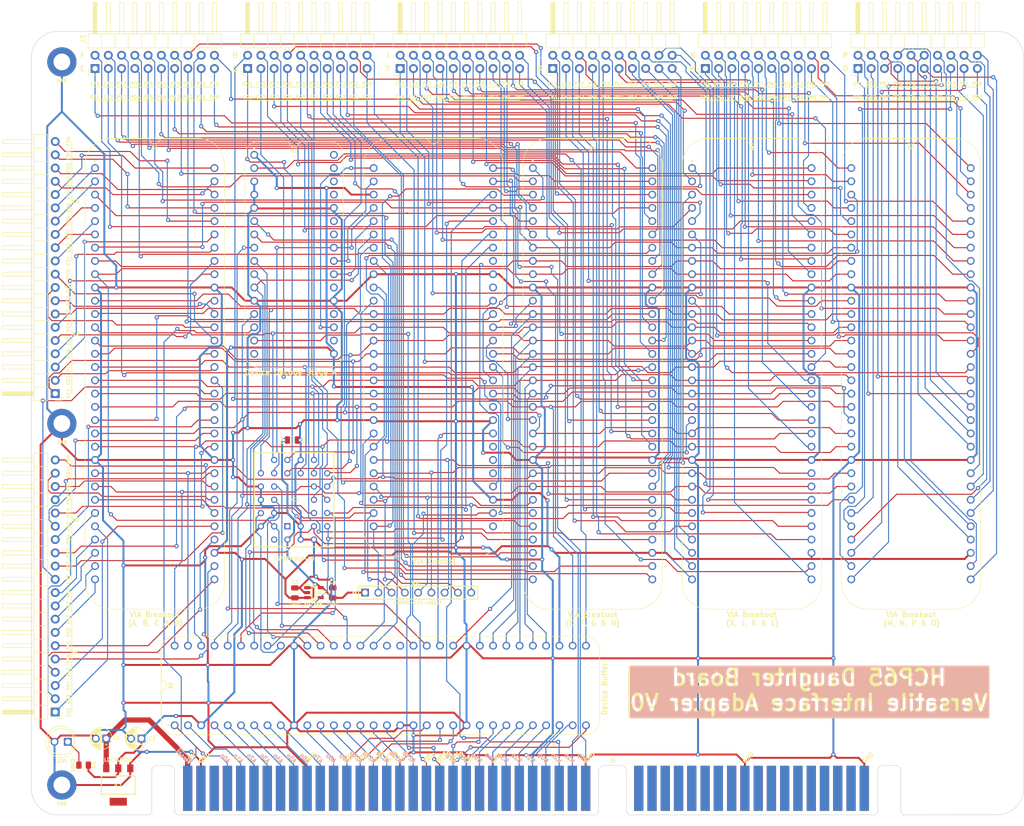
<source format=kicad_pcb>
(kicad_pcb (version 20240108) (generator "pcbnew") (generator_version "8.0")
  (layers (0 "F.Cu" signal) (31 "B.Cu" signal) (36 "B.SilkS" user "B.Silkscreen") (37 "F.SilkS" user "F.Silkscreen") (38 "B.Mask" user) (39 "F.Mask" user) (44 "Edge.Cuts" user))
  (net 0 "")
  (net 1 "/5V")
  (net 2 "/~{Interrupt}_{D}")
  (net 3 "/GND")
  (net 4 "/D7")
  (net 5 "/D6")
  (net 6 "/D5")
  (net 7 "/D4")
  (net 8 "/D3")
  (net 9 "/D2")
  (net 10 "/D1")
  (net 11 "/D0")
  (net 12 "/3.3V")
  (net 13 "/A0_{D}")
  (net 14 "/PHI2")
  (net 15 "/~{Reset}")
  (net 16 "/A11")
  (net 17 "/A10")
  (net 18 "/A9")
  (net 19 "/A8")
  (net 20 "/A7")
  (net 21 "/A6")
  (net 22 "/A5")
  (net 23 "/A4")
  (net 24 "/A3")
  (net 25 "/A2")
  (net 26 "/A1")
  (net 27 "/A0")
  (net 28 "/~{WD}")
  (net 29 "/A14")
  (net 30 "/A13")
  (net 31 "/A12")
  (net 32 "/A1_{D}")
  (net 33 "/A2_{D}")
  (net 34 "/~{RD}")
  (net 35 "/A3_{D}")
  (net 36 "/A4_{D}")
  (net 37 "/A5_{D}")
  (net 38 "/A6_{D}")
  (net 39 "/A7_{D}")
  (net 40 "/A8_{D}")
  (net 41 "/A9_{D}")
  (net 42 "/A10_{D}")
  (net 43 "/A11_{D}")
  (net 44 "/A12_{D}")
  (net 45 "/A13_{D}")
  (net 46 "/A14_{D}")
  (net 47 "/~{Device ROM}")
  (net 48 "/~{RD}_{D}")
  (net 49 "/~{WD}_{D}")
  (net 50 "/~{Device Registers}")
  (net 52 "/12V")
  (net 53 "/CLK_{D}")
  (net 54 "/D7_{D}")
  (net 55 "/D6_{D}")
  (net 56 "/D5_{D}")
  (net 57 "/D4_{D}")
  (net 58 "/D3_{D}")
  (net 59 "/D2_{D}")
  (net 60 "/D1_{D}")
  (net 61 "/D0_{D}")
  (net 62 "/~{Select}_{D}")
  (net 63 "/CLK")
  (net 66 "/~{Reset}_{D}")
  (net 67 "/H2_{D}")
  (net 68 "/H1_{D}")
  (net 69 "/H0_{D}")
  (net 71 "/PB5")
  (net 72 "/PB6")
  (net 73 "/PB7")
  (net 74 "/CB1")
  (net 75 "/CB2")
  (net 76 "/CC2")
  (net 77 "/CC1")
  (net 78 "/PC0")
  (net 79 "/PC1")
  (net 80 "/PC2")
  (net 81 "/PC3")
  (net 82 "/PC4")
  (net 83 "/PC5")
  (net 84 "/PC6")
  (net 85 "/PC7")
  (net 86 "/PD0")
  (net 87 "/PD1")
  (net 88 "/PD2")
  (net 89 "/PD3")
  (net 90 "/PD4")
  (net 91 "/PD5")
  (net 92 "/PD6")
  (net 93 "/PD7")
  (net 94 "/CD1")
  (net 95 "/CD2")
  (net 96 "/CA2")
  (net 97 "/CA1")
  (net 98 "/PA0")
  (net 99 "/PA1")
  (net 100 "/PA2")
  (net 101 "/PA3")
  (net 102 "/PA4")
  (net 103 "/PA5")
  (net 104 "/PA6")
  (net 105 "/PA7")
  (net 106 "/PB0")
  (net 107 "/PB1")
  (net 108 "/PB2")
  (net 109 "/PB3")
  (net 110 "/PB4")
  (net 111 "/~{Device Select}")
  (net 112 "/~{Reset}_{3V}")
  (net 123 "/~{Device RAM}")
  (net 124 "/~{Enable}_{D}")
  (net 125 "/~{Reset}_{System}")
  (net 184 "Net-(LED1-K)")
  (net 185 "/~{Interrupt}_{AB}")
  (net 186 "/~{CS}_{AB}")
  (net 187 "/~{Interrupt}_{CD}")
  (net 188 "/~{CS}_{CD}")
  (net 189 "/CE1")
  (net 190 "/PE5")
  (net 191 "/PG6")
  (net 192 "/PH4")
  (net 193 "/PH6")
  (net 194 "/PE2")
  (net 195 "/PG4")
  (net 196 "/PF1")
  (net 197 "/PG0")
  (net 198 "/CG2")
  (net 199 "/PF3")
  (net 200 "/PE3")
  (net 201 "/~{CS}_{EF}")
  (net 202 "/~{CS}_{GH}")
  (net 203 "/CG1")
  (net 204 "/CH1")
  (net 205 "/PF0")
  (net 206 "/PH1")
  (net 207 "/PE7")
  (net 208 "/PE0")
  (net 209 "/PG3")
  (net 210 "/PH7")
  (net 211 "/PE1")
  (net 212 "/PG7")
  (net 213 "/PF6")
  (net 214 "/CH2")
  (net 215 "/CF1")
  (net 216 "/PG2")
  (net 217 "/PG5")
  (net 218 "/PH5")
  (net 219 "/PG1")
  (net 220 "/PE6")
  (net 221 "/PF4")
  (net 222 "/~{Interrupt}_{GH}")
  (net 223 "/PF5")
  (net 224 "/PH0")
  (net 225 "/PH2")
  (net 226 "/PF2")
  (net 227 "/CF2")
  (net 228 "/~{Interrupt}_{EF}")
  (net 229 "/PE4")
  (net 230 "/PH3")
  (net 231 "/PF7")
  (net 232 "/CE2")
  (net 234 "/~{CS}_{MN}")
  (net 238 "/~{Interrupt}_{OP}")
  (net 240 "/~{CS}_{KL}")
  (net 241 "/~{Interrupt}_{XJ}")
  (net 242 "/~{CS}_{OP}")
  (net 244 "/~{Interrupt}_{KL}")
  (net 245 "/~{Interrupt}_{MN}")
  (net 247 "/~{CS}_{XJ}")
  (net 248 "/PK2")
  (net 249 "/CJ2")
  (net 250 "/PL4")
  (net 251 "/PK1")
  (net 252 "/PL7")
  (net 253 "/CJ1")
  (net 254 "/PX0")
  (net 255 "/CL1")
  (net 256 "/PJ4")
  (net 257 "/PJ5")
  (net 258 "/CL2")
  (net 259 "/PL6")
  (net 260 "/PL0")
  (net 261 "/PK7")
  (net 262 "/PJ3")
  (net 263 "/PL2")
  (net 264 "/PL5")
  (net 265 "/PL1")
  (net 266 "/PK3")
  (net 267 "/PX7")
  (net 268 "/CX1")
  (net 269 "/CX2")
  (net 270 "/PJ0")
  (net 271 "/PJ2")
  (net 272 "/PX5")
  (net 273 "/PK0")
  (net 274 "/PX2")
  (net 275 "/PX1")
  (net 276 "/PL3")
  (net 277 "/PK4")
  (net 278 "/CK2")
  (net 279 "/PK6")
  (net 280 "/PJ1")
  (net 281 "/PK5")
  (net 282 "/PJ6")
  (net 283 "/PX3")
  (net 284 "/PX6")
  (net 285 "/PJ7")
  (net 286 "/PX4")
  (net 287 "/CK1")
  (net 288 "/CP1")
  (net 289 "/CP2")
  (net 290 "/PM0")
  (net 291 "/PN4")
  (net 292 "/PM3")
  (net 293 "/PO6")
  (net 294 "/PP3")
  (net 295 "/CO1")
  (net 296 "/PO5")
  (net 297 "/CM1")
  (net 298 "/PP4")
  (net 299 "/PM6")
  (net 300 "/PN1")
  (net 301 "/PN7")
  (net 302 "/PP7")
  (net 303 "/PO2")
  (net 304 "/PO4")
  (net 305 "/PM5")
  (net 306 "/PP5")
  (net 307 "/CO2")
  (net 308 "/PN0")
  (net 309 "/PN6")
  (net 310 "/PP1")
  (net 311 "/PM4")
  (net 312 "/PM1")
  (net 313 "/PO0")
  (net 314 "/PP2")
  (net 315 "/CN1")
  (net 316 "/PO7")
  (net 317 "/PN2")
  (net 318 "/CN2")
  (net 319 "/PM7")
  (net 320 "/PO3")
  (net 321 "/PN3")
  (net 322 "/PN5")
  (net 323 "/PP0")
  (net 324 "/CM2")
  (net 325 "/PP6")
  (net 326 "/PO1")
  (net 327 "/PM2")
  (footprint "SamacSys_Parts:C_0805" (layer "F.Cu") (at 74.594 102.87 -90)
    (property "Reference" "C5")
    (property "Value" "1µF")
  )
  (footprint "SamacSys_Parts:C_0805" (layer "F.Cu") (at 75.087 132.141)
    (property "Reference" "C3")
    (property "Value" "10µF")
  )
  (footprint "Connector_PinHeader_2.54mm:PinHeader_2x10_P2.54mm_Horizontal" (layer "F.Cu") (at 66.04 31.75 90)
    (property "Reference" "J4" (hide yes))
    (property "Value" "Conn_01x20_Pin")
  )
  (footprint "Connector_PinHeader_2.54mm:PinHeader_2x10_P2.54mm_Horizontal" (layer "F.Cu") (at 95.25 31.75 90)
    (property "Reference" "J6" (hide yes))
    (property "Value" "Conn_01x20_Pin")
  )
  (footprint "SamacSys_Parts:4609X" (layer "F.Cu") (at 98.679 132.08)
    (property "Reference" "RN1")
    (property "Value" "4609X-101-682LF")
  )
  (footprint "Connector_PinHeader_2.54mm:PinHeader_2x10_P2.54mm_Horizontal" (layer "F.Cu") (at 182.88 31.75 90)
    (property "Reference" "J9" (hide yes))
    (property "Value" "Conn_01x20_Pin")
  )
  (footprint "HCP65_Parts:HCP65_VIA_Breakout" (layer "F.Cu") (at 181.61 50.8)
    (property "Reference" "B7")
    (property "Value" "VIA Breakout" (hide yes))
  )
  (footprint "Connector_PinHeader_2.54mm:PinHeader_1x20_P2.54mm_Horizontal" (layer "F.Cu") (at 29.21 93.98 180)
    (property "Reference" "J1" (hide yes))
    (property "Value" "Conn_01x20_Pin")
  )
  (footprint "Connector_PinHeader_2.54mm:PinHeader_2x10_P2.54mm_Horizontal" (layer "F.Cu") (at 124.46 31.75 90)
    (property "Reference" "J8" (hide yes))
    (property "Value" "Conn_01x20_Pin")
  )
  (footprint "SamacSys_Parts:SOT95P285X130-5N" (layer "F.Cu") (at 78.74 132.08)
    (property "Reference" "IC2")
    (property "Value" "AP7365-33WG-7" (hide yes))
  )
  (footprint "HCP65_Parts:HCP65_VIA_Breakout" (layer "F.Cu") (at 36.83 50.8)
    (property "Reference" "B1")
    (property "Value" "VIA Breakout" (hide yes))
  )
  (footprint "HCP65_Parts:HCP65_MountingHole_M3_" (layer "F.Cu") (at 30.48 99.695)
    (property "Reference" "H1" (hide yes))
    (property "Value" "MountingHole_Pad")
  )
  (footprint "SamacSys_Parts:C_0805" (layer "F.Cu") (at 82.326 132.141)
    (property "Reference" "C4")
    (property "Value" "10µF")
  )
  (footprint "Connector_PinHeader_2.54mm:PinHeader_2x10_P2.54mm_Horizontal" (layer "F.Cu") (at 153.67 31.75 90)
    (property "Reference" "J7" (hide yes))
    (property "Value" "Conn_01x20_Pin")
  )
  (footprint "HCP65_Parts:HCP65_Device_Buffer" (layer "F.Cu") (at 52.07 157.48 90)
    (property "Reference" "B2")
    (property "Value" "Device Buffer" (hide yes))
  )
  (footprint "SamacSys_Parts:LED_D5.0mm" (layer "F.Cu") (at 31.614 160.63 180)
    (property "Reference" "LED1")
    (property "Value" "LED")
  )
  (footprint "SamacSys_Parts:CP_Radial_D4.0mm_P2.00mm" (layer "F.Cu") (at 38.975 160.02 180)
    (property "Reference" "C1")
    (property "Value" "10μF")
  )
  (footprint "SamacSys_Parts:5408803224008" (layer "F.Cu") (at 73.66 119.38)
    (property "Reference" "IC3")
    (property "Value" "SST39VF010-70-4I-NHE" (hide yes))
  )
  (footprint "HCP65_Parts:HCP65_MountingHole_M3_" (layer "F.Cu") (at 30.48 30.48)
    (property "Reference" "H19" (hide yes))
    (property "Value" "MountingHole_Pad")
  )
  (footprint "HCP65_Parts:HCP65_VIA_Breakout" (layer "F.Cu") (at 151.13 50.8)
    (property "Reference" "B6")
    (property "Value" "VIA Breakout" (hide yes))
  )
  (footprint "SamacSys_Parts:CP_Radial_D4.0mm_P2.00mm" (layer "F.Cu") (at 45.72 160.02 180)
    (property "Reference" "C2")
    (property "Value" "100μF")
  )
  (footprint "HCP65_Parts:HCP65_MountingHole_M3_" (layer "F.Cu") (at 30.48 168.91)
    (property "Reference" "H9" (hide yes))
    (property "Value" "MountingHole_Pad")
  )
  (footprint "HCP65_Parts:HCP65_VIA_Breakout" (layer "F.Cu") (at 120.65 50.8)
    (property "Reference" "B4")
    (property "Value" "VIA Breakout" (hide yes))
  )
  (footprint "NetTie:NetTie-2_SMD_Pad0.5mm" (layer "F.Cu") (at 107.95 163.703 90)
    (property "Reference" "NT3" (hide yes))
    (property "Value" "NetTie_2" (hide yes))
  )
  (footprint "SamacSys_Parts:LD1117S33C" (layer "F.Cu") (at 41.275 168.91 180)
    (property "Reference" "IC1")
    (property "Value" "LD1117S50C" (hide yes))
  )
  (footprint "Connector_PinHeader_2.54mm:PinHeader_1x20_P2.54mm_Horizontal" (layer "F.Cu") (at 29.21 154.94 180)
    (property "Reference" "J2" (hide yes))
    (property "Value" "Conn_01x20_Pin")
  )
  (footprint "HCP65_Parts:HCP65_Device_Decode_Stage_A" (layer "F.Cu") (at 67.31 48.26)
    (property "Reference" "B3")
    (property "Value" "Device Decode Stage A" (hide yes))
  )
  (footprint "Connector_PinHeader_2.54mm:PinHeader_2x10_P2.54mm_Horizontal" (layer "F.Cu") (at 36.83 31.75 90)
    (property "Reference" "J3")
    (property "Value" "Conn_01x20_Pin")
  )
  (footprint "SamacSys_Parts:98pin Edge Connector" (layer "F.Cu") (at 47.1932 174.625)
    (property "Reference" "J5")
    (property "Value" "395-098-520-350")
    (fp_line (start 0.5 -8.413) (end 0.5 -0.5) (stroke (width 0.1)) (layer "Edge.Cuts"))
    (fp_line (start 0.5 -0.5) (end 0 0) (stroke (width 0.1)) (layer "Edge.Cuts"))
    (fp_line (start 3.81 -9.479799) (end 1.577048 -9.479799) (stroke (width 0.1)) (layer "Edge.Cuts"))
    (fp_line (start 4.887048 -8.413) (end 4.887048 -0.5) (stroke (width 0.1)) (layer "Edge.Cuts"))
    (fp_line (start 4.887048 -0.5) (end 5.387048 0) (stroke (width 0.1)) (layer "Edge.Cuts"))
    (fp_line (start 85.540048 0) (end 5.387048 0) (stroke (width 0.1)) (layer "Edge.Cuts"))
    (fp_line (start 86.040048 -8.4) (end 86.040048 -0.5) (stroke (width 0.1)) (layer "Edge.Cuts"))
    (fp_line (start 86.040048 -0.5) (end 85.540048 0) (stroke (width 0.1)) (layer "Edge.Cuts"))
    (fp_line (start 87.117096 -9.466799) (end 90.297 -9.466799) (stroke (width 0.1)) (layer "Edge.Cuts"))
    (fp_line (start 91.374048 -8.4) (end 91.374048 -0.5) (stroke (width 0.1)) (layer "Edge.Cuts"))
    (fp_line (start 91.374048 -0.5) (end 91.874048 0) (stroke (width 0.1)) (layer "Edge.Cuts"))
    (fp_line (start 138.999048 0) (end 91.874048 0) (stroke (width 0.1)) (layer "Edge.Cuts"))
    (fp_line (start 139.499048 -8.4) (end 139.499048 -0.5) (stroke (width 0.1)) (layer "Edge.Cuts"))
    (fp_line (start 139.499048 -0.5) (end 138.999048 0) (stroke (width 0.1)) (layer "Edge.Cuts"))
    (fp_line (start 140.576096 -9.466799) (end 142.809048 -9.466799) (stroke (width 0.1)) (layer "Edge.Cuts"))
    (fp_line (start 143.886096 -8.4) (end 143.886096 -0.5) (stroke (width 0.1)) (layer "Edge.Cuts"))
    (fp_line (start 143.886096 -0.5) (end 144.386096 0) (stroke (width 0.1)) (layer "Edge.Cuts"))
    (fp_arc (start 0.5 -8.413) (mid 0.817585 -9.169461) (end 1.577048 -9.479799) (stroke (width 0.1)) (layer "Edge.Cuts"))
    (fp_arc (start 3.81 -9.479799) (mid 4.569467 -9.169465) (end 4.887048 -8.413) (stroke (width 0.1)) (layer "Edge.Cuts"))
    (fp_arc (start 86.040048 -8.4) (mid 86.35762 -9.156489) (end 87.117096 -9.466799) (stroke (width 0.1)) (layer "Edge.Cuts"))
    (fp_arc (start 90.297 -9.466799) (mid 91.056441 -9.156453) (end 91.374048 -8.4) (stroke (width 0.1)) (layer "Edge.Cuts"))
    (fp_arc (start 139.499048 -8.4) (mid 139.81662 -9.156489) (end 140.576096 -9.466799) (stroke (width 0.1)) (layer "Edge.Cuts"))
    (fp_arc (start 142.809048 -9.466799) (mid 143.568523 -9.156472) (end 143.886096 -8.4) (stroke (width 0.1)) (layer "Edge.Cuts"))
  )
  (footprint "HCP65_Parts:HCP65_VIA_Control" (layer "F.Cu") (at 90.17 50.8)
    (property "Reference" "B5" (hide yes))
    (property "Value" "VIA Control" (hide yes))
  )
  (footprint "SamacSys_Parts:R_0805" (layer "F.Cu") (at 34.6475 165.11 -90)
    (property "Reference" "R3")
    (property "Value" "10KΩ")
  )
  (gr_line (start 95.249999 35.306) (end 118.110001 35.306) (stroke (width 0.15)) (layer "F.SilkS"))
  (gr_line (start 66.039999 35.306) (end 88.900001 35.306) (stroke (width 0.15)) (layer "F.SilkS"))
  (gr_line (start 153.669998 37.846) (end 176.53 37.846) (stroke (width 0.15)) (layer "F.SilkS"))
  (gr_line (start 32.385 93.98) (end 32.385 71.12) (stroke (width 0.15)) (layer "F.SilkS"))
  (gr_line (start 182.879998 37.846) (end 205.74 37.846) (stroke (width 0.15)) (layer "F.SilkS"))
  (gr_line (start 153.669999 35.306) (end 176.530001 35.306) (stroke (width 0.15)) (layer "F.SilkS"))
  (gr_line (start 95.249998 37.846) (end 118.11 37.846) (stroke (width 0.15)) (layer "F.SilkS"))
  (gr_line (start 36.829999 35.306) (end 59.690001 35.306) (stroke (width 0.15)) (layer "F.SilkS"))
  (gr_line (start 32.385 154.94) (end 32.385 132.08) (stroke (width 0.15)) (layer "F.SilkS"))
  (gr_line (start 32.385 129.54) (end 32.385 106.68) (stroke (width 0.15)) (layer "F.SilkS"))
  (gr_line (start 66.039998 37.846) (end 88.9 37.846) (stroke (width 0.15)) (layer "F.SilkS"))
  (gr_line (start 124.459999 35.306) (end 147.320001 35.306) (stroke (width 0.15)) (layer "F.SilkS"))
  (gr_line (start 36.829998 37.846) (end 59.69 37.846) (stroke (width 0.15)) (layer "F.SilkS"))
  (gr_line (start 32.385 68.58) (end 32.385 45.72) (stroke (width 0.15)) (layer "F.SilkS"))
  (gr_line (start 124.459998 37.846) (end 147.32 37.846) (stroke (width 0.15)) (layer "F.SilkS"))
  (gr_line (start 182.879999 35.306) (end 205.740001 35.306) (stroke (width 0.15)) (layer "F.SilkS"))
  (gr_line (start 209.558 24.638001) (end 29.71 24.638) (stroke (width 0.1)) (layer "Edge.Cuts"))
  (gr_arc (start 209.558 24.638001) (mid 213.150102 26.125899) (end 214.638 29.718001) (stroke (width 0.1)) (layer "Edge.Cuts"))
  (gr_line (start 24.638 169.545) (end 24.63 29.718) (stroke (width 0.1)) (layer "Edge.Cuts"))
  (gr_line (start 47.1932 174.625) (end 29.718 174.625) (stroke (width 0.1)) (layer "Edge.Cuts"))
  (gr_line (start 209.558001 174.617) (end 191.579296 174.625) (stroke (width 0.1)) (layer "Edge.Cuts"))
  (gr_arc (start 24.63 29.718) (mid 26.117898 26.125898) (end 29.71 24.638) (stroke (width 0.1)) (layer "Edge.Cuts"))
  (gr_arc (start 214.63 169.545001) (mid 213.144446 173.131446) (end 209.558001 174.617) (stroke (width 0.1)) (layer "Edge.Cuts"))
  (gr_arc (start 29.718 174.625) (mid 26.125898 173.137102) (end 24.638 169.545) (stroke (width 0.1)) (layer "Edge.Cuts"))
  (gr_line (start 214.63 169.545001) (end 214.638 29.718001) (stroke (width 0.1)) (layer "Edge.Cuts"))
  (gr_text "A6_{D}" (at 77.47 164.973 315) (layer "B.SilkS") (effects (font (size 0.8 0.8) (thickness 0.2) (bold yes)) (justify left bottom mirror)))
  (gr_text "A12_{D}" (at 92.71 164.973 315) (layer "B.SilkS") (effects (font (size 0.8 0.8) (thickness 0.2) (bold yes)) (justify left bottom mirror)))
  (gr_text "A7_{D}" (at 80.01 164.973 315) (layer "B.SilkS") (effects (font (size 0.8 0.8) (thickness 0.2) (bold yes)) (justify left bottom mirror)))
  (gr_text "H2_{D}" (at 125.73 164.973 315) (layer "B.SilkS") (effects (font (size 0.8 0.8) (thickness 0.2) (bold yes)) (justify left bottom mirror)))
  (gr_text "A9_{D}" (at 85.09 164.973 315) (layer "B.SilkS") (effects (font (size 0.8 0.8) (thickness 0.2) (bold yes)) (justify left bottom mirror)))
  (gr_text "A14_{D}" (at 97.79 164.973 315) (layer "B.SilkS") (effects (font (size 0.8 0.8) (thickness 0.2) (bold yes)) (justify left bottom mirror)))
  (gr_text "~{Reset}" (at 54.61 164.973 -45) (layer "B.SilkS") (effects (font (size 0.8 0.8) (thickness 0.2) (bold yes)) (justify left bottom mirror)))
  (gr_text "H0_{D}" (at 130.81 164.973 315) (layer "B.SilkS") (effects (font (size 0.8 0.8) (thickness 0.2) (bold yes)) (justify left bottom mirror)))
  (gr_text "D3_{D}" (at 115.57 164.973 315) (layer "B.SilkS") (effects (font (size 0.8 0.8) (thickness 0.2) (bold yes)) (justify left bottom mirror)))
  (gr_text "D0_{D}" (at 123.19 164.973 315) (layer "B.SilkS") (effects (font (size 0.8 0.8) (thickness 0.2) (bold yes)) (justify left bottom mirror)))
  (gr_text "A8_{D}" (at 82.55 164.973 315) (layer "B.SilkS") (effects (font (size 0.8 0.8) (thickness 0.2) (bold yes)) (justify left bottom mirror)))
  (gr_text "HCP65 Daughter Board\nVersatile Interface Adapter V0" (at 173.482 150.749 -0) (layer "B.SilkS" knockout) (effects (font (size 3 3) (thickness 0.6) (bold yes)) (justify mirror)))
  (gr_text "A5_{D}" (at 74.93 164.973 315) (layer "B.SilkS") (effects (font (size 0.8 0.8) (thickness 0.2) (bold yes)) (justify left bottom mirror)))
  (gr_text "A10_{D}" (at 87.63 164.973 315) (layer "B.SilkS") (effects (font (size 0.8 0.8) (thickness 0.2) (bold yes)) (justify left bottom mirror)))
  (gr_text "A0_{D}" (at 62.23 164.973 315) (layer "B.SilkS") (effects (font (size 0.8 0.8) (thickness 0.2) (bold yes)) (justify left bottom mirror)))
  (gr_text "D7_{D}" (at 105.537 165.1 315) (layer "B.SilkS") (effects (font (size 0.8 0.8) (thickness 0.2) (bold yes)) (justify left bottom mirror)))
  (gr_text "D6_{D}" (at 107.95 164.973 315) (layer "B.SilkS") (effects (font (size 0.8 0.8) (thickness 0.2) (bold yes)) (justify left bottom mirror)))
  (gr_text "D4_{D}" (at 113.03 164.846 315) (layer "B.SilkS") (effects (font (size 0.8 0.8) (thickness 0.2) (bold yes)) (justify left bottom mirror)))
  (gr_text "A3_{D}" (at 69.85 164.973 315) (layer "B.SilkS") (effects (font (size 0.8 0.8) (thickness 0.2) (bold yes)) (justify left bottom mirror)))
  (gr_text "A1_{D}" (at 64.77 164.973 315) (layer "B.SilkS") (effects (font (size 0.8 0.8) (thickness 0.2) (bold yes)) (justify left bottom mirror)))
  (gr_text "A13_{D}" (at 95.25 164.973 315) (layer "B.SilkS") (effects (font (size 0.8 0.8) (thickness 0.2) (bold yes)) (justify left bottom mirror)))
  (gr_text "A4_{D}" (at 72.39 164.973 315) (layer "B.SilkS") (effects (font (size 0.8 0.8) (thickness 0.2) (bold yes)) (justify left bottom mirror)))
  (gr_text "D5_{D}" (at 110.49 164.973 315) (layer "B.SilkS") (effects (font (size 0.8 0.8) (thickness 0.2) (bold yes)) (justify left bottom mirror)))
  (gr_text "A2_{D}" (at 67.31 164.973 315) (layer "B.SilkS") (effects (font (size 0.8 0.8) (thickness 0.2) (bold yes)) (justify left bottom mirror)))
  (gr_text "A11_{D}" (at 90.17 164.973 315) (layer "B.SilkS") (effects (font (size 0.8 0.8) (thickness 0.2) (bold yes)) (justify left bottom mirror)))
  (gr_text "D2_{D}" (at 118.11 164.973 315) (layer "B.SilkS") (effects (font (size 0.8 0.8) (thickness 0.2) (bold yes)) (justify left bottom mirror)))
  (gr_text "H1_{D}" (at 128.27 164.973 315) (layer "B.SilkS") (effects (font (size 0.8 0.8) (thickness 0.2) (bold yes)) (justify left bottom mirror)))
  (gr_text "D1_{D}" (at 120.65 164.973 315) (layer "B.SilkS") (effects (font (size 0.8 0.8) (thickness 0.2) (bold yes)) (justify left bottom mirror)))
  (gr_text "CO2" (at 185.419999 37.211 0) (layer "F.SilkS") (effects (font (size 0.635 0.635) (thickness 0.15) (bold yes))))
  (gr_text "(M, N, P & O)" (at 193.167 137.922 0) (layer "F.SilkS") (effects (font (size 1 1) (thickness 0.2) (bold yes))))
  (gr_text "PX7" (at 100.33 37.211 0) (layer "F.SilkS") (effects (font (size 0.635 0.635) (thickness 0.15) (bold yes))))
  (gr_text "PN2" (at 171.450001 34.671 0) (layer "F.SilkS") (effects (font (size 0.635 0.635) (thickness 0.15) (bold yes))))
  (gr_text "PO4" (at 195.579999 37.211 0) (layer "F.SilkS") (effects (font (size 0.635 0.635) (thickness 0.15) (bold yes))))
  (gr_text "CP2" (at 185.42 34.671 0) (layer "F.SilkS") (effects (font (size 0.635 0.635) (thickness 0.15) (bold yes))))
  (gr_text "PE4" (at 49.529999 37.211 0) (layer "F.SilkS") (effects (font (size 0.635 0.635) (thickness 0.15) (bold yes))))
  (gr_text "PP2" (at 200.660001 34.671 0) (layer "F.SilkS") (effects (font (size 0.635 0.635) (thickness 0.15) (bold yes))))
  (gr_text "GND" (at 95.25 164.973 45) (layer "F.SilkS") (effects (font (size 0.8 0.8) (thickness 0.2) (bold yes)) (justify left bottom)))
  (gr_text "PL1" (at 144.78 34.671 0) (layer "F.SilkS") (effects (font (size 0.635 0.635) (thickness 0.15) (bold yes))))
  (gr_text "M" (at 151.257 31.75 0) (layer "F.SilkS") (effects (font (size 1 1) (thickness 0.2) (bold yes))))
  (gr_text "A" (at 33.782 143.51 90) (layer "F.SilkS") (effects (font (size 1 1) (thickness 0.2) (bold yes)) (justify bottom)))
  (gr_text "PN0" (at 176.53 34.671 0) (layer "F.SilkS") (effects (font (size 0.635 0.635) (thickness 0.15) (bold yes))))
  (gr_text "PX6" (at 102.869999 37.211 0) (layer "F.SilkS") (effects (font (size 0.635 0.635) (thickness 0.15) (bold yes))))
  (gr_text "PM1" (at 173.989999 37.211 0) (layer "F.SilkS") (effects (font (size 0.635 0.635) (thickness 0.15) (bold yes))))
  (gr_text "PC2" (at 31.75 76.200001 90) (layer "F.SilkS") (effects (font (size 0.635 0.635) (thickness 0.15) (bold yes))))
  (gr_text "PL5" (at 134.62 34.671 0) (layer "F.SilkS") (effects (font (size 0.635 0.635) (thickness 0.15) (bold yes))))
  (gr_text "PE1" (at 57.149999 37.211 0) (layer "F.SilkS") (effects (font (size 0.635 0.635) (thickness 0.15) (bold yes))))
  (gr_text "PG1" (at 86.359999 37.211 0) (layer "F.SilkS") (effects (font (size 0.635 0.635) (thickness 0.15) (bold yes))))
  (gr_text "CLK_{D}" (at 90.17 164.973 45) (layer "F.SilkS") (effects (font (size 0.8 0.8) (thickness 0.2) (bold yes)) (justify left bottom)))
  (gr_text "CA1" (at 31.75 154.94 90) (layer "F.SilkS") (effects (font (size 0.635 0.635) (thickness 0.15) (bold yes))))
  (gr_text "CH2" (at 68.58 34.671 0) (layer "F.SilkS") (effects (font (size 0.635 0.635) (thickness 0.15) (bold yes))))
  (gr_text "PK2" (at 142.24 37.211 0) (layer "F.SilkS") (effects (font (size 0.635 0.635) (thickness 0.15) (bold yes))))
  (gr_text "PB7" (at 31.75 124.46 90) (layer "F.SilkS") (effects (font (size 0.635 0.635) (thickness 0.15) (bold yes))))
  (gr_text "PC4" (at 31.75 81.28 90) (layer "F.SilkS") (effects (font (size 0.635 0.635) (thickness 0.15) (bold yes))))
  (gr_text "PK5" (at 134.619999 37.211 0) (layer "F.SilkS") (effects (font (size 0.635 0.635) (thickness 0.15) (bold yes))))
  (gr_text "PO3" (at 198.119998 37.211 0) (layer "F.SilkS") (effects (font (size 0.635 0.635) (thickness 0.15) (bold yes))))
  (gr_text "P" (at 180.467 29.21 0) (layer "F.SilkS") (effects (font (size 1 1) (thickness 0.2) (bold yes))))
  (gr_text "PC0" (at 31.75 71.12 90) (layer "F.SilkS") (effects (font (size 0.635 0.635) (thickness 0.15) (bold yes))))
  (gr_text "PG3" (at 81.279998 37.211 0) (layer "F.SilkS") (effects (font (size 0.635 0.635) (thickness 0.15) (bold yes))))
  (gr_text "PM0" (at 176.529999 37.211 0) (layer "F.SilkS") (effects (font (size 0.635 0.635) (thickness 0.15) (bold yes))))
  (gr_text "B" (at 33.782 118.11 90) (layer "F.SilkS") (effects (font (size 1 1) (thickness 0.2) (bold yes)) (justify bottom)))
  (gr_text "PM2" (at 171.45 37.211 0) (layer "F.SilkS") (effects (font (size 0.635 0.635) (thickness 0.15) (bold yes))))
  (gr_text "CA2" (at 31.75 152.399999 90) (layer "F.SilkS") (effects (font (size 0.635 0.635) (thickness 0.15) (bold yes))))
  (gr_text "PK1" (at 144.779999 37.211 0) (layer "F.SilkS") (effects (font (size 0.635 0.635) (thickness 0.15) (bold yes))))
  (gr_text "CN1" (at 153.67 34.671 0) (layer "F.SilkS") (effects (font (size 0.635 0.635) (thickness 0.15) (bold yes))))
  (gr_text "PG5" (at 76.199999 37.211 0) (layer "F.SilkS") (effects (font (size 0.635 0.635) (thickness 0.15) (bold yes))))
  (gr_text "PN5" (at 163.83 34.671 0) (layer "F.SilkS") (effects (font (size 0.635 0.635) (thickness 0.15) (bold yes))))
  (gr_text "PA4" (at 31.75 142.240001 90) (layer "F.SilkS") (effects (font (size 0.635 0.635) (thickness 0.15) (bold yes))))
  (gr_text "CO1" (at 182.879999 37.211 0) (layer "F.SilkS") (effects (font (size 0.635 0.635) (thickness 0.15) (bold yes))))
  (gr_text "CJ2" (at 97.79 34.671 0) (layer "F.SilkS") (effects (font (size 0.635 0.635) (thickness 0.15) (bold yes))))
  (gr_text "PA2" (at 31.75 137.16 90) (layer "F.SilkS") (effects (font (size 0.635 0.635) (thickness 0.15) (bold yes))))
  (gr_text "PB0" (at 31.75 106.679999 90) (layer "F.SilkS") (effects (font (size 0.635 0.635) (thickness 0.15) (bold yes))))
  (gr_text "PM4" (at 166.369999 37.211 0) (layer "F.SilkS") (effects (font (size 0.635 0.635) (thickness 0.15) (bold yes))))
  (gr_text "PJ6" (at 102.87 34.671 0) (layer "F.SilkS") (effects (font (size 0.635 0.635) (thickness 0.15) (bold yes))))
  (gr_text "CX1" (at 95.249999 37.211 0) (layer "F.SilkS") (effects (font (size 0.635 0.635) (thickness 0.15) (bold yes))))
  (gr_text "PF7" (at 41.910001 34.671 0) (layer "F.SilkS") (effects (font (size 0.635 0.635) (thickness 0.15) (bold yes))))
  (gr_text "~{INT}_{D}" (at 100.33 164.973 45) (layer "F.SilkS") (effects (font (size 0.8 0.8) (thickness 0.2) (bold yes)) (justify left bottom)))
  (gr_text "PA6" (at 31.75 147.32 90) (layer "F.SilkS") (effects (font (size 0.635 0.635) (thickness 0.15) (bold yes))))
  (gr_text "H" (at 63.627 29.21 0) (layer "F.SilkS") (effects (font (size 1 1) (thickness 0.2) (bold yes))))
  (gr_text "PF4" (at 49.53 34.671 0) (layer "F.SilkS") (effects (font (size 0.635 0.635) (thickness 0.15) (bold yes))))
  (gr_text "CC2" (at 31.75 91.44 90) (layer "F.SilkS") (effects (font (size 0.635 0.635) (thickness 0.15) (bold yes))))
  (gr_text "CM1" (at 153.669999 37.211 0) (layer "F.SilkS") (effects (font (size 0.635 0.635) (thickness 0.15) (bold yes))))
  (gr_text "CK2" (at 126.999999 37.211 0) (layer "F.SilkS") (effects (font (size 0.635 0.635) (thickness 0.15) (bold yes))))
  (gr_text "PD5" (at 31.75 58.42 90) (layer "F.SilkS") (effects (font (size 0.635 0.635) (thickness 0.15) (bold yes))))
  (gr_text "CG1" (at 66.039999 37.211 0) (layer "F.SilkS") (effects (font (size 0.635 0.635) (thickness 0.15) (bold yes))))
  (gr_text "PL7" (at 129.540001 34.671 0) (layer "F.SilkS") (effects (font (size 0.635 0.635) (thickness 0.15) (bold yes))))
  (gr_text "C" (at 33.782 82.55 90) (layer "F.SilkS") (effects (font (size 1 1) (thickness 0.2) (bold yes)) (justify bottom)))
  (gr_text "PE5" (at 46.989999 37.211 0) (layer "F.SilkS") (effects (font (size 0.635 0.635) (thickness 0.15) (bold yes))))
  (gr_text "CH1" (at 66.04 34.671 0) (layer "F.SilkS") (effects (font (size 0.635 0.635) (thickness 0.15) (bold yes))))
  (gr_text "PN7" (at 158.750001 34.671 0) (layer "F.SilkS") (effects (font (size 0.635 0.635) (thickness 0.15) (bold yes))))
  (gr_text "CN2" (at 156.21 34.671 0) (layer "F.SilkS") (effects (font (size 0.635 0.635) (thickness 0.15) (bold yes))))
  (gr_text "PM7" (at 158.75 37.211 0) (layer "F.SilkS") (effects (font (size 0.635 0.635) (thickness 0.15) (bold yes))))
  (gr_text "PL3" (at 139.699999 34.671 0) (layer "F.SilkS") (effects (font (size 0.635 0.635) (thickness 0.15) (bold yes))))
  (gr_text "PH0" (at 88.9 34.671 0) (layer "F.SilkS") (effects (font (size 0.635 0.635) (thickness 0.15) (bold yes))))
  (gr_text "PF0" (at 59.69 34.671 0) (layer "F.SilkS") (effects (font (size 0.635 0.635) (thickness 0.15) (bold yes))))
  (gr_text "~{WD}_{D}" (at 87.63 164.973 45) (layer "F.SilkS") (effects (font (size 0.8 0.8) (thickness 0.2) (bold yes)) (justify left bottom)))
  (gr_text "(A, B, C & D)" (at 48.387 137.922 0) (layer "F.SilkS") (effects (font (size 1 1) (thickness 0.2) (bold yes))))
  (gr_text "PA3" (at 31.75 139.7 90) (layer "F.SilkS") (effects (font (size 0.635 0.635) (thickness 0.15) (bold yes))))
  (gr_text "PE0" (at 59.689999 37.211 0) (layer "F.SilkS") (effects (font (size 0.635 0.635) (thickness 0.15) (bold yes))))
  (gr_text "PD3" (at 31.75 53.340001 90) (layer "F.SilkS") (effects (font (size 0.635 0.635) (thickness 0.15) (bold yes))))
  (gr_text "PA5" (at 31.75 144.78 90) (layer "F.SilkS") (effects (font (size 0.635 0.635) (thickness 0.15) (bold yes))))
  (gr_text "PD7" (at 31.75 63.499999 90) (layer "F.SilkS") (effects (font (size 0.635 0.635) (thickness 0.15) (bold yes))))
  (gr_text "PC3" (at 31.75 78.74 90) (layer "F.SilkS") (effects (font (size 0.635 0.635) (thickness 0.15) (bold yes))))
  (gr_text "G" (at 63.627 31.75 0) (layer "F.SilkS") (effects (font (size 1 1) (thickness 0.2) (bold yes))))
  (gr_text "PL4" (at 137.16 34.671 0) (layer "F.SilkS") (effects (font (size 0.635 0.635) (thickness 0.15) (bold yes))))
  (gr_text "GND" (at 77.47 164.973 45) (layer "F.SilkS") (effects (font (size 0.8 0.8) (thickness 0.2) (bold yes)) (justify left bottom)))
  (gr_text "CK1" (at 124.459999 37.211 0) (layer "F.SilkS") (effects (font (size 0.635 0.635) (thickness 0.15) (bold yes))))
  (gr_text "D" (at 33.782 57.149999 90) (layer "F.SilkS") (effects (font (size 1 1) (thickness 0.2) (bold yes)) (justify bottom)))
  (gr_text "PF5" (at 46.99 34.671 0) (layer "F.SilkS") (effects (font (size 0.635 0.635) (thickness 0.15) (bold yes))))
  (gr_text "PD1" (at 31.75 48.26 90) (layer "F.SilkS") (effects (font (size 0.635 0.635) (thickness 0.15) (bold yes))))
  (gr_text "PJ1" (at 115.57 34.671 0) (layer "F.SilkS") (effects (font (size 0.635 0.635) (thickness 0.15) (bold yes))))
  (gr_text "PE6" (at 44.449999 37.211 0) (layer "F.SilkS") (effects (font (size 0.635 0.635) (thickness 0.15) (bold yes))))
  (gr_text "CL1" (at 124.46 34.671 0) (layer "F.SilkS") (effects (font (size 0.635 0.635) (thickness 0.15) (bold yes))))
  (gr_text "PJ4" (at 107.95 34.671 0) (layer "F.SilkS") (effects (font (size 0.635 0.635) (thickness 0.15) (bold yes))))
  (gr_text "PN1" (at 173.99 34.671 0) (layer "F.SilkS") (effects (font (size 0.635 0.635) (thickness 0.15) (bold yes))))
  (gr_text "PF3" (at 52.069999 34.671 0) (layer "F.SilkS") (effects (font (size 0.635 0.635) (thickness 0.15) (bold yes))))
  (gr_text "PP6" (at 190.5 34.671 0) (layer "F.SilkS") (effects (font (size 0.635 0.635) (thickness 0.15) (bold yes))))
  (gr_text "CD1" (at 31.75 68.58 90) (layer "F.SilkS") (effects (font (size 0.635 0.635) (thickness 0.15) (bold yes))))
  (gr_text "PM3" (at 168.909998 37.211 0) (layer "F.SilkS") (effects (font (size 0.635 0.635) (thickness 0.15) (bold yes))))
  (gr_text "PO7" (at 187.96 37.211 0) (layer "F.SilkS") (effects (font (size 0.635 0.635) (thickness 0.15) (bold yes))))
  (gr_text "PX4" (at 107.949999 37.211 0) (layer "F.SilkS") (effects (font (size 0.635 0.635) (thickness 0.15) (bold yes))))
  (gr_text "PH4" (at 78.74 34.671 0) (layer "F.SilkS") (effects (font (size 0.635 0.635) (thickness 0.15) (bold yes))))
  (gr_text "PN6" (at 161.29 34.671 0) (layer "F.SilkS") (effects (font (size 0.635 0.635) (thickness 0.15) (bold yes))))
  (gr_text "PD4" (at 31.75 55.88 90) (layer "F.SilkS") (effects (font (size 0.635 0.635) (thickness 0.15) (bold yes))))
  (gr_text "PN3" (at 168.909999 34.671 0) (layer "F.SilkS") (effects (font (size 0.635 0.635) (thickness 0.15) (bold yes))))
  (gr_text "PB3" (at 31.75 114.3 90) (layer "F.SilkS") (effects (font (size 0.635 0.635) (thickness 0.15) (bold yes))))
  (gr_text "PF6" (at 44.45 34.671 0) (layer "F.SilkS") (effects (font (size 0.635 0.635) (thickness 0.15) (bold yes))))
  (gr_text "PM5" (at 163.829999 37.211 0) (layer "F.SilkS") (effects (font (size 0.635 0.635) (thickness 0.15) (bold yes))))
  (gr_text "~{CLK}_{D}" (at 92.71 164.973 45) (layer "F.SilkS") (effects (font (size 0.8 0.8) (thickness 0.2) (bold yes)) (justify left bottom)))
  (gr_text "CP1" (at 182.88 34.671 0) (layer "F.SilkS") (effects (font (size 0.635 0.635) (thickness 0.15) (bold yes))))
  (gr_text "HCP65 Daughter Board\nVersatile Interface Adapter V0" (at 173.482 150.749 0) (layer "F.SilkS" knockout) (effects (font (size 3 3) (thickness 0.6) (bold yes))))
  (gr_text "PA1" (at 31.75 134.62 90) (layer "F.SilkS") (effects (font (size 0.635 0.635) (thickness 0.15) (bold yes))))
  (gr_text "PC7" (at 31.75 88.9 90) (layer "F.SilkS") (effects (font (size 0.635 0.635) (thickness 0.15) (bold yes))))
  (gr_text "~{RD}_{D}" (at 85.09 164.973 45) (layer "F.SilkS") (effects (font (size 0.8 0.8) (thickness 0.2) (bold yes)) (justify left bottom)))
  (gr_text "PG6" (at 73.659999 37.211 0) (layer "F.SilkS") (effects (font (size 0.635 0.635) (thickness 0.15) (bold yes))))
  (gr_text "PE2" (at 54.61 37.211 0) (layer "F.SilkS") (effects (font (size 0.635 0.635) (thickness 0.15) (bold yes))))
  (gr_text "PD0" (at 31.75 45.72 90) (layer "F.SilkS") (effects (font (size 0.635 0.635) (thickness 0.15) (bold yes))))
  (gr_text "~{RES}_{D}" (at 102.87 164.973 45) (layer "F.SilkS") (effects (font (size 0.8 0.8) (thickness 0.2) (bold yes)) (justify left bottom)))
  (gr_text "(E, F, G & H)" (at 132.08 137.922 0) (layer "F.SilkS") (effects (font (size 1 1) (thickness 0.2) (bold yes))))
  (gr_text "PC5" (at 31.75 83.82 90) (layer "F.SilkS") (effects (font (size 0.635 0.635) (thickness 0.15) (bold yes))))
  (gr_text "PA7" (at 31.75 149.86 90) (layer "F.SilkS") (effects (font (size 0.635 0.635) (thickness 0.15) (bold yes))))
  (gr_text "O" (at 180.467 31.75 0) (layer "F.SilkS") (effects (font (size 1 1) (thickness 0.2) (bold yes))))
  (gr_text "PK0" (at 147.319999 37.211 0) (layer "F.SilkS") (effects (font (size 0.635 0.635) (thickness 0.15) (bold yes))))
  (gr_text "PP0" (at 205.74 34.671 0) (layer "F.SilkS") (effects (font (size 0.635 0.635) (thickness 0.15) (bold yes))))
  (gr_text "PL2" (at 142.240001 34.671 0) (layer "F.SilkS") (effects (font (size 0.635 0.635) (thickness 0.15) (bold yes))))
  (gr_text "PE3" (at 52.069998 37.211 0) (layer "F.SilkS") (effects (font (size 0.635 0.635) (thickness 0.15) (bold yes))))
  (gr_text "PO0" (at 205.739999 37.211 0) (layer "F.SilkS") (effects (font (size 0.635 0.635) (thickness 0.15) (bold yes))))
  (gr_text "PX0" (at 118.109999 37.211 0) (layer "F.SilkS") (effects (font (size 0.635 0.635) (thickness 0.15) (bold yes))))
  (gr_text "PF2" (at 54.610001 34.671 0) (layer "F.SilkS") (effects (font (size 0.635 0.635) (thickness 0.15) (bold yes))))
  (gr_text "PG7" (at 71.12 37.211 0) (layer "F.SilkS") (effects (font (size 0.635 0.635) (thickness 0.15) (bold yes))))
  (gr_text "PO2" (at 200.66 37.211 0) (layer "F.SilkS") (effects (font (size 0.635 0.635) (thickness 0.15) (bold yes))))
  (gr_text "CB1" (at 31.75 129.539999 90) (layer "F.SilkS") (effects (font (size 0.635 0.635) (thickness 0.15) (bold yes))))
  (gr_text "PJ5" (at 105.41 34.671 0) (layer "F.SilkS") (effects (font (size 0.635 0.635) (thickness 0.15) (bold yes))))
  (gr_text "PL0" (at 147.32 34.671 0) (layer "F.SilkS") (effects (font (size 0.635 0.635) (thickness 0.15) (bold yes))))
  (gr_text "CM2" (at 156.209999 37.211 0) (layer "F.SilkS") (effects (font (size 0.635 0.635) (thickness 0.15) (bold yes))))
  (gr_text "PK4" (at 137.159999 37.211 0) (layer "F.SilkS") (effects (font (size 0.635 0.635) (thickness 0.15) (bold yes))))
  (gr_text "PB2" (at 31.75 111.76 90) (layer "F.SilkS") (effects (font (size 0.635 0.635) (thickness 0.15) (bold yes))))
  (gr_text "PG4" (at 78.739999 37.211 0) (layer "F.SilkS") (effects (font (size 0.635 0.635) (thickness 0.15) (bold yes))))
  (gr_text "~{EN}_{D}" (at 108.077 165.1 45) (layer "F.SilkS") (effects (font (size 0.8 0.8) (thickness 0.2) (bold yes)) (justify left bottom)))
  (gr_text "PL6" (at 132.08 34.671 0) (layer "F.SilkS") (effects (font (size 0.635 0.635) (thickness 0.15) (bold yes))))
  (gr_text "PJ3" (at 110.489999 34.671 0) (layer "F.SilkS") (effects (font (size 0.635 0.635) (thickness 0.15) (bold yes))))
  (gr_text "PP3" (at 198.119999 34.671 0) (layer "F.SilkS") (effects (font (size 0.635 0.635) (thickness 0.15) (bold yes))))
  (gr_text "PH3" (at 81.279999 34.671 0) (layer "F.SilkS") (effects (font (size 0.635 0.635) (thickness 0.15) (bold yes))))
  (gr_text "PB6" (at 31.75 121.92 90) (layer "F.SilkS") (effects (font (size 0.635 0.635) (thickness 0.15) (bold yes))))
  (gr_text "PK3" (at 139.699998 37.211 0) (layer "F.SilkS") (effects (font (size 0.635 0.635) (thickness 0.15) (bold yes))))
  (gr_text "E" (at 34.417 31.75 0) (layer "F.SilkS") (effects (font (size 1 1) (thickness 0.2) (bold yes))))
  (gr_text "PB1" (at 31.75 109.220001 90) (layer "F.SilkS") (effects (font (size 0.635 0.635) (thickness 0.15) (bold yes))))
  (gr_text "PO1" (at 203.199999 37.211 0) (layer "F.SilkS") (effects (font (size 0.635 0.635) (thickness 0.15) (bold yes))))
  (gr_text "CF1" (at 36.83 34.671 0) (layer "F.SilkS") (effects (font (size 0.635 0.635) (thickness 0.15) (bold yes))))
  (gr_text "GND" (at 130.81 164.973 45) (layer "F.SilkS") (effects (font (size 0.8 0.8) (thickness 0.2) (bold yes)) (justify left bottom)))
  (gr_text "J" (at 92.837 29.21 0) (layer "F.SilkS") (effects (font (size 1 1) (thickness 0.2) (bold yes))))
  (gr_text "PX2" (at 113.03 37.211 0) (layer "F.SilkS") (effects (font (size 0.635 0.635) (thickness 0.15) (bold yes))))
  (gr_text "CB2" (at 31.75 127 90) (layer "F.SilkS") (effects (font (size 0.635 0.635) (thickness 0.15) (bold yes))))
  (gr_text "PA0" (at 31.75 132.08 90) (layer "F.SilkS") (effects (font (size 0.635 0.635) (thickness 0.15) (bold yes))))
  (gr_text "CD2" (at 31.75 66.04 90) (layer "F.SilkS") (effects (font (size 0.635 0.635) (thickness 0.15) (bold yes))))
  (gr_text "PP5" (at 193.04 34.671 0) (layer "F.SilkS") (effects (font (size 0.635 0.635) (thickness 0.15) (bold yes))))
  (gr_text "PE7" (at 41.91 37.211 0) (layer "F.SilkS") (effects (font (size 0.635 0.635) (thickness 0.15) (bold yes))))
  (gr_text "PJ0" (at 118.11 34.671 0) (layer "F.SilkS") (effects (font (size 0.635 0.635) (thickness 0.15) (bold yes))))
  (gr_text "CJ1" (at 95.25 34.671 0) (layer "F.SilkS") (effects (font (size 0.635 0.635) (thickness 0.15) (bold yes))))
  (gr_text "PF1" (at 57.15 34.671 0) (layer "F.SilkS") (effects (font (size 0.635 0.635) (thickness 0.15) (bold yes))))
  (gr_text "PX1" (at 115.569999 37.211 0) (layer "F.SilkS") (effects (font (size 0.635 0.635) (thickness 0.15) (bold yes))))
  (gr_text "PC1" (at 31.75 73.659999 90) (layer "F.SilkS") (effects (font (size 0.635 0.635) (thickness 0.15) (bold yes))))
  (gr_text "PB4" (at 31.75 116.84 90) (layer "F.SilkS") (effects (font (size 0.635 0.635) (thickness 0.15) (bold yes))))
  (gr_text "L" (at 122.047 29.21 0) (layer "F.SilkS") (effects (font (size 1 1) (thickness 0.2) (bold yes))))
  (gr_text "PB5" (at 31.75 119.380001 90) (layer "F.SilkS") (effects (font (size 0.635 0.635) (thickness 0.15) (bold yes))))
  (gr_text "GND" (at 57.15 164.973 45) (layer "F.SilkS") (effects (font (size 0.8 0.8) (thickness 0.2) (bold yes)) (justify left bottom)))
  (gr_text "PH1" (at 86.36 34.671 0) (layer "F.SilkS") (effects (font (size 0.635 0.635) (thickness 0.15) (bold yes))))
  (gr_text "PO6" (at 190.499999 37.211 0) (layer "F.SilkS") (effects (font (size 0.635 0.635) (thickness 0.15) (bold yes))))
  (gr_text "PJ7" (at 100.330001 34.671 0) (layer "F.SilkS") (effects (font (size 0.635 0.635) (thickness 0.15) (bold yes))))
  (gr_text "PC6" (at 31.75 86.360001 90) (layer "F.SilkS") (effects (font (size 0.635 0.635) (thickness 0.15) (bold yes))))
  (gr_text "PX5" (at 105.409999 37.211 0) (layer "F.SilkS") (effects (font (size 0.635 0.635) (thickness 0.15) (bold yes))))
  (gr_text "PH2" (at 83.820001 34.671 0) (layer "F.SilkS") (effects (font (size 0.635 0.635) (thickness 0.15) (bold yes))))
  (gr_text "PJ2" (at 113.030001 34.671 0) (layer "F.SilkS") (effects (font (size 0.635 0.635) (thickness 0.15) (bold yes))))
  (gr_text "CE2" (at 39.369999 37.211 0) (layer "F.SilkS") (effects (font (size 0.635 0.635) (thickness 0.15) (bold yes))))
  (gr_text "GND" (at 184.15 164.973 45) (layer "F.SilkS") (effects (font (size 0.8 0.8) (thickness 0.2) (bold yes)) (justify left bottom)))
  (gr_text "PG2" (at 83.82 37.211 0) (layer "F.SilkS") (effects (font (size 0.635 0.635) (thickness 0.15) (bold yes))))
  (gr_text "X" (at 92.837 31.75 0) (layer "F.SilkS") (effects (font (size 1 1) (thickness 0.2) (bold yes))))
  (gr_text "GND" (at 113.03 164.973 45) (layer "F.SilkS") (effects (font (size 0.8 0.8) (thickness 0.2) (bold yes)) (justify left bottom)))
  (gr_text "F" (at 34.417 29.21 0) (layer "F.SilkS") (effects (font (size 1 1) (thickness 0.2) (bold yes))))
  (gr_text "PP1" (at 203.2 34.671 0) (layer "F.SilkS") (effects (font (size 0.635 0.635) (thickness 0.15) (bold yes))))
  (gr_text "12V" (at 54.61 164.973 45) (layer "F.SilkS") (effects (font (size 0.8 0.8) (thickness 0.2) (bold yes)) (justify left bottom)))
  (gr_text "CC1" (at 31.75 93.98 90) (layer "F.SilkS") (effects (font (size 0.635 0.635) (thickness 0.15) (bold yes))))
  (gr_text "PN4" (at 166.37 34.671 0) (layer "F.SilkS") (effects (font (size 0.635 0.635) (thickness 0.15) (bold yes))))
  (gr_text "PD2" (at 31.75 50.799999 90) (layer "F.SilkS") (effects (font (size 0.635 0.635) (thickness 0.15) (bold yes))))
  (gr_text "~{SEL}_{D}" (at 105.41 164.973 45) (layer "F.SilkS") (effects (font (size 0.8 0.8) (thickness 0.2) (bold yes)) (justify left bottom)))
  (gr_text "PH5" (at 76.2 34.671 0) (layer "F.SilkS") (effects (font (size 0.635 0.635) (thickness 0.15) (bold yes))))
  (gr_text "(X, J, K & L)" (at 162.687 137.922 0) (layer "F.SilkS") (effects (font (size 1 1) (thickness 0.2) (bold yes))))
  (gr_text "PD6" (at 31.75 60.96 90) (layer "F.SilkS") (effects (font (size 0.635 0.635) (thickness 0.15) (bold yes))))
  (gr_text "PK7" (at 129.54 37.211 0) (layer "F.SilkS") (effects (font (size 0.635 0.635) (thickness 0.15) (bold yes))))
  (gr_text "GND" (at 161.29 164.973 45) (layer "F.SilkS") (effects (font (size 0.8 0.8) (thickness 0.2) (bold yes)) (justify left bottom)))
  (gr_text "PX3" (at 110.489998 37.211 0) (layer "F.SilkS") (effects (font (size 0.635 0.635) (thickness 0.15) (bold yes))))
  (gr_text "CE1" (at 36.829999 37.211 0) (layer "F.SilkS") (effects (font (size 0.635 0.635) (thickness 0.15) (bold yes))))
  (gr_text "PO5" (at 193.039999 37.211 0) (layer "F.SilkS") (effects (font (size 0.635 0.635) (thickness 0.15) (bold yes))))
  (gr_text "PM6" (at 161.289999 37.211 0) (layer "F.SilkS") (effects (font (size 0.635 0.635) (thickness 0.15) (bold yes))))
  (gr_text "PK6" (at 132.079999 37.211 0) (layer "F.SilkS") (effects (font (size 0.635 0.635) (thickness 0.15) (bold yes))))
  (gr_text "PH6" (at 73.66 34.671 0) (layer "F.SilkS") (effects (font (size 0.635 0.635) (thickness 0.15) (bold yes))))
  (gr_text "CG2" (at 68.579999 37.211 0) (layer "F.SilkS") (effects (font (size 0.635 0.635) (thickness 0.15) (bold yes))))
  (gr_text "PH7" (at 71.120001 34.671 0) (layer "F.SilkS") (effects (font (size 0.635 0.635) (thickness 0.15) (bold yes))))
  (gr_text "PP7" (at 187.960001 34.671 0) (layer "F.SilkS") (effects (font (size 0.635 0.635) (thickness 0.15) (bold yes))))
  (gr_text "N" (at 151.257 29.21 0) (layer "F.SilkS") (effects (font (size 1 1) (thickness 0.2) (bold yes))))
  (gr_text "PG0" (at 88.899999 37.211 0) (layer "F.SilkS") (effects (font (size 0.635 0.635) (thickness 0.15) (bold yes))))
  (gr_text "CX2" (at 97.789999 37.211 0) (layer "F.SilkS") (effects (font (size 0.635 0.635) (thickness 0.15) (bold yes))))
  (gr_text "K" (at 122.047 31.75 0) (layer "F.SilkS") (effects (font (size 1 1) (thickness 0.2) (bold yes))))
  (gr_text "CL2" (at 127 34.671 0) (layer "F.SilkS") (effects (font (size 0.635 0.635) (thickness 0.15) (bold yes))))
  (gr_text "CF2" (at 39.37 34.671 0) (layer "F.SilkS") (effects (font (size 0.635 0.635) (thickness 0.15) (bold yes))))
  (gr_text "PP4" (at 195.58 34.671 0) (layer "F.SilkS") (effects (font (size 0.635 0.635) (thickness 0.15) (bold yes))))
  (segment (start 173.99 125.6278) (end 203.3022 125.6278) (width 0.38) (layer "F.Cu") (net 1))
  (segment (start 93.726 124.968) (end 94.488 124.206) (width 0.38) (layer "F.Cu") (net 1))
  (segment (start 77.851 124.968) (end 93.726 124.968) (width 0.38) (layer "F.Cu") (net 1))
  (segment (start 81.3535 85.1635) (end 62.865 85.1635) (width 0.38) (layer "F.Cu") (net 1))
  (segment (start 77.44 131.13) (end 78.425 131.13) (width 0.38) (layer "F.Cu") (net 1))
  (segment (start 90.17 55.88) (end 85.886518 55.88) (width 0.38) (layer "F.Cu") (net 1))
  (segment (start 78.613 131.318) (end 78.613 132.842) (width 0.38) (layer "F.Cu") (net 1))
  (segment (start 35.56 166.243) (end 35.56 165.1) (width 0.38) (layer "F.Cu") (net 1))
  (segment (start 82.677 92.71) (end 82.55 92.583) (width 0.38) (layer "F.Cu") (net 1))
  (segment (start 69.3755 125.6277) (end 65.048216 125.6277) (width 0.38) (layer "F.Cu") (net 1))
  (segment (start 73.2834 132.3384) (end 74.02 133.075) (width 0.38) (layer "F.Cu") (net 1))
  (segment (start 124.8688 124.46) (end 124.2199 123.8111) (width 0.38) (layer "F.Cu") (net 1))
  (segment (start 114.681 123.19) (end 123.5988 123.19) (width 0.38) (layer "F.Cu") (net 1))
  (segment (start 65.048216 125.6277) (end 64.9468 125.729116) (width 0.38) (layer "F.Cu") (net 1))
  (segment (start 42.621 162.738) (end 44.247 162.738) (width 0.38) (layer "F.Cu") (net 1))
  (segment (start 203.3022 125.6278) (end 204.47 124.46) (width 0.38) (layer "F.Cu") (net 1))
  (segment (start 41.275 164.084) (end 42.621 162.738) (width 0.38) (layer "F.Cu") (net 1))
  (segment (start 73.2834 129.54) (end 73.2834 132.3384) (width 0.38) (layer "F.Cu") (net 1))
  (segment (start 74.02 133.075) (end 75.087 133.075) (width 0.38) (layer "F.Cu") (net 1))
  (segment (start 94.488 124.206) (end 104.648 124.206) (width 0.38) (layer "F.Cu") (net 1))
  (segment (start 82.55 86.36) (end 81.3535 85.1635) (width 0.38) (layer "F.Cu") (net 1))
  (segment (start 77.395 133.075) (end 75.087 133.075) (width 0.38) (layer "F.Cu") (net 1))
  (segment (start 113.284 124.587) (end 114.681 123.19) (width 0.38) (layer "F.Cu") (net 1))
  (segment (start 36.703 167.386) (end 35.56 166.243) (width 0.38) (layer "F.Cu") (net 1))
  (segment (start 78.425 131.13) (end 78.613 131.318) (width 0.38) (layer "F.Cu") (net 1))
  (segment (start 81.153 54.609998) (end 71.628 54.609998) (width 0.38) (layer "F.Cu") (net 1))
  (segment (start 113.03 114.3) (end 116.713 114.3) (width 0.38) (layer "F.Cu") (net 1))
  (segment (start 122.047 113.03) (end 123.444 114.427) (width 0.38) (layer "F.Cu") (net 1))
  (segment (start 73.2834 129.5356) (end 69.3755 125.6277) (width 0.38) (layer "F.Cu") (net 1))
  (segment (start 146.177001 124.460001) (end 143.510001 124.460001) (width 0.38) (layer "F.Cu") (net 1))
  (segment (start 73.2834 129.5356) (end 77.851 124.968) (width 0.38) (layer "F.Cu") (net 1))
  (segment (start 45.72 161.265) (end 45.72 160.02) (width 0.38) (layer "F.Cu") (net 1))
  (segment (start 143.510001 124.46) (end 124.8688 124.46) (width 0.38) (layer "F.Cu") (net 1))
  (segment (start 116.713 114.3) (end 117.983 113.03) (width 0.38) (layer "F.Cu") (net 1))
  (segment (start 59.69 124.46) (end 63.677684 124.46) (width 0.38) (layer "F.Cu") (net 1))
  (segment (start 147.3448 125.6278) (end 146.177001 124.460001) (width 0.38) (layer "F.Cu") (net 1))
  (segment (start 63.677684 124.46) (end 64.9468 125.729116) (width 0.38) (layer "F.Cu") (net 1))
  (segment (start 78.425 133.03) (end 77.44 133.03) (width 0.38) (layer "F.Cu") (net 1))
  (segment (start 41.275 165.71) (end 41.275 166.751) (width 0.38) (layer "F.Cu") (net 1))
  (segment (start 73.2834 129.54) (end 73.2834 129.5356) (width 0.38) (layer "F.Cu") (net 1))
  (segment (start 57.15 157.48) (end 55.372 155.702) (width 0.38) (layer "F.Cu") (net 1))
  (segment (start 117.983 113.03) (end 122.047 113.03) (width 0.38) (layer "F.Cu") (net 1))
  (segment (start 173.99 125.6278) (end 147.3448 125.6278) (width 0.38) (layer "F.Cu") (net 1))
  (segment (start 104.648 124.206) (end 105.029 124.587) (width 0.38) (layer "F.Cu") (net 1))
  (segment (start 108.966 92.71) (end 82.677 92.71) (width 0.38) (layer "F.Cu") (net 1))
  (segment (start 55.372 155.702) (end 52.324 155.702) (width 0.38) (layer "F.Cu") (net 1))
  (segment (start 84.616516 54.609998) (end 81.153 54.609998) (width 0.38) (layer "F.Cu") (net 1))
  (segment (start 36.703 167.386) (end 40.64 167.386) (width 0.38) (layer "F.Cu") (net 1))
  (segment (start 123.5988 123.19) (end 124.2199 123.8111) (width 0.38) (layer "F.Cu") (net 1))
  (segment (start 44.247 162.738) (end 45.72 161.265) (width 0.38) (layer "F.Cu") (net 1))
  (segment (start 85.886518 55.88) (end 84.616516 54.609998) (width 0.38) (layer "F.Cu") (net 1))
  (segment (start 78.613 132.842) (end 78.425 133.03) (width 0.38) (layer "F.Cu") (net 1))
  (segment (start 105.029 124.587) (end 113.284 124.587) (width 0.38) (layer "F.Cu") (net 1))
  (segment (start 41.275 165.71) (end 41.275 164.084) (width 0.38) (layer "F.Cu") (net 1))
  (segment (start 173.99 125.6278) (end 173.99 124.46) (width 0.38) (layer "F.Cu") (net 1))
  (segment (start 41.275 166.751) (end 40.64 167.386) (width 0.38) (layer "F.Cu") (net 1))
  (via (at 108.966 92.71) (size 0.8) (drill 0.4) (layers "F.Cu" "B.Cu") (net 1))
  (via (at 81.153 54.609998) (size 0.8) (drill 0.4) (layers "F.Cu" "B.Cu") (net 1))
  (via (at 82.55 92.583) (size 0.8) (drill 0.4) (layers "F.Cu" "B.Cu") (net 1))
  (via (at 124.2199 123.8111) (size 0.8) (drill 0.4) (layers "F.Cu" "B.Cu") (net 1))
  (via (at 62.865 85.1635) (size 0.8) (drill 0.4) (layers "F.Cu" "B.Cu") (net 1))
  (via (at 64.9468 125.729116) (size 0.8) (drill 0.4) (layers "F.Cu" "B.Cu") (net 1))
  (via (at 52.324 155.702) (size 0.8) (drill 0.4) (layers "F.Cu" "B.Cu") (net 1))
  (via (at 71.628 54.609998) (size 0.8) (drill 0.4) (layers "F.Cu" "B.Cu") (net 1))
  (via (at 123.444 114.427) (size 0.8) (drill 0.4) (layers "F.Cu" "B.Cu") (net 1))
  (segment (start 109.093 92.837) (end 108.966 92.71) (width 0.38) (layer "B.Cu") (net 1))
  (segment (start 50.038 155.702) (end 52.324 155.702) (width 0.38) (layer "B.Cu") (net 1))
  (segment (start 62.102 85.9265) (end 62.865 85.1635) (width 0.38) (layer "B.Cu") (net 1))
  (segment (start 63.5 151.13) (end 63.5 140.011964) (width 0.38) (layer "B.Cu") (net 1))
  (segment (start 82.55 86.36) (end 82.55 92.583) (width 0.38) (layer "B.Cu") (net 1))
  (segment (start 82.55 85.598) (end 81.153 84.201) (width 0.38) (layer "B.Cu") (net 1))
  (segment (start 109.22 110.744) (end 109.22 92.964) (width 0.38) (layer "B.Cu") (net 1))
  (segment (start 125.73 142.24) (end 125.73 125.3212) (width 0.38) (layer "B.Cu") (net 1))
  (segment (start 59.69 124.46) (end 62.102 122.048) (width 0.38) (layer "B.Cu") (net 1))
  (segment (start 67.31 48.26) (end 71.628 52.578) (width 0.38) (layer "B.Cu") (net 1))
  (segment (start 64.9468 138.565164) (end 64.9468 125.729116) (width 0.38) (layer "B.Cu") (net 1))
  (segment (start 109.22 92.964) (end 109.093 92.837) (width 0.38) (layer "B.Cu") (net 1))
  (segment (start 123.444 123.0352) (end 124.2199 123.8111) (width 0.38) (layer "B.Cu") (net 1))
  (segment (start 62.102 122.048) (end 62.102 85.9265) (width 0.38) (layer "B.Cu") (net 1))
  (segment (start 81.153 84.201) (end 81.153 54.609998) (width 0.38) (layer "B.Cu") (net 1))
  (segment (start 57.15 157.48) (end 63.5 151.13) (width 0.38) (layer "B.Cu") (net 1))
  (segment (start 123.444 114.427) (end 123.444 123.0352) (width 0.38) (layer "B.Cu") (net 1))
  (segment (start 125.73 125.3212) (end 124.2199 123.8111) (width 0.38) (layer "B.Cu") (net 1))
  (segment (start 112.776 114.3) (end 109.22 110.744) (width 0.38) (layer "B.Cu") (net 1))
  (segment (start 45.72 160.02) (end 50.038 155.702) (width 0.38) (layer "B.Cu") (net 1))
  (segment (start 71.628 52.578) (end 71.628 54.609998) (width 0.38) (layer "B.Cu") (net 1))
  (segment (start 63.5 140.011964) (end 64.9468 138.565164) (width 0.38) (layer "B.Cu") (net 1))
  (segment (start 82.55 86.36) (end 82.55 85.598) (width 0.38) (layer "B.Cu") (net 1))
  (segment (start 109.855 117.221) (end 99.949 117.221) (width 0.2) (layer "F.Cu") (net 2))
  (segment (start 100.2792 169.545) (end 100.2792 164.6682) (width 0.2) (layer "F.Cu") (net 2))
  (segment (start 99.949 117.221) (end 99.695 116.967) (width 0.2) (layer "F.Cu") (net 2))
  (segment (start 113.03 116.84) (end 110.236 116.84) (width 0.2) (layer "F.Cu") (net 2))
  (segment (start 100.2792 164.6682) (end 99.568 163.957) (width 0.2) (layer "F.Cu") (net 2))
  (segment (start 110.236 116.84) (end 109.855 117.221) (width 0.2) (layer "F.Cu") (net 2))
  (via (at 99.568 163.957) (size 0.8) (drill 0.4) (layers "F.Cu" "B.Cu") (net 2))
  (via (at 99.695 116.967) (size 0.8) (drill 0.4) (layers "F.Cu" "B.Cu") (net 2))
  (segment (start 99.695 120.777) (end 99.695 116.967) (width 0.2) (layer "B.Cu") (net 2))
  (segment (start 97.629 122.843) (end 99.695 120.777) (width 0.2) (layer "B.Cu") (net 2))
  (segment (start 99.06 163.449) (end 99.06 137.795) (width 0.2) (layer "B.Cu") (net 2))
  (segment (start 99.06 137.795) (end 97.629 136.364) (width 0.2) (layer "B.Cu") (net 2))
  (segment (start 97.629 136.364) (end 97.629 122.843) (width 0.2) (layer "B.Cu") (net 2))
  (segment (start 99.568 163.957) (end 99.06 163.449) (width 0.2) (layer "B.Cu") (net 2))
  (segment (start 43.575 167.245) (end 41.91 168.91) (width 0.38) (layer "F.Cu") (net 3))
  (segment (start 173.99 106.68) (end 181.61 106.68) (width 0.38) (layer "F.Cu") (net 3))
  (segment (start 107.95 157.48) (end 105.537 155.067) (width 0.38) (layer "F.Cu") (net 3))
  (segment (start 26.416 103.759) (end 26.416 157.972) (width 0.38) (layer "F.Cu") (net 3))
  (segment (start 76.835 99.06) (end 76.073003 99.821997) (width 0.38) (layer "F.Cu") (net 3))
  (segment (start 64.262 109.982) (end 63.246 109.982) (width 0.38) (layer "F.Cu") (net 3))
  (segment (start 107.95 157.48) (end 106.045 159.385) (width 0.38) (layer "F.Cu") (net 3))
  (segment (start 108.712 142.24) (end 111.125002 144.653002) (width 0.38) (layer "F.Cu") (net 3))
  (segment (start 107.95 142.24) (end 108.712 142.24) (width 0.38) (layer "F.Cu") (net 3))
  (segment (start 204.47 73.66) (end 181.61 73.66) (width 0.38) (layer "F.Cu") (net 3))
  (segment (start 62.992 73.66) (end 59.69 73.66) (width 0.38) (layer "F.Cu") (net 3))
  (segment (start 76.9067 132.08) (end 75.9839 131.1571) (width 0.38) (layer "F.Cu") (net 3))
  (segment (start 129.54 163.195) (end 119.38 163.195) (width 0.38) (layer "F.Cu") (net 3))
  (segment (start 106.172 99.2724) (end 105.918002 99.2724) (width 0.38) (layer "F.Cu") (net 3))
  (segment (start 66.04 100.584) (end 75.311 100.584) (width 0.38) (layer "F.Cu") (net 3))
  (segment (start 42.2718 145.923) (end 58.42 145.923) (width 0.38) (layer "F.Cu") (net 3))
  (segment (start 26.416 157.972) (end 29.074 160.63) (width 0.38) (layer "F.Cu") (net 3))
  (segment (start 132.102397 163.071003) (end 152.269997 163.071003) (width 0.38) (layer "F.Cu") (net 3))
  (segment (start 130.7592 169.545) (end 130.7592 164.4142) (width 0.38) (layer "F.Cu") (net 3))
  (segment (start 130.7592 164.4142) (end 132.102397 163.071003) (width 0.38) (layer "F.Cu") (net 3))
  (segment (start 36.3871 159.4321) (end 30.2719 159.4321) (width 0.38) (layer "F.Cu") (net 3))
  (segment (start 58.547 153.162) (end 42.2718 153.162) (width 0.38) (layer "F.Cu") (net 3))
  (segment (start 84.963 76.2) (end 90.043 71.12) (width 0.38) (layer "F.Cu") (net 3))
  (segment (start 57.658 140.081) (end 58.42 140.843) (width 0.38) (layer "F.Cu") (net 3))
  (segment (start 70.612 153.162) (end 58.547 153.162) (width 0.38) (layer "F.Cu") (net 3))
  (segment (start 90.3824 99.2724) (end 105.918 99.2724) (width 0.38) (layer "F.Cu") (net 3))
  (segment (start 111.895 163.203) (end 107.95 163.203) (width 0.38) (layer "F.Cu") (net 3))
  (segment (start 95.1992 164.6428) (end 97.182256 162.659744) (width 0.38) (layer "F.Cu") (net 3))
  (segment (start 36.83 73.66) (end 40.894 73.66) (width 0.38) (layer "F.Cu") (net 3))
  (segment (start 184.0992 165.5059) (end 184.0992 164.7952) (width 0.38) (layer "F.Cu") (net 3))
  (segment (start 78.109 129.032) (end 79.121 129.032) (width 0.38) (layer "F.Cu") (net 3))
  (segment (start 151.13 106.68) (end 173.99 106.68) (width 0.38) (layer "F.Cu") (net 3))
  (segment (start 177.546 163.703) (end 162.2044 163.703) (width 0.38) (layer "F.Cu") (net 3))
  (segment (start 43.575 165.71) (end 43.575 167.245) (width 0.38) (layer "F.Cu") (net 3))
  (segment (start 120.65 73.66) (end 116.713 73.66) (width 0.38) (layer "F.Cu") (net 3))
  (segment (start 82.2088 129.7548) (end 82.054 129.6) (width 0.38) (layer "F.Cu") (net 3))
  (segment (start 77.44 132.08) (end 76.9067 132.08) (width 0.38) (layer "F.Cu") (net 3))
  (segment (start 78.143796 144.526) (end 104.902 144.526) (width 0.38) (layer "F.Cu") (net 3))
  (segment (start 159.642003 163.071003) (end 152.269997 163.071003) (width 0.38) (layer "F.Cu") (net 3))
  (segment (start 82.55 76.2) (end 65.532 76.2) (width 0.38) (layer "F.Cu") (net 3))
  (segment (start 204.47 106.68) (end 181.61 106.68) (width 0.38) (layer "F.Cu") (net 3))
  (segment (start 68.58 111.76) (end 66.04 111.76) (width 0.38) (layer "F.Cu") (net 3))
  (segment (start 58.42 140.843) (end 58.42 145.923) (width 0.38) (layer "F.Cu") (net 3))
  (segment (start 184.0992 164.7952) (end 183.007 163.703) (width 0.38) (layer "F.Cu") (net 3))
  (segment (start 122.428 125.72999) (end 115.697 125.72999) (width 0.38) (layer "F.Cu") (net 3))
  (segment (start 151.13 73.66) (end 173.345 73.66) (width 0.38) (layer "F.Cu") (net 3))
  (segment (start 112.9792 164.2872) (end 111.895 163.203) (width 0.38) (layer "F.Cu") (net 3))
  (segment (start 82.55 76.2) (end 84.963 76.2) (width 0.38) (layer "F.Cu") (net 3))
  (segment (start 95.25 157.48) (end 97.79 157.48) (width 0.38) (layer "F.Cu") (net 3))
  (segment (start 114.173 71.12) (end 113.03 71.12) (width 0.38) (layer "F.Cu") (net 3))
  (segment (start 161.2392 169.545) (end 161.2392 164.6682) (width 0.38) (layer "F.Cu") (net 3))
  (segment (start 57.912 125.349) (end 57.912 125.857) (width 0.38) (layer "F.Cu") (net 3))
  (segment (start 143.51 106.68) (end 143.0452 106.2152) (width 0.38) (layer "F.Cu") (net 3))
  (segment (start 58.547 160.4274) (end 58.547 153.162) (width 0.38) (layer "F.Cu") (net 3))
  (segment (start 73.6213 158.7887) (end 74.93 157.48) (width 0.38) (layer "F.Cu") (net 3))
  (segment (start 65.532 76.2) (end 62.992 73.66) (width 0.38) (layer "F.Cu") (net 3))
  (segment (start 150.8612 106.4112) (end 143.7788 106.4112) (width 0.38) (layer "F.Cu") (net 3))
  (segment (start 113.03 71.12) (end 105.918 71.12) (width 0.38) (layer "F.Cu") (net 3))
  (segment (start 30.48 103.654797) (end 30.48 99.695) (width 0.38) (layer "F.Cu") (net 3))
  (segment (start 178.816 163.703) (end 183.007 163.703) (width 0.38) (layer "F.Cu") (net 3))
  (segment (start 173.345 73.66) (end 173.6675 73.9825) (width 0.38) (layer "F.Cu") (net 3))
  (segment (start 117.475 106.68) (end 116.078 105.283) (width 0.38) (layer "F.Cu") (net 3))
  (segment (start 82.441 58.529) (end 67.419 58.529) (width 0.38) (layer "F.Cu") (net 3))
  (segment (start 120.65 106.68) (end 117.475 106.68) (width 0.38) (layer "F.Cu") (net 3))
  (segment (start 36.83 106.68) (end 33.505203 106.68) (width 0.38) (layer "F.Cu") (net 3))
  (segment (start 112.8176 99.2724) (end 106.172 99.2724) (width 0.38) (layer "F.Cu") (net 3))
  (segment (start 116.078 105.283) (end 111.125 105.283) (width 0.38) (layer "F.Cu") (net 3))
  (segment (start 58.674 123.19) (end 57.912 123.952) (width 0.38) (layer "F.Cu") (net 3))
  (segment (start 104.902 144.526) (end 107.188 142.24) (width 0.38) (layer "F.Cu") (net 3))
  (segment (start 78.74 121.92) (end 76.2 121.92) (width 0.38) (layer "F.Cu") (net 3))
  (segment (start 74.041 142.24) (end 70.358 145.923) (width 0.38) (layer "F.Cu") (net 3))
  (segment (start 111.125002 144.653002) (end 124.46 144.653002) (width 0.38) (layer "F.Cu") (net 3))
  (segment (start 30.48 99.695) (end 26.416 103.759) (width 0.38) (layer "F.Cu") (net 3))
  (segment (start 83.185 99.06) (end 76.835 99.06) (width 0.38) (layer "F.Cu") (net 3))
  (segment (start 75.9839 131.1571) (end 78.109 129.032) (width 0.38) (layer "F.Cu") (net 3))
  (segment (start 59.8038 161.6842) (end 73.6213 161.6842) (width 0.38) (layer "F.Cu") (net 3))
  (segment (start 59.69 73.66) (end 40.894 73.66) (width 0.38) (layer "F.Cu") (net 3))
  (segment (start 107.406744 162.659744) (end 97.79 162.659744) (width 0.38) (layer "F.Cu") (net 3))
  (segment (start 74.93 157.48) (end 70.612 153.162) (width 0.38) (layer "F.Cu") (net 3))
  (segment (start 105.918002 99.2724) (end 105.918001 99.272401) (width 0.38) (layer "F.Cu") (net 3))
  (segment (start 43.575 164.705) (end 45.72 162.56) (width 0.38) (layer "F.Cu") (net 3))
  (segment (start 181.61 73.66) (end 173.99 73.66) (width 0.38) (layer "F.Cu") (net 3))
  (segment (start 121.1148 106.2152) (end 120.65 106.68) (width 0.38) (layer "F.Cu") (net 3))
  (segment (start 178.181 163.068) (end 177.546 163.703) (width 0.38) (layer "F.Cu") (net 3))
  (segment (start 119.38 163.195) (end 119.38001 163.195) (width 0.38) (layer "F.Cu") (net 3))
  (segment (start 41.91 168.91) (end 30.48 168.91) (width 0.38) (layer "F.Cu") (net 3))
  (segment (start 105.537 155.067) (end 77.343 155.067) (width 0.38) (layer "F.Cu") (net 3))
  (segment (start 114.0714 163.195) (end 119.38001 163.195) (width 0.38) (layer "F.Cu") (net 3))
  (segment (start 82.2088 131.0578) (end 82.2088 129.7548) (width 0.38) (layer "F.Cu") (net 3))
  (segment (start 95.1992 165.4773) (end 95.1992 164.6428) (width 0.38) (layer "F.Cu") (net 3))
  (segment (start 76.0717 158.6217) (end 74.93 157.48) (width 0.38) (layer "F.Cu") (net 3))
  (segment (start 33.505203 106.68) (end 30.48 103.654797) (width 0.38) (layer "F.Cu") (net 3))
  (segment (start 70.358 145.923) (end 58.42 145.923) (width 0.38) (layer "F.Cu") (net 3))
  (segment (start 68.58 119.38) (end 64.77 123.19) (width 0.38) (layer "F.Cu") (net 3))
  (segment (start 30.2719 159.4321) (end 29.074 160.63) (width 0.38) (layer "F.Cu") (net 3))
  (segment (start 57.0992 164.3888) (end 55.270396 162.559996) (width 0.38) (layer "F.Cu") (net 3))
  (segment (start 124.46 144.653002) (end 152.269995 144.653002) (width 0.38) (layer "F.Cu") (net 3))
  (segment (start 178.816 163.703) (end 178.181 163.068) (width 0.38) (layer "F.Cu") (net 3))
  (segment (start 74.93 142.24) (end 74.041 142.24) (width 0.38) (layer "F.Cu") (net 3))
  (segment (start 105.918 99.2724) (end 105.918001 99.272401) (width 0.38) (layer "F.Cu") (net 3))
  (segment (start 75.311 100.584) (end 76.073003 99.821997) (width 0.38) (layer "F.Cu") (net 3))
  (segment (start 120.65 73.66) (end 143.51 73.66) (width 0.38) (layer "F.Cu") (net 3))
  (segment (start 64.262 101.473) (end 63.246 101.473) (width 0.38) (layer "F.Cu") (net 3))
  (segment (start 71.12 116.84) (end 73.6453 116.84) (width 0.38) (layer "F.Cu") (net 3))
  (segment (start 66.04 100.584) (end 65.151 100.584) (width 0.38) (layer "F.Cu") (net 3))
  (segment (start 106.045 159.385) (end 97.79 159.385) (width 0.38) (layer "F.Cu") (net 3))
  (segment (start 57.912 125.857) (end 56.896 126.873) (width 0.38) (layer "F.Cu") (net 3))
  (segment (start 73.6213 161.6842) (end 73.6213 158.7887) (width 0.38) (layer "F.Cu") (net 3))
  (segment (start 75.966 131.175) (end 75.9839 131.1571) (width 0.38) (layer "F.Cu") (net 3))
  (segment (start 112.9792 169.545) (end 112.9792 164.2872) (width 0.38) (layer "F.Cu") (net 3))
  (segment (start 112.9792 164.2872) (end 114.0714 163.195) (width 0.38) (layer "F.Cu") (net 3))
  (segment (start 55.270396 162.559996) (end 55.244996 162.559996) (width 0.38) (layer "F.Cu") (net 3))
  (segment (start 57.0992 164.3888) (end 59.8038 161.6842) (width 0.38) (layer "F.Cu") (net 3))
  (segment (start 105.921872 123.449682) (end 111.125 123.449682) (width 0.38) (layer "F.Cu") (net 3))
  (segment (start 161.2392 164.6682) (end 159.642003 163.071003) (width 0.38) (layer "F.Cu") (net 3))
  (segment (start 143.0452 106.2152) (end 121.1148 106.2152) (width 0.38) (layer "F.Cu") (net 3))
  (segment (start 107.188 142.24) (end 107.95 142.24) (width 0.38) (layer "F.Cu") (net 3))
  (segment (start 95.25 157.48) (end 94.1083 158.6217) (width 0.38) (layer "F.Cu") (net 3))
  (segment (start 80.269682 123.449682) (end 105.921872 123.449682) (width 0.38) (layer "F.Cu") (net 3))
  (segment (start 73.6453 116.84) (end 76.1853 119.38) (width 0.38) (layer "F.Cu") (net 3))
  (segment (start 59.8038 161.6842) (end 58.547 160.4274) (width 0.38) (layer "F.Cu") (net 3))
  (segment (start 105.918 71.12) (end 90.17 71.12) (width 0.38) (layer "F.Cu") (net 3))
  (segment (start 66.04 111.76) (end 64.262 109.982) (width 0.38) (layer "F.Cu") (net 3))
  (segment (start 36.83 106.68) (end 59.69 106.68) (width 0.38) (layer "F.Cu") (net 3))
  (segment (start 107.95 163.203) (end 107.406744 162.659744) (width 0.38) (layer "F.Cu") (net 3))
  (segment (start 162.2044 163.703) (end 161.2392 164.6682) (width 0.38) (layer "F.Cu") (net 3))
  (segment (start 43.575 165.71) (end 43.575 164.705) (width 0.38) (layer "F.Cu") (net 3))
  (segment (start 36.975 160.02) (end 36.3871 159.4321) (width 0.38) (layer "F.Cu") (net 3))
  (segment (start 78.74 121.92) (end 80.269682 123.449682) (width 0.38) (layer "F.Cu") (net 3))
  (segment (start 152.269997 144.653) (end 178.181 144.653) (width 0.38) (layer "F.Cu") (net 3))
  (segment (start 77.343 155.067) (end 74.93 157.48) (width 0.38) (layer "F.Cu") (net 3))
  (segment (start 152.269995 144.653002) (end 152.269997 144.653) (width 0.38) (layer "F.Cu") (net 3))
  (segment (start 79.689 129.6) (end 79.121 129.032) (width 0.38) (layer "F.Cu") (net 3))
  (segment (start 73.6213 161.6842) (end 77.4192 165.4821) (width 0.38) (layer "F.Cu") (net 3))
  (segment (start 75.857796 142.24) (end 78.143796 144.526) (width 0.38) (layer "F.Cu") (net 3))
  (segment (start 74.93 142.24) (end 75.857796 142.24) (width 0.38) (layer "F.Cu") (net 3))
  (segment (start 90.17 99.06) (end 83.185 99.06) (width 0.38) (layer "F.Cu") (net 3))
  (segment (start 97.182256 162.659744) (end 97.79 162.659744) (width 0.38) (layer "F.Cu") (net 3))
  (segment (start 57.912 123.952) (end 57.912 125.349) (width 0.38) (layer "F.Cu") (net 3))
  (segment (start 57.0992 169.545) (end 57.0992 164.3888) (width 0.38) (layer "F.Cu") (net 3))
  (segment (start 59.69 106.68) (end 63.246 106.68) (width 0.38) (layer "F.Cu") (net 3))
  (segment (start 45.72 162.56) (end 46.736 162.56) (width 0.38) (layer "F.Cu") (net 3))
  (segment (start 56.896 126.873) (end 42.2718 126.873) (width 0.38) (layer "F.Cu") (net 3))
  (segment (start 143.51 73.66) (end 151.13 73.66) (width 0.38) (layer "F.Cu") (net 3))
  (segment (start 75.56 102.87) (end 76.073 102.87) (width 0.38) (layer "F.Cu") (net 3))
  (segment (start 82.054 129.6) (end 79.689 129.6) (width 0.38) (layer "F.Cu") (net 3))
  (segment (start 116.713 73.66) (end 114.173 71.12) (width 0.38) (layer "F.Cu") (net 3))
  (segment (start 130.7592 164.4142) (end 129.54 163.195) (width 0.38) (layer "F.Cu") (net 3))
  (segment (start 94.1083 158.6217) (end 76.0717 158.6217) (width 0.38) (layer "F.Cu") (net 3))
  (segment (start 64.77 123.19) (end 58.674 123.19) (width 0.38) (layer "F.Cu") (net 3))
  (segment (start 65.151 100.584) (end 64.262 101.473) (width 0.38) (layer "F.Cu") (net 3))
  (segment (start 75.087 131.175) (end 75.966 131.175) (width 0.38) (layer "F.Cu") (net 3))
  (via (at 46.736 162.56) (size 0.8) (drill 0.4) (layers "F.Cu" "B.Cu") (net 3))
  (via (at 58.547 153.162) (size 0.8) (drill 0.4) (layers "F.Cu" "B.Cu") (net 3))
  (via (at 111.125 123.449682) (size 0.8) (drill 0.4) (layers "F.Cu" "B.Cu") (net 3))
  (via (at 83.185 99.06) (size 0.8) (drill 0.4) (layers "F.Cu" "B.Cu") (net 3))
  (via (at 178.181 163.068) (size 0.8) (drill 0.4) (layers "F.Cu" "B.Cu") (net 3))
  (via (at 119.38001 163.195) (size 0.8) (drill 0.4) (layers "F.Cu" "B.Cu") (net 3))
  (via (at 124.46 144.653002) (size 0.8) (drill 0.4) (layers "F.Cu" "B.Cu") (net 3))
  (via (at 57.912 125.349) (size 0.8) (drill 0.4) (layers "F.Cu" "B.Cu") (net 3))
  (via (at 122.428 125.72999) (size 0.8) (drill 0.4) (layers "F.Cu" "B.Cu") (net 3))
  (via (at 152.269997 163.071003) (size 0.8) (drill 0.4) (layers "F.Cu" "B.Cu") (net 3))
  (via (at 82.054 129.6) (size 0.8) (drill 0.4) (layers "F.Cu" "B.Cu") (net 3))
  (via (at 115.697 125.72999) (size 0.8) (drill 0.4) (layers "F.Cu" "B.Cu") (net 3))
  (via (at 55.244996 162.559996) (size 0.8) (drill 0.4) (layers "F.Cu" "B.Cu") (net 3))
  (via (at 111.125 105.283) (size 0.8) (drill 0.4) (layers "F.Cu" "B.Cu") (net 3))
  (via (at 63.246 106.68) (size 0.8) (drill 0.4) (layers "F.Cu" "B.Cu") (net 3))
  (via (at 42.2718 153.162) (size 0.8) (drill 0.4) (layers "F.Cu" "B.Cu") (net 3))
  (via (at 105.921872 123.449682) (size 0.8) (drill 0.4) (layers "F.Cu" "B.Cu") (net 3))
  (via (at 63.246 109.982) (size 0.8) (drill 0.4) (layers "F.Cu" "B.Cu") (net 3))
  (via (at 42.2718 126.873) (size 0.8) (drill 0.4) (layers "F.Cu" "B.Cu") (net 3))
  (via (at 66.04 100.584) (size 0.8) (drill 0.4) (layers "F.Cu" "B.Cu") (net 3))
  (via (at 40.894 73.66) (size 0.8) (drill 0.4) (layers "F.Cu" "B.Cu") (net 3))
  (via (at 76.073003 99.821997) (size 0.8) (drill 0.4) (layers "F.Cu" "B.Cu") (net 3))
  (via (at 79.121 129.032) (size 0.8) (drill 0.4) (layers "F.Cu" "B.Cu") (net 3))
  (via (at 97.79 159.385) (size 0.8) (drill 0.4) (layers "F.Cu" "B.Cu") (net 3))
  (via (at 58.42 145.923) (size 0.8) (drill 0.4) (layers "F.Cu" "B.Cu") (net 3))
  (via (at 105.918001 99.272401) (size 0.8) (drill 0.4) (layers "F.Cu" "B.Cu") (net 3))
  (via (at 152.269997 144.653) (size 0.8) (drill 0.4) (layers "F.Cu" "B.Cu") (net 3))
  (via (at 57.658 140.081) (size 0.8) (drill 0.4) (layers "F.Cu" "B.Cu") (net 3))
  (via (at 97.79 162.659744) (size 0.8) (drill 0.4) (layers "F.Cu" "B.Cu") (net 3))
  (via (at 105.918 71.12) (size 0.8) (drill 0.4) (layers "F.Cu" "B.Cu") (net 3))
  (via (at 76.073 102.87) (size 0.8) (drill 0.4) (layers "F.Cu" "B.Cu") (net 3))
  (via (at 42.2718 145.923) (size 0.8) (drill 0.4) (layers "F.Cu" "B.Cu") (net 3))
  (via (at 178.181 144.653) (size 0.8) (drill 0.4) (layers "F.Cu" "B.Cu") (net 3))
  (via (at 63.246 101.473) (size 0.8) (drill 0.4) (layers "F.Cu" "B.Cu") (net 3))
  (segment (start 112.273682 123.449682) (end 111.125 123.449682) (width 0.38) (layer "B.Cu") (net 3))
  (segment (start 27.680001 96.895001) (end 30.48 99.695) (width 0.38) (layer "B.Cu") (net 3))
  (segment (start 74.93 142.24) (end 74.93 157.48) (width 0.38) (layer "B.Cu") (net 3))
  (segment (start 174.625 90.17) (end 175.514 91.059) (width 0.38) (layer "B.Cu") (net 3))
  (segment (start 68.58 114.3) (end 68.58 111.76) (width 0.38) (layer "B.Cu") (net 3))
  (segment (start 124.46 129.794) (end 122.428 127.762) (width 0.38) (layer "B.Cu") (net 3))
  (segment (start 42.069 158.369) (end 37.465 158.369) (width 0.38) (layer "B.Cu") (net 3))
  (segment (start 82.55 75.438) (end 84.074 73.914) (width 0.38) (layer "B.Cu") (net 3))
  (segment (start 42.2718 126.873) (end 42.2718 145.923) (width 0.38) (layer "B.Cu") (net 3))
  (segment (start 172.466 89.154) (end 173.482 90.17) (width 0.38) (layer "B.Cu") (net 3))
  (segment (start 68.58 115.189) (end 68.961 115.57) (width 0.38) (layer "B.Cu") (net 3))
  (segment (start 30.48 40.005) (end 38.608 48.133) (width 0.38) (layer "B.Cu") (net 3))
  (segment (start 71.12 116.84) (end 71.12 117.475) (width 0.38) (layer "B.Cu") (net 3))
  (segment (start 56.896 86.868) (end 56.896 103.886) (width 0.38) (layer "B.Cu") (net 3))
  (segment (start 122.428 108.458) (end 122.428 125.72999) (width 0.38) (layer "B.Cu") (net 3))
  (segment (start 75.1858 115.5455) (end 75.1858 107.6942) (width 0.38) (layer "B.Cu") (net 3))
  (segment (start 181.61 106.68) (end 183.134 105.156) (width 0.38) (layer "B.Cu") (net 3))
  (segment (start 58.42 145.923) (end 58.42 149.098) (width 0.38) (layer "B.Cu") (net 3))
  (segment (start 45.19934 162.56) (end 43.72 161.08066) (width 0.38) (layer "B.Cu") (net 3))
  (segment (start 172.466 75.184) (end 172.466 89.154) (width 0.38) (layer "B.Cu") (net 3))
  (segment (start 144.272 77.47) (end 142.875 77.47) (width 0.38) (layer "B.Cu") (net 3))
  (segment (start 58.42 149.098) (end 58.547 149.225) (width 0.38) (layer "B.Cu") (net 3))
  (segment (start 107.95 142.24) (end 107.95 138.176) (width 0.38) (layer "B.Cu") (net 3))
  (segment (start 71.12 115.951) (end 71.12 116.84) (width 0.38) (layer "B.Cu") (net 3))
  (segment (start 82.55 76.962) (end 84.074 78.486) (width 0.38) (layer "B.Cu") (net 3))
  (segment (start 97.79 159.385) (end 97.79 162.659744) (width 0.38) (layer "B.Cu") (net 3))
  (segment (start 76.073 102.87) (end 76.073 99.822) (width 0.38) (layer "B.Cu") (net 3))
  (segment (start 42.2814 154.5494) (end 42.672 154.94) (width 0.38) (layer "B.Cu") (net 3))
  (segment (start 63.246 101.473) (end 63.246 106.68) (width 0.38) (layer "B.Cu") (net 3))
  (segment (start 151.638 87.63) (end 152.4 88.392) (width 0.38) (layer "B.Cu") (net 3))
  (segment (start 107.569 137.795) (end 107.569 125.857) (width 0.38) (layer "B.Cu") (net 3))
  (segment (start 122.301 96.266) (end 122.936 96.901) (width 0.38) (layer "B.Cu") (net 3))
  (segment (start 119.38001 163.195) (end 120.338036 163.195) (width 0.38) (layer "B.Cu") (net 3))
  (segment (start 115.697 125.72999) (end 114.55399 125.72999) (width 0.38) (layer "B.Cu") (net 3))
  (segment (start 205.6167 105.5333) (end 204.47 106.68) (width 0.38) (layer "B.Cu") (net 3))
  (segment (start 30.48 30.48) (end 30.48 40.005) (width 0.38) (layer "B.Cu") (net 3))
  (segment (start 144.78 77.978) (end 144.272 77.47) (width 0.38) (layer "B.Cu") (net 3))
  (segment (start 107.95 138.176) (end 107.569 137.795) (width 0.38) (layer "B.Cu") (net 3))
  (segment (start 76.2 106.68) (end 76.2 102.997) (width 0.38) (layer "B.Cu") (net 3))
  (segment (start 82.55 59.182) (end 82.55 58.42) (width 0.38) (layer "B.Cu") (net 3))
  (segment (start 205.6167 74.8067) (end 205.6167 105.5333) (width 0.38) (layer "B.Cu") (net 3))
  (segment (start 82.55 76.2) (end 82.55 76.962) (width 0.38) (layer "B.Cu") (net 3))
  (segment (start 68.4582 77.348199) (end 67.31 76.199999) (width 0.38) (layer "B.Cu") (net 3))
  (segment (start 78.74 121.92) (end 78.74 128.651) (width 0.38) (layer "B.Cu") (net 3))
  (segment (start 74.93 142.24) (end 74.93 141.17934) (width 0.38) (layer "B.Cu") (net 3))
  (segment (start 37.97 105.54) (end 37.97 74.8) (width 0.38) (layer "B.Cu") (net 3))
  (segment (start 144.78 105.41) (end 144.78 77.978) (width 0.38) (layer "B.Cu") (net 3))
  (segment (start 149.987 87.089204) (end 150.527796 87.63) (width 0.38) (layer "B.Cu") (net 3))
  (segment (start 67.31 58.42) (end 66.1617 59.5683) (width 0.38) (layer "B.Cu") (net 3))
  (segment (start 84.074 60.706) (end 82.55 59.182) (width 0.38) (layer "B.Cu") (net 3))
  (segment (start 57.658 140.081) (end 57.93 139.809) (width 0.38) (layer "B.Cu") (net 3))
  (segment (start 68.961 115.57) (end 70.739 115.57) (width 0.38) (layer "B.Cu") (net 3))
  (segment (start 70.231 117.729) (end 68.58 119.38) (width 0.38) (layer "B.Cu") (net 3))
  (segment (start 122.428 127.762) (end 122.428 125.72999) (width 0.38) (layer "B.Cu") (net 3))
  (segment (start 173.99 73.66) (end 172.466 75.184) (width 0.38) (layer "B.Cu") (net 3))
  (segment (start 68.58 114.3) (end 68.58 115.189) (width 0.38) (layer "B.Cu") (net 3))
  (segment (start 61.087 84.455) (end 60.452 85.09) (width 0.38) (layer "B.Cu") (net 3))
  (segment (start 82.054 134.05534) (end 82.054 129.6) (width 0.38) (layer "B.Cu") (net 3))
  (segment (start 82.55 76.2) (end 82.55 75.438) (width 0.38) (layer "B.Cu") (net 3))
  (segment (start 42.2718 153.162) (end 42.2814 153.1716) (width 0.38) (layer "B.Cu") (net 3))
  (segment (start 61.087 75.057) (end 61.087 84.455) (width 0.38) (layer "B.Cu") (net 3))
  (segment (start 105.918001 124.206001) (end 105.918001 99.272401) (width 0.38) (layer "B.Cu") (net 3))
  (segment (start 76.2 102.997) (end 76.073 102.87) (width 0.38) (layer "B.Cu") (net 3))
  (segment (start 173.482 90.17) (end 174.625 90.17) (width 0.38) (layer "B.Cu") (net 3))
  (segment (start 57.93 139.809) (end 57.93 125.367) (width 0.38) (layer "B.Cu") (net 3))
  (segment (start 105.918001 71.120001) (end 105.918 71.12) (width 0.38) (layer "B.Cu") (net 3))
  (segment (start 42.672 157.766) (end 42.069 158.369) (width 0.38) (layer "B.Cu") (net 3))
  (segment (start 142.24 74.93) (end 143.51 73.66) (width 0.38) (layer "B.Cu") (net 3))
  (segment (start 70.866 117.729) (end 70.231 117.729) (width 0.38) (layer "B.Cu") (net 3))
  (segment (start 59.69 73.66) (end 61.087 75.057) (width 0.38) (layer "B.Cu") (net 3))
  (segment (start 66.04 100.584) (end 66.04 83.331398) (width 0.38) (layer "B.Cu") (net 3))
  (segment (start 66.821398 82.55) (end 67.818 82.55) (width 0.38) (layer "B.Cu") (net 3))
  (segment (start 143.51 106.68) (end 144.78 105.41) (width 0.38) (layer "B.Cu") (net 3))
  (segment (start 42.672 154.94) (end 42.672 157.766) (width 0.38) (layer "B.Cu") (net 3))
  (segment (start 204.47 73.66) (end 205.6167 74.8067) (width 0.38) (layer "B.Cu") (net 3))
  (segment (start 74.93 141.17934) (end 82.054 134.05534) (width 0.38) (layer "B.Cu") (net 3))
  (segment (start 36.83 106.68) (end 38.354 108.204) (width 0.38) (layer "B.Cu") (net 3))
  (segment (start 37.97 74.8) (end 36.83 73.66) (width 0.38) (layer "B.Cu") (net 3))
  (segment (start 142.24 76.835) (end 142.24 74.93) (width 0.38) (layer "B.Cu") (net 3))
  (segment (start 151.13 73.66) (end 149.987 74.803) (width 0.38) (layer "B.Cu") (net 3))
  (segment (start 114.55399 125.72999) (end 112.273682 123.449682) (width 0.38) (layer "B.Cu") (net 3))
  (segment (start 42.2718 122.1548) (end 42.2718 126.873) (width 0.38) (layer "B.Cu") (net 3))
  (segment (start 57.93 125.367) (end 57.912 125.349) (width 0.38) (layer "B.Cu") (net 3))
  (segment (start 56.896 103.886) (end 59.69 106.68) (width 0.38) (layer "B.Cu") (net 3))
  (segment (start 175.514 91.059) (end 175.514 105.156) (width 0.38) (layer "B.Cu") (net 3))
  (segment (start 76.2 119.38) (end 76.2 116.5597) (width 0.38) (layer "B.Cu") (net 3))
  (segment (start 152.4 88.392) (end 152.4 105.41) (width 0.38) (layer "B.Cu") (net 3))
  (segment (start 122.936 96.901) (end 122.936 104.394) (width 0.38) (layer "B.Cu") (net 3))
  (segment (start 38.354 118.237) (end 42.2718 122.1548) (width 0.38) (layer "B.Cu") (net 3))
  (segment (start 181.61 106.68) (end 178.181 110.109) (width 0.38) (layer "B.Cu") (net 3))
  (segment (start 152.269997 144.653) (end 152.269997 163.071003) (width 0.38) (layer "B.Cu") (net 3))
  (segment (start 151.13 106.68) (end 152.269997 107.819997) (width 0.38) (layer "B.Cu") (net 3))
  (segment (start 175.514 105.156) (end 173.99 106.68) (width 0.38) (layer "B.Cu") (net 3))
  (segment (start 38.608 48.133) (end 38.608 67.183) (width 0.38) (layer "B.Cu") (net 3))
  (segment (start 58.547 153.162) (end 58.547 149.225) (width 0.38) (layer "B.Cu") (net 3))
  (segment (start 120.65 106.68) (end 122.428 108.458) (width 0.38) (layer "B.Cu") (net 3))
  (segment (start 84.074 73.914) (end 84.074 60.706) (width 0.38) (layer "B.Cu") (net 3))
  (segment (start 142.875 77.47) (end 142.24 76.835) (width 0.38) (layer "B.Cu") (net 3))
  (segment (start 183.134 75.184) (end 181.61 73.66) (width 0.38) (layer "B.Cu") (net 3))
  (segment (start 83.185 96.266) (end 83.185 99.06) (width 0.38) (layer "B.Cu") (net 3))
  (segment (start 38.608 67.183) (end 40.894 69.469) (width 0.38) (layer "B.Cu") (net 3))
  (segment (start 43.72 161.08066) (end 43.72 160.02) (width 0.38) (layer "B.Cu") (net 3))
  (segment (start 38.354 108.204) (end 38.354 118.237) (width 0.38) (layer "B.Cu") (net 3))
  (segment (start 105.918001 99.272401) (end 105.918001 71.120001) (width 0.38) (layer "B.Cu") (net 3))
  (segment (start 66.1617 75.051699) (end 67.31 76.199999) (width 0.38) (layer "B.Cu") (net 3))
  (segment (start 67.31 58.42) (end 67.31 55.88) (width 0.38) (layer "B.Cu") (net 3))
  (segment (start 124.46 159.073036) (end 124.46 144.653002) (width 0.38) (layer "B.Cu") (net 3))
  (segment (start 70.739 115.57) (end 71.12 115.951) (width 0.38) (layer "B.Cu") (net 3))
  (segment (start 84.074 78.486) (end 84.074 95.377) (width 0.38) (layer "B.Cu") (net 3))
  (segment (start 178.181 144.653) (end 178.181 163.068) (width 0.38) (layer "B.Cu") (net 3))
  (segment (start 46.736 162.56) (end 55.244992 162.56) (width 0.38) (layer "B.Cu") (net 3))
  (segment (start 67.31 55.88) (end 67.31 53.34) (width 0.38) (layer "B.Cu") (net 3))
  (segment (start 55.244992 162.56) (end 55.244996 162.559996) (width 0.38) (layer "B.Cu") (net 3))
  (segment (start 42.2814 153.1716) (end 42.2814 154.5494) (width 0.38) (layer "B.Cu") (net 3))
  (segment (start 27.680001 42.804999) (end 27.680001 96.895001) (width 0.38) (layer "B.Cu") (net 3))
  (segment (start 75.1858 107.6942) (end 76.2 106.68) (width 0.38) (layer "B.Cu") (net 3))
  (segment (start 66.1617 59.5683) (end 66.1617 75.051699) (width 0.38) (layer "B.Cu") (net 3))
  (segment (start 150.527796 87.63) (end 151.638 87.63) (width 0.38) (layer "B.Cu") (net 3))
  (segment (start 36.83 106.68) (end 37.97 105.54) (width 0.38) (layer "B.Cu") (net 3))
  (segment (start 42.2718 145.923) (end 42.2718 153.162) (width 0.38) (layer "B.Cu") (net 3))
  (segment (start 42.069 158.369) (end 43.72 160.02) (width 0.38) (layer "B.Cu") (net 3))
  (segment (start 84.074 95.377) (end 83.185 96.266) (width 0.38) (layer "B.Cu") (net 3))
  (segment (start 78.74 128.651) (end 79.121 129.032) (width 0.38) (layer "B.Cu") (net 3))
  (segment (start 58.674 85.09) (end 56.896 86.868) (width 0.38) (layer "B.Cu") (net 3))
  (segment (start 111.125 100.965) (end 113.03 99.06) (width 0.38) (layer "B.Cu") (net 3))
  (segment (start 122.301 75.311) (end 122.301 96.266) (width 0.38) (layer "B.Cu") (net 3))
  (segment (start 63.246 106.68) (end 63.246 109.982) (width 0.38) (layer "B.Cu") (net 3))
  (segment (start 76.073 99.822) (end 76.073003 99.821997) (width 0.38) (layer "B.Cu") (net 3))
  (segment (start 68.4582 81.9098) (end 68.4582 77.348199) (width 0.38) (layer "B.Cu") (net 3))
  (segment (start 60.452 85.09) (end 58.674 85.09) (width 0.38) (layer "B.Cu") (net 3))
  (segment (start 107.95 142.24) (end 107.95 157.48) (width 0.38) (layer "B.Cu") (net 3))
  (segment (start 46.736 162.56) (end 45.19934 162.56) (width 0.38) (layer "B.Cu") (net 3))
  (segment (start 124.46 144.653002) (end 124.46 129.794) (width 0.38) (layer "B.Cu") (net 3))
  (segment (start 120.338036 163.195) (end 124.46 159.073036) (width 0.38) (layer "B.Cu") (net 3))
  (segment (start 29.074 160.63) (end 29.074 167.504) (width 0.38) (layer "B.Cu") (net 3))
  (segment (start 97.79 159.385) (end 97.79 157.48) (width 0.38) (layer "B.Cu") (net 3))
  (segment (start 152.269997 107.819997) (end 152.269997 144.653) (width 0.38) (layer "B.Cu") (net 3))
  (segment (start 122.936 104.394) (end 120.65 106.68) (width 0.38) (layer "B.Cu") (net 3))
  (segment (start 37.465 158.369) (end 36.975 158.859) (width 0.38) (layer "B.Cu") (net 3))
  (segment (start 178.181 110.109) (end 178.181 144.653) (width 0.38) (layer "B.Cu") (net 3))
  (segment (start 111.125 105.283) (end 111.125 100.965) (width 0.38) (layer "B.Cu") (net 3))
  (segment (start 67.818 82.55) (end 68.4582 81.9098) (width 0.38) (layer "B.Cu") (net 3))
  (segment (start 76.2 119.38) (end 76.2 121.92) (width 0.38) (layer "B.Cu") (net 3))
  (segment (start 30.48 40.005) (end 27.680001 42.804999) (width 0.38) (layer "B.Cu") (net 3))
  (segment (start 107.569 125.857) (end 105.918001 124.206001) (width 0.38) (layer "B.Cu") (net 3))
  (segment (start 40.894 69.469) (end 40.894 73.66) (width 0.38) (layer "B.Cu") (net 3))
  (segment (start 183.134 105.156) (end 183.134 75.184) (width 0.38) (layer "B.Cu") (net 3))
  (segment (start 76.2 116.5597) (end 75.1858 115.5455) (width 0.38) (layer "B.Cu") (net 3))
  (segment (start 152.4 105.41) (end 151.13 106.68) (width 0.38) (layer "B.Cu") (net 3))
  (segment (start 149.987 74.803) (end 149.987 87.089204) (width 0.38) (layer "B.Cu") (net 3))
  (segment (start 120.65 73.66) (end 122.301 75.311) (width 0.38) (layer "B.Cu") (net 3))
  (segment (start 71.12 117.475) (end 70.866 117.729) (width 0.38) (layer "B.Cu") (net 3))
  (segment (start 66.04 83.331398) (end 66.821398 82.55) (width 0.38) (layer "B.Cu") (net 3))
  (segment (start 36.975 158.859) (end 36.975 159.536) (width 0.38) (layer "B.Cu") (net 3))
  (segment (start 90.17 78.74) (end 103.632 78.74) (width 0.2) (layer "F.Cu") (net 4))
  (segment (start 87.503 78.74) (end 90.17 78.74) (width 0.2) (layer "F.Cu") (net 4))
  (segment (start 176.8172 79.8498) (end 156.9388 79.8498) (width 0.2) (layer "F.Cu") (net 4))
  (segment (start 70.5144 77.9857) (end 70.8254 77.6747) (width 0.2) (layer "F.Cu") (net 4))
  (segment (start 181.042 78.74) (end 177.927 78.74) (width 0.2) (layer "F.Cu") (net 4))
  (segment (start 135.6798 77.6802) (end 146.5142 77.6802) (width 0.2) (layer "F.Cu") (net 4))
  (segment (start 114.245 77.669) (end 115.316 78.74) (width 0.2) (layer "F.Cu") (net 4))
  (segment (start 146.5142 77.6802) (end 147.574 78.74) (width 0.2) (layer "F.Cu") (net 4))
  (segment (start 147.574 78.74) (end 151.13 78.74) (width 0.2) (layer "F.Cu") (net 4))
  (segment (start 104.703 77.669) (end 114.245 77.669) (width 0.2) (layer "F.Cu") (net 4))
  (segment (start 57.519 78.625) (end 58.4751 77.6689) (width 0.2) (layer "F.Cu") (net 4))
  (segment (start 58.4751 77.6689) (end 70.1976 77.6689) (width 0.2) (layer "F.Cu") (net 4))
  (segment (start 155.829 78.74) (end 151.13 78.74) (width 0.2) (layer "F.Cu") (net 4))
  (segment (start 156.9388 79.8498) (end 155.829 78.74) (width 0.2) (layer "F.Cu") (net 4))
  (segment (start 103.632 78.74) (end 104.703 77.669) (width 0.2) (layer "F.Cu") (net 4))
  (segment (start 70.8254 77.6747) (end 86.4377 77.6747) (width 0.2) (layer "F.Cu") (net 4))
  (segment (start 86.4377 77.6747) (end 87.503 78.74) (width 0.2) (layer "F.Cu") (net 4))
  (segment (start 115.316 78.74) (end 120.65 78.74) (width 0.2) (layer "F.Cu") (net 4))
  (segment (start 120.65 78.739999) (end 134.620001 78.739999) (width 0.2) (layer "F.Cu") (net 4))
  (segment (start 177.927 78.74) (end 176.8172 79.8498) (width 0.2) (layer "F.Cu") (net 4))
  (segment (start 134.620001 78.739999) (end 135.6798 77.6802) (width 0.2) (layer "F.Cu") (net 4))
  (segment (start 36.945 78.625) (end 57.519 78.625) (width 0.2) (layer "F.Cu") (net 4))
  (segment (start 70.1976 77.6689) (end 70.5144 77.9857) (width 0.2) (layer "F.Cu") (net 4))
  (segment (start 105.41 142.24) (end 112.4585 135.1915) (width 0.2) (layer "F.Cu") (net 4))
  (via (at 112.4585 135.1915) (size 0.8) (drill 0.4) (layers "F.Cu" "B.Cu") (net 4))
  (via (at 70.5144 77.9857) (size 0.8) (drill 0.4) (layers "F.Cu" "B.Cu") (net 4))
  (segment (start 120.65 78.83804) (end 116.5646 82.92344) (width 0.2) (layer "B.Cu") (net 4))
  (segment (start 70.1685 102.2975) (end 70.1685 78.3316) (width 0.2) (layer "B.Cu") (net 4))
  (segment (start 116.5646 131.0854) (end 112.4585 135.1915) (width 0.2) (layer "B.Cu") (net 4))
  (segment (start 68.58 103.886) (end 70.1685 102.2975) (width 0.2) (layer "B.Cu") (net 4))
  (segment (start 70.1685 78.3316) (end 70.5144 77.9857) (width 0.2) (layer "B.Cu") (net 4))
  (segment (start 68.58 109.22) (end 68.58 103.886) (width 0.2) (layer "B.Cu") (net 4))
  (segment (start 116.5646 82.92344) (end 116.5646 131.0854) (width 0.2) (layer "B.Cu") (net 4))
  (segment (start 179.2219 81.28) (end 178.1449 82.357) (width 0.2) (layer "F.Cu") (net 5))
  (segment (start 135.763 81.28) (end 136.813 80.23) (width 0.2) (layer "F.Cu") (net 5))
  (segment (start 70.9601 82.37) (end 86.54 82.37) (width 0.2) (layer "F.Cu") (net 5))
  (segment (start 118.999 81.28) (end 117.9203 82.3587) (width 0.2) (layer "F.Cu") (net 5))
  (segment (start 178.1449 82.357) (end 156.494761 82.357) (width 0.2) (layer "F.Cu") (net 5))
  (segment (start 146.27 80.23) (end 147.32 81.28) (width 0.2) (layer "F.Cu") (net 5))
  (segment (start 36.83 81.28) (end 37.88 82.33) (width 0.2) (layer "F.Cu") (net 5))
  (segment (start 120.65 81.28) (end 135.763 81.28) (width 0.2) (layer "F.Cu") (net 5))
  (segment (start 156.494761 82.357) (end 155.417761 81.28) (width 0.2) (layer "F.Cu") (net 5))
  (segment (start 87.63 81.28) (end 90.17 81.28) (width 0.2) (layer "F.Cu") (net 5))
  (segment (start 103.505 81.28) (end 90.17 81.28) (width 0.2) (layer "F.Cu") (net 5))
  (segment (start 181.61 81.28) (end 179.2219 81.28) (width 0.2) (layer "F.Cu") (net 5))
  (segment (start 120.65 81.28) (end 118.999 81.28) (width 0.2) (layer "F.Cu") (net 5))
  (segment (start 70.8703 82.4598) (end 69.3582 82.4598) (width 0.2) (layer "F.Cu") (net 5))
  (segment (start 54.991 82.33) (end 55.391 82.73) (width 0.2) (layer "F.Cu") (net 5))
  (segment (start 86.54 82.37) (end 87.63 81.28) (width 0.2) (layer "F.Cu") (net 5))
  (segment (start 70.8703 82.4598) (end 70.9601 82.37) (width 0.2) (layer "F.Cu") (net 5))
  (segment (start 55.391 82.73) (end 69.088 82.73) (width 0.2) (layer "F.Cu") (net 5))
  (segment (start 37.88 82.33) (end 54.991 82.33) (width 0.2) (layer "F.Cu") (net 5))
  (segment (start 104.5837 82.3587) (end 103.505 81.28) (width 0.2) (layer "F.Cu") (net 5))
  (segment (start 155.417761 81.28) (end 151.13 81.28) (width 0.2) (layer "F.Cu") (net 5))
  (segment (start 69.3582 82.4598) (end 69.088 82.73) (width 0.2) (layer "F.Cu") (net 5))
  (segment (start 136.813 80.23) (end 146.27 80.23) (width 0.2) (layer "F.Cu") (net 5))
  (segment (start 117.9203 82.3587) (end 104.5837 82.3587) (width 0.2) (layer "F.Cu") (net 5))
  (segment (start 147.32 81.28) (end 151.13 81.28) (width 0.2) (layer "F.Cu") (net 5))
  (via (at 70.8703 82.4598) (size 0.8) (drill 0.4) (layers "F.Cu" "B.Cu") (net 5))
  (segment (start 116.9663 133.4777) (end 110.49 139.954) (width 0.2) (layer "B.Cu") (net 5))
  (segment (start 110.49 139.954) (end 110.49 142.24) (width 0.2) (layer "B.Cu") (net 5))
  (segment (start 120.65 81.28) (end 116.9663 84.9637) (width 0.2) (layer "B.Cu") (net 5))
  (segment (start 70.8703 106.4303) (end 70.8703 82.4598) (width 0.2) (layer "B.Cu") (net 5))
  (segment (start 116.9663 84.9637) (end 116.9663 133.4777) (width 0.2) (layer "B.Cu") (net 5))
  (segment (start 36.83 83.82) (end 37.8891 84.8791) (width 0.2) (layer "F.Cu") (net 6))
  (segment (start 37.8891 84.8791) (end 61.3841 84.8791) (width 0.2) (layer "F.Cu") (net 6))
  (segment (start 90.17 83.82) (end 87.376 86.614) (width 0.2) (layer "F.Cu") (net 6))
  (segment (start 154.8621 84.8851) (end 177.4969 84.8851) (width 0.2) (layer "F.Cu") (net 6))
  (segment (start 61.3841 84.8791) (end 63.9252 87.4202) (width 0.2) (layer "F.Cu") (net 6))
  (segment (start 73.66 109.22) (end 74.5724 108.3076) (width 0.2) (layer "F.Cu") (net 6))
  (segment (start 117.8163 82.7643) (end 104.5607 82.7643) (width 0.2) (layer "F.Cu") (net 6))
  (segment (start 153.797 83.82) (end 154.8621 84.8851) (width 0.2) (layer "F.Cu") (net 6))
  (segment (start 87.376 86.614) (end 85.732 86.614) (width 0.2) (layer "F.Cu") (net 6))
  (segment (start 118.872 83.82) (end 117.8163 82.7643) (width 0.2) (layer "F.Cu") (net 6))
  (segment (start 63.9252 87.4202) (end 83.3948 87.4202) (width 0.2) (layer "F.Cu") (net 6))
  (segment (start 151.13 83.82) (end 153.797 83.82) (width 0.2) (layer "F.Cu") (net 6))
  (segment (start 120.65 83.82) (end 118.872 83.82) (width 0.2) (layer "F.Cu") (net 6))
  (segment (start 150.0649 84.8851) (end 151.13 83.82) (width 0.2) (layer "F.Cu") (net 6))
  (segment (start 84.1544 108.3076) (end 85.586 106.876) (width 0.2) (layer "F.Cu") (net 6))
  (segment (start 178.562 83.82) (end 181.61 83.82) (width 0.2) (layer "F.Cu") (net 6))
  (segment (start 177.4969 84.8851) (end 178.562 83.82) (width 0.2) (layer "F.Cu") (net 6))
  (segment (start 120.65 83.82) (end 135.128 83.82) (width 0.2) (layer "F.Cu") (net 6))
  (segment (start 83.3948 87.4202) (end 84.201 86.614) (width 0.2) (layer "F.Cu") (net 6))
  (segment (start 104.5607 82.7643) (end 103.505 83.82) (width 0.2) (layer "F.Cu") (net 6))
  (segment (start 74.5724 108.3076) (end 84.1544 108.3076) (width 0.2) (layer "F.Cu") (net 6))
  (segment (start 84.201 86.614) (end 85.732 86.614) (width 0.2) (layer "F.Cu") (net 6))
  (segment (start 135.128 83.82) (end 136.1931 84.8851) (width 0.2) (layer "F.Cu") (net 6))
  (segment (start 103.505 83.82) (end 90.17 83.82) (width 0.2) (layer "F.Cu") (net 6))
  (segment (start 136.1931 84.8851) (end 150.0649 84.8851) (width 0.2) (layer "F.Cu") (net 6))
  (via (at 85.586 106.876) (size 0.8) (drill 0.4) (layers "F.Cu" "B.Cu") (net 6))
  (via (at 85.732 86.614) (size 0.8) (drill 0.4) (layers "F.Cu" "B.Cu") (net 6))
  (segment (start 120.65 83.82) (end 117.368 87.102) (width 0.2) (layer "B.Cu") (net 6))
  (segment (start 85.586 106.876) (end 85.436 106.726) (width 0.2) (layer "B.Cu") (net 6))
  (segment (start 113.03 139.827) (end 113.03 142.24) (width 0.2) (layer "B.Cu") (net 6))
  (segment (start 117.368 135.489) (end 113.03 139.827) (width 0.2) (layer "B.Cu") (net 6))
  (segment (start 85.436 106.726) (end 85.436 86.91) (width 0.2) (layer "B.Cu") (net 6))
  (segment (start 85.436 86.91) (end 85.732 86.614) (width 0.2) (layer "B.Cu") (net 6))
  (segment (start 117.368 87.102) (end 117.368 135.489) (width 0.2) (layer "B.Cu") (net 6))
  (segment (start 151.13 86.36) (end 152.019 86.36) (width 0.2) (layer "F.Cu") (net 7))
  (segment (start 73.66 106.68) (end 75.184 105.156) (width 0.2) (layer "F.Cu") (net 7))
  (segment (start 136.1893 85.2987) (end 150.0687 85.2987) (width 0.2) (layer "F.Cu") (net 7))
  (segment (start 90.17 86.36) (end 103.886 86.36) (width 0.2) (layer "F.Cu") (net 7))
  (segment (start 118.11 86.36) (end 120.65 86.36) (width 0.2) (layer "F.Cu") (net 7))
  (segment (start 87.3111 87.8219) (end 86.233 87.8219) (width 0.2) (layer "F.Cu") (net 7))
  (segment (start 135.128 86.36) (end 136.1893 85.2987) (width 0.2) (layer "F.Cu") (net 7))
  (segment (start 103.886 86.36) (end 105.029 85.217) (width 0.2) (layer "F.Cu") (net 7))
  (segment (start 116.967 85.217) (end 118.11 86.36) (width 0.2) (layer "F.Cu") (net 7))
  (segment (start 61.1583 85.2883) (end 63.6919 87.8219) (width 0.2) (layer "F.Cu") (net 7))
  (segment (start 105.029 85.217) (end 116.967 85.217) (width 0.2) (layer "F.Cu") (net 7))
  (segment (start 150.0687 85.2987) (end 151.13 86.36) (width 0.2) (layer "F.Cu") (net 7))
  (segment (start 153.089 85.29) (end 177.492 85.29) (width 0.2) (layer "F.Cu") (net 7))
  (segment (start 40.5687 85.2883) (end 61.1583 85.2883) (width 0.2) (layer "F.Cu") (net 7))
  (segment (start 75.184 105.156) (end 86.233 105.156) (width 0.2) (layer "F.Cu") (net 7))
  (segment (start 36.83 86.36) (end 39.497 86.36) (width 0.2) (layer "F.Cu") (net 7))
  (segment (start 88.773 86.36) (end 87.3111 87.8219) (width 0.2) (layer "F.Cu") (net 7))
  (segment (start 178.562 86.36) (end 181.61 86.36) (width 0.2) (layer "F.Cu") (net 7))
  (segment (start 120.65 86.36) (end 135.128 86.36) (width 0.2) (layer "F.Cu") (net 7))
  (segment (start 177.492 85.29) (end 178.562 86.36) (width 0.2) (layer "F.Cu") (net 7))
  (segment (start 152.019 86.36) (end 153.089 85.29) (width 0.2) (layer "F.Cu") (net 7))
  (segment (start 90.17 86.36) (end 88.773 86.36) (width 0.2) (layer "F.Cu") (net 7))
  (segment (start 39.497 86.36) (end 40.5687 85.2883) (width 0.2) (layer "F.Cu") (net 7))
  (segment (start 63.6919 87.8219) (end 86.233 87.8219) (width 0.2) (layer "F.Cu") (net 7))
  (via (at 86.233 87.8219) (size 0.8) (drill 0.4) (layers "F.Cu" "B.Cu") (net 7))
  (via (at 86.233 105.156) (size 0.8) (drill 0.4) (layers "F.Cu" "B.Cu") (net 7))
  (segment (start 117.7697 137.7543) (end 115.57 139.954) (width 0.2) (layer "B.Cu") (net 7))
  (segment (start 120.65 86.36) (end 117.7697 89.2403) (width 0.2) (layer "B.Cu") (net 7))
  (segment (start 117.7697 89.2403) (end 117.7697 137.7543) (width 0.2) (layer "B.Cu") (net 7))
  (segment (start 86.233 105.156) (end 86.233 87.8219) (width 0.2) (layer "B.Cu") (net 7))
  (segment (start 115.57 139.954) (end 115.57 142.24) (width 0.2) (layer "B.Cu") (net 7))
  (segment (start 104.648 88.9) (end 90.17 88.9) (width 0.2) (layer "F.Cu") (net 8))
  (segment (start 36.83 88.9) (end 56.6296 88.9) (width 0.2) (layer "F.Cu") (net 8))
  (segment (start 148.082 88.9) (end 147.032001 89.949999) (width 0.2) (layer "F.Cu") (net 8))
  (segment (start 142.654999 89.949999) (end 141.49 88.785) (width 0.2) (layer "F.Cu") (net 8))
  (segment (start 90.17 88.9) (end 76.974 88.9) (width 0.2) (layer "F.Cu") (net 8))
  (segment (start 156.397643 87.7887) (end 155.286343 88.9) (width 0.2) (layer "F.Cu") (net 8))
  (segment (start 177.4507 87.7887) (end 156.397643 87.7887) (width 0.2) (layer "F.Cu") (net 8))
  (segment (start 62.484 88.9) (end 76.974 88.9) (width 0.2) (layer "F.Cu") (net 8))
  (segment (start 155.286343 88.9) (end 151.13 88.9) (width 0.2) (layer "F.Cu") (net 8))
  (segment (start 105.698 89.95) (end 104.648 88.9) (width 0.2) (layer "F.Cu") (net 8))
  (segment (start 181.61 88.9) (end 178.562 88.9) (width 0.2) (layer "F.Cu") (net 8))
  (segment (start 147.032001 89.949999) (end 142.654999 89.949999) (width 0.2) (layer "F.Cu") (net 8))
  (segment (start 178.562 88.9) (end 177.4507 87.7887) (width 0.2) (layer "F.Cu") (net 8))
  (segment (start 56.6296 88.9) (end 57.8996 87.63) (width 0.2) (layer "F.Cu") (net 8))
  (segment (start 57.8996 87.63) (end 61.214 87.63) (width 0.2) (layer "F.Cu") (net 8))
  (segment (start 116.933 89.95) (end 105.698 89.95) (width 0.2) (layer "F.Cu") (net 8))
  (segment (start 151.13 88.9) (end 148.082 88.9) (width 0.2) (layer "F.Cu") (net 8))
  (segment (start 117.983001 88.899999) (end 116.933 89.95) (width 0.2) (layer "F.Cu") (net 8))
  (segment (start 141.49 88.785) (end 120.764999 88.785) (width 0.2) (layer "F.Cu") (net 8))
  (segment (start 61.214 87.63) (end 62.484 88.9) (width 0.2) (layer "F.Cu") (net 8))
  (segment (start 120.65 88.899999) (end 117.983001 88.899999) (width 0.2) (layer "F.Cu") (net 8))
  (via (at 76.974 88.9) (size 0.8) (drill 0.4) (layers "F.Cu" "B.Cu") (net 8))
  (segment (start 77.216 89.142) (end 76.974 88.9) (width 0.2) (layer "B.Cu") (net 8))
  (segment (start 77.216 107.442) (end 77.216 89.142) (width 0.2) (layer "B.Cu") (net 8))
  (segment (start 76.2 109.22) (end 76.2 108.458) (width 0.2) (layer "B.Cu") (net 8))
  (segment (start 118.1714 91.3786) (end 118.1714 142.1786) (width 0.2) (layer "B.Cu") (net 8))
  (segment (start 120.65 88.9) (end 118.1714 91.3786) (width 0.2) (layer "B.Cu") (net 8))
  (segment (start 76.2 108.458) (end 77.216 107.442) (width 0.2) (layer "B.Cu") (net 8))
  (segment (start 151.13 91.44) (end 148.082 91.44) (width 0.2) (layer "F.Cu") (net 9))
  (segment (start 146.991999 90.349999) (end 137.615001 90.349999) (width 0.2) (layer "F.Cu") (net 9))
  (segment (start 110.1606 92.5076) (end 109.093 91.44) (width 0.2) (layer "F.Cu") (net 9))
  (segment (start 80.466826 92.634174) (end 78.434826 92.634174) (width 0.2) (layer "F.Cu") (net 9))
  (segment (start 90.17 91.44) (end 81.661 91.44) (width 0.2) (layer "F.Cu") (net 9))
  (segment (start 120.65 91.440001) (end 118.109999 91.440001) (width 0.2) (layer "F.Cu") (net 9))
  (segment (start 181.61 91.44) (end 180.5583 90.3883) (width 0.2) (layer "F.Cu") (net 9))
  (segment (start 36.8321 91.44) (end 57.15 91.44) (width 0.2) (layer "F.Cu") (net 9))
  (segment (start 167.1677 90.3883) (end 166.116 91.44) (width 0.2) (layer "F.Cu") (net 9))
  (segment (start 180.5583 90.3883) (end 167.1677 90.3883) (width 0.2) (layer "F.Cu") (net 9))
  (segment (start 117.0424 92.5076) (end 110.1606 92.5076) (width 0.2) (layer "F.Cu") (net 9))
  (segment (start 166.116 91.44) (end 151.13 91.44) (width 0.2) (layer "F.Cu") (net 9))
  (segment (start 57.15 91.44) (end 58.344174 92.634174) (width 0.2) (layer "F.Cu") (net 9))
  (segment (start 58.344174 92.634174) (end 78.434826 92.634174) (width 0.2) (layer "F.Cu") (net 9))
  (segment (start 136.524999 91.440001) (end 120.65 91.440001) (width 0.2) (layer "F.Cu") (net 9))
  (segment (start 118.109999 91.440001) (end 117.0424 92.5076) (width 0.2) (layer "F.Cu") (net 9))
  (segment (start 109.093 91.44) (end 90.17 91.44) (width 0.2) (layer "F.Cu") (net 9))
  (segment (start 137.615001 90.349999) (end 136.524999 91.440001) (width 0.2) (layer "F.Cu") (net 9))
  (segment (start 148.082 91.44) (end 146.991999 90.349999) (width 0.2) (layer "F.Cu") (net 9))
  (segment (start 81.661 91.44) (end 80.466826 92.634174) (width 0.2) (layer "F.Cu") (net 9))
  (via (at 78.434826 92.634174) (size 0.8) (drill 0.4) (layers "F.Cu" "B.Cu") (net 9))
  (segment (start 119.1473 92.9427) (end 119.1473 138.0703) (width 0.2) (layer "B.Cu") (net 9))
  (segment (start 79.64 107.4945) (end 79.64 93.839348) (width 0.2) (layer "B.Cu") (net 9))
  (segment (start 78.74 108.3945) (end 79.64 107.4945) (width 0.2) (layer "B.Cu") (net 9))
  (segment (start 119.1473 138.0703) (end 120.65 139.573) (width 0.2) (layer "B.Cu") (net 9))
  (segment (start 120.65 139.573) (end 120.65 142.24) (width 0.2) (layer "B.Cu") (net 9))
  (segment (start 79.64 93.839348) (end 78.434826 92.634174) (width 0.2) (layer "B.Cu") (net 9))
  (segment (start 78.74 109.22) (end 78.74 108.3945) (width 0.2) (layer "B.Cu") (net 9))
  (segment (start 120.65 91.44) (end 119.1473 92.9427) (width 0.2) (layer "B.Cu") (net 9))
  (segment (start 109.093 93.98) (end 110.1637 92.9093) (width 0.2) (layer "F.Cu") (net 10))
  (segment (start 57.3159 95.0349) (end 60.7941 95.0349) (width 0.2) (layer "F.Cu") (net 10))
  (segment (start 167.333 92.89) (end 166.243 93.98) (width 0.2) (layer "F.Cu") (net 10))
  (segment (start 127.708999 92.890001) (end 147.246001 92.890001) (width 0.2) (layer "F.Cu") (net 10))
  (segment (start 36.83 93.98) (end 56.261 93.98) (width 0.2) (layer "F.Cu") (net 10))
  (segment (start 61.902495 93.926505) (end 78.474 93.926505) (width 0.2) (layer "F.Cu") (net 10))
  (segment (start 110.1637 92.9093) (end 117.0393 92.9093) (width 0.2) (layer "F.Cu") (net 10))
  (segment (start 78.527495 93.98) (end 78.474 93.926505) (width 0.2) (layer "F.Cu") (net 10))
  (segment (start 120.65 93.98) (end 126.619 93.98) (width 0.2) (layer "F.Cu") (net 10))
  (segment (start 60.7941 95.0349) (end 61.902495 93.926505) (width 0.2) (layer "F.Cu") (net 10))
  (segment (start 118.11 93.98) (end 120.65 93.98) (width 0.2) (layer "F.Cu") (net 10))
  (segment (start 126.619 93.98) (end 127.708999 92.890001) (width 0.2) (layer "F.Cu") (net 10))
  (segment (start 90.17 93.98) (end 78.527495 93.98) (width 0.2) (layer "F.Cu") (net 10))
  (segment (start 147.246001 92.890001) (end 148.336 93.98) (width 0.2) (layer "F.Cu") (net 10))
  (segment (start 177.599 92.89) (end 167.333 92.89) (width 0.2) (layer "F.Cu") (net 10))
  (segment (start 56.261 93.98) (end 57.3159 95.0349) (width 0.2) (layer "F.Cu") (net 10))
  (segment (start 166.243 93.98) (end 151.13 93.98) (width 0.2) (layer "F.Cu") (net 10))
  (segment (start 117.0393 92.9093) (end 118.11 93.98) (width 0.2) (layer "F.Cu") (net 10))
  (segment (start 178.689 93.98) (end 177.599 92.89) (width 0.2) (layer "F.Cu") (net 10))
  (segment (start 90.17 93.98) (end 109.093 93.98) (width 0.2) (layer "F.Cu") (net 10))
  (segment (start 148.336 93.98) (end 151.13 93.98) (width 0.2) (layer "F.Cu") (net 10))
  (segment (start 181.61 93.98) (end 178.689 93.98) (width 0.2) (layer "F.Cu") (net 10))
  (via (at 78.474 93.926505) (size 0.8) (drill 0.4) (layers "F.Cu" "B.Cu") (net 10))
  (segment (start 78.721 94.173505) (end 78.474 93.926505) (width 0.2) (layer "B.Cu") (net 10))
  (segment (start 78.7222 105.955093) (end 78.721 105.953893) (width 0.2) (layer "B.Cu") (net 10))
  (segment (start 78.721 105.953893) (end 78.721 94.173505) (width 0.2) (layer "B.Cu") (net 10))
  (segment (start 120.65 93.98) (end 119.58 95.05) (width 0.2) (layer "B.Cu") (net 10))
  (segment (start 78.7222 106.6622) (end 78.7222 105.955093) (width 0.2) (layer "B.Cu") (net 10))
  (segment (start 119.58 136.217) (end 123.19 139.827) (width 0.2) (layer "B.Cu") (net 10))
  (segment (start 123.19 139.827) (end 123.19 142.24) (width 0.2) (layer "B.Cu") (net 10))
  (segment (start 119.58 95.05) (end 119.58 136.217) (width 0.2) (layer "B.Cu") (net 10))
  (segment (start 177.3736 95.4586) (end 168.5744 95.4586) (width 0.2) (layer "F.Cu") (net 11))
  (segment (start 51.689 96.52) (end 52.7561 95.4529) (width 0.2) (layer "F.Cu") (net 11))
  (segment (start 106.373 95.43) (end 115.75 95.43) (width 0.2) (layer "F.Cu") (net 11))
  (segment (start 167.513 96.52) (end 151.13 96.52) (width 0.2) (layer "F.Cu") (net 11))
  (segment (start 181.61 96.52) (end 178.435 96.52) (width 0.2) (layer "F.Cu") (net 11))
  (segment (start 105.283 96.52) (end 106.373 95.43) (width 0.2) (layer "F.Cu") (net 11))
  (segment (start 178.435 96.52) (end 177.3736 95.4586) (width 0.2) (layer "F.Cu") (net 11))
  (segment (start 147.1573 95.4683) (end 148.209 96.52) (width 0.2) (layer "F.Cu") (net 11))
  (segment (start 81.395 109.105) (end 85.687 109.105) (width 0.2) (layer "F.Cu") (net 11))
  (segment (start 90.17 96.52) (end 105.283 96.52) (width 0.2) (layer "F.Cu") (net 11))
  (segment (start 36.83 96.52) (end 51.689 96.52) (width 0.2) (layer "F.Cu") (net 11))
  (segment (start 148.209 96.52) (end 151.13 96.52) (width 0.2) (layer "F.Cu") (net 11))
  (segment (start 61.849 96.52) (end 86.969 96.52) (width 0.2) (layer "F.Cu") (net 11))
  (segment (start 129.8297 95.4683) (end 147.1573 95.4683) (width 0.2) (layer "F.Cu") (net 11))
  (segment (start 128.778 96.52) (end 129.8297 95.4683) (width 0.2) (layer "F.Cu") (net 11))
  (segment (start 90.17 96.52) (end 86.969 96.52) (width 0.2) (layer "F.Cu") (net 11))
  (segment (start 85.687 109.105) (end 86.969 107.823) (width 0.2) (layer "F.Cu") (net 11))
  (segment (start 168.5744 95.4586) (end 167.513 96.52) (width 0.2) (layer "F.Cu") (net 11))
  (segment (start 120.65 96.52) (end 124.079 96.52) (width 0.2) (layer "F.Cu") (net 11))
  (segment (start 124.079 96.52) (end 128.778 96.52) (width 0.2) (layer "F.Cu") (net 11))
  (segment (start 116.84 96.52) (end 120.65 96.52) (width 0.2) (layer "F.Cu") (net 11))
  (segment (start 115.75 95.43) (end 116.84 96.52) (width 0.2) (layer "F.Cu") (net 11))
  (segment (start 52.7561 95.4529) (end 60.7819 95.4529) (width 0.2) (layer "F.Cu") (net 11))
  (segment (start 60.7819 95.4529) (end 61.849 96.52) (width 0.2) (layer "F.Cu") (net 11))
  (via (at 124.079 96.52) (size 0.8) (drill 0.4) (layers "F.Cu" "B.Cu") (net 11))
  (via (at 86.969 96.52) (size 0.8) (drill 0.4) (layers "F.Cu" "B.Cu") (net 11))
  (via (at 86.969 107.823) (size 0.8) (drill 0.4) (layers "F.Cu" "B.Cu") (net 11))
  (segment (start 128.27 142.24) (end 128.27 125.0312) (width 0.2) (layer "B.Cu") (net 11))
  (segment (start 124.587 121.3482) (end 124.587 97.028) (width 0.2) (layer "B.Cu") (net 11))
  (segment (start 128.27 125.0312) (end 124.587 121.3482) (width 0.2) (layer "B.Cu") (net 11))
  (segment (start 86.969 96.52) (end 86.969 107.823) (width 0.2) (layer "B.Cu") (net 11))
  (segment (start 124.587 97.028) (end 124.079 96.52) (width 0.2) (layer "B.Cu") (net 11))
  (segment (start 82.326 133.075) (end 84.222 133.075) (width 0.38) (layer "F.Cu") (net 12))
  (segment (start 84.222 133.075) (end 85.217 132.08) (width 0.38) (layer "F.Cu") (net 12))
  (segment (start 85.217 132.08) (end 88.519 132.08) (width 0.38) (layer "F.Cu") (net 12))
  (segment (start 73.66 102.87) (end 73.024998 102.87) (width 0.38) (layer "F.Cu") (net 12))
  (segment (start 80.04 131.13) (end 79.395477 130.485477) (width 0.38) (layer "F.Cu") (net 12))
  (segment (start 79.395477 130.485477) (end 78.963694 130.485477) (width 0.38) (layer "F.Cu") (net 12))
  (segment (start 80.381 131.13) (end 82.326 133.075) (width 0.38) (layer "F.Cu") (net 12))
  (via (at 78.963694 130.485477) (size 0.8) (drill 0.4) (layers "F.Cu" "B.Cu") (net 12))
  (via (at 73.024998 102.87) (size 0.8) (drill 0.4) (layers "F.Cu" "B.Cu") (net 12))
  (segment (start 73.66 121.92) (end 74.93 120.65) (width 0.38) (layer "B.Cu") (net 12))
  (segment (start 72.6341 103.260898) (end 73.024998 102.87) (width 0.38) (layer "B.Cu") (net 12))
  (segment (start 73.66 116.9035) (end 73.66 111.506) (width 0.38) (layer "B.Cu") (net 12))
  (segment (start 73.66 125.181783) (end 78.963694 130.485477) (width 0.38) (layer "B.Cu") (net 12))
  (segment (start 72.6341 110.4801) (end 72.6341 103.260898) (width 0.38) (layer "B.Cu") (net 12))
  (segment (start 73.66 111.506) (end 72.6341 110.4801) (width 0.38) (layer "B.Cu") (net 12))
  (segment (start 73.66 121.92) (end 73.66 125.181783) (width 0.38) (layer "B.Cu") (net 12))
  (segment (start 74.93 120.65) (end 74.93 118.1735) (width 0.38) (layer "B.Cu") (net 12))
  (segment (start 74.93 118.1735) (end 73.66 116.9035) (width 0.38) (layer "B.Cu") (net 12))
  (segment (start 52.07 157.48) (end 57.4675 162.8775) (width 0.2) (layer "F.Cu") (net 13))
  (via (at 57.4675 162.8775) (size 0.8) (drill 0.4) (layers "F.Cu" "B.Cu") (net 13))
  (segment (start 62.1792 164.7952) (end 60.729 163.345) (width 0.2) (layer "B.Cu") (net 13))
  (segment (start 60.729 163.345) (end 57.935 163.345) (width 0.2) (layer "B.Cu") (net 13))
  (segment (start 57.935 163.345) (end 57.4675 162.8775) (width 0.2) (layer "B.Cu") (net 13))
  (segment (start 62.1792 169.545) (end 62.1792 164.7952) (width 0.2) (layer "B.Cu") (net 13))
  (segment (start 36.83 68.58) (end 40.767 68.58) (width 0.2) (layer "F.Cu") (net 14))
  (segment (start 179.07 68.58) (end 181.61 68.58) (width 0.2) (layer "F.Cu") (net 14))
  (segment (start 40.767 68.58) (end 41.832602 69.645602) (width 0.2) (layer "F.Cu") (net 14))
  (segment (start 41.832602 69.645602) (end 110.440398 69.645602) (width 0.2) (layer "F.Cu") (net 14))
  (segment (start 156.5502 70.0632) (end 177.5868 70.0632) (width 0.2) (layer "F.Cu") (net 14))
  (segment (start 177.5868 70.0632) (end 179.07 68.58) (width 0.2) (layer "F.Cu") (net 14))
  (segment (start 111.032 69.63) (end 110.744 69.342) (width 0.2) (layer "F.Cu") (net 14))
  (segment (start 116.839999 68.580001) (end 115.79 69.63) (width 0.2) (layer "F.Cu") (net 14))
  (segment (start 147.1432 69.6458) (end 127.1768 69.6458) (width 0.2) (layer "F.Cu") (net 14))
  (segment (start 120.65 68.580001) (end 116.839999 68.580001) (width 0.2) (layer "F.Cu") (net 14))
  (segment (start 127.1768 69.6458) (end 126.111001 68.580001) (width 0.2) (layer "F.Cu") (net 14))
  (segment (start 115.79 69.63) (end 111.032 69.63) (width 0.2) (layer "F.Cu") (net 14))
  (segment (start 148.209 68.58) (end 147.1432 69.6458) (width 0.2) (layer "F.Cu") (net 14))
  (segment (start 151.13 68.58) (end 148.209 68.58) (width 0.2) (layer "F.Cu") (net 14))
  (segment (start 126.111001 68.580001) (end 120.65 68.580001) (width 0.2) (layer "F.Cu") (net 14))
  (segment (start 151.13 68.58) (end 155.067 68.58) (width 0.2) (layer "F.Cu") (net 14))
  (segment (start 110.440398 69.645602) (end 110.744 69.342) (width 0.2) (layer "F.Cu") (net 14))
  (segment (start 155.067 68.58) (end 156.5502 70.0632) (width 0.2) (layer "F.Cu") (net 14))
  (via (at 110.744 69.342) (size 0.8) (drill 0.4) (layers "F.Cu" "B.Cu") (net 14))
  (segment (start 113.03 111.76) (end 114.0865 110.7035) (width 0.2) (layer "B.Cu") (net 14))
  (segment (start 114.0865 98.3385) (end 113.538 97.79) (width 0.2) (layer "B.Cu") (net 14))
  (segment (start 113.538 97.79) (end 112.268 97.79) (width 0.2) (layer "B.Cu") (net 14))
  (segment (start 114.0865 110.7035) (end 114.0865 98.3385) (width 0.2) (layer "B.Cu") (net 14))
  (segment (start 112.268 97.79) (end 110.49 96.012) (width 0.2) (layer "B.Cu") (net 14))
  (segment (start 110.49 69.596) (end 110.744 69.342) (width 0.2) (layer "B.Cu") (net 14))
  (segment (start 110.49 96.012) (end 110.49 69.596) (width 0.2) (layer "B.Cu") (net 14))
  (segment (start 135.382 66.04) (end 120.65 66.04) (width 0.2) (layer "F.Cu") (net 15))
  (segment (start 112.5198 58.42) (end 93.599 58.42) (width 0.2) (layer "F.Cu") (net 15))
  (segment (start 148.209 66.04) (end 147.159 64.99) (width 0.2) (layer "F.Cu") (net 15))
  (segment (start 92.508999 57.329999) (end 57.732001 57.329999) (width 0.2) (layer "F.Cu") (net 15))
  (segment (start 36.956 65.914) (end 57.403 65.914) (width 0.2) (layer "F.Cu") (net 15))
  (segment (start 57.403 65.914) (end 57.404 65.913) (width 0.2) (layer "F.Cu") (net 15))
  (segment (start 181.61 66.04) (end 178.181 66.04) (width 0.2) (layer "F.Cu") (net 15))
  (segment (start 113.03 58.42) (end 118.089268 58.42) (width 0.2) (layer "F.Cu") (net 15))
  (segment (start 151.13 66.04) (end 148.209 66.04) (width 0.2) (layer "F.Cu") (net 15))
  (segment (start 118.089268 58.42) (end 118.225 58.284268) (width 0.2) (layer "F.Cu") (net 15))
  (segment (start 154.94 66.04) (end 151.13 66.04) (width 0.2) (layer "F.Cu") (net 15))
  (segment (start 136.432 64.99) (end 135.382 66.04) (width 0.2) (layer "F.Cu") (net 15))
  (segment (start 177.1141 67.1069) (end 156.0069 67.1069) (width 0.2) (layer "F.Cu") (net 15))
  (segment (start 93.599 58.42) (end 92.508999 57.329999) (width 0.2) (layer "F.Cu") (net 15))
  (segment (start 57.732001 57.329999) (end 57.404 57.658) (width 0.2) (layer "F.Cu") (net 15))
  (segment (start 178.181 66.04) (end 177.1141 67.1069) (width 0.2) (layer "F.Cu") (net 15))
  (segment (start 147.159 64.99) (end 136.432 64.99) (width 0.2) (layer "F.Cu") (net 15))
  (segment (start 156.0069 67.1069) (end 154.94 66.04) (width 0.2) (layer "F.Cu") (net 15))
  (via (at 118.225 58.284268) (size 0.8) (drill 0.4) (layers "F.Cu" "B.Cu") (net 15))
  (via (at 57.404 65.913) (size 0.8) (drill 0.4) (layers "F.Cu" "B.Cu") (net 15))
  (via (at 57.404 57.658) (size 0.8) (drill 0.4) (layers "F.Cu" "B.Cu") (net 15))
  (segment (start 118.167 63.245314) (end 118.167 58.342268) (width 0.2) (layer "B.Cu") (net 15))
  (segment (start 57.404 57.658) (end 57.404 65.913) (width 0.2) (layer "B.Cu") (net 15))
  (segment (start 120.65 65.728314) (end 118.167 63.245314) (width 0.2) (layer "B.Cu") (net 15))
  (segment (start 118.167 58.342268) (end 118.225 58.284268) (width 0.2) (layer "B.Cu") (net 15))
  (segment (start 82.55 142.24) (end 79.478 139.168) (width 0.2) (layer "F.Cu") (net 16))
  (segment (start 68.314 139.168) (end 67.83 138.684) (width 0.2) (layer "F.Cu") (net 16))
  (segment (start 79.478 139.168) (end 68.314 139.168) (width 0.2) (layer "F.Cu") (net 16))
  (via (at 67.83 138.684) (size 0.8) (drill 0.4) (layers "F.Cu" "B.Cu") (net 16))
  (segment (start 67.1968 104.5072) (end 67.1968 138.0508) (width 0.2) (layer "B.Cu") (net 16))
  (segment (start 69.7668 101.9372) (end 67.1968 104.5072) (width 0.2) (layer "B.Cu") (net 16))
  (segment (start 67.31 68.58) (end 69.7668 71.0368) (width 0.2) (layer "B.Cu") (net 16))
  (segment (start 69.7668 71.0368) (end 69.7668 101.9372) (width 0.2) (layer "B.Cu") (net 16))
  (segment (start 67.1968 138.0508) (end 67.83 138.684) (width 0.2) (layer "B.Cu") (net 16))
  (segment (start 77.596988 139.826988) (end 66.294 139.826988) (width 0.2) (layer "F.Cu") (net 17))
  (segment (start 80.01 142.24) (end 77.596988 139.826988) (width 0.2) (layer "F.Cu") (net 17))
  (via (at 66.294 139.826988) (size 0.8) (drill 0.4) (layers "F.Cu" "B.Cu") (net 17))
  (segment (start 65.6968 139.229788) (end 66.294 139.826988) (width 0.2) (layer "B.Cu") (net 17))
  (segment (start 66.630339 104.507975) (end 66.630339 122.726661) (width 0.2) (layer "B.Cu") (net 17))
  (segment (start 67.31 71.12) (end 69.3651 73.1751) (width 0.2) (layer "B.Cu") (net 17))
  (segment (start 69.3651 73.1751) (end 69.3651 101.773214) (width 0.2) (layer "B.Cu") (net 17))
  (segment (start 69.3651 101.773214) (end 66.630339 104.507975) (width 0.2) (layer "B.Cu") (net 17))
  (segment (start 65.6968 123.6602) (end 65.6968 139.229788) (width 0.2) (layer "B.Cu") (net 17))
  (segment (start 66.630339 122.726661) (end 65.6968 123.6602) (width 0.2) (layer "B.Cu") (net 17))
  (segment (start 75.807 140.577) (end 70.993 140.577) (width 0.2) (layer "F.Cu") (net 18))
  (segment (start 77.47 142.24) (end 75.807 140.577) (width 0.2) (layer "F.Cu") (net 18))
  (via (at 70.993 140.577) (size 0.8) (drill 0.4) (layers "F.Cu" "B.Cu") (net 18))
  (segment (start 71.374 118.237) (end 70.485 118.237) (width 0.2) (layer "B.Cu") (net 18))
  (segment (start 69.85 139.434) (end 70.993 140.577) (width 0.2) (layer "B.Cu") (net 18))
  (segment (start 70.485 118.237) (end 69.85 118.872) (width 0.2) (layer "B.Cu") (net 18))
  (segment (start 72.0519 115.2319) (end 72.0519 117.5591) (width 0.2) (layer "B.Cu") (net 18))
  (segment (start 69.85 118.872) (end 69.85 139.434) (width 0.2) (layer "B.Cu") (net 18))
  (segment (start 72.0519 117.5591) (end 71.374 118.237) (width 0.2) (layer "B.Cu") (net 18))
  (segment (start 71.12 114.3) (end 72.0519 115.2319) (width 0.2) (layer "B.Cu") (net 18))
  (segment (start 72.39 142.24) (end 71.12 143.51) (width 0.2) (layer "B.Cu") (net 19))
  (segment (start 67.648 117.772) (end 68.58 116.84) (width 0.2) (layer "B.Cu") (net 19))
  (segment (start 69.088 143.51) (end 68.58 143.002) (width 0.2) (layer "B.Cu") (net 19))
  (segment (start 67.648 120.448) (end 67.648 117.772) (width 0.2) (layer "B.Cu") (net 19))
  (segment (start 71.12 143.51) (end 69.088 143.51) (width 0.2) (layer "B.Cu") (net 19))
  (segment (start 68.58 121.38) (end 67.648 120.448) (width 0.2) (layer "B.Cu") (net 19))
  (segment (start 68.58 143.002) (end 68.58 121.38) (width 0.2) (layer "B.Cu") (net 19))
  (segment (start 113.03 60.96) (end 104.648 60.96) (width 0.2) (layer "F.Cu") (net 20))
  (segment (start 81.5956 121.6537) (end 103.076892 121.6537) (width 0.2) (layer "F.Cu") (net 20))
  (segment (start 81.4563 121.793) (end 81.5956 121.6537) (width 0.2) (layer "F.Cu") (net 20))
  (segment (start 104.648 60.96) (end 104.14 61.468) (width 0.2) (layer "F.Cu") (net 20))
  (segment (start 103.076892 121.6537) (end 103.366 121.942808) (width 0.2) (layer "F.Cu") (net 20))
  (via (at 104.14 61.468) (size 0.8) (drill 0.4) (layers "F.Cu" "B.Cu") (net 20))
  (via (at 81.4563 121.793) (size 0.8) (drill 0.4) (layers "F.Cu" "B.Cu") (net 20))
  (via (at 103.366 121.942808) (size 0.8) (drill 0.4) (layers "F.Cu" "B.Cu") (net 20))
  (segment (start 81.4563 129.137039) (end 81.4563 121.793) (width 0.2) (layer "B.Cu") (net 20))
  (segment (start 81.4563 121.793) (end 81.4563 119.5563) (width 0.2) (layer "B.Cu") (net 20))
  (segment (start 81.304 131.675) (end 81.304 129.289339) (width 0.2) (layer "B.Cu") (net 20))
  (segment (start 103.016 104.883) (end 103.016 121.592808) (width 0.2) (layer "B.Cu") (net 20))
  (segment (start 81.304 129.289339) (end 81.4563 129.137039) (width 0.2) (layer "B.Cu") (net 20))
  (segment (start 103.016 121.592808) (end 103.366 121.942808) (width 0.2) (layer "B.Cu") (net 20))
  (segment (start 69.85 142.24) (end 70.739 142.24) (width 0.2) (layer "B.Cu") (net 20))
  (segment (start 70.739 142.24) (end 81.304 131.675) (width 0.2) (layer "B.Cu") (net 20))
  (segment (start 104.14 103.759) (end 103.016 104.883) (width 0.2) (layer "B.Cu") (net 20))
  (segment (start 104.14 61.468) (end 104.14 103.759) (width 0.2) (layer "B.Cu") (net 20))
  (segment (start 74.9301 122.6819) (end 73.279 124.333) (width 0.2) (layer "F.Cu") (net 21))
  (segment (start 78.74 120.6447) (end 80.7953 122.7) (width 0.2) (layer "F.Cu") (net 21))
  (segment (start 73.279 124.333) (end 66.4468 124.333) (width 0.2) (layer "F.Cu") (net 21))
  (segment (start 74.9301 121.2849) (end 74.9301 122.6819) (width 0.2) (layer "F.Cu") (net 21))
  (segment (start 77.597 120.523) (end 75.692 120.523) (width 0.2) (layer "F.Cu") (net 21))
  (segment (start 75.692 120.523) (end 74.9301 121.2849) (width 0.2) (layer "F.Cu") (net 21))
  (segment (start 78.74 119.38) (end 77.597 120.523) (width 0.2) (layer "F.Cu") (net 21))
  (segment (start 105.9 122.7) (end 107.061 121.539) (width 0.2) (layer "F.Cu") (net 21))
  (segment (start 80.7953 122.7) (end 105.9 122.7) (width 0.2) (layer "F.Cu") (net 21))
  (segment (start 78.74 119.38) (end 78.74 120.6447) (width 0.2) (layer "F.Cu") (net 21))
  (via (at 107.061 121.539) (size 0.8) (drill 0.4) (layers "F.Cu" "B.Cu") (net 21))
  (via (at 66.4468 124.333) (size 0.8) (drill 0.4) (layers "F.Cu" "B.Cu") (net 21))
  (segment (start 66.4468 124.333) (end 66.4468 138.665139) (width 0.2) (layer "B.Cu") (net 21))
  (segment (start 113.03 63.5) (end 112.141 63.5) (width 0.2) (layer "B.Cu") (net 21))
  (segment (start 67.31 139.528339) (end 67.31 142.24) (width 0.2) (layer "B.Cu") (net 21))
  (segment (start 112.141 63.5) (end 107.061 68.58) (width 0.2) (layer "B.Cu") (net 21))
  (segment (start 107.061 68.58) (end 107.061 121.539) (width 0.2) (layer "B.Cu") (net 21))
  (segment (start 66.4468 138.665139) (end 67.31 139.528339) (width 0.2) (layer "B.Cu") (net 21))
  (segment (start 81.28 116.84) (end 85.217 116.84) (width 0.2) (layer "F.Cu") (net 22))
  (segment (start 86.2717 115.7853) (end 107.399 115.7853) (width 0.2) (layer "F.Cu") (net 22))
  (segment (start 85.217 116.84) (end 86.2717 115.7853) (width 0.2) (layer "F.Cu") (net 22))
  (segment (start 64.77 139.954) (end 68.738 135.986) (width 0.2) (layer "F.Cu") (net 22))
  (segment (start 107.399 115.7853) (end 107.82085 116.20715) (width 0.2) (layer "F.Cu") (net 22))
  (segment (start 64.77 141.9355) (end 64.77 139.954) (width 0.2) (layer "F.Cu") (net 22))
  (segment (start 68.738 135.986) (end 82.296 135.986) (width 0.2) (layer "F.Cu") (net 22))
  (via (at 82.296 135.986) (size 0.8) (drill 0.4) (layers "F.Cu" "B.Cu") (net 22))
  (via (at 107.82085 116.20715) (size 0.8) (drill 0.4) (layers "F.Cu" "B.Cu") (net 22))
  (segment (start 81.915 116.84) (end 82.804 117.729) (width 0.2) (layer "B.Cu") (net 22))
  (segment (start 82.804 117.729) (end 82.804 135.478) (width 0.2) (layer "B.Cu") (net 22))
  (segment (start 112.141 66.04) (end 107.82085 70.36015) (width 0.2) (layer "B.Cu") (net 22))
  (segment (start 113.03 66.04) (end 112.141 66.04) (width 0.2) (layer "B.Cu") (net 22))
  (segment (start 82.804 135.478) (end 82.296 135.986) (width 0.2) (layer "B.Cu") (net 22))
  (segment (start 81.28 116.84) (end 81.915 116.84) (width 0.2) (layer "B.Cu") (net 22))
  (segment (start 107.82085 70.36015) (end 107.82085 116.20715) (width 0.2) (layer "B.Cu") (net 22))
  (segment (start 68.707002 72.262998) (end 85.979 72.262998) (width 0.2) (layer "F.Cu") (net 23))
  (segment (start 78.74 116.84) (end 77.597 116.84) (width 0.2) (layer "F.Cu") (net 23))
  (segment (start 76.1805 115.4235) (end 66.186 115.4235) (width 0.2) (layer "F.Cu") (net 23))
  (segment (start 67.31 73.66) (end 68.707002 72.262998) (width 0.2) (layer "F.Cu") (net 23))
  (segment (start 66.186 115.4235) (end 65.93 115.1675) (width 0.2) (layer "F.Cu") (net 23))
  (segment (start 77.597 116.84) (end 76.1805 115.4235) (width 0.2) (layer "F.Cu") (net 23))
  (via (at 85.979 72.262998) (size 0.8) (drill 0.4) (layers "F.Cu" "B.Cu") (net 23))
  (via (at 65.93 115.1675) (size 0.8) (drill 0.4) (layers "F.Cu" "B.Cu") (net 23))
  (segment (start 68.9634 101.609228) (end 65.93 104.642628) (width 0.2) (layer "B.Cu") (net 23))
  (segment (start 67.31 73.66) (end 68.9634 75.3134) (width 0.2) (layer "B.Cu") (net 23))
  (segment (start 64.1968 137.9237) (end 64.1968 117.7942) (width 0.2) (layer "B.Cu") (net 23))
  (segment (start 87.23 71.011998) (end 85.979 72.262998) (width 0.2) (layer "B.Cu") (net 23))
  (segment (start 64.1968 117.7942) (end 65.93 116.061) (width 0.2) (layer "B.Cu") (net 23))
  (segment (start 65.93 116.061) (end 65.93 115.1675) (width 0.2) (layer "B.Cu") (net 23))
  (segment (start 65.93 104.642628) (end 65.93 115.1675) (width 0.2) (layer "B.Cu") (net 23))
  (segment (start 68.9634 75.3134) (end 68.9634 101.609228) (width 0.2) (layer "B.Cu") (net 23))
  (segment (start 62.23 139.8905) (end 64.1968 137.9237) (width 0.2) (layer "B.Cu") (net 23))
  (segment (start 62.23 142.24) (end 62.23 139.8905) (width 0.2) (layer "B.Cu") (net 23))
  (segment (start 90.17 63.5) (end 87.23 66.44) (width 0.2) (layer "B.Cu") (net 23))
  (segment (start 87.23 66.44) (end 87.23 71.011998) (width 0.2) (layer "B.Cu") (net 23))
  (segment (start 84.686002 97.5807) (end 84.686 97.580702) (width 0.2) (layer "F.Cu") (net 24))
  (segment (start 178.562 101.6) (end 177.4507 100.4887) (width 0.2) (layer "F.Cu") (net 24))
  (segment (start 80.264 113.284) (end 65.278 113.284) (width 0.2) (layer "F.Cu") (net 24))
  (segment (start 55.753 101.6) (end 56.864202 100.488798) (width 0.2) (layer "F.Cu") (net 24))
  (segment (start 63.468202 100.488798) (end 65.024 98.933) (width 0.2) (layer "F.Cu") (net 24))
  (segment (start 66.376298 97.580702) (end 65.024 98.933) (width 0.2) (layer "F.Cu") (net 24))
  (segment (start 56.864202 100.488798) (end 63.468202 100.488798) (width 0.2) (layer "F.Cu") (net 24))
  (segment (start 148.336 101.6) (end 151.13 101.6) (width 0.2) (layer "F.Cu") (net 24))
  (segment (start 84.686 97.580702) (end 66.376298 97.580702) (width 0.2) (layer "F.Cu") (net 24))
  (segment (start 121.92 98.171) (end 121.3297 97.5807) (width 0.2) (layer "F.Cu") (net 24))
  (segment (start 147.2247 100.4887) (end 148.336 101.6) (width 0.2) (layer "F.Cu") (net 24))
  (segment (start 152.2413 100.4887) (end 151.13 101.6) (width 0.2) (layer "F.Cu") (net 24))
  (segment (start 181.61 101.6) (end 178.562 101.6) (width 0.2) (layer "F.Cu") (net 24))
  (segment (start 134.5883 100.4887) (end 147.2247 100.4887) (width 0.2) (layer "F.Cu") (net 24))
  (segment (start 133.477 101.6) (end 134.5883 100.4887) (width 0.2) (layer "F.Cu") (net 24))
  (segment (start 121.3297 97.5807) (end 84.686002 97.5807) (width 0.2) (layer "F.Cu") (net 24))
  (segment (start 177.4507 100.4887) (end 152.2413 100.4887) (width 0.2) (layer "F.Cu") (net 24))
  (segment (start 120.65 101.6) (end 133.477 101.6) (width 0.2) (layer "F.Cu") (net 24))
  (segment (start 65.278 113.284) (end 65.024 113.538) (width 0.2) (layer "F.Cu") (net 24))
  (segment (start 81.28 114.3) (end 80.264 113.284) (width 0.2) (layer "F.Cu") (net 24))
  (segment (start 37.3435 101.6) (end 55.753 101.6) (width 0.2) (layer "F.Cu") (net 24))
  (via (at 84.686 97.580702) (size 0.8) (drill 0.4) (layers "F.Cu" "B.Cu") (net 24))
  (via (at 65.024 98.933) (size 0.8) (drill 0.4) (layers "F.Cu" "B.Cu") (net 24))
  (via (at 121.92 98.171) (size 0.8) (drill 0.4) (layers "F.Cu" "B.Cu") (net 24))
  (via (at 65.024 113.538) (size 0.8) (drill 0.4) (layers "F.Cu" "B.Cu") (net 24))
  (segment (start 62.992 117.475) (end 65.024 115.443) (width 0.2) (layer "B.Cu") (net 24))
  (segment (start 121.92 100.329999) (end 121.92 98.171) (width 0.2) (layer "B.Cu") (net 24))
  (segment (start 59.69 141.097) (end 62.992 137.795) (width 0.2) (layer "B.Cu") (net 24))
  (segment (start 67.31 78.74) (end 65.024 81.026) (width 0.2) (layer "B.Cu") (net 24))
  (segment (start 65.024 98.933) (end 65.18 99.089) (width 0.2) (layer "B.Cu") (net 24))
  (segment (start 65.053 113.538) (end 65.024 113.538) (width 0.2) (layer "B.Cu") (net 24))
  (segment (start 62.992 137.795) (end 62.992 117.475) (width 0.2) (layer "B.Cu") (net 24))
  (segment (start 90.17 66.04) (end 89.10934 66.04) (width 0.2) (layer "B.Cu") (net 24))
  (segment (start 65.024 81.026) (end 65.024 98.933) (width 0.2) (layer "B.Cu") (net 24))
  (segment (start 120.65 101.599999) (end 121.92 100.329999) (width 0.2) (layer "B.Cu") (net 24))
  (segment (start 59.69 142.24) (end 59.69 141.097) (width 0.2) (layer "B.Cu") (net 24))
  (segment (start 84.686 96.797) (end 84.686 97.580702) (width 0.2) (layer "B.Cu") (net 24))
  (segment (start 65.18 113.411) (end 65.053 113.538) (width 0.2) (layer "B.Cu") (net 24))
  (segment (start 84.982 96.501) (end 84.686 96.797) (width 0.2) (layer "B.Cu") (net 24))
  (segment (start 65.024 115.443) (end 65.024 113.538) (width 0.2) (layer "B.Cu") (net 24))
  (segment (start 89.10934 66.04) (end 87.63 67.51934) (width 0.2) (layer "B.Cu") (net 24))
  (segment (start 87.63 67.51934) (end 87.63 78.174314) (width 0.2) (layer "B.Cu") (net 24))
  (segment (start 65.18 99.089) (end 65.18 113.411) (width 0.2) (layer "B.Cu") (net 24))
  (segment (start 87.63 78.174314) (end 84.982 80.822314) (width 0.2) (layer "B.Cu") (net 24))
  (segment (start 84.982 80.822314) (end 84.982 96.501) (width 0.2) (layer "B.Cu") (net 24))
  (segment (start 117.729 102.997) (end 92.939348 102.997) (width 0.2) (layer "F.Cu") (net 25))
  (segment (start 148.082 104.14) (end 151.13 104.14) (width 0.2) (layer "F.Cu") (net 25))
  (segment (start 70.5707 104.14) (end 80.379 104.14) (width 0.2) (layer "F.Cu") (net 25))
  (segment (start 92.939348 102.997) (end 92.747613 103.188735) (width 0.2) (layer "F.Cu") (net 25))
  (segment (start 69.4696 103.0389) (end 70.5707 104.14) (width 0.2) (layer "F.Cu") (net 25))
  (segment (start 81.649 102.87) (end 80.379 104.14) (width 0.2) (layer "F.Cu") (net 25))
  (segment (start 56.134004 104.14) (end 56.896 104.14) (width 0.2) (layer "F.Cu") (net 25))
  (segment (start 118.872 104.14) (end 117.729 102.997) (width 0.2) (layer "F.Cu") (net 25))
  (segment (start 92.428878 102.87) (end 81.649 102.87) (width 0.2) (layer "F.Cu") (net 25))
  (segment (start 168.1162 105.2512) (end 167.005 104.14) (width 0.2) (layer "F.Cu") (net 25))
  (segment (start 56.896 104.14) (end 57.9971 103.0389) (width 0.2) (layer "F.Cu") (net 25))
  (segment (start 120.65 104.14) (end 133.223 104.14) (width 0.2) (layer "F.Cu") (net 25))
  (segment (start 178.689 104.14) (end 177.5778 105.2512) (width 0.2) (layer "F.Cu") (net 25))
  (segment (start 177.5778 105.2512) (end 168.1162 105.2512) (width 0.2) (layer "F.Cu") (net 25))
  (segment (start 181.61 104.14) (end 178.689 104.14) (width 0.2) (layer "F.Cu") (net 25))
  (segment (start 134.313 103.05) (end 146.992 103.05) (width 0.2) (layer "F.Cu") (net 25))
  (segment (start 36.83 104.14) (end 56.134004 104.14) (width 0.2) (layer "F.Cu") (net 25))
  (segment (start 167.005 104.14) (end 151.13 104.14) (width 0.2) (layer "F.Cu") (net 25))
  (segment (start 146.992 103.05) (end 148.082 104.14) (width 0.2) (layer "F.Cu") (net 25))
  (segment (start 133.223 104.14) (end 134.313 103.05) (width 0.2) (layer "F.Cu") (net 25))
  (segment (start 92.747613 103.188735) (end 92.428878 102.87) (width 0.2) (layer "F.Cu") (net 25))
  (segment (start 120.65 104.14) (end 118.872 104.14) (width 0.2) (layer "F.Cu") (net 25))
  (segment (start 57.9971 103.0389) (end 69.4696 103.0389) (width 0.2) (layer "F.Cu") (net 25))
  (via (at 56.134004 104.14) (size 0.8) (drill 0.4) (layers "F.Cu" "B.Cu") (net 25))
  (via (at 92.747613 103.188735) (size 0.8) (drill 0.4) (layers "F.Cu" "B.Cu") (net 25))
  (via (at 80.379 104.14) (size 0.8) (drill 0.4) (layers "F.Cu" "B.Cu") (net 25))
  (segment (start 57.15 141.097) (end 55.879 139.826) (width 0.2) (layer "B.Cu") (net 25))
  (segment (start 80.379 107.708) (end 80.379 104.14) (width 0.2) (layer "B.Cu") (net 25))
  (segment (start 79.902 108.185) (end 80.379 107.708) (width 0.2) (layer "B.Cu") (net 25))
  (segment (start 78.74 113.538) (end 79.902 112.376) (width 0.2) (layer "B.Cu") (net 25))
  (segment (start 57.15 142.24) (end 57.15 141.097) (width 0.2) (layer "B.Cu") (net 25))
  (segment (start 79.902 112.376) (end 79.902 108.185) (width 0.2) (layer "B.Cu") (net 25))
  (segment (start 93.002 102.934348) (end 92.747613 103.188735) (width 0.2) (layer "B.Cu") (net 25))
  (segment (start 55.879 104.395004) (end 56.134004 104.14) (width 0.2) (layer "B.Cu") (net 25))
  (segment (start 93.002 71.412) (end 93.002 102.934348) (width 0.2) (layer "B.Cu") (net 25))
  (segment (start 78.74 114.3) (end 78.74 113.538) (width 0.2) (layer "B.Cu") (net 25))
  (segment (start 90.17 68.58) (end 93.002 71.412) (width 0.2) (layer "B.Cu") (net 25))
  (segment (start 55.879 139.826) (end 55.879 104.395004) (width 0.2) (layer "B.Cu") (net 25))
  (segment (start 153.8822 110.3212) (end 177.3338 110.3212) (width 0.2) (layer "F.Cu") (net 26))
  (segment (start 82.169271 110.363002) (end 82.435 110.097273) (width 0.2) (layer "F.Cu") (net 26))
  (segment (start 91.948 109.97) (end 93.9245 109.97) (width 0.2) (layer "F.Cu") (net 26))
  (segment (start 36.83 109.22) (end 54.610008 109.22) (width 0.2) (layer "F.Cu") (net 26))
  (segment (start 54.610008 109.22) (end 57.531 109.22) (width 0.2) (layer "F.Cu") (net 26))
  (segment (start 119.5905 110.2795) (end 120.65 109.22) (width 0.2) (layer "F.Cu") (net 26))
  (segment (start 177.3338 110.3212) (end 178.435 109.22) (width 0.2) (layer "F.Cu") (net 26))
  (segment (start 58.801 107.95) (end 63.754 107.95) (width 0.2) (layer "F.Cu") (net 26))
  (segment (start 57.531 109.22) (end 58.801 107.95) (width 0.2) (layer "F.Cu") (net 26))
  (segment (start 178.435 109.22) (end 181.61 109.22) (width 0.2) (layer "F.Cu") (net 26))
  (segment (start 133.35 109.22) (end 134.4114 108.1586) (width 0.2) (layer "F.Cu") (net 26))
  (segment (start 82.435 110.097273) (end 82.617227 110.2795) (width 0.2) (layer "F.Cu") (net 26))
  (segment (start 63.754 107.95) (end 66.167002 110.363002) (width 0.2) (layer "F.Cu") (net 26))
  (segment (start 90.8885 110.2795) (end 91.198 109.97) (width 0.2) (layer "F.Cu") (net 26))
  (segment (start 151.6767 109.22) (end 152.781 109.22) (width 0.2) (layer "F.Cu") (net 26))
  (segment (start 66.167002 110.363002) (end 82.169271 110.363002) (width 0.2) (layer "F.Cu") (net 26))
  (segment (start 91.198 109.97) (end 91.948 109.97) (width 0.2) (layer "F.Cu") (net 26))
  (segment (start 82.617227 110.2795) (end 90.8885 110.2795) (width 0.2) (layer "F.Cu") (net 26))
  (segment (start 94.234 110.2795) (end 119.5905 110.2795) (width 0.2) (layer "F.Cu") (net 26))
  (segment (start 144.9525 108.1586) (end 146.0139 109.22) (width 0.2) (layer "F.Cu") (net 26))
  (segment (start 152.781 109.22) (end 153.8822 110.3212) (width 0.2) (layer "F.Cu") (net 26))
  (segment (start 134.4114 108.1586) (end 144.9525 108.1586) (width 0.2) (layer "F.Cu") (net 26))
  (segment (start 120.65 109.22) (end 133.35 109.22) (width 0.2) (layer "F.Cu") (net 26))
  (segment (start 146.0139 109.22) (end 151.13 109.22) (width 0.2) (layer "F.Cu") (net 26))
  (segment (start 93.9245 109.97) (end 94.234 110.2795) (width 0.2) (layer "F.Cu") (net 26))
  (via (at 82.435 110.097273) (size 0.8) (drill 0.4) (layers "F.Cu" "B.Cu") (net 26))
  (via (at 54.610008 109.22) (size 0.8) (drill 0.4) (layers "F.Cu" "B.Cu") (net 26))
  (via (at 91.948 109.97) (size 0.8) (drill 0.4) (layers "F.Cu" "B.Cu") (net 26))
  (segment (start 92.602 102.273686) (end 91.948 102.927686) (width 0.2) (layer "B.Cu") (net 26))
  (segment (start 82.435 110.605) (end 82.435 110.097273) (width 0.2) (layer "B.Cu") (net 26))
  (segment (start 91.948 102.927686) (end 91.948 109.97) (width 0.2) (layer "B.Cu") (net 26))
  (segment (start 92.602 75.03134) (end 92.602 102.273686) (width 0.2) (layer "B.Cu") (net 26))
  (segment (start 81.28 111.76) (end 82.435 110.605) (width 0.2) (layer "B.Cu") (net 26))
  (segment (start 54.61 142.24) (end 54.61 109.220008) (width 0.2) (layer "B.Cu") (net 26))
  (segment (start 91.23066 73.66) (end 92.602 75.03134) (width 0.2) (layer "B.Cu") (net 26))
  (segment (start 90.17 73.66) (end 91.23066 73.66) (width 0.2) (layer "B.Cu") (net 26))
  (segment (start 54.61 109.220008) (end 54.610008 109.22) (width 0.2) (layer "B.Cu") (net 26))
  (segment (start 148.082 111.76) (end 151.13 111.76) (width 0.2) (layer "F.Cu") (net 27))
  (segment (start 133.730999 111.759999) (end 134.780999 112.809999) (width 0.2) (layer "F.Cu") (net 27))
  (segment (start 40.930504 112.812504) (end 53.467008 112.812504) (width 0.2) (layer "F.Cu") (net 27))
  (segment (start 79.629 111.76) (end 80.899 113.03) (width 0.2) (layer "F.Cu") (net 27))
  (segment (start 76.2 111.76) (end 75.147496 112.812504) (width 0.2) (layer "F.Cu") (net 27))
  (segment (start 39.878 111.76) (end 40.930504 112.812504) (width 0.2) (layer "F.Cu") (net 27))
  (segment (start 120.65 111.759999) (end 117.856001 111.759999) (width 0.2) (layer "F.Cu") (net 27))
  (segment (start 80.899 113.03) (end 87.369 113.03) (width 0.2) (layer "F.Cu") (net 27))
  (segment (start 152.4 111.76) (end 153.67 113.03) (width 0.2) (layer "F.Cu") (net 27))
  (segment (start 75.147496 112.812504) (end 53.467008 112.812504) (width 0.2) (layer "F.Cu") (net 27))
  (segment (start 153.67 113.03) (end 177.546 113.03) (width 0.2) (layer "F.Cu") (net 27))
  (segment (start 177.546 113.03) (end 178.816 111.76) (width 0.2) (layer "F.Cu") (net 27))
  (segment (start 147.032001 112.809999) (end 148.082 111.76) (width 0.2) (layer "F.Cu") (net 27))
  (segment (start 178.816 111.76) (end 181.61 111.76) (width 0.2) (layer "F.Cu") (net 27))
  (segment (start 116.586 113.03) (end 87.369 113.03) (width 0.2) (layer "F.Cu") (net 27))
  (segment (start 117.856001 111.759999) (end 116.586 113.03) (width 0.2) (layer "F.Cu") (net 27))
  (segment (start 78.74 111.76) (end 79.629 111.76) (width 0.2) (layer "F.Cu") (net 27))
  (segment (start 134.780999 112.809999) (end 147.032001 112.809999) (width 0.2) (layer "F.Cu") (net 27))
  (segment (start 36.83 111.76) (end 39.878 111.76) (width 0.2) (layer "F.Cu") (net 27))
  (segment (start 78.74 111.76) (end 76.2 111.76) (width 0.2) (layer "F.Cu") (net 27))
  (segment (start 151.13 111.76) (end 152.4 111.76) (width 0.2) (layer "F.Cu") (net 27))
  (segment (start 120.65 111.759999) (end 133.730999 111.759999) (width 0.2) (layer "F.Cu") (net 27))
  (via (at 53.467008 112.812504) (size 0.8) (drill 0.4) (layers "F.Cu" "B.Cu") (net 27))
  (via (at 87.369 113.03) (size 0.8) (drill 0.4) (layers "F.Cu" "B.Cu") (net 27))
  (segment (start 87.719 112.68) (end 87.369 113.03) (width 0.2) (layer "B.Cu") (net 27))
  (segment (start 53.467008 126.110992) (end 53.467008 112.812504) (width 0.2) (layer "B.Cu") (net 27))
  (segment (start 87.719 78.651) (end 87.719 112.68) (width 0.2) (layer "B.Cu") (net 27))
  (segment (start 52.07 127.508) (end 52.07 142.24) (width 0.2) (layer "B.Cu") (net 27))
  (segment (start 52.07 127.508) (end 53.467008 126.110992) (width 0.2) (layer "B.Cu") (net 27))
  (segment (start 90.17 76.2) (end 87.719 78.651) (width 0.2) (layer "B.Cu") (net 27))
  (segment (start 41.9521 70.0619) (end 115.9089 70.0619) (width 0.2) (layer "F.Cu") (net 28))
  (segment (start 120.65 71.12) (end 126.238 71.12) (width 0.2) (layer "F.Cu") (net 28))
  (segment (start 40.894 71.12) (end 41.9521 70.0619) (width 0.2) (layer "F.Cu") (net 28))
  (segment (start 181.61 71.12) (end 178.689 71.12) (width 0.2) (layer "F.Cu") (net 28))
  (segment (start 92.329 134.239) (end 71.7702 134.239) (width 0.2) (layer "F.Cu") (net 28))
  (segment (start 126.238 71.12) (end 127.2963 70.0617) (width 0.2) (layer "F.Cu") (net 28))
  (segment (start 100.33 142.24) (end 92.329 134.239) (width 0.2) (layer "F.Cu") (net 28))
  (segment (start 178.689 71.12) (end 177.419 72.39) (width 0.2) (layer "F.Cu") (net 28))
  (segment (start 69.977 118.237) (end 41.021 118.237) (width 0.2) (layer "F.Cu") (net 28))
  (segment (start 177.419 72.39) (end 170.434 72.39) (width 0.2) (layer "F.Cu") (net 28))
  (segment (start 148.209 71.12) (end 151.13 71.12) (width 0.2) (layer "F.Cu") (net 28))
  (segment (start 71.12 119.38) (end 69.977 118.237) (width 0.2) (layer "F.Cu") (net 28))
  (segment (start 115.9089 70.0619) (end 116.967 71.12) (width 0.2) (layer "F.Cu") (net 28))
  (segment (start 116.967 71.12) (end 120.65 71.12) (width 0.2) (layer "F.Cu") (net 28))
  (segment (start 71.7702 134.239) (end 71.7647 134.2335) (width 0.2) (layer "F.Cu") (net 28))
  (segment (start 169.164 71.12) (end 151.1321 71.12) (width 0.2) (layer "F.Cu") (net 28))
  (segment (start 127.2963 70.0617) (end 147.1507 70.0617) (width 0.2) (layer "F.Cu") (net 28))
  (segment (start 41.021 118.237) (end 39.878 117.094) (width 0.2) (layer "F.Cu") (net 28))
  (segment (start 36.83 71.12) (end 40.894 71.12) (width 0.2) (layer "F.Cu") (net 28))
  (segment (start 147.1507 70.0617) (end 148.209 71.12) (width 0.2) (layer "F.Cu") (net 28))
  (segment (start 170.434 72.39) (end 169.164 71.12) (width 0.2) (layer "F.Cu") (net 28))
  (via (at 39.878 117.094) (size 0.8) (drill 0.4) (layers "F.Cu" "B.Cu") (net 28))
  (via (at 71.7647 134.2335) (size 0.8) (drill 0.4) (layers "F.Cu" "B.Cu") (net 28))
  (segment (start 72.0321 133.9661) (end 71.7647 134.2335) (width 0.2) (layer "B.Cu") (net 28))
  (segment (start 39.37 73.66) (end 39.37 116.586) (width 0.2) (layer "B.Cu") (net 28))
  (segment (start 72.0321 120.2921) (end 72.0321 133.9661) (width 0.2) (layer "B.Cu") (net 28))
  (segment (start 39.37 116.586) (end 39.878 117.094) (width 0.2) (layer "B.Cu") (net 28))
  (segment (start 36.83 71.12) (end 39.37 73.66) (width 0.2) (layer "B.Cu") (net 28))
  (segment (start 71.12 119.38) (end 72.0321 120.2921) (width 0.2) (layer "B.Cu") (net 28))
  (segment (start 93.599 64.516) (end 93.525 64.59) (width 0.2) (layer "F.Cu") (net 29))
  (segment (start 71.067 64.59) (end 69.977 63.5) (width 0.2) (layer "F.Cu") (net 29))
  (segment (start 93.525 64.59) (end 71.067 64.59) (width 0.2) (layer "F.Cu") (net 29))
  (via (at 69.977 63.5) (size 0.8) (drill 0.4) (layers "F.Cu" "B.Cu") (net 29))
  (via (at 93.599 64.516) (size 0.8) (drill 0.4) (layers "F.Cu" "B.Cu") (net 29))
  (segment (start 67.31 60.96) (end 69.85 63.5) (width 0.2) (layer "B.Cu") (net 29))
  (segment (start 94.672 132.491925) (end 94.672 65.589) (width 0.2) (layer "B.Cu") (net 29))
  (segment (start 94.634 132.529925) (end 94.672 132.491925) (width 0.2) (layer "B.Cu") (net 29))
  (segment (start 69.85 63.5) (end 69.977 63.5) (width 0.2) (layer "B.Cu") (net 29))
  (segment (start 94.634 137.776) (end 94.634 132.529925) (width 0.2) (layer "B.Cu") (net 29))
  (segment (start 94.672 65.589) (end 93.599 64.516) (width 0.2) (layer "B.Cu") (net 29))
  (segment (start 90.17 142.24) (end 94.634 137.776) (width 0.2) (layer "B.Cu") (net 29))
  (segment (start 68.8 64.99) (end 92.295 64.99) (width 0.2) (layer "F.Cu") (net 30))
  (segment (start 67.31 63.5) (end 68.8 64.99) (width 0.2) (layer "F.Cu") (net 30))
  (segment (start 92.295 64.99) (end 93.218 65.913) (width 0.2) (layer "F.Cu") (net 30))
  (via (at 93.218 65.913) (size 0.8) (drill 0.4) (layers "F.Cu" "B.Cu") (net 30))
  (segment (start 87.63 142.24) (end 92.202 137.668) (width 0.2) (layer "B.Cu") (net 30))
  (segment (start 92.202 131.1275) (end 94.272 129.0575) (width 0.2) (layer "B.Cu") (net 30))
  (segment (start 94.272 66.967) (end 93.218 65.913) (width 0.2) (layer "B.Cu") (net 30))
  (segment (start 94.272 129.0575) (end 94.272 66.967) (width 0.2) (layer "B.Cu") (net 30))
  (segment (start 92.202 137.668) (end 92.202 131.1275) (width 0.2) (layer "B.Cu") (net 30))
  (segment (start 67.31 66.04) (end 65.34 66.04) (width 0.2) (layer "F.Cu") (net 31))
  (segment (start 82.931008 135.128) (end 84.709 136.905992) (width 0.2) (layer "F.Cu") (net 31))
  (segment (start 62.242 135.128) (end 82.931008 135.128) (width 0.2) (layer "F.Cu") (net 31))
  (via (at 62.242 135.128) (size 0.8) (drill 0.4) (layers "F.Cu" "B.Cu") (net 31))
  (via (at 84.709 136.905992) (size 0.8) (drill 0.4) (layers "F.Cu" "B.Cu") (net 31))
  (via (at 65.34 66.04) (size 0.8) (drill 0.4) (layers "F.Cu" "B.Cu") (net 31))
  (segment (start 64.013 114.93) (end 62.592 116.351) (width 0.2) (layer "B.Cu") (net 31))
  (segment (start 62.592 134.778) (end 62.242 135.128) (width 0.2) (layer "B.Cu") (net 31))
  (segment (start 65.34 66.04) (end 64.013 67.367) (width 0.2) (layer "B.Cu") (net 31))
  (segment (start 85.09 137.286992) (end 84.709 136.905992) (width 0.2) (layer "B.Cu") (net 31))
  (segment (start 62.592 116.351) (end 62.592 134.778) (width 0.2) (layer "B.Cu") (net 31))
  (segment (start 64.013 67.367) (end 64.013 114.93) (width 0.2) (layer "B.Cu") (net 31))
  (segment (start 85.09 142.24) (end 85.09 137.286992) (width 0.2) (layer "B.Cu") (net 31))
  (segment (start 64.7192 164.7952) (end 61.976 162.052) (width 0.2) (layer "B.Cu") (net 32))
  (segment (start 64.7192 169.545) (end 64.7192 164.7952) (width 0.2) (layer "B.Cu") (net 32))
  (segment (start 61.976 162.052) (end 59.182 162.052) (width 0.2) (layer "B.Cu") (net 32))
  (segment (start 59.182 162.052) (end 54.61 157.48) (width 0.2) (layer "B.Cu") (net 32))
  (segment (start 67.2592 169.545) (end 67.2592 165.0492) (width 0.2) (layer "B.Cu") (net 33))
  (segment (start 67.2592 165.0492) (end 59.69 157.48) (width 0.2) (layer "B.Cu") (net 33))
  (segment (start 97.79 142.24) (end 93.968 138.418) (width 0.2) (layer "F.Cu") (net 34))
  (segment (start 93.968 138.418) (end 72.600409 138.418) (width 0.2) (layer "F.Cu") (net 34))
  (via (at 72.600409 138.418) (size 0.8) (drill 0.4) (layers "F.Cu" "B.Cu") (net 34))
  (segment (start 71.755 111.76) (end 72.600409 112.605409) (width 0.2) (layer "B.Cu") (net 34))
  (segment (start 72.600409 112.605409) (end 72.600409 138.418) (width 0.2) (layer "B.Cu") (net 34))
  (segment (start 71.12 111.76) (end 71.755 111.76) (width 0.2) (layer "B.Cu") (net 34))
  (segment (start 69.7992 165.0492) (end 62.23 157.48) (width 0.2) (layer "B.Cu") (net 35))
  (segment (start 69.7992 169.545) (end 69.7992 165.0492) (width 0.2) (layer "B.Cu") (net 35))
  (segment (start 72.3392 165.0492) (end 64.77 157.48) (width 0.2) (layer "B.Cu") (net 36))
  (segment (start 72.3392 169.545) (end 72.3392 165.0492) (width 0.2) (layer "B.Cu") (net 36))
  (segment (start 74.8792 165.0492) (end 67.31 157.48) (width 0.2) (layer "B.Cu") (net 37))
  (segment (start 74.8792 169.545) (end 74.8792 165.0492) (width 0.2) (layer "B.Cu") (net 37))
  (segment (start 77.4192 169.545) (end 77.4192 165.0492) (width 0.2) (layer "B.Cu") (net 38))
  (segment (start 77.4192 165.0492) (end 69.85 157.48) (width 0.2) (layer "B.Cu") (net 38))
  (segment (start 79.9592 165.0492) (end 79.9592 169.545) (width 0.2) (layer "B.Cu") (net 39))
  (segment (start 72.39 157.48) (end 79.9592 165.0492) (width 0.2) (layer "B.Cu") (net 39))
  (segment (start 82.4992 169.545) (end 82.4992 163.9062) (width 0.2) (layer "B.Cu") (net 40))
  (segment (start 77.47 158.877) (end 77.47 157.48) (width 0.2) (layer "B.Cu") (net 40))
  (segment (start 82.4992 163.9062) (end 77.47 158.877) (width 0.2) (layer "B.Cu") (net 40))
  (segment (start 80.01 158.877) (end 80.01 157.48) (width 0.2) (layer "B.Cu") (net 41))
  (segment (start 85.0392 163.9062) (end 80.01 158.877) (width 0.2) (layer "B.Cu") (net 41))
  (segment (start 85.0392 169.545) (end 85.0392 163.9062) (width 0.2) (layer "B.Cu") (net 41))
  (segment (start 82.55 158.877) (end 82.55 157.48) (width 0.2) (layer "B.Cu") (net 42))
  (segment (start 87.5792 169.545) (end 87.5792 163.9062) (width 0.2) (layer "B.Cu") (net 42))
  (segment (start 87.5792 163.9062) (end 82.55 158.877) (width 0.2) (layer "B.Cu") (net 42))
  (segment (start 90.1192 169.545) (end 90.1192 164.0332) (width 0.2) (layer "B.Cu") (net 43))
  (segment (start 90.1192 164.0332) (end 85.09 159.004) (width 0.2) (layer "B.Cu") (net 43))
  (segment (start 85.09 159.004) (end 85.09 157.48) (width 0.2) (layer "B.Cu") (net 43))
  (segment (start 92.6592 163.9062) (end 87.63 158.877) (width 0.2) (layer "B.Cu") (net 44))
  (segment (start 87.63 158.877) (end 87.63 157.48) (width 0.2) (layer "B.Cu") (net 44))
  (segment (start 92.6592 169.545) (end 92.6592 163.9062) (width 0.2) (layer "B.Cu") (net 44))
  (segment (start 95.1992 169.545) (end 95.1992 164.0332) (width 0.2) (layer "B.Cu") (net 45))
  (segment (start 95.1992 164.0332) (end 90.17 159.004) (width 0.2) (layer "B.Cu") (net 45))
  (segment (start 90.17 159.004) (end 90.17 157.48) (width 0.2) (layer "B.Cu") (net 45))
  (segment (start 92.71 157.48) (end 92.71 158.89933) (width 0.2) (layer "B.Cu") (net 46))
  (segment (start 92.71 158.89933) (end 97.7392 163.92853) (width 0.2) (layer "B.Cu") (net 46))
  (segment (start 97.7392 163.92853) (end 97.7392 169.545) (width 0.2) (layer "B.Cu") (net 46))
  (segment (start 82.55 66.04) (end 71.6389 66.04) (width 0.2) (layer "F.Cu") (net 47))
  (segment (start 82.55 66.04) (end 85.967 66.04) (width 0.2) (layer "F.Cu") (net 47))
  (via (at 71.6389 66.04) (size 0.8) (drill 0.4) (layers "F.Cu" "B.Cu") (net 47))
  (via (at 85.967 66.04) (size 0.8) (drill 0.4) (layers "F.Cu" "B.Cu") (net 47))
  (segment (start 85.967 62.623) (end 85.967 66.04) (width 0.2) (layer "B.Cu") (net 47))
  (segment (start 72.0267 105.4277) (end 71.6389 105.0399) (width 0.2) (layer "B.Cu") (net 47))
  (segment (start 71.12 109.22) (end 71.12 108.458) (width 0.2) (layer "B.Cu") (net 47))
  (segment (start 72.0267 107.5513) (end 72.0267 105.4277) (width 0.2) (layer "B.Cu") (net 47))
  (segment (start 90.17 58.42) (end 85.967 62.623) (width 0.2) (layer "B.Cu") (net 47))
  (segment (start 71.6389 105.0399) (end 71.6389 66.04) (width 0.2) (layer "B.Cu") (net 47))
  (segment (start 71.12 108.458) (end 72.0267 107.5513) (width 0.2) (layer "B.Cu") (net 47))
  (segment (start 95.6942 158.53) (end 99.28 158.53) (width 0.2) (layer "F.Cu") (net 48))
  (segment (start 94.257 159.9672) (end 95.6942 158.53) (width 0.2) (layer "F.Cu") (net 48))
  (segment (start 85.0392 165.6365) (end 85.0392 164.3888) (width 0.2) (layer "F.Cu") (net 48))
  (segment (start 99.28 158.53) (end 100.33 157.48) (width 0.2) (layer "F.Cu") (net 48))
  (segment (start 85.0392 164.3888) (end 89.4608 159.9672) (width 0.2) (layer "F.Cu") (net 48))
  (segment (start 89.4608 159.9672) (end 94.257 159.9672) (width 0.2) (layer "F.Cu") (net 48))
  (segment (start 102.628 160.528) (end 102.87 160.286) (width 0.2) (layer "F.Cu") (net 49))
  (segment (start 87.5792 165.6822) (end 87.5792 164.6428) (width 0.2) (layer "F.Cu") (net 49))
  (segment (start 87.5792 164.6428) (end 91.694 160.528) (width 0.2) (layer "F.Cu") (net 49))
  (segment (start 91.694 160.528) (end 102.628 160.528) (width 0.2) (layer "F.Cu") (net 49))
  (via (at 102.87 160.286) (size 0.8) (drill 0.4) (layers "F.Cu" "B.Cu") (net 49))
  (segment (start 102.87 157.48) (end 102.87 160.286) (width 0.2) (layer "B.Cu") (net 49))
  (segment (start 82.55 68.58) (end 85.332 68.58) (width 0.2) (layer "F.Cu") (net 50))
  (via (at 85.332 68.58) (size 0.8) (drill 0.4) (layers "F.Cu" "B.Cu") (net 50))
  (segment (start 88.6802 58.9627) (end 85.217 62.4259) (width 0.2) (layer "B.Cu") (net 50))
  (segment (start 85.217 68.465) (end 85.332 68.58) (width 0.2) (layer "B.Cu") (net 50))
  (segment (start 90.17 53.34) (end 88.6802 54.8298) (width 0.2) (layer "B.Cu") (net 50))
  (segment (start 88.6802 54.8298) (end 88.6802 58.9627) (width 0.2) (layer "B.Cu") (net 50))
  (segment (start 85.217 62.4259) (end 85.217 68.465) (width 0.2) (layer "B.Cu") (net 50))
  (segment (start 47.169101 156.464) (end 42.531 156.464) (width 1) (layer "F.Cu") (net 52))
  (segment (start 42.531 156.464) (end 38.975 160.02) (width 1) (layer "F.Cu") (net 52))
  (segment (start 54.5592 163.854099) (end 47.169101 156.464) (width 1) (layer "F.Cu") (net 52))
  (segment (start 54.5592 169.545) (end 54.5592 163.854099) (width 1) (layer "F.Cu") (net 52))
  (segment (start 38.975 165.71) (end 38.975 160.02) (width 1) (layer "F.Cu") (net 52))
  (segment (start 93.599 161.036) (end 104.37407 161.036) (width 0.2) (layer "F.Cu") (net 53))
  (segment (start 104.37407 161.036) (end 104.902 160.50807) (width 0.2) (layer "F.Cu") (net 53))
  (segment (start 90.1192 165.6215) (end 90.1192 164.5158) (width 0.2) (layer "F.Cu") (net 53))
  (segment (start 90.1192 164.5158) (end 93.599 161.036) (width 0.2) (layer "F.Cu") (net 53))
  (via (at 104.902 160.50807) (size 0.8) (drill 0.4) (layers "F.Cu" "B.Cu") (net 53))
  (segment (start 105.41 157.48) (end 105.41 160.00007) (width 0.2) (layer "B.Cu") (net 53))
  (segment (start 105.41 160.00007) (end 104.902 160.50807) (width 0.2) (layer "B.Cu") (net 53))
  (segment (start 110.236 160.655) (end 106.182771 160.655) (width 0.2) (layer "F.Cu") (net 54))
  (segment (start 106.182771 160.655) (end 105.41 161.427771) (width 0.2) (layer "F.Cu") (net 54))
  (via (at 105.41 161.427771) (size 0.8) (drill 0.4) (layers "F.Cu" "B.Cu") (net 54))
  (via (at 110.236 160.655) (size 0.8) (drill 0.4) (layers "F.Cu" "B.Cu") (net 54))
  (segment (start 110.363 160.655) (end 110.236 160.655) (width 0.2) (layer "B.Cu") (net 54))
  (segment (start 105.3592 161.478571) (end 105.41 161.427771) (width 0.2) (layer "B.Cu") (net 54))
  (segment (start 110.49 160.528) (end 110.49 157.48) (width 0.2) (layer "B.Cu") (net 54))
  (segment (start 105.3592 169.545) (end 105.3592 161.478571) (width 0.2) (layer "B.Cu") (net 54))
  (segment (start 110.49 160.528) (end 110.363 160.655) (width 0.2) (layer "B.Cu") (net 54))
  (segment (start 107.8992 164.2618) (end 113.03 159.131) (width 0.2) (layer "B.Cu") (net 55))
  (segment (start 113.03 159.131) (end 113.03 157.7666) (width 0.2) (layer "B.Cu") (net 55))
  (segment (start 107.8992 169.545) (end 107.8992 164.2618) (width 0.2) (layer "B.Cu") (net 55))
  (segment (start 110.4392 162.6108) (end 110.4392 169.545) (width 0.2) (layer "B.Cu") (net 56))
  (segment (start 115.57 157.48) (end 110.4392 162.6108) (width 0.2) (layer "B.Cu") (net 56))
  (segment (start 112.9792 162.6108) (end 118.11 157.48) (width 0.2) (layer "B.Cu") (net 57))
  (segment (start 112.9792 169.545) (end 112.9792 162.6108) (width 0.2) (layer "B.Cu") (net 57))
  (segment (start 120.65 157.48) (end 115.5192 162.6108) (width 0.2) (layer "B.Cu") (net 58))
  (segment (start 115.5192 162.6108) (end 115.5192 169.545) (width 0.2) (layer "B.Cu") (net 58))
  (segment (start 118.0592 169.545) (end 118.0592 162.7912) (width 0.2) (layer "B.Cu") (net 59))
  (segment (start 118.0592 162.7912) (end 123.19 157.6604) (width 0.2) (layer "B.Cu") (net 59))
  (segment (start 120.5992 163.6268) (end 120.5992 169.545) (width 0.2) (layer "B.Cu") (net 60))
  (segment (start 125.73 158.496) (end 120.5992 163.6268) (width 0.2) (layer "B.Cu") (net 60))
  (segment (start 125.73 157.48) (end 125.73 158.496) (width 0.2) (layer "B.Cu") (net 60))
  (segment (start 127.336339 157.48) (end 123.1392 161.677139) (width 0.2) (layer "B.Cu") (net 61))
  (segment (start 128.0301 157.48) (end 127.336339 157.48) (width 0.2) (layer "B.Cu") (net 61))
  (segment (start 123.1392 161.677139) (end 123.1392 169.545) (width 0.2) (layer "B.Cu") (net 61))
  (segment (start 105.3592 169.545) (end 105.3592 164.8848) (width 0.2) (layer "F.Cu") (net 62))
  (segment (start 105.3592 164.8848) (end 106.16 164.084) (width 0.2) (layer "F.Cu") (net 62))
  (segment (start 130.81 158.496) (end 127.61485 161.69115) (width 0.2) (layer "F.Cu") (net 62))
  (segment (start 130.81 157.48) (end 130.81 158.496) (width 0.2) (layer "F.Cu") (net 62))
  (segment (start 127.61485 161.69115) (end 108.73215 161.69115) (width 0.2) (layer "F.Cu") (net 62))
  (via (at 106.16 164.084) (size 0.8) (drill 0.4) (layers "F.Cu" "B.Cu") (net 62))
  (via (at 108.73215 161.69115) (size 0.8) (drill 0.4) (layers "F.Cu" "B.Cu") (net 62))
  (segment (start 106.3393 164.084) (end 106.16 164.084) (width 0.2) (layer "B.Cu") (net 62))
  (segment (start 108.73215 161.69115) (end 106.3393 164.084) (width 0.2) (layer "B.Cu") (net 62))
  (segment (start 113.03 101.6) (end 103.505 101.6) (width 0.2) (layer "F.Cu") (net 63))
  (segment (start 103.505 101.6) (end 102.997 102.108) (width 0.2) (layer "F.Cu") (net 63))
  (via (at 102.997 102.108) (size 0.8) (drill 0.4) (layers "F.Cu" "B.Cu") (net 63))
  (segment (start 102.489 102.616) (end 102.997 102.108) (width 0.2) (layer "B.Cu") (net 63))
  (segment (start 102.489 141.859) (end 102.489 102.616) (width 0.2) (layer "B.Cu") (net 63))
  (segment (start 102.8192 165.0109) (end 101.7653 163.957) (width 0.2) (layer "F.Cu") (net 66))
  (segment (start 81.06 82.77) (end 80.01 83.82) (width 0.2) (layer "F.Cu") (net 66))
  (segment (start 80.01 83.82) (end 67.31 83.82) (width 0.2) (layer "F.Cu") (net 66))
  (segment (start 87.884 82.55) (end 87.664 82.77) (width 0.2) (layer "F.Cu") (net 66))
  (segment (start 102.8192 165.6785) (end 102.8192 165.0109) (width 0.2) (layer "F.Cu") (net 66))
  (segment (start 101.638296 161.786) (end 96.95 161.786) (width 0.2) (layer "F.Cu") (net 66))
  (segment (start 96.774 82.55) (end 87.884 82.55) (width 0.2) (layer "F.Cu") (net 66))
  (segment (start 87.664 82.77) (end 81.06 82.77) (width 0.2) (layer "F.Cu") (net 66))
  (via (at 96.774 82.55) (size 0.8) (drill 0.4) (layers "F.Cu" "B.Cu") (net 66))
  (via (at 96.95 161.786) (size 0.8) (drill 0.4) (layers "F.Cu" "B.Cu") (net 66))
  (via (at 101.638296 161.786) (size 0.8) (drill 0.4) (layers "F.Cu" "B.Cu") (net 66))
  (via (at 101.7653 163.957) (size 0.8) (drill 0.4) (layers "F.Cu" "B.Cu") (net 66))
  (segment (start 97.229 122.756) (end 97.229 136.324) (width 0.2) (layer "B.Cu") (net 66))
  (segment (start 101.7653 161.913004) (end 101.7653 163.957) (width 0.2) (layer "B.Cu") (net 66))
  (segment (start 101.638296 161.786) (end 101.7653 161.913004) (width 0.2) (layer "B.Cu") (net 66))
  (segment (start 96.52 137.033) (end 96.52 161.356) (width 0.2) (layer "B.Cu") (net 66))
  (segment (start 96.52 161.356) (end 96.95 161.786) (width 0.2) (layer "B.Cu") (net 66))
  (segment (start 96.774 122.301) (end 97.229 122.756) (width 0.2) (layer "B.Cu") (net 66))
  (segment (start 97.229 136.324) (end 96.52 137.033) (width 0.2) (layer "B.Cu") (net 66))
  (segment (start 96.774 122.301) (end 96.774 82.55) (width 0.2) (layer "B.Cu") (net 66))
  (segment (start 111.76 159.893) (end 112.522 160.655) (width 0.2) (layer "F.Cu") (net 67))
  (segment (start 107.442 159.893) (end 111.76 159.893) (width 0.2) (layer "F.Cu") (net 67))
  (segment (start 112.522 160.655) (end 125.476 160.655) (width 0.2) (layer "F.Cu") (net 67))
  (via (at 107.442 159.893) (size 0.8) (drill 0.4) (layers "F.Cu" "B.Cu") (net 67))
  (via (at 125.476 160.655) (size 0.8) (drill 0.4) (layers "F.Cu" "B.Cu") (net 67))
  (segment (start 107.061 159.893) (end 107.442 159.893) (width 0.2) (layer "B.Cu") (net 67))
  (segment (start 125.6792 169.545) (end 125.6792 160.8582) (width 0.2) (layer "B.Cu") (net 67))
  (segment (start 125.6792 160.8582) (end 125.476 160.655) (width 0.2) (layer "B.Cu") (net 67))
  (segment (start 104.14 134.874) (end 104.14 148.971) (width 0.2) (layer "B.Cu") (net 67))
  (segment (start 106.68 151.511) (end 106.68 159.512) (width 0.2) (layer "B.Cu") (net 67))
  (segment (start 106.68 159.512) (end 107.061 159.893) (width 0.2) (layer "B.Cu") (net 67))
  (segment (start 112.141 55.88) (end 105.029 62.992) (width 0.2) (layer "B.Cu") (net 67))
  (segment (start 113.03 55.88) (end 112.141 55.88) (width 0.2) (layer "B.Cu") (net 67))
  (segment (start 104.14 148.971) (end 106.68 151.511) (width 0.2) (layer "B.Cu") (net 67))
  (segment (start 105.029 62.992) (end 105.029 133.985) (width 0.2) (layer "B.Cu") (net 67))
  (segment (start 105.029 133.985) (end 104.14 134.874) (width 0.2) (layer "B.Cu") (net 67))
  (segment (start 123.19 72.517) (end 118.364 72.517) (width 0.2) (layer "F.Cu") (net 68))
  (segment (start 113.03 53.34) (end 116.322999 53.34) (width 0.2) (layer "F.Cu") (net 68))
  (segment (start 116.322999 53.34) (end 116.433 53.229999) (width 0.2) (layer "F.Cu") (net 68))
  (via (at 118.364 72.517) (size 0.8) (drill 0.4) (layers "F.Cu" "B.Cu") (net 68))
  (via (at 123.19 72.517) (size 0.8) (drill 0.4) (layers "F.Cu" "B.Cu") (net 68))
  (via (at 116.433 53.229999) (size 0.8) (drill 0.4) (layers "F.Cu" "B.Cu") (net 68))
  (segment (start 128.2192 169.545) (end 128.2192 160.5517) (width 0.2) (layer "B.Cu") (net 68))
  (segment (start 117.367 71.52) (end 118.364 72.517) (width 0.2) (layer "B.Cu") (net 68))
  (segment (start 128.2192 160.5517) (end 129.3257 159.4452) (width 0.2) (layer "B.Cu") (net 68))
  (segment (start 123.19 73.533) (end 123.19 72.517) (width 0.2) (layer "B.Cu") (net 68))
  (segment (start 129.3257 159.4452) (end 129.3257 124.757386) (width 0.2) (layer "B.Cu") (net 68))
  (segment (start 124.987 120.418686) (end 124.987 75.33) (width 0.2) (layer "B.Cu") (net 68))
  (segment (start 116.732 53.528999) (end 116.732 59.074) (width 0.2) (layer "B.Cu") (net 68))
  (segment (start 116.433 53.229999) (end 116.732 53.528999) (width 0.2) (layer "B.Cu") (net 68))
  (segment (start 117.367 59.709) (end 117.367 71.52) (width 0.2) (layer "B.Cu") (net 68))
  (segment (start 116.732 59.074) (end 117.367 59.709) (width 0.2) (layer "B.Cu") (net 68))
  (segment (start 124.987 75.33) (end 123.19 73.533) (width 0.2) (layer "B.Cu") (net 68))
  (segment (start 129.3257 124.757386) (end 124.987 120.418686) (width 0.2) (layer "B.Cu") (net 68))
  (segment (start 113.03 50.8) (end 116.449508 50.8) (width 0.2) (layer "F.Cu") (net 69))
  (segment (start 118.117 69.723) (end 124.206 69.723) (width 0.2) (layer "F.Cu") (net 69))
  (segment (start 116.449508 50.8) (end 116.787908 51.1384) (width 0.2) (layer "F.Cu") (net 69))
  (segment (start 124.206 69.723) (end 124.206004 69.723004) (width 0.2) (layer "F.Cu") (net 69))
  (via (at 116.787908 51.1384) (size 0.8) (drill 0.4) (layers "F.Cu" "B.Cu") (net 69))
  (via (at 118.117 69.723) (size 0.8) (drill 0.4) (layers "F.Cu" "B.Cu") (net 69))
  (via (at 124.206004 69.723004) (size 0.8) (drill 0.4) (layers "F.Cu" "B.Cu") (net 69))
  (segment (start 125.387 119.672) (end 125.387 72.174) (width 0.2) (layer "B.Cu") (net 69))
  (segment (start 117.767 59.093) (end 117.767 69.373) (width 0.2) (layer "B.Cu") (net 69))
  (segment (start 116.787908 51.1384) (end 117.183 51.533492) (width 0.2) (layer "B.Cu") (net 69))
  (segment (start 130.7592 169.545) (end 130.7592 160.401) (width 0.2) (layer "B.Cu") (net 69))
  (segment (start 117.767 69.373) (end 118.117 69.723) (width 0.2) (layer "B.Cu") (net 69))
  (segment (start 125.387 72.174) (end 124.206004 70.993004) (width 0.2) (layer "B.Cu") (net 69))
  (segment (start 117.183 58.509) (end 117.767 59.093) (width 0.2) (layer "B.Cu") (net 69))
  (segment (start 117.183 51.533492) (end 117.183 58.509) (width 0.2) (layer "B.Cu") (net 69))
  (segment (start 124.206004 70.993004) (end 124.206004 69.723004) (width 0.2) (layer "B.Cu") (net 69))
  (segment (start 129.7314 124.0164) (end 125.387 119.672) (width 0.2) (layer "B.Cu") (net 69))
  (segment (start 129.7314 159.3732) (end 129.7314 124.0164) (width 0.2) (layer "B.Cu") (net 69))
  (segment (start 130.7592 160.401) (end 129.7314 159.3732) (width 0.2) (layer "B.Cu") (net 69))
  (segment (start 29.21 58.42) (end 36.83 50.8) (width 0.2) (layer "B.Cu") (net 71))
  (segment (start 29.21 60.96) (end 36.83 53.34) (width 0.2) (layer "B.Cu") (net 72))
  (segment (start 29.21 63.5) (end 34.29 58.42) (width 0.2) (layer "F.Cu") (net 73))
  (segment (start 34.29 58.42) (end 36.83 58.42) (width 0.2) (layer "F.Cu") (net 73))
  (segment (start 36.83 60.96) (end 29.21 68.58) (width 0.2) (layer "B.Cu") (net 74))
  (segment (start 31.75 63.5) (end 29.21 66.04) (width 0.2) (layer "F.Cu") (net 75))
  (segment (start 36.83 63.5) (end 31.75 63.5) (width 0.2) (layer "F.Cu") (net 75))
  (segment (start 33.5361 120.1339) (end 36.83 116.84) (width 0.2) (layer "B.Cu") (net 76))
  (segment (start 27.813 151.003) (end 27.813 131.445) (width 0.2) (layer "B.Cu") (net 76))
  (segment (start 27.813 131.445) (end 28.448 130.81) (width 0.2) (layer "B.Cu") (net 76))
  (segment (start 32.131 128.778) (end 32.131 121.5471) (width 0.2) (layer "B.Cu") (net 76))
  (segment (start 32.131 121.5471) (end 33.5361 120.142) (width 0.2) (layer "B.Cu") (net 76))
  (segment (start 28.448 130.81) (end 30.099 130.81) (width 0.2) (layer "B.Cu") (net 76))
  (segment (start 30.099 130.81) (end 32.131 128.778) (width 0.2) (layer "B.Cu") (net 76))
  (segment (start 33.5361 120.142) (end 33.5361 120.1339) (width 0.2) (layer "B.Cu") (net 76))
  (segment (start 29.21 152.4) (end 27.813 151.003) (width 0.2) (layer "B.Cu") (net 76))
  (segment (start 39.231 144.919) (end 39.231 121.781) (width 0.2) (layer "B.Cu") (net 77))
  (segment (start 29.21 154.94) (end 39.231 144.919) (width 0.2) (layer "B.Cu") (net 77))
  (segment (start 39.231 121.781) (end 36.83 119.38) (width 0.2) (layer "B.Cu") (net 77))
  (segment (start 33.274 129.286) (end 33.274 125.476) (width 0.2) (layer "B.Cu") (net 78))
  (segment (start 30.48 132.08) (end 33.274 129.286) (width 0.2) (layer "B.Cu") (net 78))
  (segment (start 29.21 132.08) (end 30.48 132.08) (width 0.2) (layer "B.Cu") (net 78))
  (segment (start 33.274 125.476) (end 36.83 121.92) (width 0.2) (layer "B.Cu") (net 78))
  (segment (start 29.21 134.62) (end 34.163 129.667) (width 0.2) (layer "B.Cu") (net 79))
  (segment (start 34.163 127.127) (end 36.83 124.46) (width 0.2) (layer "B.Cu") (net 79))
  (segment (start 34.163 129.667) (end 34.163 127.127) (width 0.2) (layer "B.Cu") (net 79))
  (segment (start 29.21 137.16) (end 35.052 131.318) (width 0.2) (layer "B.Cu") (net 80))
  (segment (start 35.052 128.778) (end 36.83 127) (width 0.2) (layer "B.Cu") (net 80))
  (segment (start 35.052 131.318) (end 35.052 128.778) (width 0.2) (layer "B.Cu") (net 80))
  (segment (start 36.83 132.08) (end 29.21 139.7) (width 0.2) (layer "B.Cu") (net 81))
  (segment (start 36.83 129.54) (end 36.83 132.08) (width 0.2) (layer "B.Cu") (net 81))
  (segment (start 46.99 142.24) (end 29.21 142.24) (width 0.2) (layer "F.Cu") (net 82))
  (segment (start 59.69 129.54) (end 46.99 142.24) (width 0.2) (layer "F.Cu") (net 82))
  (segment (start 56.515 144.78) (end 57.15 144.145) (width 0.2) (layer "F.Cu") (net 83))
  (segment (start 29.21 144.78) (end 56.515 144.78) (width 0.2) (layer "F.Cu") (net 83))
  (via (at 57.15 144.145) (size 0.8) (drill 0.4) (layers "F.Cu" "B.Cu") (net 83))
  (segment (start 58.42 128.27) (end 58.42 142.875) (width 0.2) (layer "B.Cu") (net 83))
  (segment (start 58.42 142.875) (end 57.15 144.145) (width 0.2) (layer "B.Cu") (net 83))
  (segment (start 59.69 127) (end 58.42 128.27) (width 0.2) (layer "B.Cu") (net 83))
  (segment (start 27.813 145.923) (end 27.813 144.32895) (width 0.2) (layer "F.Cu") (net 84))
  (segment (start 48.768 143.51) (end 56.959502 135.318498) (width 0.2) (layer "F.Cu") (net 84))
  (segment (start 28.63195 143.51) (end 48.768 143.51) (width 0.2) (layer "F.Cu") (net 84))
  (segment (start 27.813 144.32895) (end 28.63195 143.51) (width 0.2) (layer "F.Cu") (net 84))
  (segment (start 29.21 147.32) (end 27.813 145.923) (width 0.2) (layer "F.Cu") (net 84))
  (via (at 56.959502 135.318498) (size 0.8) (drill 0.4) (layers "F.Cu" "B.Cu") (net 84))
  (segment (start 59.69 121.92) (end 56.959502 124.650498) (width 0.2) (layer "B.Cu") (net 84))
  (segment (start 56.959502 124.650498) (end 56.959502 135.318498) (width 0.2) (layer "B.Cu") (net 84))
  (segment (start 41.148 119.38) (end 38.227 122.301) (width 0.2) (layer "F.Cu") (net 85))
  (segment (start 59.69 119.38) (end 41.148 119.38) (width 0.2) (layer "F.Cu") (net 85))
  (via (at 38.227 122.301) (size 0.8) (drill 0.4) (layers "F.Cu" "B.Cu") (net 85))
  (segment (start 38.227 140.843) (end 38.227 122.301) (width 0.2) (layer "B.Cu") (net 85))
  (segment (start 29.21 149.86) (end 38.227 140.843) (width 0.2) (layer "B.Cu") (net 85))
  (segment (start 29.21 106.68) (end 31.115 106.68) (width 0.2) (layer "F.Cu") (net 86))
  (segment (start 31.115 106.68) (end 32.28417 107.84917) (width 0.2) (layer "F.Cu") (net 86))
  (segment (start 32.28417 107.84917) (end 57.87383 107.84917) (width 0.2) (layer "F.Cu") (net 86))
  (segment (start 57.87383 107.84917) (end 58.027 107.696) (width 0.2) (layer "F.Cu") (net 86))
  (via (at 58.027 107.696) (size 0.8) (drill 0.4) (layers "F.Cu" "B.Cu") (net 86))
  (segment (start 58.027 115.177) (end 58.027 107.696) (width 0.2) (layer "B.Cu") (net 86))
  (segment (start 59.69 116.84) (end 58.027 115.177) (width 0.2) (layer "B.Cu") (net 86))
  (segment (start 38.157315 113.653) (end 37.516815 113.0125) (width 0.2) (layer "F.Cu") (net 87))
  (segment (start 27.813 112.395) (end 27.813 110.617) (width 0.2) (layer "F.Cu") (net 87))
  (segment (start 58.547 114.3) (end 57.9 113.653) (width 0.2) (layer "F.Cu") (net 87))
  (segment (start 57.9 113.653) (end 38.157315 113.653) (width 0.2) (layer "F.Cu") (net 87))
  (segment (start 37.516815 113.0125) (end 28.4305 113.0125) (width 0.2) (layer "F.Cu") (net 87))
  (segment (start 27.813 110.617) (end 29.21 109.22) (width 0.2) (layer "F.Cu") (net 87))
  (segment (start 28.4305 113.0125) (end 27.813 112.395) (width 0.2) (layer "F.Cu") (net 87))
  (segment (start 59.69 114.3) (end 58.547 114.3) (width 0.2) (layer "F.Cu") (net 87))
  (segment (start 34.8406 110.7014) (end 57.4884 110.7014) (width 0.2) (layer "F.Cu") (net 88))
  (segment (start 33.782 111.76) (end 34.8406 110.7014) (width 0.2) (layer "F.Cu") (net 88))
  (segment (start 57.4884 110.7014) (end 58.547 111.76) (width 0.2) (layer "F.Cu") (net 88))
  (segment (start 58.547 111.76) (end 59.69 111.76) (width 0.2) (layer "F.Cu") (net 88))
  (segment (start 29.21 111.76) (end 33.782 111.76) (width 0.2) (layer "F.Cu") (net 88))
  (segment (start 58.547 109.22) (end 57.4813 110.2857) (width 0.2) (layer "F.Cu") (net 89))
  (segment (start 31.7003 110.2857) (end 31.242 110.744) (width 0.2) (layer "F.Cu") (net 89))
  (segment (start 57.4813 110.2857) (end 31.7003 110.2857) (width 0.2) (layer "F.Cu") (net 89))
  (segment (start 59.69 109.22) (end 58.547 109.22) (width 0.2) (layer "F.Cu") (net 89))
  (via (at 31.242 110.744) (size 0.8) (drill 0.4) (layers "F.Cu" "B.Cu") (net 89))
  (segment (start 31.242 112.268) (end 31.242 110.744) (width 0.2) (layer "B.Cu") (net 89))
  (segment (start 29.21 114.3) (end 31.242 112.268) (width 0.2) (layer "B.Cu") (net 89))
  (segment (start 58.42 104.14) (end 57.19103 105.36897) (width 0.2) (layer "F.Cu") (net 90))
  (segment (start 29.21 116.84) (end 33.147 116.84) (width 0.2) (layer "F.Cu") (net 90))
  (segment (start 33.147 116.84) (end 34.417 115.57) (width 0.2) (layer "F.Cu") (net 90))
  (segment (start 34.417 115.57) (end 57.392 115.57) (width 0.2) (layer "F.Cu") (net 90))
  (segment (start 59.69 104.14) (end 58.42 104.14) (width 0.2) (layer "F.Cu") (net 90))
  (via (at 57.392 115.57) (size 0.8) (drill 0.4) (layers "F.Cu" "B.Cu") (net 90))
  (via (at 57.19103 105.36897) (size 0.8) (drill 0.4) (layers "F.Cu" "B.Cu") (net 90))
  (segment (start 57.392 115.57) (end 57.19103 115.36903) (width 0.2) (layer "B.Cu") (net 90))
  (segment (start 57.19103 115.36903) (end 57.19103 105.36897) (width 0.2) (layer "B.Cu") (net 90))
  (segment (start 57.404 101.6) (end 59.69 101.6) (width 0.2) (layer "F.Cu") (net 91))
  (segment (start 33.0721 102.9669) (end 56.0371 102.9669) (width 0.2) (layer "F.Cu") (net 91))
  (segment (start 56.0371 102.9669) (end 57.404 101.6) (width 0.2) (layer "F.Cu") (net 91))
  (via (at 33.0721 102.9669) (size 0.8) (drill 0.4) (layers "F.Cu" "B.Cu") (net 91))
  (segment (start 28.041 118.211) (end 29.21 119.38) (width 0.2) (layer "B.Cu") (net 91))
  (segment (start 29.7373 115.4517) (end 28.8879 115.4517) (width 0.2) (layer "B.Cu") (net 91))
  (segment (start 28.041 116.2986) (end 28.041 118.211) (width 0.2) (layer "B.Cu") (net 91))
  (segment (start 28.8879 115.4517) (end 28.041 116.2986) (width 0.2) (layer "B.Cu") (net 91))
  (segment (start 33.0721 102.9669) (end 33.0721 112.1169) (width 0.2) (layer "B.Cu") (net 91))
  (segment (start 33.0721 112.1169) (end 29.7373 115.4517) (width 0.2) (layer "B.Cu") (net 91))
  (segment (start 55.244994 100.330006) (end 35.560002 100.330006) (width 0.2) (layer "F.Cu") (net 92))
  (segment (start 56.515 99.06) (end 55.244994 100.330006) (width 0.2) (layer "F.Cu") (net 92))
  (segment (start 59.69 99.06) (end 56.515 99.06) (width 0.2) (layer "F.Cu") (net 92))
  (via (at 35.560002 100.330006) (size 0.8) (drill 0.4) (layers "F.Cu" "B.Cu") (net 92))
  (segment (start 29.21 121.92) (end 35.560002 115.569998) (width 0.2) (layer "B.Cu") (net 92))
  (segment (start 35.560002 115.569998) (end 35.560002 100.330006) (width 0.2) (layer "B.Cu") (net 92))
  (segment (start 32.893 124.46) (end 34.163 123.19) (width 0.2) (layer "F.Cu") (net 93))
  (segment (start 29.21 124.46) (end 32.893 124.46) (width 0.2) (layer "F.Cu") (net 93))
  (segment (start 34.163 123.19) (end 52.4292 123.19) (width 0.2) (layer "F.Cu") (net 93))
  (segment (start 59.69 96.52) (end 54.356 96.52) (width 0.2) (layer "F.Cu") (net 93))
  (segment (start 54.356 96.52) (end 53.975 96.901) (width 0.2) (layer "F.Cu") (net 93))
  (via (at 53.975 96.901) (size 0.8) (drill 0.4) (layers "F.Cu" "B.Cu") (net 93))
  (via (at 52.4292 123.19) (size 0.8) (drill 0.4) (layers "F.Cu" "B.Cu") (net 93))
  (segment (start 53.975 96.901) (end 52.4292 98.4468) (width 0.2) (layer "B.Cu") (net 93))
  (segment (start 52.4292 98.4468) (end 52.4292 123.19) (width 0.2) (layer "B.Cu") (net 93))
  (segment (start 32.309076 95.325924) (end 26.840001 95.325924) (width 0.2) (layer "F.Cu") (net 94))
  (segment (start 59.69 93.98) (end 57.785 93.98) (width 0.2) (layer "F.Cu") (net 94))
  (segment (start 57.785 93.98) (end 56.515 92.71) (width 0.2) (layer "F.Cu") (net 94))
  (segment (start 56.515 92.71) (end 34.925 92.71) (width 0.2) (layer "F.Cu") (net 94))
  (segment (start 34.925 92.71) (end 32.309076 95.325924) (width 0.2) (layer "F.Cu") (net 94))
  (via (at 26.840001 95.325924) (size 0.8) (drill 0.4) (layers "F.Cu" "B.Cu") (net 94))
  (segment (start 29.21 129.54) (end 26.840001 127.170001) (width 0.2) (layer "B.Cu") (net 94))
  (segment (start 26.840001 127.170001) (end 26.840001 95.325924) (width 0.2) (layer "B.Cu") (net 94))
  (segment (start 34.2022 125.9448) (end 53.9652 125.9448) (width 0.2) (layer "F.Cu") (net 95))
  (segment (start 29.21 127) (end 33.147 127) (width 0.2) (layer "F.Cu") (net 95))
  (segment (start 59.2758 120.6342) (end 61.2547 120.6342) (width 0.2) (layer "F.Cu") (net 95))
  (segment (start 53.9652 125.9448) (end 59.2758 120.6342) (width 0.2) (layer "F.Cu") (net 95))
  (segment (start 33.147 127) (end 34.2022 125.9448) (width 0.2) (layer "F.Cu") (net 95))
  (via (at 61.2547 120.6342) (size 0.8) (drill 0.4) (layers "F.Cu" "B.Cu") (net 95))
  (segment (start 61.2547 120.6342) (end 61.2547 93.0047) (width 0.2) (layer "B.Cu") (net 95))
  (segment (start 61.2547 93.0047) (end 59.69 91.44) (width 0.2) (layer "B.Cu") (net 95))
  (segment (start 39.442 89.59) (end 38.862 90.17) (width 0.2) (layer "F.Cu") (net 96))
  (segment (start 30.48 90.17) (end 29.21 91.44) (width 0.2) (layer "F.Cu") (net 96))
  (segment (start 59 89.59) (end 39.442 89.59) (width 0.2) (layer "F.Cu") (net 96))
  (segment (start 59.69 88.9) (end 59 89.59) (width 0.2) (layer "F.Cu") (net 96))
  (segment (start 38.862 90.17) (end 30.48 90.17) (width 0.2) (layer "F.Cu") (net 96))
  (segment (start 28.041 90.8986) (end 28.041 92.811) (width 0.2) (layer "F.Cu") (net 97))
  (segment (start 59.69 86.36) (end 57.531 86.36) (width 0.2) (layer "F.Cu") (net 97))
  (segment (start 56.261 87.63) (end 32.3917 87.63) (width 0.2) (layer "F.Cu") (net 97))
  (segment (start 28.041 92.811) (end 29.21 93.98) (width 0.2) (layer "F.Cu") (net 97))
  (segment (start 28.8879 90.0517) (end 28.041 90.8986) (width 0.2) (layer "F.Cu") (net 97))
  (segment (start 32.3917 87.63) (end 29.97 90.0517) (width 0.2) (layer "F.Cu") (net 97))
  (segment (start 29.97 90.0517) (end 28.8879 90.0517) (width 0.2) (layer "F.Cu") (net 97))
  (segment (start 57.531 86.36) (end 56.261 87.63) (width 0.2) (layer "F.Cu") (net 97))
  (segment (start 32.9529 74.8629) (end 55.88 74.8629) (width 0.2) (layer "F.Cu") (net 98))
  (segment (start 29.21 71.12) (end 32.9529 74.8629) (width 0.2) (layer "F.Cu") (net 98))
  (via (at 55.88 74.8629) (size 0.8) (drill 0.4) (layers "F.Cu" "B.Cu") (net 98))
  (segment (start 59.69 83.82) (end 55.88 80.01) (width 0.2) (layer "B.Cu") (net 98))
  (segment (start 55.88 80.01) (end 55.88 74.8629) (width 0.2) (layer "B.Cu") (net 98))
  (segment (start 54.057339 81.28) (end 59.122 81.28) (width 0.2) (layer "F.Cu") (net 99))
  (segment (start 27.813 79.248) (end 28.575 80.01) (width 0.2) (layer "F.Cu") (net 99))
  (segment (start 40.132 80.01) (end 40.952 80.83) (width 0.2) (layer "F.Cu") (net 99))
  (segment (start 53.607339 80.83) (end 54.057339 81.28) (width 0.2) (layer "F.Cu") (net 99))
  (segment (start 40.952 80.83) (end 53.607339 80.83) (width 0.2) (layer "F.Cu") (net 99))
  (segment (start 28.575 80.01) (end 40.132 80.01) (width 0.2) (layer "F.Cu") (net 99))
  (segment (start 27.813 75.057) (end 27.813 79.248) (width 0.2) (layer "F.Cu") (net 99))
  (segment (start 29.21 73.66) (end 27.813 75.057) (width 0.2) (layer "F.Cu") (net 99))
  (segment (start 29.21 76.2) (end 31.75 76.2) (width 0.2) (layer "F.Cu") (net 100))
  (segment (start 32.815 77.265) (end 56.466 77.265) (width 0.2) (layer "F.Cu") (net 100))
  (segment (start 31.75 76.2) (end 32.815 77.265) (width 0.2) (layer "F.Cu") (net 100))
  (segment (start 56.466 77.265) (end 56.896 76.835) (width 0.2) (layer "F.Cu") (net 100))
  (via (at 56.896 76.835) (size 0.8) (drill 0.4) (layers "F.Cu" "B.Cu") (net 100))
  (segment (start 58.1424 76.835) (end 56.896 76.835) (width 0.2) (layer "B.Cu") (net 100))
  (segment (start 59.69 78.3826) (end 58.1424 76.835) (width 0.2) (layer "B.Cu") (net 100))
  (segment (start 29.21 78.74) (end 32.258 78.74) (width 0.2) (layer "F.Cu") (net 101))
  (segment (start 57.3343 77.6667) (end 58.801 76.2) (width 0.2) (layer "F.Cu") (net 101))
  (segment (start 32.258 78.74) (end 33.3313 77.6667) (width 0.2) (layer "F.Cu") (net 101))
  (segment (start 58.801 76.2) (end 59.69 76.2) (width 0.2) (layer "F.Cu") (net 101))
  (segment (start 33.3313 77.6667) (end 57.3343 77.6667) (width 0.2) (layer "F.Cu") (net 101))
  (segment (start 56.007 72.39) (end 57.277 71.12) (width 0.2) (layer "F.Cu") (net 102))
  (segment (start 57.277 71.12) (end 59.69 71.12) (width 0.2) (layer "F.Cu") (net 102))
  (segment (start 32.0306 72.39) (end 56.007 72.39) (width 0.2) (layer "F.Cu") (net 102))
  (via (at 32.0306 72.39) (size 0.8) (drill 0.4) (layers "F.Cu" "B.Cu") (net 102))
  (segment (start 32.0306 72.39) (end 32.0306 78.4594) (width 0.2) (layer "B.Cu") (net 102))
  (segment (start 32.0306 78.4594) (end 29.21 81.28) (width 0.2) (layer "B.Cu") (net 102))
  (segment (start 52.398 83.058) (end 52.07 82.73) (width 0.2) (layer "F.Cu") (net 103))
  (segment (start 30.3 82.73) (end 52.07 82.73) (width 0.2) (layer "F.Cu") (net 103))
  (segment (start 29.21 83.82) (end 30.3 82.73) (width 0.2) (layer "F.Cu") (net 103))
  (segment (start 54.102 83.058) (end 52.398 83.058) (width 0.2) (layer "F.Cu") (net 103))
  (via (at 54.102 83.058) (size 0.8) (drill 0.4) (layers "F.Cu" "B.Cu") (net 103))
  (segment (start 55.118 73.152) (end 55.118 82.042) (width 0.2) (layer "B.Cu") (net 103))
  (segment (start 59.69 68.58) (end 55.118 73.152) (width 0.2) (layer "B.Cu") (net 103))
  (segment (start 55.118 82.042) (end 54.102 83.058) (width 0.2) (layer "B.Cu") (net 103))
  (segment (start 40.513 67.31) (end 33.6238 67.31) (width 0.2) (layer "F.Cu") (net 104))
  (segment (start 33.6238 67.31) (end 33.2428 67.691) (width 0.2) (layer "F.Cu") (net 104))
  (segment (start 59.69 66.04) (end 58.82 66.91) (width 0.2) (layer "F.Cu") (net 104))
  (segment (start 40.913 66.91) (end 40.513 67.31) (width 0.2) (layer "F.Cu") (net 104))
  (segment (start 58.82 66.91) (end 40.913 66.91) (width 0.2) (layer "F.Cu") (net 104))
  (via (at 33.2428 67.691) (size 0.8) (drill 0.4) (layers "F.Cu" "B.Cu") (net 104))
  (segment (start 33.2428 82.3272) (end 33.2428 67.691) (width 0.2) (layer "B.Cu") (net 104))
  (segment (start 29.21 86.36) (end 33.2428 82.3272) (width 0.2) (layer "B.Cu") (net 104))
  (segment (start 59.69 63.5) (end 58.2785 64.9115) (width 0.2) (layer "F.Cu") (net 105))
  (segment (start 58.2785 64.9115) (end 34.8313 64.9115) (width 0.2) (layer "F.Cu") (net 105))
  (via (at 34.8313 64.9115) (size 0.8) (drill 0.4) (layers "F.Cu" "B.Cu") (net 105))
  (segment (start 29.21 88.9) (end 34.8313 83.2787) (width 0.2) (layer "B.Cu") (net 105))
  (segment (start 34.8313 83.2787) (end 34.8313 64.9115) (width 0.2) (layer "B.Cu") (net 105))
  (segment (start 45.339 49.403) (end 50.673 49.403) (width 0.2) (layer "F.Cu") (net 106))
  (segment (start 31.115 47.625) (end 43.561 47.625) (width 0.2) (layer "F.Cu") (net 106))
  (segment (start 59.69 60.96) (end 51.053996 60.96) (width 0.2) (layer "F.Cu") (net 106))
  (segment (start 29.21 45.72) (end 31.115 47.625) (width 0.2) (layer "F.Cu") (net 106))
  (segment (start 51.053996 60.96) (end 50.8 60.706004) (width 0.2) (layer "F.Cu") (net 106))
  (segment (start 43.561 47.625) (end 45.339 49.403) (width 0.2) (layer "F.Cu") (net 106))
  (via (at 50.8 60.706004) (size 0.8) (drill 0.4) (layers "F.Cu" "B.Cu") (net 106))
  (via (at 50.673 49.403) (size 0.8) (drill 0.4) (layers "F.Cu" "B.Cu") (net 106))
  (segment (start 50.673 49.403) (end 50.673 60.579004) (width 0.2) (layer "B.Cu") (net 106))
  (segment (start 50.673 60.579004) (end 50.8 60.706004) (width 0.2) (layer "B.Cu") (net 106))
  (segment (start 40.22 49.11) (end 43.053 51.943) (width 0.2) (layer "F.Cu") (net 107))
  (segment (start 43.306992 58.42) (end 43.052992 58.166) (width 0.2) (layer "F.Cu") (net 107))
  (segment (start 29.21 48.26) (end 30.06 49.11) (width 0.2) (layer "F.Cu") (net 107))
  (segment (start 59.69 58.42) (end 43.306992 58.42) (width 0.2) (layer "F.Cu") (net 107))
  (segment (start 30.06 49.11) (end 40.22 49.11) (width 0.2) (layer "F.Cu") (net 107))
  (via (at 43.052992 58.166) (size 0.8) (drill 0.4) (layers "F.Cu" "B.Cu") (net 107))
  (via (at 43.053 51.943) (size 0.8) (drill 0.4) (layers "F.Cu" "B.Cu") (net 107))
  (segment (start 43.053 51.943) (end 43.052992 51.943008) (width 0.2) (layer "B.Cu") (net 107))
  (segment (start 43.052992 51.943008) (end 43.052992 58.166) (width 0.2) (layer "B.Cu") (net 107))
  (segment (start 30.28 51.87) (end 29.21 50.8) (width 0.2) (layer "F.Cu") (net 108))
  (segment (start 58.713951 54.903951) (end 41.196751 54.903951) (width 0.2) (layer "F.Cu") (net 108))
  (segment (start 38.1628 51.87) (end 30.28 51.87) (width 0.2) (layer "F.Cu") (net 108))
  (segment (start 59.2816 55.4716) (end 58.713951 54.903951) (width 0.2) (layer "F.Cu") (net 108))
  (segment (start 41.196751 54.903951) (end 38.1628 51.87) (width 0.2) (layer "F.Cu") (net 108))
  (segment (start 38.9605 54.61) (end 40.227282 55.876782) (width 0.2) (layer "F.Cu") (net 109))
  (segment (start 40.227282 55.876782) (end 57.154309 55.876782) (width 0.2) (layer "F.Cu") (net 109))
  (segment (start 57.154309 55.876782) (end 57.37714 55.653951) (width 0.2) (layer "F.Cu") (net 109))
  (segment (start 30.48 54.61) (end 38.9605 54.61) (width 0.2) (layer "F.Cu") (net 109))
  (segment (start 29.21 53.34) (end 30.48 54.61) (width 0.2) (layer "F.Cu") (net 109))
  (via (at 57.37714 55.653951) (size 0.8) (drill 0.4) (layers "F.Cu" "B.Cu") (net 109))
  (segment (start 57.37714 55.65286) (end 57.37714 55.653951) (width 0.2) (layer "B.Cu") (net 109))
  (segment (start 59.69 53.34) (end 57.37714 55.65286) (width 0.2) (layer "B.Cu") (net 109))
  (segment (start 42.0943 48.387) (end 34.29 48.387) (width 0.2) (layer "F.Cu") (net 110))
  (segment (start 44.5073 50.8) (end 42.0943 48.387) (width 0.2) (layer "F.Cu") (net 110))
  (segment (start 59.69 50.8) (end 44.5073 50.8) (width 0.2) (layer "F.Cu") (net 110))
  (via (at 34.29 48.387) (size 0.8) (drill 0.4) (layers "F.Cu" "B.Cu") (net 110))
  (segment (start 34.29 50.8) (end 34.29 48.387) (width 0.2) (layer "B.Cu") (net 110))
  (segment (start 29.21 55.88) (end 34.29 50.8) (width 0.2) (layer "B.Cu") (net 110))
  (segment (start 74.9959 49.3371) (end 83.2509 49.3371) (width 0.2) (layer "F.Cu") (net 111))
  (segment (start 73.533 50.8) (end 74.9959 49.3371) (width 0.2) (layer "F.Cu") (net 111))
  (segment (start 126.906699 48.095) (end 128.061699 49.25) (width 0.2) (layer "F.Cu") (net 111))
  (segment (start 67.31 50.8) (end 73.533 50.8) (width 0.2) (layer "F.Cu") (net 111))
  (segment (start 84.493 48.095) (end 126.906699 48.095) (width 0.2) (layer "F.Cu") (net 111))
  (segment (start 83.2509 49.3371) (end 84.493 48.095) (width 0.2) (layer "F.Cu") (net 111))
  (via (at 128.061699 49.25) (size 0.8) (drill 0.4) (layers "F.Cu" "B.Cu") (net 111))
  (segment (start 130.81 121.0894) (end 129.887 120.1664) (width 0.2) (layer "B.Cu") (net 111))
  (segment (start 129.887 51.075301) (end 128.061699 49.25) (width 0.2) (layer "B.Cu") (net 111))
  (segment (start 130.81 142.24) (end 130.81 121.0894) (width 0.2) (layer "B.Cu") (net 111))
  (segment (start 129.887 120.1664) (end 129.887 51.075301) (width 0.2) (layer "B.Cu") (net 111))
  (segment (start 85.852 50.8) (end 90.17 50.8) (width 0.2) (layer "F.Cu") (net 112))
  (segment (start 82.55 81.28) (end 80.01 81.28) (width 0.2) (layer "F.Cu") (net 112))
  (via (at 85.852 50.8) (size 0.8) (drill 0.4) (layers "F.Cu" "B.Cu") (net 112))
  (via (at 80.01 81.28) (size 0.8) (drill 0.4) (layers "F.Cu" "B.Cu") (net 112))
  (segment (start 83.566 52.07) (end 84.836 50.8) (width 0.2) (layer "B.Cu") (net 112))
  (segment (start 80.01 81.28) (end 80.01 53.848) (width 0.2) (layer "B.Cu") (net 112))
  (segment (start 84.836 50.8) (end 85.852 50.8) (width 0.2) (layer "B.Cu") (net 112))
  (segment (start 80.01 53.848) (end 81.788 52.07) (width 0.2) (layer "B.Cu") (net 112))
  (segment (start 81.788 52.07) (end 83.566 52.07) (width 0.2) (layer "B.Cu") (net 112))
  (segment (start 82.55 71.12) (end 85.597998 71.12) (width 0.2) (layer "F.Cu") (net 123))
  (segment (start 85.597998 71.12) (end 85.598 71.119998) (width 0.2) (layer "F.Cu") (net 123))
  (via (at 85.598 71.119998) (size 0.8) (drill 0.4) (layers "F.Cu" "B.Cu") (net 123))
  (segment (start 86.717 70.000998) (end 85.598 71.119998) (width 0.2) (layer "B.Cu") (net 123))
  (segment (start 86.717 64.413) (end 86.717 70.000998) (width 0.2) (layer "B.Cu") (net 123))
  (segment (start 90.17 60.96) (end 86.717 64.413) (width 0.2) (layer "B.Cu") (net 123))
  (segment (start 107.8992 169.545) (end 107.8992 164.2538) (width 0.2) (layer "F.Cu") (net 124))
  (segment (start 66.26 82.33) (end 67.31 81.28) (width 0.2) (layer "F.Cu") (net 125))
  (segment (start 56.227 82.33) (end 66.26 82.33) (width 0.2) (layer "F.Cu") (net 125))
  (segment (start 52.578 81.58) (end 52.913 81.915) (width 0.2) (layer "F.Cu") (net 125))
  (segment (start 52.913 81.915) (end 55.812 81.915) (width 0.2) (layer "F.Cu") (net 125))
  (segment (start 55.812 81.915) (end 56.227 82.33) (width 0.2) (layer "F.Cu") (net 125))
  (via (at 52.578 81.58) (size 0.8) (drill 0.4) (layers "F.Cu" "B.Cu") (net 125))
  (segment (start 50.038 144.907) (end 50.038 84.12) (width 0.2) (layer "B.Cu") (net 125))
  (segment (start 54.5592 169.545) (end 54.5592 165.0238) (width 0.2) (layer "B.Cu") (net 125))
  (segment (start 53.34 158.75) (end 53.34 148.209) (width 0.2) (layer "B.Cu") (net 125))
  (segment (start 56.134 161.544) (end 53.34 158.75) (width 0.2) (layer "B.Cu") (net 125))
  (segment (start 50.038 84.12) (end 52.578 81.58) (width 0.2) (layer "B.Cu") (net 125))
  (segment (start 53.34 148.209) (end 50.038 144.907) (width 0.2) (layer "B.Cu") (net 125))
  (segment (start 56.134 163.449) (end 56.134 161.544) (width 0.2) (layer "B.Cu") (net 125))
  (segment (start 54.5592 165.0238) (end 56.134 163.449) (width 0.2) (layer "B.Cu") (net 125))
  (segment (start 33.735 162.751) (end 31.614 160.63) (width 0.2) (layer "F.Cu") (net 184))
  (segment (start 33.735 165.1) (end 33.735 162.751) (width 0.2) (layer "F.Cu") (net 184))
  (segment (start 93.091 119.38) (end 93.218 119.253) (width 0.2) (layer "F.Cu") (net 185))
  (segment (start 90.17 119.38) (end 93.091 119.38) (width 0.2) (layer "F.Cu") (net 185))
  (segment (start 40.86 59.91) (end 92.168 59.91) (width 0.2) (layer "F.Cu") (net 185))
  (segment (start 92.168 59.91) (end 92.583 60.325) (width 0.2) (layer "F.Cu") (net 185))
  (segment (start 36.83 55.88) (end 40.86 59.91) (width 0.2) (layer "F.Cu") (net 185))
  (via (at 92.583 60.325) (size 0.8) (drill 0.4) (layers "F.Cu" "B.Cu") (net 185))
  (via (at 93.218 119.253) (size 0.8) (drill 0.4) (layers "F.Cu" "B.Cu") (net 185))
  (segment (start 93.218 119.253) (end 93.872 118.599) (width 0.2) (layer "B.Cu") (net 185))
  (segment (start 92.3437 60.5643) (end 92.583 60.325) (width 0.2) (layer "B.Cu") (net 185))
  (segment (start 90.17 123.571) (end 90.17 119.38) (width 0.2) (layer "B.Cu") (net 185))
  (segment (start 92.3437 67.3247) (end 92.3437 60.5643) (width 0.2) (layer "B.Cu") (net 185))
  (segment (start 93.872 68.853) (end 92.3437 67.3247) (width 0.2) (layer "B.Cu") (net 185))
  (segment (start 93.872 118.599) (end 93.872 68.853) (width 0.2) (layer "B.Cu") (net 185))
  (segment (start 91.059 124.46) (end 90.17 123.571) (width 0.2) (layer "B.Cu") (net 185))
  (segment (start 91.059 132.08) (end 91.059 124.46) (width 0.2) (layer "B.Cu") (net 185))
  (segment (start 113.03 76.2) (end 111.9705 77.2595) (width 0.2) (layer "F.Cu") (net 186))
  (segment (start 57.531 74.93) (end 56.261 76.2) (width 0.2) (layer "F.Cu") (net 186))
  (segment (start 64.6865 77.2595) (end 62.357 74.93) (width 0.2) (layer "F.Cu") (net 186))
  (segment (start 111.9705 77.2595) (end 64.6865 77.2595) (width 0.2) (layer "F.Cu") (net 186))
  (segment (start 56.261 76.2) (end 36.83 76.2) (width 0.2) (layer "F.Cu") (net 186))
  (segment (start 62.357 74.93) (end 57.531 74.93) (width 0.2) (layer "F.Cu") (net 186))
  (segment (start 76.6922 117.775) (end 85.552 117.775) (width 0.2) (layer "F.Cu") (net 187))
  (segment (start 85.552 117.775) (end 86.487 116.84) (width 0.2) (layer "F.Cu") (net 187))
  (segment (start 86.487 116.84) (end 90.17 116.84) (width 0.2) (layer "F.Cu") (net 187))
  (segment (start 93.599 132.08) (end 91.059 129.54) (width 0.2) (layer "F.Cu") (net 187))
  (segment (start 36.83 114.3) (end 57.4328 114.3) (width 0.2) (layer "F.Cu") (net 187))
  (segment (start 58.7028 115.57) (end 61.5046 115.57) (width 0.2) (layer "F.Cu") (net 187))
  (segment (start 61.8038 115.8692) (end 74.7864 115.8692) (width 0.2) (layer "F.Cu") (net 187))
  (segment (start 57.4328 114.3) (end 58.7028 115.57) (width 0.2) (layer "F.Cu") (net 187))
  (segment (start 91.059 129.54) (end 89.408 129.54) (width 0.2) (layer "F.Cu") (net 187))
  (segment (start 74.7864 115.8692) (end 76.6922 117.775) (width 0.2) (layer "F.Cu") (net 187))
  (segment (start 61.5046 115.57) (end 61.8038 115.8692) (width 0.2) (layer "F.Cu") (net 187))
  (via (at 89.408 129.54) (size 0.8) (drill 0.4) (layers "F.Cu" "B.Cu") (net 187))
  (segment (start 89.027 129.159) (end 89.027 117.983) (width 0.2) (layer "B.Cu") (net 187))
  (segment (start 89.408 129.54) (end 89.027 129.159) (width 0.2) (layer "B.Cu") (net 187))
  (segment (start 89.027 117.983) (end 90.17 116.84) (width 0.2) (layer "B.Cu") (net 187))
  (segment (start 48.387 99.06) (end 48.641 98.806) (width 0.2) (layer "F.Cu") (net 188))
  (segment (start 48.9465 79.0695) (end 48.641 79.375) (width 0.2) (layer "F.Cu") (net 188))
  (segment (start 54.603161 79.0695) (end 48.9465 79.0695) (width 0.2) (layer "F.Cu") (net 188))
  (segment (start 55.325361 79.7917) (end 54.603161 79.0695) (width 0.2) (layer "F.Cu") (net 188))
  (segment (start 111.9783 79.7917) (end 55.325361 79.7917) (width 0.2) (layer "F.Cu") (net 188))
  (segment (start 36.83 99.06) (end 48.387 99.06) (width 0.2) (layer "F.Cu") (net 188))
  (segment (start 113.03 78.74) (end 111.9783 79.7917) (width 0.2) (layer "F.Cu") (net 188))
  (via (at 48.641 98.806) (size 0.8) (drill 0.4) (layers "F.Cu" "B.Cu") (net 188))
  (via (at 48.641 79.375) (size 0.8) (drill 0.4) (layers "F.Cu" "B.Cu") (net 188))
  (segment (start 48.641 79.375) (end 48.641 98.806) (width 0.2) (layer "B.Cu") (net 188))
  (segment (start 140.335 42.164) (end 62.992 42.164) (width 0.2) (layer "F.Cu") (net 189))
  (segment (start 62.992 42.164) (end 61.617331 40.789331) (width 0.2) (layer "F.Cu") (net 189))
  (segment (start 61.617331 40.789331) (end 37.35 40.789331) (width 0.2) (layer "F.Cu") (net 189))
  (via (at 37.35 40.789331) (size 0.8) (drill 0.4) (layers "F.Cu" "B.Cu") (net 189))
  (via (at 140.335 42.164) (size 0.8) (drill 0.4) (layers "F.Cu" "B.Cu") (net 189))
  (segment (start 141.2177 48.9335) (end 140.335 48.0508) (width 0.2) (layer "B.Cu") (net 189))
  (segment (start 36.83 40.269331) (end 37.35 40.789331) (width 0.2) (layer "B.Cu") (net 189))
  (segment (start 140.335 48.0508) (end 140.335 42.164) (width 0.2) (layer "B.Cu") (net 189))
  (segment (start 141.2177 84.0677) (end 141.2177 48.9335) (width 0.2) (layer "B.Cu") (net 189))
  (segment (start 36.83 31.75) (end 36.83 40.269331) (width 0.2) (layer "B.Cu") (net 189))
  (segment (start 143.51 86.36) (end 141.2177 84.0677) (width 0.2) (layer "B.Cu") (net 189))
  (segment (start 144.399 47.498) (end 144.526 47.371) (width 0.2) (layer "F.Cu") (net 190))
  (segment (start 47.244 46.9338) (end 47.5423 46.6355) (width 0.2) (layer "F.Cu") (net 190))
  (segment (start 115.424686 47.295) (end 138.176 47.295) (width 0.2) (layer "F.Cu") (net 190))
  (segment (start 47.5423 46.6355) (end 114.765186 46.6355) (width 0.2) (layer "F.Cu") (net 190))
  (segment (start 138.379 47.498) (end 144.399 47.498) (width 0.2) (layer "F.Cu") (net 190))
  (segment (start 138.176 47.295) (end 138.379 47.498) (width 0.2) (layer "F.Cu") (net 190))
  (segment (start 114.765186 46.6355) (end 115.424686 47.295) (width 0.2) (layer "F.Cu") (net 190))
  (via (at 47.244 46.9338) (size 0.8) (drill 0.4) (layers "F.Cu" "B.Cu") (net 190))
  (via (at 144.526 47.371) (size 0.8) (drill 0.4) (layers "F.Cu" "B.Cu") (net 190))
  (segment (start 144.9709 67.1191) (end 143.51 68.58) (width 0.2) (layer "B.Cu") (net 190))
  (segment (start 46.99 46.6798) (end 46.99 31.75) (width 0.2) (layer "B.Cu") (net 190))
  (segment (start 144.526 47.5007) (end 144.9709 47.9456) (width 0.2) (layer "B.Cu") (net 190))
  (segment (start 144.9709 47.9456) (end 144.9709 67.1191) (width 0.2) (layer "B.Cu") (net 190))
  (segment (start 144.526 47.371) (end 144.526 47.5007) (width 0.2) (layer "B.Cu") (net 190))
  (segment (start 47.244 46.9338) (end 46.99 46.6798) (width 0.2) (layer "B.Cu") (net 190))
  (segment (start 143.51 121.92) (end 127.508 121.92) (width 0.2) (layer "F.Cu") (net 191))
  (segment (start 127.508 121.92) (end 126.238 120.65) (width 0.2) (layer "F.Cu") (net 191))
  (segment (start 93.946 120.43) (end 79.663 120.43) (width 0.2) (layer "F.Cu") (net 191))
  (segment (start 110.998 119.888) (end 94.488 119.888) (width 0.2) (layer "F.Cu") (net 191))
  (segment (start 94.488 119.888) (end 93.946 120.43) (width 0.2) (layer "F.Cu") (net 191))
  (segment (start 126.238 120.65) (end 111.76 120.65) (width 0.2) (layer "F.Cu") (net 191))
  (segment (start 111.76 120.65) (end 110.998 119.888) (width 0.2) (layer "F.Cu") (net 191))
  (segment (start 79.663 120.43) (end 79.629 120.396) (width 0.2) (layer "F.Cu") (net 191))
  (via (at 79.629 120.396) (size 0.8) (drill 0.4) (layers "F.Cu" "B.Cu") (net 191))
  (segment (start 73.66 31.75) (end 73.66 41.783) (width 0.2) (layer "B.Cu") (net 191))
  (segment (start 77.724 45.847) (end 77.724 117.729) (width 0.2) (layer "B.Cu") (net 191))
  (segment (start 79.883 120.142) (end 79.629 120.396) (width 0.2) (layer "B.Cu") (net 191))
  (segment (start 78.232 118.237) (end 79.121 118.237) (width 0.2) (layer "B.Cu") (net 191))
  (segment (start 79.883 118.999) (end 79.883 120.142) (width 0.2) (layer "B.Cu") (net 191))
  (segment (start 79.121 118.237) (end 79.883 118.999) (width 0.2) (layer "B.Cu") (net 191))
  (segment (start 73.66 41.783) (end 77.724 45.847) (width 0.2) (layer "B.Cu") (net 191))
  (segment (start 77.724 117.729) (end 78.232 118.237) (width 0.2) (layer "B.Cu") (net 191))
  (segment (start 85.7885 49.2125) (end 86.106 48.895) (width 0.2) (layer "F.Cu") (net 192))
  (segment (start 86.106 48.895) (end 124.638872 48.895) (width 0.2) (layer "F.Cu") (net 192))
  (segment (start 124.638872 48.895) (end 126.670872 50.927) (width 0.2) (layer "F.Cu") (net 192))
  (segment (start 126.670872 50.927) (end 138.176 50.927) (width 0.2) (layer "F.Cu") (net 192))
  (via (at 85.7885 49.2125) (size 0.8) (drill 0.4) (layers "F.Cu" "B.Cu") (net 192))
  (via (at 138.176 50.927) (size 0.8) (drill 0.4) (layers "F.Cu" "B.Cu") (net 192))
  (segment (start 143.7223 104.14) (end 141.478 101.8957) (width 0.2) (layer "B.Cu") (net 192))
  (segment (start 78.74 29.21) (end 80.01 30.48) (width 0.2) (layer "B.Cu") (net 192))
  (segment (start 141.478 91.567) (end 138.176 88.265) (width 0.2) (layer "B.Cu") (net 192))
  (segment (start 85.7885 46.0375) (end 85.7885 49.2125) (width 0.2) (layer "B.Cu") (net 192))
  (segment (start 80.01 30.48) (end 80.01 40.259) (width 0.2) (layer "B.Cu") (net 192))
  (segment (start 141.478 101.8957) (end 141.478 91.567) (width 0.2) (layer "B.Cu") (net 192))
  (segment (start 138.176 88.265) (end 138.176 50.927) (width 0.2) (layer "B.Cu") (net 192))
  (segment (start 80.01 40.259) (end 85.7885 46.0375) (width 0.2) (layer "B.Cu") (net 192))
  (segment (start 75.311 27.559) (end 120.269 27.559) (width 0.2) (layer "F.Cu") (net 193))
  (segment (start 120.269 27.559) (end 121.285 28.575) (width 0.2) (layer "F.Cu") (net 193))
  (segment (start 127.821742 99.06) (end 127.637 99.244742) (width 0.2) (layer "F.Cu") (net 193))
  (segment (start 73.66 29.21) (end 75.311 27.559) (width 0.2) (layer "F.Cu") (net 193))
  (segment (start 143.51 99.06) (end 127.821742 99.06) (width 0.2) (layer "F.Cu") (net 193))
  (via (at 127.637 99.244742) (size 0.8) (drill 0.4) (layers "F.Cu" "B.Cu") (net 193))
  (via (at 121.285 28.575) (size 0.8) (drill 0.4) (layers "F.Cu" "B.Cu") (net 193))
  (segment (start 124.5617 58.9027) (end 127.287 61.628) (width 0.2) (layer "B.Cu") (net 193))
  (segment (start 127.287 61.628) (end 127.287 98.894742) (width 0.2) (layer "B.Cu") (net 193))
  (segment (start 124.5617 36.481386) (end 124.5617 58.9027) (width 0.2) (layer "B.Cu") (net 193))
  (segment (start 121.285 28.575) (end 121.285 33.204686) (width 0.2) (layer "B.Cu") (net 193))
  (segment (start 121.285 33.204686) (end 124.5617 36.481386) (width 0.2) (layer "B.Cu") (net 193))
  (segment (start 127.287 98.894742) (end 127.637 99.244742) (width 0.2) (layer "B.Cu") (net 193))
  (segment (start 114.48 79.83) (end 114.1166 80.1934) (width 0.2) (layer "F.Cu") (net 194))
  (segment (start 114.1166 80.1934) (end 54.368 80.1934) (width 0.2) (layer "F.Cu") (net 194))
  (segment (start 134.8 79.83) (end 114.48 79.83) (width 0.2) (layer "F.Cu") (net 194))
  (segment (start 143.51 78.74) (end 135.89 78.74) (width 0.2) (layer "F.Cu") (net 194))
  (segment (start 135.89 78.74) (end 134.8 79.83) (width 0.2) (layer "F.Cu") (net 194))
  (via (at 54.368 80.1934) (size 0.8) (drill 0.4) (layers "F.Cu" "B.Cu") (net 194))
  (segment (start 54.61 31.75) (end 54.61 79.9514) (width 0.2) (layer "B.Cu") (net 194))
  (segment (start 54.61 79.9514) (end 54.368 80.1934) (width 0.2) (layer "B.Cu") (net 194))
  (segment (start 142.42 128.45) (end 96.257307 128.45) (width 0.2) (layer "F.Cu") (net 195))
  (segment (start 95.188307 127.381) (end 84.582 127.381) (width 0.2) (layer "F.Cu") (net 195))
  (segment (start 143.51 129.54) (end 142.42 128.45) (width 0.2) (layer "F.Cu") (net 195))
  (segment (start 96.257307 128.45) (end 95.188307 127.381) (width 0.2) (layer "F.Cu") (net 195))
  (via (at 84.582 127.381) (size 0.8) (drill 0.4) (layers "F.Cu" "B.Cu") (net 195))
  (segment (start 83.312 102.743) (end 81.28 100.711) (width 0.2) (layer "B.Cu") (net 195))
  (segment (start 83.312 113.157) (end 83.312 102.743) (width 0.2) (layer "B.Cu") (net 195))
  (segment (start 84.582 127.381) (end 84.582 114.427) (width 0.2) (layer "B.Cu") (net 195))
  (segment (start 81.28 100.711) (end 81.28 93.472) (width 0.2) (layer "B.Cu") (net 195))
  (segment (start 78.74 90.932) (end 78.74 31.75) (width 0.2) (layer "B.Cu") (net 195))
  (segment (start 84.582 114.427) (end 83.312 113.157) (width 0.2) (layer "B.Cu") (net 195))
  (segment (start 81.28 93.472) (end 78.74 90.932) (width 0.2) (layer "B.Cu") (net 195))
  (segment (start 56.271641 59.47) (end 55.921641 59.12) (width 0.2) (layer "F.Cu") (net 196))
  (segment (start 96.486 59.47) (end 56.271641 59.47) (width 0.2) (layer "F.Cu") (net 196))
  (segment (start 137.16 58.42) (end 136.11 59.47) (width 0.2) (layer "F.Cu") (net 196))
  (segment (start 136.11 59.47) (end 96.681 59.47) (width 0.2) (layer "F.Cu") (net 196))
  (segment (start 96.681 59.47) (end 96.5835 59.3725) (width 0.2) (layer "F.Cu") (net 196))
  (segment (start 96.5835 59.3725) (end 96.486 59.47) (width 0.2) (layer "F.Cu") (net 196))
  (segment (start 143.51 58.42) (end 137.16 58.42) (width 0.2) (layer "F.Cu") (net 196))
  (via (at 55.921641 59.12) (size 0.8) (drill 0.4) (layers "F.Cu" "B.Cu") (net 196))
  (segment (start 55.765 30.595) (end 55.765 58.963359) (width 0.2) (layer "B.Cu") (net 196))
  (segment (start 57.15 29.21) (end 55.765 30.595) (width 0.2) (layer "B.Cu") (net 196))
  (segment (start 55.765 58.963359) (end 55.921641 59.12) (width 0.2) (layer "B.Cu") (net 196))
  (segment (start 112.014 121.92) (end 110.7642 120.6702) (width 0.2) (layer "F.Cu") (net 197))
  (segment (start 110.7642 120.6702) (end 97.917006 120.6702) (width 0.2) (layer "F.Cu") (net 197))
  (segment (start 120.65 121.92) (end 112.014 121.92) (width 0.2) (layer "F.Cu") (net 197))
  (via (at 97.917006 120.6702) (size 0.8) (drill 0.4) (layers "F.Cu" "B.Cu") (net 197))
  (segment (start 88.9 42.164) (end 97.917006 51.181006) (width 0.2) (layer "B.Cu") (net 197))
  (segment (start 88.9 31.75) (end 88.9 42.164) (width 0.2) (layer "B.Cu") (net 197))
  (segment (start 97.917006 51.181006) (end 97.917006 120.6702) (width 0.2) (layer "B.Cu") (net 197))
  (segment (start 73.284463 90.39) (end 103.598 90.39) (width 0.2) (layer "F.Cu") (net 198))
  (segment (start 120.65 116.84) (end 114.4883 116.84) (width 0.2) (layer "F.Cu") (net 198))
  (segment (start 110.712756 91.04) (end 111.430356 91.7576) (width 0.2) (layer "F.Cu") (net 198))
  (segment (start 103.598 90.39) (end 104.248 91.04) (width 0.2) (layer "F.Cu") (net 198))
  (segment (start 72.934463 90.74) (end 73.284463 90.39) (width 0.2) (layer "F.Cu") (net 198))
  (segment (start 104.248 91.04) (end 110.712756 91.04) (width 0.2) (layer "F.Cu") (net 198))
  (via (at 72.934463 90.74) (size 0.8) (drill 0.4) (layers "F.Cu" "B.Cu") (net 198))
  (via (at 111.430356 91.7576) (size 0.8) (drill 0.4) (layers "F.Cu" "B.Cu") (net 198))
  (via (at 114.4883 116.84) (size 0.8) (drill 0.4) (layers "F.Cu" "B.Cu") (net 198))
  (segment (start 68.58 31.75) (end 68.58 48.26) (width 0.2) (layer "B.Cu") (net 198))
  (segment (start 111.430356 94.285356) (end 111.430356 91.7576) (width 0.2) (layer "B.Cu") (net 198))
  (segment (start 112.395 95.25) (end 111.430356 94.285356) (width 0.2) (layer "B.Cu") (net 198))
  (segment (start 68.58 48.26) (end 72.934463 52.614463) (width 0.2) (layer "B.Cu") (net 198))
  (segment (start 113.665 95.25) (end 112.395 95.25) (width 0.2) (layer "B.Cu") (net 198))
  (segment (start 114.4883 116.84) (end 114.4883 96.0733) (width 0.2) (layer "B.Cu") (net 198))
  (segment (start 114.4883 96.0733) (end 113.665 95.25) (width 0.2) (layer "B.Cu") (net 198))
  (segment (start 72.934463 52.614463) (end 72.934463 90.74) (width 0.2) (layer "B.Cu") (net 198))
  (segment (start 124.841 53.34) (end 123.751 52.25) (width 0.2) (layer "F.Cu") (net 199))
  (segment (start 143.51 53.34) (end 124.841 53.34) (width 0.2) (layer "F.Cu") (net 199))
  (segment (start 123.751 52.25) (end 117.983 52.25) (width 0.2) (layer "F.Cu") (net 199))
  (segment (start 117.6021 51.8691) (end 53.34 51.8691) (width 0.2) (layer "F.Cu") (net 199))
  (segment (start 117.983 52.25) (end 117.6021 51.8691) (width 0.2) (layer "F.Cu") (net 199))
  (via (at 53.34 51.8691) (size 0.8) (drill 0.4) (layers "F.Cu" "B.Cu") (net 199))
  (segment (start 53.34 30.48) (end 53.34 51.8691) (width 0.2) (layer "B.Cu") (net 199))
  (segment (start 52.07 29.21) (end 53.34 30.48) (width 0.2) (layer "B.Cu") (net 199))
  (segment (start 144.1044 44.8954) (end 139.315061 44.8954) (width 0.2) (layer "F.Cu") (net 200))
  (segment (start 138.644961 44.2253) (end 52.9114 44.2253) (width 0.2) (layer "F.Cu") (net 200))
  (segment (start 52.9114 44.2253) (end 52.07 43.3839) (width 0.2) (layer "F.Cu") (net 200))
  (segment (start 139.315061 44.8954) (end 138.644961 44.2253) (width 0.2) (layer "F.Cu") (net 200))
  (via (at 52.07 43.3839) (size 0.8) (drill 0.4) (layers "F.Cu" "B.Cu") (net 200))
  (via (at 144.1044 44.8954) (size 0.8) (drill 0.4) (layers "F.Cu" "B.Cu") (net 200))
  (segment (start 144.5707 44.8954) (end 144.1044 44.8954) (width 0.2) (layer "B.Cu") (net 200))
  (segment (start 145.7743 46.099) (end 144.5707 44.8954) (width 0.2) (layer "B.Cu") (net 200))
  (segment (start 52.07 31.75) (end 52.07 43.3839) (width 0.2) (layer "B.Cu") (net 200))
  (segment (start 143.51 76.2) (end 145.7743 73.9357) (width 0.2) (layer "B.Cu") (net 200))
  (segment (start 145.7743 73.9357) (end 145.7743 46.099) (width 0.2) (layer "B.Cu") (net 200))
  (segment (start 117.147379 81.28) (end 117.41654 81.010839) (width 0.2) (layer "F.Cu") (net 201))
  (segment (start 113.03 81.28) (end 117.147379 81.28) (width 0.2) (layer "F.Cu") (net 201))
  (via (at 117.41654 81.010839) (size 0.8) (drill 0.4) (layers "F.Cu" "B.Cu") (net 201))
  (segment (start 120.65 76.2) (end 117.41654 79.43346) (width 0.2) (layer "B.Cu") (net 201))
  (segment (start 117.41654 79.43346) (end 117.41654 81.010839) (width 0.2) (layer "B.Cu") (net 201))
  (segment (start 120.4498 98.8598) (end 115.8628 98.8598) (width 0.2) (layer "F.Cu") (net 202))
  (via (at 115.8628 98.8598) (size 0.8) (drill 0.4) (layers "F.Cu" "B.Cu") (net 202))
  (segment (start 112.51865 87.63) (end 113.2609 87.63) (width 0.2) (layer "B.Cu") (net 202))
  (segment (start 111.76 85.09) (end 111.76 86.87135) (width 0.2) (layer "B.Cu") (net 202))
  (segment (start 111.76 86.87135) (end 112.51865 87.63) (width 0.2) (layer "B.Cu") (net 202))
  (segment (start 115.8628 90.2319) (end 115.8628 98.8598) (width 0.2) (layer "B.Cu") (net 202))
  (segment (start 113.2609 87.63) (end 115.8628 90.2319) (width 0.2) (layer "B.Cu") (net 202))
  (segment (start 113.03 83.82) (end 111.76 85.09) (width 0.2) (layer "B.Cu") (net 202))
  (segment (start 66.548 49.657) (end 73.025 49.657) (width 0.2) (layer "F.Cu") (net 203))
  (segment (start 76.2196 118.2948) (end 117.0883 118.2948) (width 0.2) (layer "F.Cu") (net 203))
  (segment (start 75.3924 117.4676) (end 76.2196 118.2948) (width 0.2) (layer "F.Cu") (net 203))
  (segment (start 117.0883 118.2948) (end 118.1735 119.38) (width 0.2) (layer "F.Cu") (net 203))
  (segment (start 118.1735 119.38) (end 120.65 119.38) (width 0.2) (layer "F.Cu") (net 203))
  (segment (start 65.9765 49.0855) (end 66.548 49.657) (width 0.2) (layer "F.Cu") (net 203))
  (via (at 65.9765 49.0855) (size 0.8) (drill 0.4) (layers "F.Cu" "B.Cu") (net 203))
  (via (at 75.3924 117.4676) (size 0.8) (drill 0.4) (layers "F.Cu" "B.Cu") (net 203))
  (via (at 73.025 49.657) (size 0.8) (drill 0.4) (layers "F.Cu" "B.Cu") (net 203))
  (segment (start 66.04 49.022) (end 65.9765 49.0855) (width 0.2) (layer "B.Cu") (net 203))
  (segment (start 66.04 31.75) (end 66.04 49.022) (width 0.2) (layer "B.Cu") (net 203))
  (segment (start 73.025 50.927) (end 73.025 49.657) (width 0.2) (layer "B.Cu") (net 203))
  (segment (start 74.5617 52.4637) (end 73.025 50.927) (width 0.2) (layer "B.Cu") (net 203))
  (segment (start 74.5617 116.6369) (end 74.5617 52.4637) (width 0.2) (layer "B.Cu") (net 203))
  (segment (start 75.3924 117.4676) (end 74.5617 116.6369) (width 0.2) (layer "B.Cu") (net 203))
  (segment (start 128.194149 93.674851) (end 126.399 95.47) (width 0.2) (layer "F.Cu") (net 204))
  (segment (start 117.187001 95.47) (end 116.747001 95.03) (width 0.2) (layer "F.Cu") (net 204))
  (segment (start 63.296996 95.03) (end 63.263 94.996004) (width 0.2) (layer "F.Cu") (net 204))
  (segment (start 143.204851 93.674851) (end 128.194149 93.674851) (width 0.2) (layer "F.Cu") (net 204))
  (segment (start 116.747001 95.03) (end 63.296996 95.03) (width 0.2) (layer "F.Cu") (net 204))
  (segment (start 126.399 95.47) (end 117.187001 95.47) (width 0.2) (layer "F.Cu") (net 204))
  (via (at 63.263 94.996004) (size 0.8) (drill 0.4) (layers "F.Cu" "B.Cu") (net 204))
  (segment (start 66.04 29.21) (end 63.613 31.637) (width 0.2) (layer "B.Cu") (net 204))
  (segment (start 63.613 94.646004) (end 63.263 94.996004) (width 0.2) (layer "B.Cu") (net 204))
  (segment (start 63.613 31.637) (end 63.613 94.646004) (width 0.2) (layer "B.Cu") (net 204))
  (segment (start 97.028 37.592) (end 62.865 37.592) (width 0.2) (layer "F.Cu") (net 205))
  (segment (start 98.9418 39.5058) (end 97.028 37.592) (width 0.2) (layer "F.Cu") (net 205))
  (segment (start 140.7468 39.5058) (end 98.9418 39.5058) (width 0.2) (layer "F.Cu") (net 205))
  (via (at 140.7468 39.5058) (size 0.8) (drill 0.4) (layers "F.Cu" "B.Cu") (net 205))
  (via (at 62.865 37.592) (size 0.8) (drill 0.4) (layers "F.Cu" "B.Cu") (net 205))
  (segment (start 142.0211 45.8968) (end 142.0663 45.8516) (width 0.2) (layer "B.Cu") (net 205))
  (segment (start 142.0663 40.8253) (end 140.7468 39.5058) (width 0.2) (layer "B.Cu") (net 205))
  (segment (start 143.51 60.96) (end 142.0211 59.4711) (width 0.2) (layer "B.Cu") (net 205))
  (segment (start 62.865 32.385) (end 62.865 37.592) (width 0.2) (layer "B.Cu") (net 205))
  (segment (start 59.69 29.21) (end 62.865 32.385) (width 0.2) (layer "B.Cu") (net 205))
  (segment (start 142.0211 59.4711) (end 142.0211 45.8968) (width 0.2) (layer "B.Cu") (net 205))
  (segment (start 142.0663 45.8516) (end 142.0663 40.8253) (width 0.2) (layer "B.Cu") (net 205))
  (segment (start 87.63 30.48) (end 87.63 32.385) (width 0.2) (layer "F.Cu") (net 206))
  (segment (start 89.027 33.782) (end 120.523 33.782) (width 0.2) (layer "F.Cu") (net 206))
  (segment (start 143.51 114.3) (end 127.127 114.3) (width 0.2) (layer "F.Cu") (net 206))
  (segment (start 87.63 32.385) (end 89.027 33.782) (width 0.2) (layer "F.Cu") (net 206))
  (segment (start 120.523 33.782) (end 121.031 34.29) (width 0.2) (layer "F.Cu") (net 206))
  (segment (start 86.36 29.21) (end 87.63 30.48) (width 0.2) (layer "F.Cu") (net 206))
  (via (at 127.127 114.3) (size 0.8) (drill 0.4) (layers "F.Cu" "B.Cu") (net 206))
  (via (at 121.031 34.29) (size 0.8) (drill 0.4) (layers "F.Cu" "B.Cu") (net 206))
  (segment (start 121.031 34.29) (end 124.16 37.419) (width 0.2) (layer "B.Cu") (net 206))
  (segment (start 126.873 62.171) (end 126.873 114.046) (width 0.2) (layer "B.Cu") (net 206))
  (segment (start 124.16 59.458) (end 126.873 62.171) (width 0.2) (layer "B.Cu") (net 206))
  (segment (start 126.873 114.046) (end 127.127 114.3) (width 0.2) (layer "B.Cu") (net 206))
  (segment (start 124.16 37.419) (end 124.16 59.458) (width 0.2) (layer "B.Cu") (net 206))
  (segment (start 138.442 46.748) (end 137.1244 45.4304) (width 0.2) (layer "F.Cu") (net 207))
  (segment (start 137.1244 45.4304) (end 42.8904 45.4304) (width 0.2) (layer "F.Cu") (net 207))
  (segment (start 142.8458 46.748) (end 138.442 46.748) (width 0.2) (layer "F.Cu") (net 207))
  (segment (start 42.8904 45.4304) (end 42.418 44.958) (width 0.2) (layer "F.Cu") (net 207))
  (via (at 42.418 44.958) (size 0.8) (drill 0.4) (layers "F.Cu" "B.Cu") (net 207))
  (via (at 142.8458 46.748) (size 0.8) (drill 0.4) (layers "F.Cu" "B.Cu") (net 207))
  (segment (start 144.5692 48.4714) (end 142.8458 46.748) (width 0.2) (layer "B.Cu") (net 207))
  (segment (start 143.51 63.5) (end 144.5692 62.4408) (width 0.2) (layer "B.Cu") (net 207))
  (segment (start 144.5692 62.4408) (end 144.5692 48.4714) (width 0.2) (layer "B.Cu") (net 207))
  (segment (start 41.91 44.45) (end 42.418 44.958) (width 0.2) (layer "B.Cu") (net 207))
  (segment (start 41.91 31.75) (end 41.91 44.45) (width 0.2) (layer "B.Cu") (net 207))
  (segment (start 144.526 42.925994) (end 60.451994 42.925994) (width 0.2) (layer "F.Cu") (net 208))
  (segment (start 145.542 83.82) (end 143.51 83.82) (width 0.2) (layer "F.Cu") (net 208))
  (segment (start 145.669 83.693) (end 145.542 83.82) (width 0.2) (layer "F.Cu") (net 208))
  (segment (start 60.451994 42.925994) (end 60.071 42.545) (width 0.2) (layer "F.Cu") (net 208))
  (via (at 60.071 42.545) (size 0.8) (drill 0.4) (layers "F.Cu" "B.Cu") (net 208))
  (via (at 144.526 42.925994) (size 0.8) (drill 0.4) (layers "F.Cu" "B.Cu") (net 208))
  (via (at 145.669 83.693) (size 0.8) (drill 0.4) (layers "F.Cu" "B.Cu") (net 208))
  (segment (start 146.176 44.575994) (end 146.176 83.186) (width 0.2) (layer "B.Cu") (net 208))
  (segment (start 146.176 83.186) (end 145.669 83.693) (width 0.2) (layer "B.Cu") (net 208))
  (segment (start 146.176 44.575994) (end 144.526 42.925994) (width 0.2) (layer "B.Cu") (net 208))
  (segment (start 59.69 31.75) (end 59.69 42.164) (width 0.2) (layer "B.Cu") (net 208))
  (segment (start 59.69 42.164) (end 60.071 42.545) (width 0.2) (layer "B.Cu") (net 208))
  (segment (start 93.779 54.79) (end 94.234 55.245) (width 0.2) (layer "F.Cu") (net 209))
  (segment (start 87.683 54.79) (end 93.779 54.79) (width 0.2) (layer "F.Cu") (net 209))
  (segment (start 86.614 53.721) (end 87.683 54.79) (width 0.2) (layer "F.Cu") (net 209))
  (segment (start 120.65 129.54) (end 96.286646 129.54) (width 0.2) (layer "F.Cu") (net 209))
  (segment (start 96.286646 129.54) (end 95.422 128.675354) (width 0.2) (layer "F.Cu") (net 209))
  (via (at 94.234 55.245) (size 0.8) (drill 0.4) (layers "F.Cu" "B.Cu") (net 209))
  (via (at 95.422 128.675354) (size 0.8) (drill 0.4) (layers "F.Cu" "B.Cu") (net 209))
  (via (at 86.614 53.721) (size 0.8) (drill 0.4) (layers "F.Cu" "B.Cu") (net 209))
  (segment (start 95.072 56.083) (end 94.234 55.245) (width 0.2) (layer "B.Cu") (net 209))
  (segment (start 86.614 45.72) (end 86.614 53.721) (width 0.2) (layer "B.Cu") (net 209))
  (segment (start 81.28 31.75) (end 81.28 40.386) (width 0.2) (layer "B.Cu") (net 209))
  (segment (start 95.072 128.325354) (end 95.072 56.083) (width 0.2) (layer "B.Cu") (net 209))
  (segment (start 81.28 40.386) (end 86.614 45.72) (width 0.2) (layer "B.Cu") (net 209))
  (segment (start 95.422 128.675354) (end 95.072 128.325354) (width 0.2) (layer "B.Cu") (net 209))
  (segment (start 111.472 62.01) (end 135.475 62.01) (width 0.2) (layer "F.Cu") (net 210))
  (segment (start 143.51 96.52) (end 136.906 96.52) (width 0.2) (layer "F.Cu") (net 210))
  (segment (start 76.974 62.726) (end 77.29 62.41) (width 0.2) (layer "F.Cu") (net 210))
  (segment (start 111.072 62.41) (end 111.472 62.01) (width 0.2) (layer "F.Cu") (net 210))
  (segment (start 77.29 62.41) (end 111.072 62.41) (width 0.2) (layer "F.Cu") (net 210))
  (segment (start 135.475 62.01) (end 135.763 61.722) (width 0.2) (layer "F.Cu") (net 210))
  (via (at 135.763 61.722) (size 0.8) (drill 0.4) (layers "F.Cu" "B.Cu") (net 210))
  (via (at 76.974 62.726) (size 0.8) (drill 0.4) (layers "F.Cu" "B.Cu") (net 210))
  (via (at 136.906 96.52) (size 0.8) (drill 0.4) (layers "F.Cu" "B.Cu") (net 210))
  (segment (start 136.906 89.916) (end 135.763 88.773) (width 0.2) (layer "B.Cu") (net 210))
  (segment (start 135.763 88.773) (end 135.763 61.722) (width 0.2) (layer "B.Cu") (net 210))
  (segment (start 136.906 96.52) (end 136.906 89.916) (width 0.2) (layer "B.Cu") (net 210))
  (segment (start 71.12 29.21) (end 72.3915 30.4815) (width 0.2) (layer "B.Cu") (net 210))
  (segment (start 72.3915 30.4815) (end 72.3915 41.9115) (width 0.2) (layer "B.Cu") (net 210))
  (segment (start 72.3915 41.9115) (end 76.974 46.494) (width 0.2) (layer "B.Cu") (net 210))
  (segment (start 76.974 46.494) (end 76.974 62.726) (width 0.2) (layer "B.Cu") (net 210))
  (segment (start 57.150002 42.799002) (end 58.1763 43.8253) (width 0.2) (layer "F.Cu") (net 211))
  (segment (start 58.1763 43.8253) (end 141.0163 43.8253) (width 0.2) (layer "F.Cu") (net 211))
  (segment (start 141.0163 43.8253) (end 141.3364 44.1454) (width 0.2) (layer "F.Cu") (net 211))
  (via (at 57.150002 42.799002) (size 0.8) (drill 0.4) (layers "F.Cu" "B.Cu") (net 211))
  (via (at 141.3364 44.1454) (size 0.8) (drill 0.4) (layers "F.Cu" "B.Cu") (net 211))
  (segment (start 57.15 31.75) (end 57.15 42.799) (width 0.2) (layer "B.Cu") (net 211))
  (segment (start 141.3364 48.4842) (end 141.3364 44.1454) (width 0.2) (layer "B.Cu") (net 211))
  (segment (start 143.51 81.28) (end 141.6194 79.3894) (width 0.2) (layer "B.Cu") (net 211))
  (segment (start 57.15 42.799) (end 57.150002 42.799002) (width 0.2) (layer "B.Cu") (net 211))
  (segment (start 141.6194 48.7672) (end 141.3364 48.4842) (width 0.2) (layer "B.Cu") (net 211))
  (segment (start 141.6194 79.3894) (end 141.6194 48.7672) (width 0.2) (layer "B.Cu") (net 211))
  (segment (start 96.8124 38.989) (end 98.0309 40.2075) (width 0.2) (layer "F.Cu") (net 212))
  (segment (start 98.0309 40.2075) (end 141.1725 40.2075) (width 0.2) (layer "F.Cu") (net 212))
  (segment (start 71.12 38.989) (end 96.8124 38.989) (width 0.2) (layer "F.Cu") (net 212))
  (segment (start 141.1725 40.2075) (end 141.732 40.767) (width 0.2) (layer "F.Cu") (net 212))
  (segment (start 141.732 40.767) (end 145.288 40.767) (width 0.2) (layer "F.Cu") (net 212))
  (via (at 145.288 40.767) (size 0.8) (drill 0.4) (layers "F.Cu" "B.Cu") (net 212))
  (via (at 71.12 38.989) (size 0.8) (drill 0.4) (layers "F.Cu" "B.Cu") (net 212))
  (segment (start 145.3272 117.5628) (end 145.3272 107.333486) (width 0.2) (layer "B.Cu") (net 212))
  (segment (start 146.9794 84.501) (end 146.9794 42.4584) (width 0.2) (layer "B.Cu") (net 212))
  (segment (start 143.51 119.38) (end 145.3272 117.5628) (width 0.2) (layer "B.Cu") (net 212))
  (segment (start 71.12 31.75) (end 71.12 38.989) (width 0.2) (layer "B.Cu") (net 212))
  (segment (start 145.3272 107.333486) (end 146.9777 105.682986) (width 0.2) (layer "B.Cu") (net 212))
  (segment (start 146.9777 105.682986) (end 146.9777 84.5027) (width 0.2) (layer "B.Cu") (net 212))
  (segment (start 146.9794 42.4584) (end 145.288 40.767) (width 0.2) (layer "B.Cu") (net 212))
  (segment (start 146.9777 84.5027) (end 146.9794 84.501) (width 0.2) (layer "B.Cu") (net 212))
  (segment (start 118.010662 53.34) (end 116.959062 52.2884) (width 0.2) (layer "F.Cu") (net 213))
  (segment (start 116.959062 52.2884) (end 64.8056 52.2884) (width 0.2) (layer "F.Cu") (net 213))
  (segment (start 49.5777 54.3917) (end 49.034 53.848) (width 0.2) (layer "F.Cu") (net 213))
  (segment (start 120.65 53.34) (end 118.010662 53.34) (width 0.2) (layer "F.Cu") (net 213))
  (segment (start 62.7023 54.3917) (end 49.5777 54.3917) (width 0.2) (layer "F.Cu") (net 213))
  (segment (start 64.8056 52.2884) (end 62.7023 54.3917) (width 0.2) (layer "F.Cu") (net 213))
  (via (at 49.034 53.848) (size 0.8) (drill 0.4) (layers "F.Cu" "B.Cu") (net 213))
  (segment (start 44.45 29.21) (end 45.72 30.48) (width 0.2) (layer "B.Cu") (net 213))
  (segment (start 49.034 51.701) (end 49.034 53.848) (width 0.2) (layer "B.Cu") (net 213))
  (segment (start 45.72 48.387) (end 49.034 51.701) (width 0.2) (layer "B.Cu") (net 213))
  (segment (start 45.72 30.48) (end 45.72 48.387) (width 0.2) (layer "B.Cu") (net 213))
  (segment (start 124.804558 48.495) (end 84.982 48.495) (width 0.2) (layer "F.Cu") (net 214))
  (segment (start 84.982 48.495) (end 83.7399 49.7371) (width 0.2) (layer "F.Cu") (net 214))
  (segment (start 140.081 91.44) (end 139.8905 91.2495) (width 0.2) (layer "F.Cu") (net 214))
  (segment (start 76.0251 49.7371) (end 75.692 50.0702) (width 0.2) (layer "F.Cu") (net 214))
  (segment (start 126.347558 50.038) (end 124.804558 48.495) (width 0.2) (layer "F.Cu") (net 214))
  (segment (start 143.51 91.44) (end 140.081 91.44) (width 0.2) (layer "F.Cu") (net 214))
  (segment (start 136.778996 50.038) (end 126.347558 50.038) (width 0.2) (layer "F.Cu") (net 214))
  (segment (start 83.7399 49.7371) (end 76.0251 49.7371) (width 0.2) (layer "F.Cu") (net 214))
  (segment (start 136.905996 50.165) (end 136.778996 50.038) (width 0.2) (layer "F.Cu") (net 214))
  (via (at 136.905996 50.165) (size 0.8) (drill 0.4) (layers "F.Cu" "B.Cu") (net 214))
  (via (at 75.692 50.0702) (size 0.8) (drill 0.4) (layers "F.Cu" "B.Cu") (net 214))
  (via (at 139.8905 91.2495) (size 0.8) (drill 0.4) (layers "F.Cu" "B.Cu") (net 214))
  (segment (start 137.168598 88.527598) (end 139.8905 91.2495) (width 0.2) (layer "B.Cu") (net 214))
  (segment (start 136.905996 50.165) (end 137.168598 50.427602) (width 0.2) (layer "B.Cu") (net 214))
  (segment (start 137.168598 50.427602) (end 137.168598 88.527598) (width 0.2) (layer "B.Cu") (net 214))
  (segment (start 69.85 40.894) (end 75.692 46.736) (width 0.2) (layer "B.Cu") (net 214))
  (segment (start 75.692 46.736) (end 75.692 50.0702) (width 0.2) (layer "B.Cu") (net 214))
  (segment (start 69.85 30.48) (end 69.85 40.894) (width 0.2) (layer "B.Cu") (net 214))
  (segment (start 68.58 29.21) (end 69.85 30.48) (width 0.2) (layer "B.Cu") (net 214))
  (segment (start 39.717 62.01) (end 39.692897 62.034103) (width 0.2) (layer "F.Cu") (net 215))
  (segment (start 117.05 59.9) (end 102.279 59.9) (width 0.2) (layer "F.Cu") (net 215))
  (segment (start 102.279 59.9) (end 100.169 62.01) (width 0.2) (layer "F.Cu") (net 215))
  (segment (start 100.169 62.01) (end 39.717 62.01) (width 0.2) (layer "F.Cu") (net 215))
  (segment (start 118.11 60.96) (end 117.05 59.9) (width 0.2) (layer "F.Cu") (net 215))
  (segment (start 120.65 60.96) (end 118.11 60.96) (width 0.2) (layer "F.Cu") (net 215))
  (via (at 39.692897 62.034103) (size 0.8) (drill 0.4) (layers "F.Cu" "B.Cu") (net 215))
  (segment (start 38.1 45.72) (end 39.692897 47.312897) (width 0.2) (layer "B.Cu") (net 215))
  (segment (start 39.692897 47.312897) (end 39.692897 62.034103) (width 0.2) (layer "B.Cu") (net 215))
  (segment (start 38.1 30.48) (end 38.1 45.72) (width 0.2) (layer "B.Cu") (net 215))
  (segment (start 36.83 29.21) (end 38.1 30.48) (width 0.2) (layer "B.Cu") (net 215))
  (segment (start 96.901 127) (end 96.266 126.365) (width 0.2) (layer "F.Cu") (net 216))
  (segment (start 120.65 127) (end 96.901 127) (width 0.2) (layer "F.Cu") (net 216))
  (via (at 96.266 126.365) (size 0.8) (drill 0.4) (layers "F.Cu" "B.Cu") (net 216))
  (segment (start 95.472 52.2869) (end 95.472 125.571) (width 0.2) (layer "B.Cu") (net 216))
  (segment (start 83.82 40.6349) (end 95.472 52.2869) (width 0.2) (layer "B.Cu") (net 216))
  (segment (start 95.472 125.571) (end 96.266 126.365) (width 0.2) (layer "B.Cu") (net 216))
  (segment (start 83.82 31.75) (end 83.82 40.6349) (width 0.2) (layer "B.Cu") (net 216))
  (segment (start 94.615 125.857) (end 96.52 127.762) (width 0.2) (layer "F.Cu") (net 217))
  (segment (start 125.857 127) (end 143.51 127) (width 0.2) (layer "F.Cu") (net 217))
  (segment (start 96.52 127.762) (end 119.126 127.762) (width 0.2) (layer "F.Cu") (net 217))
  (segment (start 119.414 128.05) (end 124.807 128.05) (width 0.2) (layer "F.Cu") (net 217))
  (segment (start 124.807 128.05) (end 125.857 127) (width 0.2) (layer "F.Cu") (net 217))
  (segment (start 80.645 125.857) (end 94.615 125.857) (width 0.2) (layer "F.Cu") (net 217))
  (segment (start 119.126 127.762) (end 119.414 128.05) (width 0.2) (layer "F.Cu") (net 217))
  (via (at 80.645 125.857) (size 0.8) (drill 0.4) (layers "F.Cu" "B.Cu") (net 217))
  (segment (start 81.28 107.563186) (end 80.3516 108.491586) (width 0.2) (layer "B.Cu") (net 217))
  (segment (start 80.391 100.711) (end 81.28 101.6) (width 0.2) (layer "B.Cu") (net 217))
  (segment (start 81.28 101.6) (end 81.28 107.563186) (width 0.2) (layer "B.Cu") (net 217))
  (segment (start 76.2 43.110686) (end 78.34 45.250686) (width 0.2) (layer "B.Cu") (net 217))
  (segment (start 80.391 93.529686) (end 80.391 100.711) (width 0.2) (layer "B.Cu") (net 217))
  (segment (start 78.34 91.478686) (end 80.391 93.529686) (width 0.2) (layer "B.Cu") (net 217))
  (segment (start 80.3516 125.5636) (end 80.645 125.857) (width 0.2) (layer "B.Cu") (net 217))
  (segment (start 78.34 45.250686) (end 78.34 91.478686) (width 0.2) (layer "B.Cu") (net 217))
  (segment (start 76.2 31.75) (end 76.2 43.110686) (width 0.2) (layer "B.Cu") (net 217))
  (segment (start 80.3516 108.491586) (end 80.3516 125.5636) (width 0.2) (layer "B.Cu") (net 217))
  (segment (start 77.851 40.894) (end 78.359 41.402) (width 0.2) (layer "F.Cu") (net 218))
  (segment (start 143.129001 101.219) (end 135.636 101.219) (width 0.2) (layer "F.Cu") (net 218))
  (segment (start 78.359 41.402) (end 134.862 41.402) (width 0.2) (layer "F.Cu") (net 218))
  (via (at 135.636 101.219) (size 0.8) (drill 0.4) (layers "F.Cu" "B.Cu") (net 218))
  (via (at 77.851 40.894) (size 0.8) (drill 0.4) (layers "F.Cu" "B.Cu") (net 218))
  (via (at 134.862 41.402) (size 0.8) (drill 0.4) (layers "F.Cu" "B.Cu") (net 218))
  (segment (start 77.47 30.48) (end 77.47 40.513) (width 0.2) (layer "B.Cu") (net 218))
  (segment (start 134.874 89.662) (end 134.874 41.414) (width 0.2) (layer "B.Cu") (net 218))
  (segment (start 135.636 101.219) (end 135.636 90.424) (width 0.2) (layer "B.Cu") (net 218))
  (segment (start 134.874 41.414) (end 134.862 41.402) (width 0.2) (layer "B.Cu") (net 218))
  (segment (start 77.47 40.513) (end 77.851 40.894) (width 0.2) (layer "B.Cu") (net 218))
  (segment (start 76.2 29.21) (end 77.47 30.48) (width 0.2) (layer "B.Cu") (net 218))
  (segment (start 135.636 90.424) (end 134.874 89.662) (width 0.2) (layer "B.Cu") (net 218))
  (segment (start 113.665 125.222) (end 96.62274 125.222) (width 0.2) (layer "F.Cu") (net 219))
  (segment (start 96.62274 125.222) (end 96.44674 125.046) (width 0.2) (layer "F.Cu") (net 219))
  (segment (start 114.426999 124.460001) (end 113.665 125.222) (width 0.2) (layer "F.Cu") (net 219))
  (segment (start 120.65 124.460001) (end 114.426999 124.460001) (width 0.2) (layer "F.Cu") (net 219))
  (via (at 96.44674 125.046) (size 0.8) (drill 0.4) (layers "F.Cu" "B.Cu") (net 219))
  (segment (start 95.872 52.121214) (end 95.872 124.47126) (width 0.2) (layer "B.Cu") (net 219))
  (segment (start 95.872 124.47126) (end 96.44674 125.046) (width 0.2) (layer "B.Cu") (net 219))
  (segment (start 86.36 31.75) (end 86.36 42.609214) (width 0.2) (layer "B.Cu") (net 219))
  (segment (start 86.36 42.609214) (end 95.872 52.121214) (width 0.2) (layer "B.Cu") (net 219))
  (segment (start 45.974 67.31) (end 45.593 67.691) (width 0.2) (layer "F.Cu") (net 220))
  (segment (start 86.995 67.31) (end 45.974 67.31) (width 0.2) (layer "F.Cu") (net 220))
  (segment (start 87.175 67.13) (end 86.995 67.31) (width 0.2) (layer "F.Cu") (net 220))
  (segment (start 143.51 66.04) (end 142.42 67.13) (width 0.2) (layer "F.Cu") (net 220))
  (segment (start 142.42 67.13) (end 87.175 67.13) (width 0.2) (layer "F.Cu") (net 220))
  (via (at 45.593 67.691) (size 0.8) (drill 0.4) (layers "F.Cu" "B.Cu") (net 220))
  (segment (start 45.3 32.6) (end 45.3 67.398) (width 0.2) (layer "B.Cu") (net 220))
  (segment (start 45.3 67.398) (end 45.593 67.691) (width 0.2) (layer "B.Cu") (net 220))
  (segment (start 44.45 31.75) (end 45.3 32.6) (width 0.2) (layer "B.Cu") (net 220))
  (segment (start 51.234193 47.0372) (end 50.923696 47.347697) (width 0.2) (layer "F.Cu") (net 221))
  (segment (start 137.357 47.695) (end 115.259 47.695) (width 0.2) (layer "F.Cu") (net 221))
  (segment (start 143.51 50.8) (end 140.462 50.8) (width 0.2) (layer "F.Cu") (net 221))
  (segment (start 115.259 47.695) (end 114.6012 47.0372) (width 0.2) (layer "F.Cu") (net 221))
  (segment (start 140.462 50.8) (end 137.357 47.695) (width 0.2) (layer "F.Cu") (net 221))
  (segment (start 114.6012 47.0372) (end 51.234193 47.0372) (width 0.2) (layer "F.Cu") (net 221))
  (via (at 50.923696 47.347697) (size 0.8) (drill 0.4) (layers "F.Cu" "B.Cu") (net 221))
  (segment (start 49.53 29.21) (end 50.859575 30.539575) (width 0.2) (layer "B.Cu") (net 221))
  (segment (start 50.859575 47.283576) (end 50.923696 47.347697) (width 0.2) (layer "B.Cu") (net 221))
  (segment (start 50.859575 30.539575) (end 50.859575 47.283576) (width 0.2) (layer "B.Cu") (net 221))
  (segment (start 120.65 114.3) (end 119.5634 115.3866) (width 0.2) (layer "F.Cu") (net 222))
  (segment (start 110.6876 115.3866) (end 109.093 113.792) (width 0.2) (layer "F.Cu") (net 222))
  (segment (start 119.5634 115.3866) (end 110.6876 115.3866) (width 0.2) (layer "F.Cu") (net 222))
  (segment (start 100.584 113.792) (end 100.457 113.919) (width 0.2) (layer "F.Cu") (net 222))
  (segment (start 100.288057 113.750057) (end 100.457 113.919) (width 0.2) (layer "F.Cu") (net 222))
  (segment (start 91.616293 113.78) (end 91.646236 113.750057) (width 0.2) (layer "F.Cu") (net 222))
  (segment (start 109.093 113.792) (end 100.584 113.792) (width 0.2) (layer "F.Cu") (net 222))
  (segment (start 91.646236 113.750057) (end 100.288057 113.750057) (width 0.2) (layer "F.Cu") (net 222))
  (via (at 100.457 113.919) (size 0.8) (drill 0.4) (layers "F.Cu" "B.Cu") (net 222))
  (via (at 91.616293 113.78) (size 0.8) (drill 0.4) (layers "F.Cu" "B.Cu") (net 222))
  (segment (start 90.17 111.76) (end 91.616293 113.206293) (width 0.2) (layer "B.Cu") (net 222))
  (segment (start 91.616293 113.206293) (end 91.616293 113.78) (width 0.2) (layer "B.Cu") (net 222))
  (segment (start 100.457 130.302) (end 100.457 113.919) (width 0.2) (layer "B.Cu") (net 222))
  (segment (start 98.679 132.08) (end 100.457 130.302) (width 0.2) (layer "B.Cu") (net 222))
  (segment (start 122.140001 56.929999) (end 50.004001 56.929999) (width 0.2) (layer "F.Cu") (net 223))
  (segment (start 50.004001 56.929999) (end 49.784 57.15) (width 0.2) (layer "F.Cu") (net 223))
  (segment (start 122.555 56.515) (end 122.140001 56.929999) (width 0.2) (layer "F.Cu") (net 223))
  (via (at 122.555 56.515) (size 0.8) (drill 0.4) (layers "F.Cu" "B.Cu") (net 223))
  (via (at 49.784 57.15) (size 0.8) (drill 0.4) (layers "F.Cu" "B.Cu") (net 223))
  (segment (start 48.26 30.48) (end 46.99 29.21) (width 0.2) (layer "B.Cu") (net 223))
  (segment (start 48.26 50.009157) (end 48.26 30.48) (width 0.2) (layer "B.Cu") (net 223))
  (segment (start 49.784 57.15) (end 49.784 51.533157) (width 0.2) (layer "B.Cu") (net 223))
  (segment (start 120.65 50.8) (end 122.555 52.705) (width 0.2) (layer "B.Cu") (net 223))
  (segment (start 49.784 51.533157) (end 48.26 50.009157) (width 0.2) (layer "B.Cu") (net 223))
  (segment (start 122.555 52.705) (end 122.555 56.515) (width 0.2) (layer "B.Cu") (net 223))
  (segment (start 99.0988 117.8948) (end 98.679 117.475) (width 0.2) (layer "F.Cu") (net 224))
  (segment (start 143.51 116.84) (end 127.508 116.84) (width 0.2) (layer "F.Cu") (net 224))
  (segment (start 126.4532 117.8948) (end 99.0988 117.8948) (width 0.2) (layer "F.Cu") (net 224))
  (segment (start 127.508 116.84) (end 126.4532 117.8948) (width 0.2) (layer "F.Cu") (net 224))
  (via (at 98.679 117.475) (size 0.8) (drill 0.4) (layers "F.Cu" "B.Cu") (net 224))
  (segment (start 98.679 48.768) (end 98.679 117.475) (width 0.2) (layer "B.Cu") (net 224))
  (segment (start 90.297 30.607) (end 90.297 40.386) (width 0.2) (layer "B.Cu") (net 224))
  (segment (start 88.9 29.21) (end 90.297 30.607) (width 0.2) (layer "B.Cu") (net 224))
  (segment (start 90.297 40.386) (end 98.679 48.768) (width 0.2) (layer "B.Cu") (net 224))
  (segment (start 144.653 41.783) (end 141.478 41.783) (width 0.2) (layer "F.Cu") (net 225))
  (segment (start 141.478 41.783) (end 140.3025 40.6075) (width 0.2) (layer "F.Cu") (net 225))
  (segment (start 140.3025 40.6075) (end 85.249492 40.6075) (width 0.2) (layer "F.Cu") (net 225))
  (segment (start 85.249492 40.6075) (end 85.216992 40.64) (width 0.2) (layer "F.Cu") (net 225))
  (via (at 85.216992 40.64) (size 0.8) (drill 0.4) (layers "F.Cu" "B.Cu") (net 225))
  (via (at 144.653 41.783) (size 0.8) (drill 0.4) (layers "F.Cu" "B.Cu") (net 225))
  (segment (start 85.09 30.48) (end 85.09 40.513008) (width 0.2) (layer "B.Cu") (net 225))
  (segment (start 144.7842 107.3108) (end 146.5777 105.5173) (width 0.2) (layer "B.Cu") (net 225))
  (segment (start 85.09 40.513008) (end 85.216992 40.64) (width 0.2) (layer "B.Cu") (net 225))
  (segment (start 83.82 29.21) (end 85.09 30.48) (width 0.2) (layer "B.Cu") (net 225))
  (segment (start 143.51 111.76) (end 144.7842 110.4858) (width 0.2) (layer "B.Cu") (net 225))
  (segment (start 144.7842 110.4858) (end 144.7842 107.3108) (width 0.2) (layer "B.Cu") (net 225))
  (segment (start 146.5777 43.7077) (end 144.653 41.783) (width 0.2) (layer "B.Cu") (net 225))
  (segment (start 146.5777 105.5173) (end 146.5777 43.7077) (width 0.2) (layer "B.Cu") (net 225))
  (segment (start 54.61 29.21) (end 56.769 27.051) (width 0.2) (layer "F.Cu") (net 226))
  (segment (start 143.51 55.88) (end 125.4729 55.88) (width 0.2) (layer "F.Cu") (net 226))
  (segment (start 56.769 27.051) (end 121.412 27.051) (width 0.2) (layer "F.Cu") (net 226))
  (segment (start 125.4729 55.88) (end 125.2635 55.6706) (width 0.2) (layer "F.Cu") (net 226))
  (segment (start 121.412 27.051) (end 122.174 27.813) (width 0.2) (layer "F.Cu") (net 226))
  (via (at 125.2635 55.6706) (size 0.8) (drill 0.4) (layers "F.Cu" "B.Cu") (net 226))
  (via (at 122.174 27.813) (size 0.8) (drill 0.4) (layers "F.Cu" "B.Cu") (net 226))
  (segment (start 124.9634 35.5554) (end 122.174 32.766) (width 0.2) (layer "B.Cu") (net 226))
  (segment (start 125.2635 55.6706) (end 124.9634 55.3705) (width 0.2) (layer "B.Cu") (net 226))
  (segment (start 122.174 32.766) (end 122.174 27.813) (width 0.2) (layer "B.Cu") (net 226))
  (segment (start 124.9634 55.3705) (end 124.9634 35.5554) (width 0.2) (layer "B.Cu") (net 226))
  (segment (start 41.5141 45.8321) (end 41.148 45.466) (width 0.2) (layer "F.Cu") (net 227))
  (segment (start 116.0901 45.8321) (end 41.5141 45.8321) (width 0.2) (layer "F.Cu") (net 227))
  (segment (start 116.447 46.189) (end 116.0901 45.8321) (width 0.2) (layer "F.Cu") (net 227))
  (via (at 116.447 46.189) (size 0.8) (drill 0.4) (layers "F.Cu" "B.Cu") (net 227))
  (via (at 41.148 45.466) (size 0.8) (drill 0.4) (layers "F.Cu" "B.Cu") (net 227))
  (segment (start 117.583 47.325) (end 116.447 46.189) (width 0.2) (layer "B.Cu") (net 227))
  (segment (start 40.6445 44.9625) (end 41.148 45.466) (width 0.2) (layer "B.Cu") (net 227))
  (segment (start 40.6445 30.4845) (end 40.6445 44.9625) (width 0.2) (layer "B.Cu") (net 227))
  (segment (start 119.375 62.225) (end 119.375 57.710686) (width 0.2) (layer "B.Cu") (net 227))
  (segment (start 120.65 63.5) (end 119.375 62.225) (width 0.2) (layer "B.Cu") (net 227))
  (segment (start 119.375 57.710686) (end 117.583 55.918686) (width 0.2) (layer "B.Cu") (net 227))
  (segment (start 39.37 29.21) (end 40.6445 30.4845) (width 0.2) (layer "B.Cu") (net 227))
  (segment (start 117.583 55.918686) (end 117.583 47.325) (width 0.2) (layer "B.Cu") (net 227))
  (segment (start 120.534999 55.995) (end 115.05 55.995) (width 0.2) (layer "F.Cu") (net 228))
  (segment (start 113.8555 54.8005) (end 96.3295 54.8005) (width 0.2) (layer "F.Cu") (net 228))
  (segment (start 115.05 55.995) (end 113.8555 54.8005) (width 0.2) (layer "F.Cu") (net 228))
  (segment (start 96.139 132.08) (end 93.599 129.54) (width 0.2) (layer "F.Cu") (net 228))
  (segment (start 90.390879 114.520879) (end 92.360338 114.520879) (width 0.2) (layer "F.Cu") (net 228))
  (segment (start 93.599 129.54) (end 92.329 129.54) (width 0.2) (layer "F.Cu") (net 228))
  (segment (start 94.947159 56.182841) (end 93.323389 56.182841) (width 0.2) (layer "F.Cu") (net 228))
  (segment (start 96.3295 54.8005) (end 94.947159 56.182841) (width 0.2) (layer "F.Cu") (net 228))
  (via (at 92.329 129.54) (size 0.8) (drill 0.4) (layers "F.Cu" "B.Cu") (net 228))
  (via (at 93.323389 56.182841) (size 0.8) (drill 0.4) (layers "F.Cu" "B.Cu") (net 228))
  (via (at 92.360338 114.520879) (size 0.8) (drill 0.4) (layers "F.Cu" "B.Cu") (net 228))
  (segment (start 93.472 69.596) (end 91.833 67.957) (width 0.2) (layer "B.Cu") (net 228))
  (segment (start 91.833 57.67323) (end 93.323389 56.182841) (width 0.2) (layer "B.Cu") (net 228))
  (segment (start 91.833 67.957) (end 91.833 57.67323) (width 0.2) (layer "B.Cu") (net 228))
  (segment (start 92.360338 114.520879) (end 92.360338 129.508662) (width 0.2) (layer "B.Cu") (net 228))
  (segment (start 92.360338 129.508662) (end 92.329 129.54) (width 0.2) (layer "B.Cu") (net 228))
  (segment (start 92.360338 114.520879) (end 93.472 113.409217) (width 0.2) (layer "B.Cu") (net 228))
  (segment (start 93.472 113.409217) (end 93.472 69.596) (width 0.2) (layer "B.Cu") (net 228))
  (segment (start 138.8557 45.8917) (end 137.9944 45.0304) (width 0.2) (layer "F.Cu") (net 229))
  (segment (start 137.9944 45.0304) (end 110.115787 45.0304) (width 0.2) (layer "F.Cu") (net 229))
  (segment (start 110.115787 45.0304) (end 110.114087 45.0287) (width 0.2) (layer "F.Cu") (net 229))
  (segment (start 144.5411 45.8917) (end 138.8557 45.8917) (width 0.2) (layer "F.Cu") (net 229))
  (segment (start 50.2318 45.0287) (end 49.53 44.3269) (width 0.2) (layer "F.Cu") (net 229))
  (segment (start 110.114087 45.0287) (end 50.2318 45.0287) (width 0.2) (layer "F.Cu") (net 229))
  (via (at 144.5411 45.8917) (size 0.8) (drill 0.4) (layers "F.Cu" "B.Cu") (net 229))
  (via (at 49.53 44.3269) (size 0.8) (drill 0.4) (layers "F.Cu" "B.Cu") (net 229))
  (segment (start 145.3726 46.7232) (end 144.5411 45.8917) (width 0.2) (layer "B.Cu") (net 229))
  (segment (start 145.3726 69.2574) (end 145.3726 46.7232) (width 0.2) (layer "B.Cu") (net 229))
  (segment (start 143.51 71.12) (end 145.3726 69.2574) (width 0.2) (layer "B.Cu") (net 229))
  (segment (start 49.53 31.75) (end 49.53 44.3269) (width 0.2) (layer "B.Cu") (net 229))
  (segment (start 84.604001 110.709999) (end 84.316 110.998) (width 0.2) (layer "F.Cu") (net 230))
  (segment (start 143.51 109.22) (end 135.255 109.22) (width 0.2) (layer "F.Cu") (net 230))
  (segment (start 133.765001 110.709999) (end 84.604001 110.709999) (width 0.2) (layer "F.Cu") (net 230))
  (segment (start 135.255 109.22) (end 133.765001 110.709999) (width 0.2) (layer "F.Cu") (net 230))
  (via (at 84.316 110.998) (size 0.8) (drill 0.4) (layers "F.Cu" "B.Cu") (net 230))
  (segment (start 81.28 29.21) (end 82.43 30.36) (width 0.2) (layer "B.Cu") (net 230))
  (segment (start 87.757 57.531) (end 84.582 60.706) (width 0.2) (layer "B.Cu") (net 230))
  (segment (start 83.936 110.618) (end 84.316 110.998) (width 0.2) (layer "B.Cu") (net 230))
  (segment (start 82.43 30.36) (end 82.43 40.52) (width 0.2) (layer "B.Cu") (net 230))
  (segment (start 84.582 60.706) (end 84.582 96.012) (width 0.2) (layer "B.Cu") (net 230))
  (segment (start 82.43 40.52) (end 87.757 45.847) (width 0.2) (layer "B.Cu") (net 230))
  (segment (start 84.582 96.012) (end 83.936 96.658) (width 0.2) (layer "B.Cu") (net 230))
  (segment (start 87.757 45.847) (end 87.757 57.531) (width 0.2) (layer "B.Cu") (net 230))
  (segment (start 83.936 96.658) (end 83.936 110.618) (width 0.2) (layer "B.Cu") (net 230))
  (segment (start 117.729 46.228) (end 117.062 46.895) (width 0.2) (layer "F.Cu") (net 231))
  (segment (start 115.602 46.895) (end 114.9408 46.2338) (width 0.2) (layer "F.Cu") (net 231))
  (segment (start 117.062 46.895) (end 115.602 46.895) (width 0.2) (layer "F.Cu") (net 231))
  (segment (start 44.4173 46.2338) (end 44.069 46.5821) (width 0.2) (layer "F.Cu") (net 231))
  (segment (start 114.9408 46.2338) (end 44.4173 46.2338) (width 0.2) (layer "F.Cu") (net 231))
  (via (at 117.729 46.228) (size 0.8) (drill 0.4) (layers "F.Cu" "B.Cu") (net 231))
  (via (at 44.069 46.5821) (size 0.8) (drill 0.4) (layers "F.Cu" "B.Cu") (net 231))
  (segment (start 120.65 58.42) (end 117.983 55.753) (width 0.2) (layer "B.Cu") (net 231))
  (segment (start 117.983 55.753) (end 117.983 46.482) (width 0.2) (layer "B.Cu") (net 231))
  (segment (start 41.91 29.21) (end 43.18 30.48) (width 0.2) (layer "B.Cu") (net 231))
  (segment (start 43.18 45.6931) (end 44.069 46.5821) (width 0.2) (layer "B.Cu") (net 231))
  (segment (start 43.18 30.48) (end 43.18 45.6931) (width 0.2) (layer "B.Cu") (net 231))
  (segment (start 117.983 46.482) (end 117.729 46.228) (width 0.2) (layer "B.Cu") (net 231))
  (segment (start 42.852 89.99) (end 104.595 89.99) (width 0.2) (layer "F.Cu") (net 232))
  (segment (start 42.418 90.424) (end 42.852 89.99) (width 0.2) (layer "F.Cu") (net 232))
  (segment (start 137.287 89.535) (end 140.462 89.535) (width 0.2) (layer "F.Cu") (net 232))
  (segment (start 136.472 90.35) (end 137.287 89.535) (width 0.2) (layer "F.Cu") (net 232))
  (segment (start 104.955 90.35) (end 136.472 90.35) (width 0.2) (layer "F.Cu") (net 232))
  (segment (start 140.462 89.535) (end 140.843 89.535) (width 0.2) (layer "F.Cu") (net 232))
  (segment (start 104.595 89.99) (end 104.955 90.35) (width 0.2) (layer "F.Cu") (net 232))
  (via (at 140.843 89.535) (size 0.8) (drill 0.4) (layers "F.Cu" "B.Cu") (net 232))
  (via (at 42.418 90.424) (size 0.8) (drill 0.4) (layers "F.Cu" "B.Cu") (net 232))
  (segment (start 141.732 89.535) (end 140.843 89.535) (width 0.2) (layer "B.Cu") (net 232))
  (segment (start 41.91 89.916) (end 42.418 90.424) (width 0.2) (layer "B.Cu") (net 232))
  (segment (start 39.37 31.75) (end 39.37 45.974) (width 0.2) (layer "B.Cu") (net 232))
  (segment (start 41.91 48.514) (end 41.91 89.916) (width 0.2) (layer "B.Cu") (net 232))
  (segment (start 39.37 45.974) (end 41.91 48.514) (width 0.2) (layer "B.Cu") (net 232))
  (segment (start 143.51 88.899999) (end 142.367001 88.899999) (width 0.2) (layer "B.Cu") (net 232))
  (segment (start 142.367001 88.899999) (end 141.732 89.535) (width 0.2) (layer "B.Cu") (net 232))
  (segment (start 165.85 75.68) (end 152.388 75.68) (width 0.2) (layer "F.Cu") (net 234))
  (segment (start 152.388 75.68) (end 151.858011 75.150011) (width 0.2) (layer "F.Cu") (net 234))
  (segment (start 174.84235 77.2519) (end 167.4219 77.2519) (width 0.2) (layer "F.Cu") (net 234))
  (segment (start 175.89425 76.2) (end 174.84235 77.2519) (width 0.2) (layer "F.Cu") (net 234))
  (segment (start 115.984989 75.150011) (end 114.554 76.581) (width 0.2) (layer "F.Cu") (net 234))
  (segment (start 167.4219 77.2519) (end 165.85 75.68) (width 0.2) (layer "F.Cu") (net 234))
  (segment (start 181.61 76.2) (end 175.89425 76.2) (width 0.2) (layer "F.Cu") (net 234))
  (segment (start 151.858011 75.150011) (end 115.984989 75.150011) (width 0.2) (layer "F.Cu") (net 234))
  (via (at 114.554 76.581) (size 0.8) (drill 0.4) (layers "F.Cu" "B.Cu") (net 234))
  (segment (start 112.395 77.47) (end 113.665 77.47) (width 0.2) (layer "B.Cu") (net 234))
  (segment (start 111.125 78.74) (end 112.395 77.47) (width 0.2) (layer "B.Cu") (net 234))
  (segment (start 113.03 91.44) (end 111.125 89.535) (width 0.2) (layer "B.Cu") (net 234))
  (segment (start 111.125 89.535) (end 111.125 78.74) (width 0.2) (layer "B.Cu") (net 234))
  (segment (start 113.665 77.47) (end 114.554 76.581) (width 0.2) (layer "B.Cu") (net 234))
  (segment (start 127.4279 115.3689) (end 127.0085 115.7883) (width 0.2) (layer "F.Cu") (net 238))
  (segment (start 127.0085 115.7883) (end 110.0733 115.7883) (width 0.2) (layer "F.Cu") (net 238))
  (segment (start 181.61 114.3) (end 178.181 114.3) (width 0.2) (layer "F.Cu") (net 238))
  (segment (start 110.0733 115.7883) (end 109.601 115.316) (width 0.2) (layer "F.Cu") (net 238))
  (segment (start 108.839 115.316) (end 108.805 115.35) (width 0.2) (layer "F.Cu") (net 238))
  (segment (start 108.805 115.35) (end 88.201063 115.35) (width 0.2) (layer "F.Cu") (net 238))
  (segment (start 178.181 114.3) (end 177.1121 115.3689) (width 0.2) (layer "F.Cu") (net 238))
  (segment (start 109.601 115.316) (end 108.839 115.316) (width 0.2) (layer "F.Cu") (net 238))
  (segment (start 177.1121 115.3689) (end 127.4279 115.3689) (width 0.2) (layer "F.Cu") (net 238))
  (segment (start 88.201063 115.35) (end 87.769 114.917937) (width 0.2) (layer "F.Cu") (net 238))
  (via (at 108.839 115.316) (size 0.8) (drill 0.4) (layers "F.Cu" "B.Cu") (net 238))
  (via (at 87.769 114.917937) (size 0.8) (drill 0.4) (layers "F.Cu" "B.Cu") (net 238))
  (segment (start 108.839 115.316) (end 108.839 132.08) (width 0.2) (layer "B.Cu") (net 238))
  (segment (start 88.119 103.651) (end 88.119 114.567937) (width 0.2) (layer "B.Cu") (net 238))
  (segment (start 90.17 101.6) (end 88.119 103.651) (width 0.2) (layer "B.Cu") (net 238))
  (segment (start 88.119 114.567937) (end 87.769 114.917937) (width 0.2) (layer "B.Cu") (net 238))
  (segment (start 115.8646 104.267) (end 117.856 104.267) (width 0.2) (layer "F.Cu") (net 240))
  (segment (start 118.8342 105.2452) (end 150.0996 105.2452) (width 0.2) (layer "F.Cu") (net 240))
  (segment (start 117.856 104.267) (end 118.8342 105.2452) (width 0.2) (layer "F.Cu") (net 240))
  (via (at 115.8646 104.267) (size 0.8) (drill 0.4) (layers "F.Cu" "B.Cu") (net 240))
  (via (at 150.0996 105.2452) (size 0.8) (drill 0.4) (layers "F.Cu" "B.Cu") (net 240))
  (segment (start 114.89 90.76) (end 113.03 88.9) (width 0.2) (layer "B.Cu") (net 240))
  (segment (start 150.023 105.1686) (end 150.023 100.167) (width 0.2) (layer "B.Cu") (net 240))
  (segment (start 114.89 103.2924) (end 114.89 90.76) (width 0.2) (layer "B.Cu") (net 240))
  (segment (start 150.023 100.167) (end 151.13 99.06) (width 0.2) (layer "B.Cu") (net 240))
  (segment (start 115.8646 104.267) (end 114.89 103.2924) (width 0.2) (layer "B.Cu") (net 240))
  (segment (start 150.0996 105.2452) (end 150.023 105.1686) (width 0.2) (layer "B.Cu") (net 240))
  (segment (start 105.41 109.093) (end 101.218996 109.093) (width 0.2) (layer "F.Cu") (net 241))
  (segment (start 145.4831 107.2029) (end 144.9418 107.7442) (width 0.2) (layer "F.Cu") (net 241))
  (segment (start 124.202461 107.7442) (end 123.800761 108.1459) (width 0.2) (layer "F.Cu") (net 241))
  (segment (start 101.091996 109.22) (end 101.218996 109.093) (width 0.2) (layer "F.Cu") (net 241))
  (segment (start 149.3896 107.2029) (end 145.4831 107.2029) (width 0.2) (layer "F.Cu") (net 241))
  (segment (start 90.17 109.22) (end 101.091996 109.22) (width 0.2) (layer "F.Cu") (net 241))
  (segment (start 106.3571 108.1459) (end 105.41 109.093) (width 0.2) (layer "F.Cu") (net 241))
  (segment (start 144.9418 107.7442) (end 124.202461 107.7442) (width 0.2) (layer "F.Cu") (net 241))
  (segment (start 123.800761 108.1459) (end 106.3571 108.1459) (width 0.2) (layer "F.Cu") (net 241))
  (via (at 149.3896 107.2029) (size 0.8) (drill 0.4) (layers "F.Cu" "B.Cu") (net 241))
  (via (at 101.218996 109.093) (size 0.8) (drill 0.4) (layers "F.Cu" "B.Cu") (net 241))
  (segment (start 101.219 109.093004) (end 101.218996 109.093) (width 0.2) (layer "B.Cu") (net 241))
  (segment (start 151.13 55.88) (end 149.3896 57.6204) (width 0.2) (layer "B.Cu") (net 241))
  (segment (start 149.3896 57.6204) (end 149.3896 107.2029) (width 0.2) (layer "B.Cu") (net 241))
  (segment (start 101.219 132.08) (end 101.219 109.093004) (width 0.2) (layer "B.Cu") (net 241))
  (segment (start 180.213006 92.964) (end 179.739007 92.490001) (width 0.2) (layer "F.Cu") (net 242))
  (segment (start 179.739007 92.490001) (end 124.079 92.490001) (width 0.2) (layer "F.Cu") (net 242))
  (segment (start 122.88 95.03) (end 123.19 94.72) (width 0.2) (layer "F.Cu") (net 242))
  (segment (start 117.89 95.03) (end 122.88 95.03) (width 0.2) (layer "F.Cu") (net 242))
  (segment (start 116.84 93.98) (end 117.89 95.03) (width 0.2) (layer "F.Cu") (net 242))
  (segment (start 113.03 93.98) (end 116.84 93.98) (width 0.2) (layer "F.Cu") (net 242))
  (via (at 180.213006 92.964) (size 0.8) (drill 0.4) (layers "F.Cu" "B.Cu") (net 242))
  (via (at 124.079 92.490001) (size 0.8) (drill 0.4) (layers "F.Cu" "B.Cu") (net 242))
  (via (at 123.19 94.72) (size 0.8) (drill 0.4) (layers "F.Cu" "B.Cu") (net 242))
  (segment (start 181.61 99.06) (end 180.213006 97.663006) (width 0.2) (layer "B.Cu") (net 242))
  (segment (start 123.19 94.72) (end 123.19 93.853) (width 0.2) (layer "B.Cu") (net 242))
  (segment (start 123.19 93.853) (end 124.079 92.964) (width 0.2) (layer "B.Cu") (net 242))
  (segment (start 180.213006 97.663006) (end 180.213006 92.964) (width 0.2) (layer "B.Cu") (net 242))
  (segment (start 124.079 92.964) (end 124.079 92.490001) (width 0.2) (layer "B.Cu") (net 242))
  (segment (start 151.13 114.3) (end 148.082 114.3) (width 0.2) (layer "F.Cu") (net 244))
  (segment (start 123.709682 113.209999) (end 123.636523 113.13684) (width 0.2) (layer "F.Cu") (net 244))
  (segment (start 104.267003 106.679994) (end 105.409994 106.679994) (width 0.2) (layer "F.Cu") (net 244))
  (segment (start 103.886 106.68) (end 104.266997 106.68) (width 0.2) (layer "F.Cu") (net 244))
  (segment (start 106.4742 107.7442) (end 123.1418 107.7442) (width 0.2) (layer "F.Cu") (net 244))
  (segment (start 105.409994 106.679994) (end 106.4742 107.7442) (width 0.2) (layer "F.Cu") (net 244))
  (segment (start 123.1418 107.7442) (end 123.571 107.315) (width 0.2) (layer "F.Cu") (net 244))
  (segment (start 148.082 114.3) (end 146.991999 113.209999) (width 0.2) (layer "F.Cu") (net 244))
  (segment (start 90.17 106.68) (end 103.886 106.68) (width 0.2) (layer "F.Cu") (net 244))
  (segment (start 104.266997 106.68) (end 104.267003 106.679994) (width 0.2) (layer "F.Cu") (net 244))
  (segment (start 146.991999 113.209999) (end 123.709682 113.209999) (width 0.2) (layer "F.Cu") (net 244))
  (via (at 123.636523 113.13684) (size 0.8) (drill 0.4) (layers "F.Cu" "B.Cu") (net 244))
  (via (at 123.571 107.315) (size 0.8) (drill 0.4) (layers "F.Cu" "B.Cu") (net 244))
  (via (at 104.267003 106.679994) (size 0.8) (drill 0.4) (layers "F.Cu" "B.Cu") (net 244))
  (segment (start 104.509 106.921991) (end 104.267003 106.679994) (width 0.2) (layer "B.Cu") (net 244))
  (segment (start 103.759 132.08) (end 104.509 131.33) (width 0.2) (layer "B.Cu") (net 244))
  (segment (start 123.571 113.071317) (end 123.636523 113.13684) (width 0.2) (layer "B.Cu") (net 244))
  (segment (start 104.509 131.33) (end 104.509 106.921991) (width 0.2) (layer "B.Cu") (net 244))
  (segment (start 123.571 107.315) (end 123.571 113.071317) (width 0.2) (layer "B.Cu") (net 244))
  (segment (start 106.299 132.08) (end 104.521 130.302) (width 0.2) (layer "F.Cu") (net 245))
  (segment (start 177.9726 67.5184) (end 178.361 67.13) (width 0.2) (layer "F.Cu") (net 245))
  (segment (start 182.403 67.13) (end 182.753 66.78) (width 0.2) (layer "F.Cu") (net 245))
  (segment (start 104.521 130.302) (end 95.586338 130.302) (width 0.2) (layer "F.Cu") (net 245))
  (segment (start 142.597286 67.5184) (end 177.9726 67.5184) (width 0.2) (layer "F.Cu") (net 245))
  (segment (start 89.315 67.53) (end 142.585686 67.53) (width 0.2) (layer "F.Cu") (net 245))
  (segment (start 95.586338 130.302) (end 93.421061 128.136723) (width 0.2) (layer "F.Cu") (net 245))
  (segment (start 88.773 68.072) (end 89.315 67.53) (width 0.2) (layer "F.Cu") (net 245))
  (segment (start 178.361 67.13) (end 182.403 67.13) (width 0.2) (layer "F.Cu") (net 245))
  (segment (start 142.585686 67.53) (end 142.597286 67.5184) (width 0.2) (layer "F.Cu") (net 245))
  (segment (start 93.421061 128.136723) (end 88.216 128.136723) (width 0.2) (layer "F.Cu") (net 245))
  (via (at 182.753 66.78) (size 0.8) (drill 0.4) (layers "F.Cu" "B.Cu") (net 245))
  (via (at 88.216 128.136723) (size 0.8) (drill 0.4) (layers "F.Cu" "B.Cu") (net 245))
  (via (at 88.773 68.072) (size 0.8) (drill 0.4) (layers "F.Cu" "B.Cu") (net 245))
  (segment (start 181.61 55.88) (end 182.753 57.023) (width 0.2) (layer "B.Cu") (net 245))
  (segment (start 89.662 74.93) (end 88.773 74.041) (width 0.2) (layer "B.Cu") (net 245))
  (segment (start 90.17 104.14) (end 92.202 102.108) (width 0.2) (layer "B.Cu") (net 245))
  (segment (start 88.519 105.791) (end 88.519 127.833723) (width 0.2) (layer "B.Cu") (net 245))
  (segment (start 92.202 76.073) (end 91.059 74.93) (width 0.2) (layer "B.Cu") (net 245))
  (segment (start 182.753 57.023) (end 182.753 66.78) (width 0.2) (layer "B.Cu") (net 245))
  (segment (start 92.202 102.108) (end 92.202 76.073) (width 0.2) (layer "B.Cu") (net 245))
  (segment (start 88.773 74.041) (end 88.773 68.072) (width 0.2) (layer "B.Cu") (net 245))
  (segment (start 90.17 104.14) (end 88.519 105.791) (width 0.2) (layer "B.Cu") (net 245))
  (segment (start 88.519 127.833723) (end 88.216 128.136723) (width 0.2) (layer "B.Cu") (net 245))
  (segment (start 91.059 74.93) (end 89.662 74.93) (width 0.2) (layer "B.Cu") (net 245))
  (segment (start 151.9833 87.4117) (end 152.781 86.614) (width 0.2) (layer "F.Cu") (net 247))
  (segment (start 113.03 86.36) (end 116.84 86.36) (width 0.2) (layer "F.Cu") (net 247))
  (segment (start 117.8917 87.4117) (end 151.9833 87.4117) (width 0.2) (layer "F.Cu") (net 247))
  (segment (start 116.84 86.36) (end 117.8917 87.4117) (width 0.2) (layer "F.Cu") (net 247))
  (via (at 152.781 86.614) (size 0.8) (drill 0.4) (layers "F.Cu" "B.Cu") (net 247))
  (segment (start 151.13 76.2) (end 152.781 77.851) (width 0.2) (layer "B.Cu") (net 247))
  (segment (start 152.781 77.851) (end 152.781 86.614) (width 0.2) (layer "B.Cu") (net 247))
  (segment (start 148.1845 84.9999) (end 148.1777 85.0067) (width 0.2) (layer "B.Cu") (net 248))
  (segment (start 148.1777 85.0067) (end 148.1777 106.2033) (width 0.2) (layer "B.Cu") (net 248))
  (segment (start 148.1777 106.2033) (end 147.7862 106.5948) (width 0.2) (layer "B.Cu") (net 248))
  (segment (start 142.24 31.75) (end 148.1845 37.6945) (width 0.2) (layer "B.Cu") (net 248))
  (segment (start 148.1845 37.6945) (end 148.1845 84.9999) (width 0.2) (layer "B.Cu") (net 248))
  (segment (start 147.7862 123.6562) (end 151.13 127) (width 0.2) (layer "B.Cu") (net 248))
  (segment (start 147.7862 106.5948) (end 147.7862 123.6562) (width 0.2) (layer "B.Cu") (net 248))
  (segment (start 152.781 74.93) (end 152.600998 74.749998) (width 0.2) (layer "F.Cu") (net 249))
  (segment (start 152.600998 74.749998) (end 101.472998 74.749998) (width 0.2) (layer "F.Cu") (net 249))
  (segment (start 101.472998 74.749998) (end 101.472996 74.75) (width 0.2) (layer "F.Cu") (net 249))
  (via (at 152.781 74.93) (size 0.8) (drill 0.4) (layers "F.Cu" "B.Cu") (net 249))
  (via (at 101.472996 74.75) (size 0.8) (drill 0.4) (layers "F.Cu" "B.Cu") (net 249))
  (segment (start 99.06 30.48) (end 99.06 36.747661) (width 0.2) (layer "B.Cu") (net 249))
  (segment (start 101.472996 39.160657) (end 101.472996 74.75) (width 0.2) (layer "B.Cu") (net 249))
  (segment (start 97.79 29.21) (end 99.06 30.48) (width 0.2) (layer "B.Cu") (net 249))
  (segment (start 152.781 65.151) (end 152.781 74.93) (width 0.2) (layer "B.Cu") (net 249))
  (segment (start 151.13 63.5) (end 152.781 65.151) (width 0.2) (layer "B.Cu") (net 249))
  (segment (start 99.06 36.747661) (end 101.472996 39.160657) (width 0.2) (layer "B.Cu") (net 249))
  (segment (start 161.6785 33.909) (end 162.0595 34.29) (width 0.2) (layer "F.Cu") (net 250))
  (segment (start 137.16 29.21) (end 138.43 30.48) (width 0.2) (layer "F.Cu") (net 250))
  (segment (start 138.43 30.48) (end 138.43 32.893) (width 0.2) (layer "F.Cu") (net 250))
  (segment (start 138.43 32.893) (end 139.446 33.909) (width 0.2) (layer "F.Cu") (net 250))
  (segment (start 139.446 33.909) (end 161.6785 33.909) (width 0.2) (layer "F.Cu") (net 250))
  (via (at 162.0595 34.29) (size 0.8) (drill 0.4) (layers "F.Cu" "B.Cu") (net 250))
  (segment (start 161.925 34.4245) (end 162.0595 34.29) (width 0.2) (layer "B.Cu") (net 250))
  (segment (start 173.99 104.14) (end 173.101 104.14) (width 0.2) (layer "B.Cu") (net 250))
  (segment (start 161.925 92.964) (end 161.925 34.4245) (width 0.2) (layer "B.Cu") (net 250))
  (segment (start 173.101 104.14) (end 161.925 92.964) (width 0.2) (layer "B.Cu") (net 250))
  (segment (start 148.5862 85.1662) (end 148.5777 85.1747) (width 0.2) (layer "B.Cu") (net 251))
  (segment (start 148.5862 35.5562) (end 148.5862 85.1662) (width 0.2) (layer "B.Cu") (net 251))
  (segment (start 148.5777 85.1747) (end 148.5777 106.368986) (width 0.2) (layer "B.Cu") (net 251))
  (segment (start 148.5777 106.368986) (end 148.1862 106.760486) (width 0.2) (layer "B.Cu") (net 251))
  (segment (start 144.78 31.75) (end 148.5862 35.5562) (width 0.2) (layer "B.Cu") (net 251))
  (segment (start 148.1862 121.5162) (end 151.13 124.46) (width 0.2) (layer "B.Cu") (net 251))
  (segment (start 148.1862 106.760486) (end 148.1862 121.5162) (width 0.2) (layer "B.Cu") (net 251))
  (segment (start 164.175 35.409) (end 164.58 35.814) (width 0.2) (layer "F.Cu") (net 252))
  (segment (start 133.326 35.409) (end 164.175 35.409) (width 0.2) (layer "F.Cu") (net 252))
  (segment (start 129.54 29.21) (end 130.81 30.48) (width 0.2) (layer "F.Cu") (net 252))
  (segment (start 130.81 32.893) (end 133.326 35.409) (width 0.2) (layer "F.Cu") (net 252))
  (segment (start 130.81 30.48) (end 130.81 32.893) (width 0.2) (layer "F.Cu") (net 252))
  (via (at 164.58 35.814) (size 0.8) (drill 0.4) (layers "F.Cu" "B.Cu") (net 252))
  (segment (start 173.99 96.52) (end 173.101 96.52) (width 0.2) (layer "B.Cu") (net 252))
  (segment (start 164.58 87.999) (end 164.58 35.814) (width 0.2) (layer "B.Cu") (net 252))
  (segment (start 173.101 96.52) (end 164.58 87.999) (width 0.2) (layer "B.Cu") (net 252))
  (segment (start 100.998997 57.370003) (end 100.711 57.658) (width 0.2) (layer "F.Cu") (net 253))
  (segment (start 152.654 57.404002) (end 152.620001 57.370003) (width 0.2) (layer "F.Cu") (net 253))
  (segment (start 152.620001 57.370003) (end 100.998997 57.370003) (width 0.2) (layer "F.Cu") (net 253))
  (via (at 152.654 57.404002) (size 0.8) (drill 0.4) (layers "F.Cu" "B.Cu") (net 253))
  (via (at 100.711 57.658) (size 0.8) (drill 0.4) (layers "F.Cu" "B.Cu") (net 253))
  (segment (start 96.52 30.48) (end 96.52 43.561) (width 0.2) (layer "B.Cu") (net 253))
  (segment (start 96.52 43.561) (end 100.711 47.752) (width 0.2) (layer "B.Cu") (net 253))
  (segment (start 152.654 59.436) (end 152.654 57.404002) (width 0.2) (layer "B.Cu") (net 253))
  (segment (start 100.711 47.752) (end 100.711 57.658) (width 0.2) (layer "B.Cu") (net 253))
  (segment (start 151.13 60.96) (end 152.654 59.436) (width 0.2) (layer "B.Cu") (net 253))
  (segment (start 95.25 29.21) (end 96.52 30.48) (width 0.2) (layer "B.Cu") (net 253))
  (segment (start 173.99 83.82) (end 155.448 83.82) (width 0.2) (layer "F.Cu") (net 254))
  (segment (start 155.448 83.82) (end 154.178 82.55) (width 0.2) (layer "F.Cu") (net 254))
  (segment (start 154.178 82.55) (end 126.137 82.55) (width 0.2) (layer "F.Cu") (net 254))
  (via (at 126.137 82.55) (size 0.8) (drill 0.4) (layers "F.Cu" "B.Cu") (net 254))
  (segment (start 125.787 82.2) (end 126.137 82.55) (width 0.2) (layer "B.Cu") (net 254))
  (segment (start 118.11 31.75) (end 118.11 34.798) (width 0.2) (layer "B.Cu") (net 254))
  (segment (start 118.11 34.798) (end 123.3566 40.0446) (width 0.2) (layer "B.Cu") (net 254))
  (segment (start 123.3566 63.897761) (end 125.787 66.328161) (width 0.2) (layer "B.Cu") (net 254))
  (segment (start 123.3566 40.0446) (end 123.3566 63.897761) (width 0.2) (layer "B.Cu") (net 254))
  (segment (start 125.787 66.328161) (end 125.787 82.2) (width 0.2) (layer "B.Cu") (net 254))
  (segment (start 173.99 93.98) (end 167.894 93.98) (width 0.2) (layer "F.Cu") (net 255))
  (segment (start 166.8268 95.0472) (end 129.759349 95.0472) (width 0.2) (layer "F.Cu") (net 255))
  (segment (start 167.894 93.98) (end 166.8268 95.0472) (width 0.2) (layer "F.Cu") (net 255))
  (segment (start 129.759349 95.0472) (end 129.137 94.424851) (width 0.2) (layer "F.Cu") (net 255))
  (via (at 129.137 94.424851) (size 0.8) (drill 0.4) (layers "F.Cu" "B.Cu") (net 255))
  (segment (start 124.46 29.21) (end 125.7719 30.5219) (width 0.2) (layer "B.Cu") (net 255))
  (segment (start 128.787 56.8415) (end 128.787 94.074851) (width 0.2) (layer "B.Cu") (net 255))
  (segment (start 125.7719 30.5219) (end 125.7719 53.8264) (width 0.2) (layer "B.Cu") (net 255))
  (segment (start 125.7719 53.8264) (end 128.787 56.8415) (width 0.2) (layer "B.Cu") (net 255))
  (segment (start 128.787 94.074851) (end 129.137 94.424851) (width 0.2) (layer "B.Cu") (net 255))
  (segment (start 173.99 50.8) (end 156.083 50.8) (width 0.2) (layer "F.Cu") (net 256))
  (segment (start 155.033 51.85) (end 127.028186 51.85) (width 0.2) (layer "F.Cu") (net 256))
  (segment (start 127.028186 51.85) (end 124.528186 49.35) (width 0.2) (layer "F.Cu") (net 256))
  (segment (start 109.465 49.35) (end 109.22 49.595) (width 0.2) (layer "F.Cu") (net 256))
  (segment (start 124.528186 49.35) (end 109.465 49.35) (width 0.2) (layer "F.Cu") (net 256))
  (segment (start 156.083 50.8) (end 155.033 51.85) (width 0.2) (layer "F.Cu") (net 256))
  (via (at 109.22 49.595) (size 0.8) (drill 0.4) (layers "F.Cu" "B.Cu") (net 256))
  (segment (start 107.95 29.21) (end 109.22 30.48) (width 0.2) (layer "B.Cu") (net 256))
  (segment (start 109.22 30.48) (end 109.22 49.595) (width 0.2) (layer "B.Cu") (net 256))
  (segment (start 152.654 54.229) (end 152.493 54.39) (width 0.2) (layer "F.Cu") (net 257))
  (segment (start 107.856994 54.39) (end 107.314998 53.848004) (width 0.2) (layer "F.Cu") (net 257))
  (segment (start 152.493 54.39) (end 107.856994 54.39) (width 0.2) (layer "F.Cu") (net 257))
  (via (at 107.314998 53.848004) (size 0.8) (drill 0.4) (layers "F.Cu" "B.Cu") (net 257))
  (via (at 152.654 54.229) (size 0.8) (drill 0.4) (layers "F.Cu" "B.Cu") (net 257))
  (segment (start 152.654 52.324) (end 152.654 54.229) (width 0.2) (layer "B.Cu") (net 257))
  (segment (start 105.41 29.21) (end 106.679998 30.479998) (width 0.2) (layer "B.Cu") (net 257))
  (segment (start 106.679998 30.479998) (end 106.679998 53.213004) (width 0.2) (layer "B.Cu") (net 257))
  (segment (start 151.13 50.8) (end 152.654 52.324) (width 0.2) (layer "B.Cu") (net 257))
  (segment (start 106.679998 53.213004) (end 107.314998 53.848004) (width 0.2) (layer "B.Cu") (net 257))
  (segment (start 165.177992 72.389992) (end 131.318 72.389992) (width 0.2) (layer "F.Cu") (net 258))
  (segment (start 165.608 72.82) (end 165.177992 72.389992) (width 0.2) (layer "F.Cu") (net 258))
  (via (at 165.608 72.82) (size 0.8) (drill 0.4) (layers "F.Cu" "B.Cu") (net 258))
  (via (at 131.318 72.389992) (size 0.8) (drill 0.4) (layers "F.Cu" "B.Cu") (net 258))
  (segment (start 128.27 30.48) (end 128.27 44.704) (width 0.2) (layer "B.Cu") (net 258))
  (segment (start 127 29.21) (end 128.27 30.48) (width 0.2) (layer "B.Cu") (net 258))
  (segment (start 173.99 91.44) (end 172.72 91.44) (width 0.2) (layer "B.Cu") (net 258))
  (segment (start 172.72 91.44) (end 165.608 84.328) (width 0.2) (layer "B.Cu") (net 258))
  (segment (start 128.27 44.704) (end 131.318 47.752) (width 0.2) (layer "B.Cu") (net 258))
  (segment (start 165.608 84.328) (end 165.608 72.82) (width 0.2) (layer "B.Cu") (net 258))
  (segment (start 131.318 47.752) (end 131.318 72.389992) (width 0.2) (layer "B.Cu") (net 258))
  (segment (start 173.99 99.06) (end 167.64 99.06) (width 0.2) (layer "F.Cu") (net 259))
  (segment (start 167.64 99.06) (end 166.37 97.79) (width 0.2) (layer "F.Cu") (net 259))
  (segment (start 166.37 97.79) (end 134.118998 97.79) (width 0.2) (layer "F.Cu") (net 259))
  (segment (start 134.118998 97.79) (end 133.610998 97.282) (width 0.2) (layer "F.Cu") (net 259))
  (via (at 133.610998 97.282) (size 0.8) (drill 0.4) (layers "F.Cu" "B.Cu") (net 259))
  (segment (start 133.329173 30.459173) (end 133.329173 97.000175) (width 0.2) (layer "B.Cu") (net 259))
  (segment (start 132.08 29.21) (end 133.329173 30.459173) (width 0.2) (layer "B.Cu") (net 259))
  (segment (start 133.329173 97.000175) (end 133.610998 97.282) (width 0.2) (layer "B.Cu") (net 259))
  (segment (start 173.8752 116.7252) (end 153.2 116.7252) (width 0.2) (layer "F.Cu") (net 260))
  (via (at 153.2 116.7252) (size 0.8) (drill 0.4) (layers "F.Cu" "B.Cu") (net 260))
  (segment (start 148.844 29.21) (end 150.904843 31.270843) (width 0.2) (layer "B.Cu") (net 260))
  (segment (start 150.904843 31.270843) (end 150.904843 32.356157) (width 0.2) (layer "B.Cu") (net 260))
  (segment (start 147.32 29.21) (end 148.844 29.21) (width 0.2) (layer "B.Cu") (net 260))
  (segment (start 154.547 35.998314) (end 154.547 112.28) (width 0.2) (layer "B.Cu") (net 260))
  (segment (start 154.547 112.28) (end 153.2 113.627) (width 0.2) (layer "B.Cu") (net 260))
  (segment (start 150.904843 32.356157) (end 154.547 35.998314) (width 0.2) (layer "B.Cu") (net 260))
  (segment (start 153.2 113.627) (end 153.2 116.7252) (width 0.2) (layer "B.Cu") (net 260))
  (segment (start 173.99 119.38) (end 167.64 119.38) (width 0.2) (layer "F.Cu") (net 261))
  (segment (start 166.5534 118.2934) (end 137.5974 118.2934) (width 0.2) (layer "F.Cu") (net 261))
  (segment (start 167.64 119.38) (end 166.5534 118.2934) (width 0.2) (layer "F.Cu") (net 261))
  (segment (start 137.5974 118.2934) (end 136.8798 117.5758) (width 0.2) (layer "F.Cu") (net 261))
  (segment (start 136.8798 117.5758) (end 132.207 117.5758) (width 0.2) (layer "F.Cu") (net 261))
  (via (at 132.207 117.5758) (size 0.8) (drill 0.4) (layers "F.Cu" "B.Cu") (net 261))
  (segment (start 129.54 31.75) (end 129.54 44.323) (width 0.2) (layer "B.Cu") (net 261))
  (segment (start 132.207 46.99) (end 132.207 117.5758) (width 0.2) (layer "B.Cu") (net 261))
  (segment (start 129.54 44.323) (end 132.207 46.99) (width 0.2) (layer "B.Cu") (net 261))
  (segment (start 155.9483 53.2053) (end 173.8553 53.2053) (width 0.2) (layer "F.Cu") (net 262))
  (segment (start 111.76 50.05) (end 112.06 49.75) (width 0.2) (layer "F.Cu") (net 262))
  (segment (start 126.839 52.29) (end 155.033 52.29) (width 0.2) (layer "F.Cu") (net 262))
  (segment (start 124.299 49.75) (end 126.839 52.29) (width 0.2) (layer "F.Cu") (net 262))
  (segment (start 112.06 49.75) (end 124.299 49.75) (width 0.2) (layer "F.Cu") (net 262))
  (segment (start 155.033 52.29) (end 155.9483 53.2053) (width 0.2) (layer "F.Cu") (net 262))
  (via (at 111.76 50.05) (size 0.8) (drill 0.4) (layers "F.Cu" "B.Cu") (net 262))
  (segment (start 111.76 30.48) (end 110.49 29.21) (width 0.2) (layer "B.Cu") (net 262))
  (segment (start 111.76 50.05) (end 111.76 30.48) (width 0.2) (layer "B.Cu") (net 262))
  (segment (start 173.99 111.76) (end 154.178 111.76) (width 0.2) (layer "F.Cu") (net 263))
  (segment (start 154.178 111.76) (end 153.67 111.252) (width 0.2) (layer "F.Cu") (net 263))
  (via (at 153.67 111.252) (size 0.8) (drill 0.4) (layers "F.Cu" "B.Cu") (net 263))
  (segment (start 153.797 36.195) (end 153.797 111.125) (width 0.2) (layer "B.Cu") (net 263))
  (segment (start 143.51 30.48) (end 148.971 30.48) (width 0.2) (layer "B.Cu") (net 263))
  (segment (start 149.987 31.496) (end 149.987 32.385) (width 0.2) (layer "B.Cu") (net 263))
  (segment (start 153.797 111.125) (end 153.67 111.252) (width 0.2) (layer "B.Cu") (net 263))
  (segment (start 148.971 30.48) (end 149.987 31.496) (width 0.2) (layer "B.Cu") (net 263))
  (segment (start 149.987 32.385) (end 153.797 36.195) (width 0.2) (layer "B.Cu") (net 263))
  (segment (start 142.24 29.21) (end 143.51 30.48) (width 0.2) (layer "B.Cu") (net 263))
  (segment (start 139.480002 102.65) (end 138.938002 102.108) (width 0.2) (layer "F.Cu") (net 264))
  (segment (start 166.844 102.65) (end 139.480002 102.65) (width 0.2) (layer "F.Cu") (net 264))
  (segment (start 173.99 101.6) (end 167.894 101.6) (width 0.2) (layer "F.Cu") (net 264))
  (segment (start 167.894 101.6) (end 166.844 102.65) (width 0.2) (layer "F.Cu") (net 264))
  (via (at 138.938002 102.108) (size 0.8) (drill 0.4) (layers "F.Cu" "B.Cu") (net 264))
  (segment (start 135.89 30.48) (end 135.89 60.026339) (width 0.2) (layer "B.Cu") (net 264))
  (segment (start 136.513 60.649339) (end 136.513 88.5227) (width 0.2) (layer "B.Cu") (net 264))
  (segment (start 138.43 101.599998) (end 138.938002 102.108) (width 0.2) (layer "B.Cu") (net 264))
  (segment (start 134.62 29.21) (end 135.89 30.48) (width 0.2) (layer "B.Cu") (net 264))
  (segment (start 136.513 88.5227) (end 138.43 90.4397) (width 0.2) (layer "B.Cu") (net 264))
  (segment (start 138.43 90.4397) (end 138.43 101.599998) (width 0.2) (layer "B.Cu") (net 264))
  (segment (start 135.89 60.026339) (end 136.513 60.649339) (width 0.2) (layer "B.Cu") (net 264))
  (segment (start 173.99 114.3) (end 154.2116 114.3) (width 0.2) (layer "F.Cu") (net 265))
  (via (at 154.2116 114.3) (size 0.8) (drill 0.4) (layers "F.Cu" "B.Cu") (net 265))
  (segment (start 154.2116 114.3) (end 155.194 113.3176) (width 0.2) (layer "B.Cu") (net 265))
  (segment (start 151.765 30.607) (end 148.971 27.813) (width 0.2) (layer "B.Cu") (net 265))
  (segment (start 146.177 27.813) (end 144.78 29.21) (width 0.2) (layer "B.Cu") (net 265))
  (segment (start 155.194 35.687) (end 151.765 32.258) (width 0.2) (layer "B.Cu") (net 265))
  (segment (start 155.194 113.3176) (end 155.194 35.687) (width 0.2) (layer "B.Cu") (net 265))
  (segment (start 148.971 27.813) (end 146.177 27.813) (width 0.2) (layer "B.Cu") (net 265))
  (segment (start 151.765 32.258) (end 151.765 30.607) (width 0.2) (layer "B.Cu") (net 265))
  (segment (start 139.7 31.75) (end 139.7 32.952081) (width 0.2) (layer "B.Cu") (net 266))
  (segment (start 145.9287 107.297672) (end 145.9287 124.3387) (width 0.2) (layer "B.Cu") (net 266))
  (segment (start 145.9287 124.3387) (end 151.13 129.54) (width 0.2) (layer "B.Cu") (net 266))
  (segment (start 147.3777 84.6707) (end 147.3777 105.848672) (width 0.2) (layer "B.Cu") (net 266))
  (segment (start 147.3811 40.633181) (end 147.3811 84.6673) (width 0.2) (layer "B.Cu") (net 266))
  (segment (start 147.3811 84.6673) (end 147.3777 84.6707) (width 0.2) (layer "B.Cu") (net 266))
  (segment (start 139.7 32.952081) (end 147.3811 40.633181) (width 0.2) (layer "B.Cu") (net 266))
  (segment (start 147.3777 105.848672) (end 145.9287 107.297672) (width 0.2) (layer "B.Cu") (net 266))
  (segment (start 170.295 40.513) (end 152.0193 40.513) (width 0.2) (layer "F.Cu") (net 267))
  (segment (start 101.473 36.703) (end 100.33 35.56) (width 0.2) (layer "F.Cu") (net 267))
  (segment (start 149.2763 37.77) (end 105.749657 37.77) (width 0.2) (layer "F.Cu") (net 267))
  (segment (start 105.749657 37.77) (end 104.682657 36.703) (width 0.2) (layer "F.Cu") (net 267))
  (segment (start 152.0193 40.513) (end 149.2763 37.77) (width 0.2) (layer "F.Cu") (net 267))
  (segment (start 104.682657 36.703) (end 101.473 36.703) (width 0.2) (layer "F.Cu") (net 267))
  (via (at 100.33 35.56) (size 0.8) (drill 0.4) (layers "F.Cu" "B.Cu") (net 267))
  (via (at 170.295 40.513) (size 0.8) (drill 0.4) (layers "F.Cu" "B.Cu") (net 267))
  (segment (start 173.99 63.5) (end 170.295 59.805) (width 0.2) (layer "B.Cu") (net 267))
  (segment (start 100.33 31.75) (end 100.33 35.56) (width 0.2) (layer "B.Cu") (net 267))
  (segment (start 170.295 59.805) (end 170.295 40.513) (width 0.2) (layer "B.Cu") (net 267))
  (segment (start 155.829 86.36) (end 154.377296 87.811704) (width 0.2) (layer "F.Cu") (net 268))
  (segment (start 173.99 86.36) (end 155.829 86.36) (width 0.2) (layer "F.Cu") (net 268))
  (segment (start 100.021296 87.811704) (end 99.949 87.884) (width 0.2) (layer "F.Cu") (net 268))
  (segment (start 154.377296 87.811704) (end 100.021296 87.811704) (width 0.2) (layer "F.Cu") (net 268))
  (via (at 99.949 87.884) (size 0.8) (drill 0.4) (layers "F.Cu" "B.Cu") (net 268))
  (segment (start 95.25 31.75) (end 95.25 44.056673) (width 0.2) (layer "B.Cu") (net 268))
  (segment (start 95.25 44.056673) (end 99.949 48.755673) (width 0.2) (layer "B.Cu") (net 268))
  (segment (start 99.949 48.755673) (end 99.949 87.884) (width 0.2) (layer "B.Cu") (net 268))
  (segment (start 98.679 37.592) (end 99.657 38.57) (width 0.2) (layer "F.Cu") (net 269))
  (segment (start 146.578 38.57) (end 149.283 41.275) (width 0.2) (layer "F.Cu") (net 269))
  (segment (start 99.657 38.57) (end 146.578 38.57) (width 0.2) (layer "F.Cu") (net 269))
  (segment (start 149.283 41.275) (end 174.752 41.275) (width 0.2) (layer "F.Cu") (net 269))
  (via (at 174.752 41.275) (size 0.8) (drill 0.4) (layers "F.Cu" "B.Cu") (net 269))
  (via (at 98.679 37.592) (size 0.8) (drill 0.4) (layers "F.Cu" "B.Cu") (net 269))
  (segment (start 176.6649 43.1879) (end 174.752 41.275) (width 0.2) (layer "B.Cu") (net 269))
  (segment (start 97.79 36.703) (end 98.679 37.592) (width 0.2) (layer "B.Cu") (net 269))
  (segment (start 176.6649 86.2251) (end 176.6649 43.1879) (width 0.2) (layer "B.Cu") (net 269))
  (segment (start 97.79 31.75) (end 97.79 36.703) (width 0.2) (layer "B.Cu") (net 269))
  (segment (start 173.99 88.9) (end 176.6649 86.2251) (width 0.2) (layer "B.Cu") (net 269))
  (segment (start 158.8678 62.45) (end 137.956 62.45) (width 0.2) (layer "F.Cu") (net 270))
  (segment (start 173.99 60.96) (end 160.3578 60.96) (width 0.2) (layer "F.Cu") (net 270))
  (segment (start 137.2275 63.1785) (end 125.73 63.1785) (width 0.2) (layer "F.Cu") (net 270))
  (segment (start 137.956 62.45) (end 137.2275 63.1785) (width 0.2) (layer "F.Cu") (net 270))
  (segment (start 160.3578 60.96) (end 158.8678 62.45) (width 0.2) (layer "F.Cu") (net 270))
  (via (at 125.73 63.1785) (size 0.8) (drill 0.4) (layers "F.Cu" "B.Cu") (net 270))
  (segment (start 119.7598 30.8598) (end 119.7598 35.1778) (width 0.2) (layer "B.Cu") (net 270))
  (segment (start 125.73 62.23) (end 125.73 63.1785) (width 0.2) (layer "B.Cu") (net 270))
  (segment (start 123.7583 60.2583) (end 125.73 62.23) (width 0.2) (layer "B.Cu") (net 270))
  (segment (start 118.11 29.21) (end 119.7598 30.8598) (width 0.2) (layer "B.Cu") (net 270))
  (segment (start 123.7583 39.1763) (end 123.7583 60.2583) (width 0.2) (layer "B.Cu") (net 270))
  (segment (start 119.7598 35.1778) (end 123.7583 39.1763) (width 0.2) (layer "B.Cu") (net 270))
  (segment (start 117.803 54.79) (end 117.347997 55.245003) (width 0.2) (layer "F.Cu") (net 271))
  (segment (start 151.930669 54.79) (end 117.803 54.79) (width 0.2) (layer "F.Cu") (net 271))
  (segment (start 173.99 55.88) (end 153.020669 55.88) (width 0.2) (layer "F.Cu") (net 271))
  (segment (start 117.347997 55.245003) (end 115.570006 55.245003) (width 0.2) (layer "F.Cu") (net 271))
  (segment (start 153.020669 55.88) (end 151.930669 54.79) (width 0.2) (layer "F.Cu") (net 271))
  (via (at 115.570006 55.245003) (size 0.8) (drill 0.4) (layers "F.Cu" "B.Cu") (net 271))
  (segment (start 114.3 34.671) (end 115.177 35.548) (width 0.2) (layer "B.Cu") (net 271))
  (segment (start 113.03 29.21) (end 114.3 30.48) (width 0.2) (layer "B.Cu") (net 271))
  (segment (start 114.3 30.48) (end 114.3 34.671) (width 0.2) (layer "B.Cu") (net 271))
  (segment (start 115.177 35.548) (end 115.177 54.851997) (width 0.2) (layer "B.Cu") (net 271))
  (segment (start 115.177 54.851997) (end 115.570006 55.245003) (width 0.2) (layer "B.Cu") (net 271))
  (segment (start 105.537 36.068) (end 106.478 37.009) (width 0.2) (layer "F.Cu") (net 272))
  (segment (start 173.5967 68.1867) (end 160.5697 68.1867) (width 0.2) (layer "F.Cu") (net 272))
  (segment (start 160.5697 68.1867) (end 160.488 68.2684) (width 0.2) (layer "F.Cu") (net 272))
  (segment (start 158.559188 37.009) (end 160.545694 38.995506) (width 0.2) (layer "F.Cu") (net 272))
  (segment (start 106.478 37.009) (end 158.559188 37.009) (width 0.2) (layer "F.Cu") (net 272))
  (via (at 160.488 68.2684) (size 0.8) (drill 0.4) (layers "F.Cu" "B.Cu") (net 272))
  (via (at 160.545694 38.995506) (size 0.8) (drill 0.4) (layers "F.Cu" "B.Cu") (net 272))
  (via (at 105.537 36.068) (size 0.8) (drill 0.4) (layers "F.Cu" "B.Cu") (net 272))
  (segment (start 160.488 61.5721) (end 160.7202 61.3399) (width 0.2) (layer "B.Cu") (net 272))
  (segment (start 105.41 31.75) (end 105.41 35.941) (width 0.2) (layer "B.Cu") (net 272))
  (segment (start 160.7202 61.3399) (end 160.7202 39.170012) (width 0.2) (layer "B.Cu") (net 272))
  (segment (start 160.488 68.2684) (end 160.488 61.5721) (width 0.2) (layer "B.Cu") (net 272))
  (segment (start 160.7202 39.170012) (end 160.545694 38.995506) (width 0.2) (layer "B.Cu") (net 272))
  (segment (start 105.41 35.941) (end 105.537 36.068) (width 0.2) (layer "B.Cu") (net 272))
  (segment (start 148.5862 106.926171) (end 148.5862 119.3762) (width 0.2) (layer "B.Cu") (net 273))
  (segment (start 148.9879 33.4179) (end 148.9879 85.3325) (width 0.2) (layer "B.Cu") (net 273))
  (segment (start 148.5862 119.3762) (end 151.13 121.92) (width 0.2) (layer "B.Cu") (net 273))
  (segment (start 148.9879 85.3325) (end 148.9777 85.3427) (width 0.2) (layer "B.Cu") (net 273))
  (segment (start 148.9777 106.534671) (end 148.5862 106.926171) (width 0.2) (layer "B.Cu") (net 273))
  (segment (start 148.9777 85.3427) (end 148.9777 106.534671) (width 0.2) (layer "B.Cu") (net 273))
  (segment (start 147.32 31.75) (end 148.9879 33.4179) (width 0.2) (layer "B.Cu") (net 273))
  (segment (start 173.99 78.74) (end 158.1946 78.74) (width 0.2) (layer "F.Cu") (net 274))
  (segment (start 115.720336 77.2785) (end 115.655836 77.343) (width 0.2) (layer "F.Cu") (net 274))
  (segment (start 156.7331 77.2785) (end 115.720336 77.2785) (width 0.2) (layer "F.Cu") (net 274))
  (segment (start 158.1946 78.74) (end 156.7331 77.2785) (width 0.2) (layer "F.Cu") (net 274))
  (via (at 115.655836 77.343) (size 0.8) (drill 0.4) (layers "F.Cu" "B.Cu") (net 274))
  (segment (start 113.03 31.75) (end 113.03 33.966686) (width 0.2) (layer "B.Cu") (net 274))
  (segment (start 113.03 33.966686) (end 114.554 35.490686) (width 0.2) (layer "B.Cu") (net 274))
  (segment (start 115.655836 61.807836) (end 115.655836 77.343) (width 0.2) (layer "B.Cu") (net 274))
  (segment (start 114.554 60.706) (end 115.655836 61.807836) (width 0.2) (layer "B.Cu") (net 274))
  (segment (start 114.554 35.490686) (end 114.554 60.706) (width 0.2) (layer "B.Cu") (net 274))
  (segment (start 173.99 81.28) (end 173.228 80.518) (width 0.2) (layer "F.Cu") (net 275))
  (segment (start 173.228 80.518) (end 152.189963 80.518) (width 0.2) (layer "F.Cu") (net 275))
  (segment (start 136.07 79.83) (end 135.67 80.23) (width 0.2) (layer "F.Cu") (net 275))
  (segment (start 152.189963 80.518) (end 151.501963 79.83) (width 0.2) (layer "F.Cu") (net 275))
  (segment (start 151.501963 79.83) (end 136.07 79.83) (width 0.2) (layer "F.Cu") (net 275))
  (segment (start 116.809 80.23) (end 116.459 80.58) (width 0.2) (layer "F.Cu") (net 275))
  (segment (start 135.67 80.23) (end 116.809 80.23) (width 0.2) (layer "F.Cu") (net 275))
  (via (at 116.459 80.58) (size 0.8) (drill 0.4) (layers "F.Cu" "B.Cu") (net 275))
  (segment (start 115.697 53.975) (end 115.697 31.877) (width 0.2) (layer "B.Cu") (net 275))
  (segment (start 116.967 60.325) (end 116.332 59.69) (width 0.2) (layer "B.Cu") (net 275))
  (segment (start 116.332 54.61) (end 115.697 53.975) (width 0.2) (layer "B.Cu") (net 275))
  (segment (start 116.459 80.58) (end 116.967 80.072) (width 0.2) (layer "B.Cu") (net 275))
  (segment (start 116.967 80.072) (end 116.967 60.325) (width 0.2) (layer "B.Cu") (net 275))
  (segment (start 116.332 59.69) (end 116.332 54.61) (width 0.2) (layer "B.Cu") (net 275))
  (segment (start 166.7943 108.1203) (end 146.6509 108.1203) (width 0.2) (layer "F.Cu") (net 276))
  (segment (start 167.894 109.22) (end 166.7943 108.1203) (width 0.2) (layer "F.Cu") (net 276))
  (segment (start 173.99 109.22) (end 167.894 109.22) (width 0.2) (layer "F.Cu") (net 276))
  (via (at 146.6509 108.1203) (size 0.8) (drill 0.4) (layers "F.Cu" "B.Cu") (net 276))
  (segment (start 147.7777 106.014358) (end 146.6509 107.141158) (width 0.2) (layer "B.Cu") (net 276))
  (segment (start 139.7 29.21) (end 140.97 30.48) (width 0.2) (layer "B.Cu") (net 276))
  (segment (start 147.7828 84.8336) (end 147.7777 84.8387) (width 0.2) (layer "B.Cu") (net 276))
  (segment (start 147.7777 84.8387) (end 147.7777 106.014358) (width 0.2) (layer "B.Cu") (net 276))
  (segment (start 140.97 30.48) (end 140.97 33.4267) (width 0.2) (layer "B.Cu") (net 276))
  (segment (start 147.7828 40.2395) (end 147.7828 84.8336) (width 0.2) (layer "B.Cu") (net 276))
  (segment (start 146.6509 107.141158) (end 146.6509 108.1203) (width 0.2) (layer "B.Cu") (net 276))
  (segment (start 140.97 33.4267) (end 147.7828 40.2395) (width 0.2) (layer "B.Cu") (net 276))
  (segment (start 138.545 34.405) (end 158.939664 34.405) (width 0.2) (layer "F.Cu") (net 277))
  (segment (start 137.16 31.75) (end 137.16 33.02) (width 0.2) (layer "F.Cu") (net 277))
  (segment (start 158.939664 34.405) (end 159.193664 34.659) (width 0.2) (layer "F.Cu") (net 277))
  (segment (start 137.16 33.02) (end 138.545 34.405) (width 0.2) (layer "F.Cu") (net 277))
  (via (at 159.193664 34.659) (size 0.8) (drill 0.4) (layers "F.Cu" "B.Cu") (net 277))
  (segment (start 173.99 129.54) (end 159.253078 114.803078) (width 0.2) (layer "B.Cu") (net 277))
  (segment (start 159.253078 34.718414) (end 159.193664 34.659) (width 0.2) (layer "B.Cu") (net 277))
  (segment (start 159.253078 114.803078) (end 159.253078 34.718414) (width 0.2) (layer "B.Cu") (net 277))
  (segment (start 147.955 116.84) (end 146.9031 115.7881) (width 0.2) (layer "F.Cu") (net 278))
  (segment (start 130.9678 115.7881) (end 130.637 116.1189) (width 0.2) (layer "F.Cu") (net 278))
  (segment (start 146.9031 115.7881) (end 130.9678 115.7881) (width 0.2) (layer "F.Cu") (net 278))
  (segment (start 151.13 116.84) (end 147.955 116.84) (width 0.2) (layer "F.Cu") (net 278))
  (via (at 130.637 116.1189) (size 0.8) (drill 0.4) (layers "F.Cu" "B.Cu") (net 278))
  (segment (start 130.287 47.991) (end 130.287 115.7689) (width 0.2) (layer "B.Cu") (net 278))
  (segment (start 130.287 115.7689) (end 130.637 116.1189) (width 0.2) (layer "B.Cu") (net 278))
  (segment (start 127 31.75) (end 127 44.704) (width 0.2) (layer "B.Cu") (net 278))
  (segment (start 127 44.704) (end 130.287 47.991) (width 0.2) (layer "B.Cu") (net 278))
  (segment (start 173.99 121.92) (end 167.259 121.92) (width 0.2) (layer "F.Cu") (net 279))
  (segment (start 133.5334 120.8334) (end 133.223 120.523) (width 0.2) (layer "F.Cu") (net 279))
  (segment (start 167.259 121.92) (end 166.1724 120.8334) (width 0.2) (layer "F.Cu") (net 279))
  (segment (start 166.1724 120.8334) (end 133.5334 120.8334) (width 0.2) (layer "F.Cu") (net 279))
  (via (at 133.223 120.523) (size 0.8) (drill 0.4) (layers "F.Cu" "B.Cu") (net 279))
  (segment (start 133.223 117.531139) (end 133.223 120.523) (width 0.2) (layer "B.Cu") (net 279))
  (segment (start 132.08 44.958) (end 132.861 45.739) (width 0.2) (layer "B.Cu") (net 279))
  (segment (start 132.861 45.739) (end 132.861 117.169139) (width 0.2) (layer "B.Cu") (net 279))
  (segment (start 132.861 117.169139) (end 133.223 117.531139) (width 0.2) (layer "B.Cu") (net 279))
  (segment (start 132.08 31.75) (end 132.08 44.958) (width 0.2) (layer "B.Cu") (net 279))
  (segment (start 117.596994 35.809) (end 163.272339 35.809) (width 0.2) (layer "F.Cu") (net 280))
  (segment (start 116.839994 35.052) (end 117.596994 35.809) (width 0.2) (layer "F.Cu") (net 280))
  (segment (start 163.272339 35.809) (end 164.027339 36.564) (width 0.2) (layer "F.Cu") (net 280))
  (segment (start 164.027339 36.564) (end 173.367 36.564) (width 0.2) (layer "F.Cu") (net 280))
  (segment (start 173.367 36.564) (end 173.482 36.449) (width 0.2) (layer "F.Cu") (net 280))
  (via (at 116.839994 35.052) (size 0.8) (drill 0.4) (layers "F.Cu" "B.Cu") (net 280))
  (via (at 173.482 36.449) (size 0.8) (drill 0.4) (layers "F.Cu" "B.Cu") (net 280))
  (segment (start 173.482 58.42) (end 172.466 57.404) (width 0.2) (layer "B.Cu") (net 280))
  (segment (start 116.839994 30.479994) (end 116.839994 35.052) (width 0.2) (layer "B.Cu") (net 280))
  (segment (start 172.466 49.403) (end 173.4201 48.4489) (width 0.2) (layer "B.Cu") (net 280))
  (segment (start 115.57 29.21) (end 116.839994 30.479994) (width 0.2) (layer "B.Cu") (net 280))
  (segment (start 173.4201 36.5109) (end 173.482 36.449) (width 0.2) (layer "B.Cu") (net 280))
  (segment (start 172.466 57.404) (end 172.466 49.403) (width 0.2) (layer "B.Cu") (net 280))
  (segment (start 173.4201 48.4489) (end 173.4201 36.5109) (width 0.2) (layer "B.Cu") (net 280))
  (segment (start 172.9327 128.0573) (end 148.3773 128.0573) (width 0.2) (layer "F.Cu") (net 281))
  (segment (start 173.99 127) (end 172.9327 128.0573) (width 0.2) (layer "F.Cu") (net 281))
  (segment (start 146.05 125.73) (end 141.322198 125.73) (width 0.2) (layer "F.Cu") (net 281))
  (segment (start 148.3773 128.0573) (end 146.05 125.73) (width 0.2) (layer "F.Cu") (net 281))
  (via (at 141.322198 125.73) (size 0.8) (drill 0.4) (layers "F.Cu" "B.Cu") (net 281))
  (segment (start 134.493 118.900802) (end 141.322198 125.73) (width 0.2) (layer "B.Cu") (net 281))
  (segment (start 134.112 91.059) (end 134.493 91.44) (width 0.2) (layer "B.Cu") (net 281))
  (segment (start 134.112 32.258) (end 134.112 91.059) (width 0.2) (layer "B.Cu") (net 281))
  (segment (start 134.493 91.44) (end 134.493 118.900802) (width 0.2) (layer "B.Cu") (net 281))
  (segment (start 104.590996 38.17) (end 104.139996 37.719) (width 0.2) (layer "F.Cu") (net 282))
  (segment (start 148.0755 38.17) (end 104.590996 38.17) (width 0.2) (layer "F.Cu") (net 282))
  (segment (start 149.7088 39.8033) (end 148.0755 38.17) (width 0.2) (layer "F.Cu") (net 282))
  (via (at 149.7088 39.8033) (size 0.8) (drill 0.4) (layers "F.Cu" "B.Cu") (net 282))
  (via (at 104.139996 37.719) (size 0.8) (drill 0.4) (layers "F.Cu" "B.Cu") (net 282))
  (segment (start 149.4501 40.062) (end 149.7088 39.8033) (width 0.2) (layer "B.Cu") (net 282))
  (segment (start 104.139996 30.479996) (end 104.139996 37.719) (width 0.2) (layer "B.Cu") (net 282))
  (segment (start 151.13 53.34) (end 149.4501 51.6601) (width 0.2) (layer "B.Cu") (net 282))
  (segment (start 149.4501 51.6601) (end 149.4501 40.062) (width 0.2) (layer "B.Cu") (net 282))
  (segment (start 102.87 29.21) (end 104.139996 30.479996) (width 0.2) (layer "B.Cu") (net 282))
  (segment (start 173.99 76.2) (end 167.894 76.2) (width 0.2) (layer "F.Cu") (net 283))
  (segment (start 162.941386 37.9157) (end 166.4847 37.9157) (width 0.2) (layer "F.Cu") (net 283))
  (segment (start 110.363 35.56) (end 111.012 36.209) (width 0.2) (layer "F.Cu") (net 283))
  (segment (start 161.234686 36.209) (end 162.941386 37.9157) (width 0.2) (layer "F.Cu") (net 283))
  (segment (start 167.894 76.2) (end 167.259 75.565) (width 0.2) (layer "F.Cu") (net 283))
  (segment (start 111.012 36.209) (end 161.234686 36.209) (width 0.2) (layer "F.Cu") (net 283))
  (via (at 166.4847 37.9157) (size 0.8) (drill 0.4) (layers "F.Cu" "B.Cu") (net 283))
  (via (at 110.363 35.56) (size 0.8) (drill 0.4) (layers "F.Cu" "B.Cu") (net 283))
  (via (at 167.259 75.565) (size 0.8) (drill 0.4) (layers "F.Cu" "B.Cu") (net 283))
  (segment (start 166.4847 37.9157) (end 166.7031 38.1341) (width 0.2) (layer "B.Cu") (net 283))
  (segment (start 166.7031 75.0091) (end 167.259 75.565) (width 0.2) (layer "B.Cu") (net 283))
  (segment (start 110.49 35.433) (end 110.49 31.75) (width 0.2) (layer "B.Cu") (net 283))
  (segment (start 110.363 35.56) (end 110.49 35.433) (width 0.2) (layer "B.Cu") (net 283))
  (segment (start 166.7031 38.1341) (end 166.7031 75.0091) (width 0.2) (layer "B.Cu") (net 283))
  (segment (start 156.8803 66.04) (end 155.4303 64.59) (width 0.2) (layer "F.Cu") (net 284))
  (segment (start 103.452 64.59) (end 103.378 64.516) (width 0.2) (layer "F.Cu") (net 284))
  (segment (start 173.99 66.04) (end 156.8803 66.04) (width 0.2) (layer "F.Cu") (net 284))
  (segment (start 155.4303 64.59) (end 103.452 64.59) (width 0.2) (layer "F.Cu") (net 284))
  (via (at 103.378 64.516) (size 0.8) (drill 0.4) (layers "F.Cu" "B.Cu") (net 284))
  (segment (start 103.378 32.258) (end 103.378 64.516) (width 0.2) (layer "B.Cu") (net 284))
  (segment (start 111.619186 62.4285) (end 110.888314 63.159372) (width 0.2) (layer "F.Cu") (net 285))
  (segment (start 147.5 62.05) (end 137.213 62.05) (width 0.2) (layer "F.Cu") (net 285))
  (segment (start 110.888314 63.159372) (end 102.235 63.159372) (width 0.2) (layer "F.Cu") (net 285))
  (segment (start 136.8345 62.4285) (end 111.619186 62.4285) (width 0.2) (layer "F.Cu") (net 285))
  (segment (start 137.213 62.05) (end 136.8345 62.4285) (width 0.2) (layer "F.Cu") (net 285))
  (segment (start 151.13 58.42) (end 147.5 62.05) (width 0.2) (layer "F.Cu") (net 285))
  (via (at 102.235 63.159372) (size 0.8) (drill 0.4) (layers "F.Cu" "B.Cu") (net 285))
  (segment (start 100.33 29.21) (end 101.6 30.48) (width 0.2) (layer "B.Cu") (net 285))
  (segment (start 102.235 33.909) (end 102.235 63.159372) (width 0.2) (layer "B.Cu") (net 285))
  (segment (start 101.6 33.274) (end 102.235 33.909) (width 0.2) (layer "B.Cu") (net 285))
  (segment (start 101.6 30.48) (end 101.6 33.274) (width 0.2) (layer "B.Cu") (net 285))
  (segment (start 162.941 39.37) (end 169.66 39.37) (width 0.2) (layer "F.Cu") (net 286))
  (segment (start 108.871994 36.609) (end 160.18 36.609) (width 0.2) (layer "F.Cu") (net 286))
  (segment (start 160.18 36.609) (end 162.941 39.37) (width 0.2) (layer "F.Cu") (net 286))
  (segment (start 107.95 35.687006) (end 108.871994 36.609) (width 0.2) (layer "F.Cu") (net 286))
  (via (at 169.66 39.37) (size 0.8) (drill 0.4) (layers "F.Cu" "B.Cu") (net 286))
  (via (at 107.95 35.687006) (size 0.8) (drill 0.4) (layers "F.Cu" "B.Cu") (net 286))
  (segment (start 169.545 66.675) (end 169.545 39.485) (width 0.2) (layer "B.Cu") (net 286))
  (segment (start 107.95 31.75) (end 107.95 35.687006) (width 0.2) (layer "B.Cu") (net 286))
  (segment (start 169.545 39.485) (end 169.66 39.37) (width 0.2) (layer "B.Cu") (net 286))
  (segment (start 173.99 71.12) (end 169.545 66.675) (width 0.2) (layer "B.Cu") (net 286))
  (segment (start 146.9033 120.4317) (end 138.4657 120.4317) (width 0.2) (layer "F.Cu") (net 287))
  (segment (start 151.13 119.38) (end 147.955 119.38) (width 0.2) (layer "F.Cu") (net 287))
  (segment (start 136.3457 118.3117) (end 128.651 118.3117) (width 0.2) (layer "F.Cu") (net 287))
  (segment (start 138.4657 120.4317) (end 136.3457 118.3117) (width 0.2) (layer "F.Cu") (net 287))
  (segment (start 147.955 119.38) (end 146.9033 120.4317) (width 0.2) (layer "F.Cu") (net 287))
  (via (at 128.651 118.3117) (size 0.8) (drill 0.4) (layers "F.Cu" "B.Cu") (net 287))
  (segment (start 128.387 118.0477) (end 128.651 118.3117) (width 0.2) (layer "B.Cu") (net 287))
  (segment (start 125.3651 32.6551) (end 125.3651 54.3721) (width 0.2) (layer "B.Cu") (net 287))
  (segment (start 128.387 57.394) (end 128.387 118.0477) (width 0.2) (layer "B.Cu") (net 287))
  (segment (start 125.3651 54.3721) (end 128.387 57.394) (width 0.2) (layer "B.Cu") (net 287))
  (segment (start 124.46 31.75) (end 125.3651 32.6551) (width 0.2) (layer "B.Cu") (net 287))
  (segment (start 204.47 93.98) (end 184.887674 93.98) (width 0.2) (layer "F.Cu") (net 288))
  (via (at 184.887674 93.98) (size 0.8) (drill 0.4) (layers "F.Cu" "B.Cu") (net 288))
  (segment (start 184.188 30.518) (end 184.188 33.312) (width 0.2) (layer "B.Cu") (net 288))
  (segment (start 184.774 93.866326) (end 184.887674 93.98) (width 0.2) (layer "B.Cu") (net 288))
  (segment (start 182.88 29.21) (end 184.188 30.518) (width 0.2) (layer "B.Cu") (net 288))
  (segment (start 184.774 33.898) (end 184.774 93.866326) (width 0.2) (layer "B.Cu") (net 288))
  (segment (start 184.188 33.312) (end 184.774 33.898) (width 0.2) (layer "B.Cu") (net 288))
  (segment (start 204.47 91.44) (end 203.7192 90.6892) (width 0.2) (layer "F.Cu") (net 289))
  (segment (start 203.7192 90.6892) (end 186.6982 90.6892) (width 0.2) (layer "F.Cu") (net 289))
  (via (at 186.6982 90.6892) (size 0.8) (drill 0.4) (layers "F.Cu" "B.Cu") (net 289))
  (segment (start 185.42 29.21) (end 186.6982 30.4882) (width 0.2) (layer "B.Cu") (net 289))
  (segment (start 186.6982 30.4882) (end 186.6982 90.6892) (width 0.2) (layer "B.Cu") (net 289))
  (segment (start 180.5146 82.7367) (end 198.1797 82.7367) (width 0.2) (layer "F.Cu") (net 290))
  (segment (start 198.1797 82.7367) (end 199.263 83.82) (width 0.2) (layer "F.Cu") (net 290))
  (segment (start 199.263 83.82) (end 204.47 83.82) (width 0.2) (layer "F.Cu") (net 290))
  (segment (start 179.2131 83.0644) (end 180.1869 83.0644) (width 0.2) (layer "F.Cu") (net 290))
  (segment (start 180.1869 83.0644) (end 180.5146 82.7367) (width 0.2) (layer "F.Cu") (net 290))
  (via (at 179.2131 83.0644) (size 0.8) (drill 0.4) (layers "F.Cu" "B.Cu") (net 290))
  (segment (start 176.53 31.75) (end 176.53 35.179) (width 0.2) (layer "B.Cu") (net 290))
  (segment (start 178.8114 79.706739) (end 179.2131 80.108439) (width 0.2) (layer "B.Cu") (net 290))
  (segment (start 178.8114 37.4604) (end 178.8114 79.706739) (width 0.2) (layer "B.Cu") (net 290))
  (segment (start 176.53 35.179) (end 178.8114 37.4604) (width 0.2) (layer "B.Cu") (net 290))
  (segment (start 179.2131 80.108439) (end 179.2131 83.0644) (width 0.2) (layer "B.Cu") (net 290))
  (segment (start 195.9391 42.2691) (end 167.8065 42.2691) (width 0.2) (layer "F.Cu") (net 291))
  (segment (start 204.47 50.8) (end 195.9391 42.2691) (width 0.2) (layer "F.Cu") (net 291))
  (via (at 167.8065 42.2691) (size 0.8) (drill 0.4) (layers "F.Cu" "B.Cu") (net 291))
  (segment (start 167.7432 42.2058) (end 167.8065 42.2691) (width 0.2) (layer "B.Cu") (net 291))
  (segment (start 166.37 29.21) (end 167.7432 30.5832) (width 0.2) (layer "B.Cu") (net 291))
  (segment (start 167.7432 30.5832) (end 167.7432 42.2058) (width 0.2) (layer "B.Cu") (net 291))
  (segment (start 198.374 74.93) (end 169.164 74.93) (width 0.2) (layer "F.Cu") (net 292))
  (segment (start 204.47 76.2) (end 199.644 76.2) (width 0.2) (layer "F.Cu") (net 292))
  (segment (start 199.644 76.2) (end 198.374 74.93) (width 0.2) (layer "F.Cu") (net 292))
  (via (at 169.164 74.93) (size 0.8) (drill 0.4) (layers "F.Cu" "B.Cu") (net 292))
  (segment (start 168.5083 74.2743) (end 169.164 74.93) (width 0.2) (layer "B.Cu") (net 292))
  (segment (start 168.5083 32.1517) (end 168.5083 74.2743) (width 0.2) (layer "B.Cu") (net 292))
  (segment (start 190.5 31.75) (end 190.5 107.95) (width 0.2) (layer "B.Cu") (net 293))
  (segment (start 190.5 107.95) (end 204.47 121.92) (width 0.2) (layer "B.Cu") (net 293))
  (segment (start 204.47 109.22) (end 206.1347 107.5553) (width 0.2) (layer "B.Cu") (net 294))
  (segment (start 204.7245 72.39) (end 204.2352 72.39) (width 0.2) (layer "B.Cu") (net 294))
  (segment (start 199.39 32.454314) (end 199.39 30.48) (width 0.2) (layer "B.Cu") (net 294))
  (segment (start 199.7911 32.855414) (end 199.39 32.454314) (width 0.2) (layer "B.Cu") (net 294))
  (segment (start 199.7911 67.9459) (end 199.7911 32.855414) (width 0.2) (layer "B.Cu") (net 294))
  (segment (start 206.1347 73.8002) (end 204.7245 72.39) (width 0.2) (layer "B.Cu") (net 294))
  (segment (start 206.1347 107.5553) (end 206.1347 73.8002) (width 0.2) (layer "B.Cu") (net 294))
  (segment (start 204.2352 72.39) (end 199.7911 67.9459) (width 0.2) (layer "B.Cu") (net 294))
  (segment (start 199.39 30.48) (end 198.12 29.21) (width 0.2) (layer "B.Cu") (net 294))
  (segment (start 181.61 119.38) (end 180.213 117.983) (width 0.2) (layer "B.Cu") (net 295))
  (segment (start 182.372 115.57) (end 184.137674 113.804326) (width 0.2) (layer "B.Cu") (net 295))
  (segment (start 180.213 117.983) (end 180.213 116.332) (width 0.2) (layer "B.Cu") (net 295))
  (segment (start 180.213 116.332) (end 180.975 115.57) (width 0.2) (layer "B.Cu") (net 295))
  (segment (start 184.137674 113.804326) (end 184.137674 35.547674) (width 0.2) (layer "B.Cu") (net 295))
  (segment (start 180.975 115.57) (end 182.372 115.57) (width 0.2) (layer "B.Cu") (net 295))
  (segment (start 184.137674 35.547674) (end 182.88 34.29) (width 0.2) (layer "B.Cu") (net 295))
  (segment (start 182.88 34.29) (end 182.88 31.75) (width 0.2) (layer "B.Cu") (net 295))
  (segment (start 204.7473 118.11) (end 205.5485 118.9112) (width 0.2) (layer "B.Cu") (net 296))
  (segment (start 204.2348 118.11) (end 204.7473 118.11) (width 0.2) (layer "B.Cu") (net 296))
  (segment (start 193.04 31.75) (end 193.04 106.9152) (width 0.2) (layer "B.Cu") (net 296))
  (segment (start 205.5485 118.9112) (end 205.5485 125.9215) (width 0.2) (layer "B.Cu") (net 296))
  (segment (start 193.04 106.9152) (end 204.2348 118.11) (width 0.2) (layer "B.Cu") (net 296))
  (segment (start 205.5485 125.9215) (end 204.47 127) (width 0.2) (layer "B.Cu") (net 296))
  (segment (start 204.47 86.36) (end 205.867 84.963) (width 0.2) (layer "F.Cu") (net 297))
  (segment (start 205.867 84.963) (end 205.867 83.312) (width 0.2) (layer "F.Cu") (net 297))
  (segment (start 156.0474 82.7635) (end 155.944 82.8669) (width 0.2) (layer "F.Cu") (net 297))
  (segment (start 205.867 83.312) (end 204.8876 82.3326) (width 0.2) (layer "F.Cu") (net 297))
  (segment (start 204.8876 82.3326) (end 178.9375 82.3326) (width 0.2) (layer "F.Cu") (net 297))
  (segment (start 178.9375 82.3326) (end 178.5066 82.7635) (width 0.2) (layer "F.Cu") (net 297))
  (segment (start 178.5066 82.7635) (end 156.0474 82.7635) (width 0.2) (layer "F.Cu") (net 297))
  (via (at 155.944 82.8669) (size 0.8) (drill 0.4) (layers "F.Cu" "B.Cu") (net 297))
  (segment (start 155.829 82.7519) (end 155.944 82.8669) (width 0.2) (layer "B.Cu") (net 297))
  (segment (start 153.67 32.3179) (end 153.67 32.893) (width 0.2) (layer "B.Cu") (net 297))
  (segment (start 153.67 32.893) (end 155.829 35.052) (width 0.2) (layer "B.Cu") (net 297))
  (segment (start 155.829 35.052) (end 155.829 82.7519) (width 0.2) (layer "B.Cu") (net 297))
  (segment (start 204.47 104.14) (end 194.3804 94.0504) (width 0.2) (layer "B.Cu") (net 298))
  (segment (start 194.3804 94.0504) (end 194.3804 30.4096) (width 0.2) (layer "B.Cu") (net 298))
  (segment (start 194.3804 30.4096) (end 195.58 29.21) (width 0.2) (layer "B.Cu") (net 298))
  (segment (start 204.47 66.04) (end 201.295 66.04) (width 0.2) (layer "F.Cu") (net 299))
  (segment (start 197.294 62.039) (end 161.1968 62.039) (width 0.2) (layer "F.Cu") (net 299))
  (segment (start 201.295 66.04) (end 197.294 62.039) (width 0.2) (layer "F.Cu") (net 299))
  (via (at 161.1968 62.039) (size 0.8) (drill 0.4) (layers "F.Cu" "B.Cu") (net 299))
  (segment (start 161.29 61.9458) (end 161.1968 62.039) (width 0.2) (layer "B.Cu") (net 299))
  (segment (start 161.29 31.75) (end 161.29 61.9458) (width 0.2) (layer "B.Cu") (net 299))
  (segment (start 178.689 36.957) (end 201.1778 36.957) (width 0.2) (layer "F.Cu") (net 300))
  (segment (start 175.26 30.48) (end 175.26 33.528) (width 0.2) (layer "F.Cu") (net 300))
  (segment (start 173.99 29.21) (end 175.26 30.48) (width 0.2) (layer "F.Cu") (net 300))
  (segment (start 201.1778 36.957) (end 201.8128 37.592) (width 0.2) (layer "F.Cu") (net 300))
  (segment (start 175.26 33.528) (end 178.689 36.957) (width 0.2) (layer "F.Cu") (net 300))
  (via (at 201.8128 37.592) (size 0.8) (drill 0.4) (layers "F.Cu" "B.Cu") (net 300))
  (segment (start 201.8128 55.7628) (end 201.8128 37.592) (width 0.2) (layer "B.Cu") (net 300))
  (segment (start 204.47 58.42) (end 201.8128 55.7628) (width 0.2) (layer "B.Cu") (net 300))
  (segment (start 181.61 58.42) (end 178.308 58.42) (width 0.2) (layer "F.Cu") (net 301))
  (segment (start 177.0135 57.1255) (end 160.0184 57.1255) (width 0.2) (layer "F.Cu") (net 301))
  (segment (start 178.308 58.42) (end 177.0135 57.1255) (width 0.2) (layer "F.Cu") (net 301))
  (via (at 160.0184 57.1255) (size 0.8) (drill 0.4) (layers "F.Cu" "B.Cu") (net 301))
  (segment (start 159.795694 38.684845) (end 159.795694 56.902794) (width 0.2) (layer "B.Cu") (net 301))
  (segment (start 160.02 38.460539) (end 159.795694 38.684845) (width 0.2) (layer "B.Cu") (net 301))
  (segment (start 160.02 30.48) (end 160.02 38.460539) (width 0.2) (layer "B.Cu") (net 301))
  (segment (start 158.75 29.21) (end 160.02 30.48) (width 0.2) (layer "B.Cu") (net 301))
  (segment (start 159.795694 56.902794) (end 160.0184 57.1255) (width 0.2) (layer "B.Cu") (net 301))
  (segment (start 189.23 30.48) (end 189.23 32.766) (width 0.2) (layer "F.Cu") (net 302))
  (segment (start 189.23 32.766) (end 190.639881 34.175881) (width 0.2) (layer "F.Cu") (net 302))
  (segment (start 187.96 29.21) (end 189.23 30.48) (width 0.2) (layer "F.Cu") (net 302))
  (segment (start 190.639881 34.175881) (end 197.845606 34.175881) (width 0.2) (layer "F.Cu") (net 302))
  (via (at 197.845606 34.175881) (size 0.8) (drill 0.4) (layers "F.Cu" "B.Cu") (net 302))
  (segment (start 204.47 96.52) (end 197.845606 89.895606) (width 0.2) (layer "B.Cu") (net 302))
  (segment (start 197.845606 89.895606) (end 197.845606 34.175881) (width 0.2) (layer "B.Cu") (net 302))
  (segment (start 183.274 39.497) (end 200.533 39.497) (width 0.2) (layer "F.Cu") (net 303))
  (via (at 183.274 39.497) (size 0.8) (drill 0.4) (layers "F.Cu" "B.Cu") (net 303))
  (via (at 200.533 39.497) (size 0.8) (drill 0.4) (layers "F.Cu" "B.Cu") (net 303))
  (segment (start 200.6014 31.8086) (end 200.6014 39.4286) (width 0.2) (layer "B.Cu") (net 303))
  (segment (start 183.737674 39.960674) (end 183.274 39.497) (width 0.2) (layer "B.Cu") (net 303))
  (segment (start 182.499 113.03) (end 183.737674 111.791326) (width 0.2) (layer "B.Cu") (net 303))
  (segment (start 179.451 124.841) (end 179.451 114.9415) (width 0.2) (layer "B.Cu") (net 303))
  (segment (start 181.3625 113.03) (end 182.499 113.03) (width 0.2) (layer "B.Cu") (net 303))
  (segment (start 200.6014 39.4286) (end 200.533 39.497) (width 0.2) (layer "B.Cu") (net 303))
  (segment (start 183.737674 111.791326) (end 183.737674 39.960674) (width 0.2) (layer "B.Cu") (net 303))
  (segment (start 181.61 127) (end 179.451 124.841) (width 0.2) (layer "B.Cu") (net 303))
  (segment (start 179.451 114.9415) (end 181.3625 113.03) (width 0.2) (layer "B.Cu") (net 303))
  (segment (start 197.231004 33.401004) (end 208.788 33.401004) (width 0.2) (layer "F.Cu") (net 304))
  (segment (start 195.58 31.75) (end 197.231004 33.401004) (width 0.2) (layer "F.Cu") (net 304))
  (via (at 208.788 33.401004) (size 0.8) (drill 0.4) (layers "F.Cu" "B.Cu") (net 304))
  (segment (start 209.423 124.587) (end 209.423 34.036004) (width 0.2) (layer "B.Cu") (net 304))
  (segment (start 209.423 34.036004) (end 208.788 33.401004) (width 0.2) (layer "B.Cu") (net 304))
  (segment (start 204.47 129.54) (end 209.423 124.587) (width 0.2) (layer "B.Cu") (net 304))
  (segment (start 204.47 68.58) (end 201.168 68.58) (width 0.2) (layer "F.Cu") (net 305))
  (segment (start 197.3332 64.7452) (end 163.83 64.7452) (width 0.2) (layer "F.Cu") (net 305))
  (segment (start 201.168 68.58) (end 197.3332 64.7452) (width 0.2) (layer "F.Cu") (net 305))
  (via (at 163.83 64.7452) (size 0.8) (drill 0.4) (layers "F.Cu" "B.Cu") (net 305))
  (segment (start 163.83 31.75) (end 163.83 64.7452) (width 0.2) (layer "B.Cu") (net 305))
  (segment (start 195.7427 33.3913) (end 195.1893 33.3913) (width 0.2) (layer "F.Cu") (net 306))
  (segment (start 195.1893 33.3913) (end 194.31 32.512) (width 0.2) (layer "F.Cu") (net 306))
  (segment (start 194.31 32.512) (end 194.31 30.48) (width 0.2) (layer "F.Cu") (net 306))
  (segment (start 194.31 30.48) (end 193.04 29.21) (width 0.2) (layer "F.Cu") (net 306))
  (via (at 195.7427 33.3913) (size 0.8) (drill 0.4) (layers "F.Cu" "B.Cu") (net 306))
  (segment (start 204.47 101.6) (end 195.7427 92.8727) (width 0.2) (layer "B.Cu") (net 306))
  (segment (start 195.7427 92.8727) (end 195.7427 33.3913) (width 0.2) (layer "B.Cu") (net 306))
  (segment (start 182.753 116.84) (end 181.61 116.84) (width 0.2) (layer "B.Cu") (net 307))
  (segment (start 185.42 31.75) (end 185.42 33.401) (width 0.2) (layer "B.Cu") (net 307))
  (segment (start 185.801 113.792) (end 182.753 116.84) (width 0.2) (layer "B.Cu") (net 307))
  (segment (start 185.42 33.401) (end 185.801 33.782) (width 0.2) (layer "B.Cu") (net 307))
  (segment (start 185.801 33.782) (end 185.801 113.792) (width 0.2) (layer "B.Cu") (net 307))
  (segment (start 197.231 57.15) (end 180.594 57.15) (width 0.2) (layer "F.Cu") (net 308))
  (segment (start 201.041 60.96) (end 197.231 57.15) (width 0.2) (layer "F.Cu") (net 308))
  (segment (start 204.47 60.96) (end 201.041 60.96) (width 0.2) (layer "F.Cu") (net 308))
  (via (at 180.594 57.15) (size 0.8) (drill 0.4) (layers "F.Cu" "B.Cu") (net 308))
  (segment (start 176.53 29.21) (end 180.34 33.02) (width 0.2) (layer "B.Cu") (net 308))
  (segment (start 180.34 56.896) (end 180.594 57.15) (width 0.2) (layer "B.Cu") (net 308))
  (segment (start 180.34 33.02) (end 180.34 56.896) (width 0.2) (layer "B.Cu") (net 308))
  (segment (start 181.61 53.34) (end 178.054 53.34) (width 0.2) (layer "F.Cu") (net 309))
  (segment (start 176.784 52.07) (end 162.6536 52.07) (width 0.2) (layer "F.Cu") (net 309))
  (segment (start 178.054 53.34) (end 176.784 52.07) (width 0.2) (layer "F.Cu") (net 309))
  (via (at 162.6536 52.07) (size 0.8) (drill 0.4) (layers "F.Cu" "B.Cu") (net 309))
  (segment (start 161.29 29.21) (end 162.6536 30.5736) (width 0.2) (layer "B.Cu") (net 309))
  (segment (start 162.8095 33.3029) (end 162.8095 51.9141) (width 0.2) (layer "B.Cu") (net 309))
  (segment (start 162.6536 30.5736) (end 162.6536 33.147) (width 0.2) (layer "B.Cu") (net 309))
  (segment (start 162.8095 51.9141) (end 162.6536 52.07) (width 0.2) (layer "B.Cu") (net 309))
  (segment (start 162.6536 33.147) (end 162.8095 33.3029) (width 0.2) (layer "B.Cu") (net 309))
  (segment (start 208.153 110.7463) (end 208.153 37.211) (width 0.2) (layer "B.Cu") (net 310))
  (segment (start 204.5993 114.3) (end 208.153 110.7463) (width 0.2) (layer "B.Cu") (net 310))
  (segment (start 207.137 36.195) (end 207.137 31.242) (width 0.2) (layer "B.Cu") (net 310))
  (segment (start 206.375 30.48) (end 204.47 30.48) (width 0.2) (layer "B.Cu") (net 310))
  (segment (start 204.47 30.48) (end 203.2 29.21) (width 0.2) (layer "B.Cu") (net 310))
  (segment (start 207.137 31.242) (end 206.375 30.48) (width 0.2) (layer "B.Cu") (net 310))
  (segment (start 208.153 37.211) (end 207.137 36.195) (width 0.2) (layer "B.Cu") (net 310))
  (segment (start 176.8455 69.6615) (end 168.2135 69.6615) (width 0.2) (layer "F.Cu") (net 311))
  (segment (start 178.977 67.53) (end 176.8455 69.6615) (width 0.2) (layer "F.Cu") (net 311))
  (segment (start 168.2135 69.6615) (end 167.64 69.088) (width 0.2) (layer "F.Cu") (net 311))
  (segment (start 197.451 67.53) (end 178.977 67.53) (width 0.2) (layer "F.Cu") (net 311))
  (segment (start 201.041 71.12) (end 197.451 67.53) (width 0.2) (layer "F.Cu") (net 311))
  (segment (start 204.47 71.12) (end 201.041 71.12) (width 0.2) (layer "F.Cu") (net 311))
  (via (at 167.64 69.088) (size 0.8) (drill 0.4) (layers "F.Cu" "B.Cu") (net 311))
  (segment (start 167.2347 41.6973) (end 167.1048 41.8272) (width 0.2) (layer "B.Cu") (net 311))
  (segment (start 166.37 31.75) (end 167.2347 32.6147) (width 0.2) (layer "B.Cu") (net 311))
  (segment (start 167.1048 41.8272) (end 167.1048 68.5528) (width 0.2) (layer "B.Cu") (net 311))
  (segment (start 167.2347 32.6147) (end 167.2347 41.6973) (width 0.2) (layer "B.Cu") (net 311))
  (segment (start 167.1048 68.5528) (end 167.64 69.088) (width 0.2) (layer "B.Cu") (net 311))
  (segment (start 204.47 81.28) (end 203.327002 80.137002) (width 0.2) (layer "F.Cu") (net 312))
  (segment (start 203.327002 80.137002) (end 178.180994 80.137002) (width 0.2) (layer "F.Cu") (net 312))
  (segment (start 178.180994 80.137002) (end 178.054 80.263996) (width 0.2) (layer "F.Cu") (net 312))
  (via (at 178.054 80.263996) (size 0.8) (drill 0.4) (layers "F.Cu" "B.Cu") (net 312))
  (segment (start 173.99 34.163) (end 178.054 38.227) (width 0.2) (layer "B.Cu") (net 312))
  (segment (start 178.054 38.227) (end 178.054 80.263996) (width 0.2) (layer "B.Cu") (net 312))
  (segment (start 173.99 31.75) (end 173.99 34.163) (width 0.2) (layer "B.Cu") (net 312))
  (segment (start 204.6587 113.2483) (end 205.8453 112.0617) (width 0.2) (layer "F.Cu") (net 313))
  (segment (start 190.2817 113.2483) (end 204.6587 113.2483) (width 0.2) (layer "F.Cu") (net 313))
  (segment (start 181.61 121.92) (end 190.2817 113.2483) (width 0.2) (layer "F.Cu") (net 313))
  (via (at 205.8453 112.0617) (size 0.8) (drill 0.4) (layers "F.Cu" "B.Cu") (net 313))
  (segment (start 205.74 31.75) (end 205.74 36.957) (width 0.2) (layer "B.Cu") (net 313))
  (segment (start 207.518 38.735) (end 207.518 110.389) (width 0.2) (layer "B.Cu") (net 313))
  (segment (start 205.74 36.957) (end 207.518 38.735) (width 0.2) (layer "B.Cu") (net 313))
  (segment (start 207.518 110.389) (end 205.8453 112.0617) (width 0.2) (layer "B.Cu") (net 313))
  (segment (start 201.9299 35.8139) (end 206.883 40.767) (width 0.2) (layer "B.Cu") (net 314))
  (segment (start 200.66 29.21) (end 201.9299 30.4799) (width 0.2) (layer "B.Cu") (net 314))
  (segment (start 206.883 109.347) (end 204.47 111.76) (width 0.2) (layer "B.Cu") (net 314))
  (segment (start 206.883 40.767) (end 206.883 109.347) (width 0.2) (layer "B.Cu") (net 314))
  (segment (start 201.9299 30.4799) (end 201.9299 35.8139) (width 0.2) (layer "B.Cu") (net 314))
  (segment (start 162.238 53.907) (end 156.579 53.907) (width 0.2) (layer "F.Cu") (net 315))
  (segment (start 162.941 54.61) (end 162.238 53.907) (width 0.2) (layer "F.Cu") (net 315))
  (segment (start 179.5397 54.61) (end 162.941 54.61) (width 0.2) (layer "F.Cu") (net 315))
  (via (at 179.5397 54.61) (size 0.8) (drill 0.4) (layers "F.Cu" "B.Cu") (net 315))
  (via (at 156.579 53.907) (size 0.8) (drill 0.4) (layers "F.Cu" "B.Cu") (net 315))
  (segment (start 154.94 32.8787) (end 156.229 34.1677) (width 0.2) (layer "B.Cu") (net 315))
  (segment (start 154.94 30.48) (end 154.94 32.8787) (width 0.2) (layer "B.Cu") (net 315))
  (segment (start 179.5397 59.6517) (end 179.5397 54.61) (width 0.2) (layer "B.Cu") (net 315))
  (segment (start 156.229 34.1677) (end 156.229 53.557) (width 0.2) (layer "B.Cu") (net 315))
  (segment (start 156.229 53.557) (end 156.579 53.907) (width 0.2) (layer "B.Cu") (net 315))
  (segment (start 181.61 60.96) (end 180.848 60.96) (width 0.2) (layer "B.Cu") (net 315))
  (segment (start 153.67 29.21) (end 154.94 30.48) (width 0.2) (layer "B.Cu") (net 315))
  (segment (start 180.848 60.96) (end 179.5397 59.6517) (width 0.2) (layer "B.Cu") (net 315))
  (segment (start 189.23 30.48) (end 187.96 31.75) (width 0.2) (layer "B.Cu") (net 316))
  (segment (start 204.47 119.38) (end 191.77 106.68) (width 0.2) (layer "B.Cu") (net 316))
  (segment (start 191.77 106.68) (end 191.77 31.22335) (width 0.2) (layer "B.Cu") (net 316))
  (segment (start 191.77 31.22335) (end 191.02665 30.48) (width 0.2) (layer "B.Cu") (net 316))
  (segment (start 191.02665 30.48) (end 189.23 30.48) (width 0.2) (layer "B.Cu") (net 316))
  (segment (start 194.6389 46.0489) (end 172.7183 46.0489) (width 0.2) (layer "F.Cu") (net 317))
  (segment (start 204.47 55.88) (end 194.6389 46.0489) (width 0.2) (layer "F.Cu") (net 317))
  (via (at 172.7183 46.0489) (size 0.8) (drill 0.4) (layers "F.Cu" "B.Cu") (net 317))
  (segment (start 171.45 29.21) (end 172.7183 30.4783) (width 0.2) (layer "B.Cu") (net 317))
  (segment (start 172.7183 30.4783) (end 172.7183 46.0489) (width 0.2) (layer "B.Cu") (net 317))
  (segment (start 181.61 63.5) (end 178.435 63.5) (width 0.2) (layer "F.Cu") (net 318))
  (segment (start 163.4258 62.4458) (end 162.5763 63.2953) (width 0.2) (layer "F.Cu") (net 318))
  (segment (start 178.435 63.5) (end 177.3808 62.4458) (width 0.2) (layer "F.Cu") (net 318))
  (segment (start 177.3808 62.4458) (end 163.4258 62.4458) (width 0.2) (layer "F.Cu") (net 318))
  (segment (start 162.5763 63.2953) (end 158.079 63.2953) (width 0.2) (layer "F.Cu") (net 318))
  (via (at 158.079 63.2953) (size 0.8) (drill 0.4) (layers "F.Cu" "B.Cu") (net 318))
  (segment (start 157.494 33.147) (end 157.729 33.382) (width 0.2) (layer "B.Cu") (net 318))
  (segment (start 157.494 30.494) (end 157.494 33.147) (width 0.2) (layer "B.Cu") (net 318))
  (segment (start 157.729 33.382) (end 157.729 62.9453) (width 0.2) (layer "B.Cu") (net 318))
  (segment (start 156.21 29.21) (end 157.494 30.494) (width 0.2) (layer "B.Cu") (net 318))
  (segment (start 157.729 62.9453) (end 158.079 63.2953) (width 0.2) (layer "B.Cu") (net 318))
  (segment (start 204.47 63.5) (end 201.041 63.5) (width 0.2) (layer "F.Cu") (net 319))
  (segment (start 201.041 63.5) (end 197.4327 59.8917) (width 0.2) (layer "F.Cu") (net 319))
  (segment (start 197.4327 59.8917) (end 158.5349 59.8917) (width 0.2) (layer "F.Cu") (net 319))
  (via (at 158.5349 59.8917) (size 0.8) (drill 0.4) (layers "F.Cu" "B.Cu") (net 319))
  (segment (start 158.443664 32.056336) (end 158.443664 59.800464) (width 0.2) (layer "B.Cu") (net 319))
  (segment (start 158.443664 59.800464) (end 158.5349 59.8917) (width 0.2) (layer "B.Cu") (net 319))
  (segment (start 188.7435 35.179) (end 188.9921 34.9304) (width 0.2) (layer "F.Cu") (net 320))
  (segment (start 188.9921 34.9304) (end 198.8766 34.9304) (width 0.2) (layer "F.Cu") (net 320))
  (segment (start 198.8766 34.9304) (end 198.882 34.925) (width 0.2) (layer "F.Cu") (net 320))
  (via (at 188.7435 35.179) (size 0.8) (drill 0.4) (layers "F.Cu" "B.Cu") (net 320))
  (via (at 198.882 34.925) (size 0.8) (drill 0.4) (layers "F.Cu" "B.Cu") (net 320))
  (segment (start 181.61 129.54) (end 188.7435 122.4065) (width 0.2) (layer "B.Cu") (net 320))
  (segment (start 198.882 32.512) (end 198.882 34.925) (width 0.2) (layer "B.Cu") (net 320))
  (segment (start 198.12 31.75) (end 198.882 32.512) (width 0.2) (layer "B.Cu") (net 320))
  (segment (start 188.7435 122.4065) (end 188.7435 35.179) (width 0.2) (layer "B.Cu") (net 320))
  (segment (start 170.561 37.846) (end 170.815 38.1) (width 0.2) (layer "F.Cu") (net 321))
  (segment (start 201.2445 38.1) (end 202.5145 39.37) (width 0.2) (layer "F.Cu") (net 321))
  (segment (start 170.815 38.1) (end 201.2445 38.1) (width 0.2) (layer "F.Cu") (net 321))
  (via (at 202.5145 39.37) (size 0.8) (drill 0.4) (layers "F.Cu" "B.Cu") (net 321))
  (via (at 170.561 37.846) (size 0.8) (drill 0.4) (layers "F.Cu" "B.Cu") (net 321))
  (segment (start 204.47 53.34) (end 202.5145 51.3845) (width 0.2) (layer "B.Cu") (net 321))
  (segment (start 168.91 29.21) (end 170.2435 30.5435) (width 0.2) (layer "B.Cu") (net 321))
  (segment (start 202.5145 51.3845) (end 202.5145 39.37) (width 0.2) (layer "B.Cu") (net 321))
  (segment (start 170.2435 37.5285) (end 170.561 37.846) (width 0.2) (layer "B.Cu") (net 321))
  (segment (start 170.2435 30.5435) (end 170.2435 37.5285) (width 0.2) (layer "B.Cu") (net 321))
  (segment (start 179.07 50.8) (end 176.1081 47.8381) (width 0.2) (layer "F.Cu") (net 322))
  (segment (start 181.61 50.8) (end 179.07 50.8) (width 0.2) (layer "F.Cu") (net 322))
  (segment (start 176.1081 47.8381) (end 165.862 47.8381) (width 0.2) (layer "F.Cu") (net 322))
  (via (at 165.862 47.8381) (size 0.8) (drill 0.4) (layers "F.Cu" "B.Cu") (net 322))
  (segment (start 165.33 47.3061) (end 165.862 47.8381) (width 0.2) (layer "B.Cu") (net 322))
  (segment (start 165.1 33.401) (end 165.33 33.631) (width 0.2) (layer "B.Cu") (net 322))
  (segment (start 165.1 30.48) (end 165.1 33.401) (width 0.2) (layer "B.Cu") (net 322))
  (segment (start 165.33 33.631) (end 165.33 47.3061) (width 0.2) (layer "B.Cu") (net 322))
  (segment (start 163.83 29.21) (end 165.1 30.48) (width 0.2) (layer "B.Cu") (net 322))
  (segment (start 204.47 116.84) (end 208.788 112.522) (width 0.2) (layer "B.Cu") (net 323))
  (segment (start 207.772 30.226) (end 206.756 29.21) (width 0.2) (layer "B.Cu") (net 323))
  (segment (start 207.772 34.798) (end 207.772 30.226) (width 0.2) (layer "B.Cu") (net 323))
  (segment (start 208.788 35.814) (end 207.772 34.798) (width 0.2) (layer "B.Cu") (net 323))
  (segment (start 206.756 29.21) (end 205.74 29.21) (width 0.2) (layer "B.Cu") (net 323))
  (segment (start 208.788 112.522) (end 208.788 35.814) (width 0.2) (layer "B.Cu") (net 323))
  (segment (start 204.47 88.9) (end 203.4009 89.9691) (width 0.2) (layer "F.Cu") (net 324))
  (segment (start 203.4009 89.9691) (end 158.803094 89.9691) (width 0.2) (layer "F.Cu") (net 324))
  (segment (start 158.803094 89.9691) (end 157.861 89.027006) (width 0.2) (layer "F.Cu") (net 324))
  (via (at 157.861 89.027006) (size 0.8) (drill 0.4) (layers "F.Cu" "B.Cu") (net 324))
  (segment (start 157.329 88.495006) (end 157.861 89.027006) (width 0.2) (layer "B.Cu") (net 324))
  (segment (start 156.21 33.147) (end 157.329 34.266) (width 0.2) (layer "B.Cu") (net 324))
  (segment (start 156.21 31.75) (end 156.21 33.147) (width 0.2) (layer "B.Cu") (net 324))
  (segment (start 157.329 34.266) (end 157.329 88.495006) (width 0.2) (layer "B.Cu") (net 324))
  (segment (start 204.47 99.06) (end 196.7495 91.3395) (width 0.2) (layer "B.Cu") (net 325))
  (segment (start 191.7126 27.9974) (end 190.5 29.21) (width 0.2) (layer "B.Cu") (net 325))
  (segment (start 196.7495 91.3395) (end 196.7495 28.6549) (width 0.2) (layer "B.Cu") (net 325))
  (segment (start 196.092 27.9974) (end 191.7126 27.9974) (width 0.2) (layer "B.Cu") (net 325))
  (segment (start 196.7495 28.6549) (end 196.092 27.9974) (width 0.2) (layer "B.Cu") (net 325))
  (segment (start 202.56499 35.941) (end 187.6964 35.941) (width 0.2) (layer "F.Cu") (net 326))
  (segment (start 203.19999 35.306) (end 202.56499 35.941) (width 0.2) (layer "F.Cu") (net 326))
  (segment (start 187.6964 35.941) (end 187.4304 36.207) (width 0.2) (layer "F.Cu") (net 326))
  (via (at 187.4304 36.207) (size 0.8) (drill 0.4) (layers "F.Cu" "B.Cu") (net 326))
  (via (at 203.19999 35.306) (size 0.8) (drill 0.4) (layers "F.Cu" "B.Cu") (net 326))
  (segment (start 203.2 35.30599) (end 203.19999 35.306) (width 0.2) (layer "B.Cu") (net 326))
  (segment (start 181.61 124.46) (end 187.4304 118.6396) (width 0.2) (layer "B.Cu") (net 326))
  (segment (start 203.2 31.75) (end 203.2 35.30599) (width 0.2) (layer "B.Cu") (net 326))
  (segment (start 187.4304 118.6396) (end 187.4304 36.207) (width 0.2) (layer "B.Cu") (net 326))
  (segment (start 198.3034 77.6534) (end 175.9057 77.6534) (width 0.2) (layer "F.Cu") (net 327))
  (segment (start 199.39 78.74) (end 198.3034 77.6534) (width 0.2) (layer "F.Cu") (net 327))
  (segment (start 204.47 78.74) (end 199.39 78.74) (width 0.2) (layer "F.Cu") (net 327))
  (via (at 175.9057 77.6534) (size 0.8) (drill 0.4) (layers "F.Cu" "B.Cu") (net 327))
  (segment (start 173.101 59.69) (end 174.371 59.69) (width 0.2) (layer "B.Cu") (net 327))
  (segment (start 175.9057 61.2247) (end 175.9057 77.6534) (width 0.2) (layer "B.Cu") (net 327))
  (segment (start 174.371 59.69) (end 175.9057 61.2247) (width 0.2) (layer "B.Cu") (net 327))
  (segment (start 171.45 58.039) (end 173.101 59.69) (width 0.2) (layer "B.Cu") (net 327))
  (segment (start 171.45 31.75) (end 171.45 58.039) (width 0.2) (layer "B.Cu") (net 327))
)
</source>
